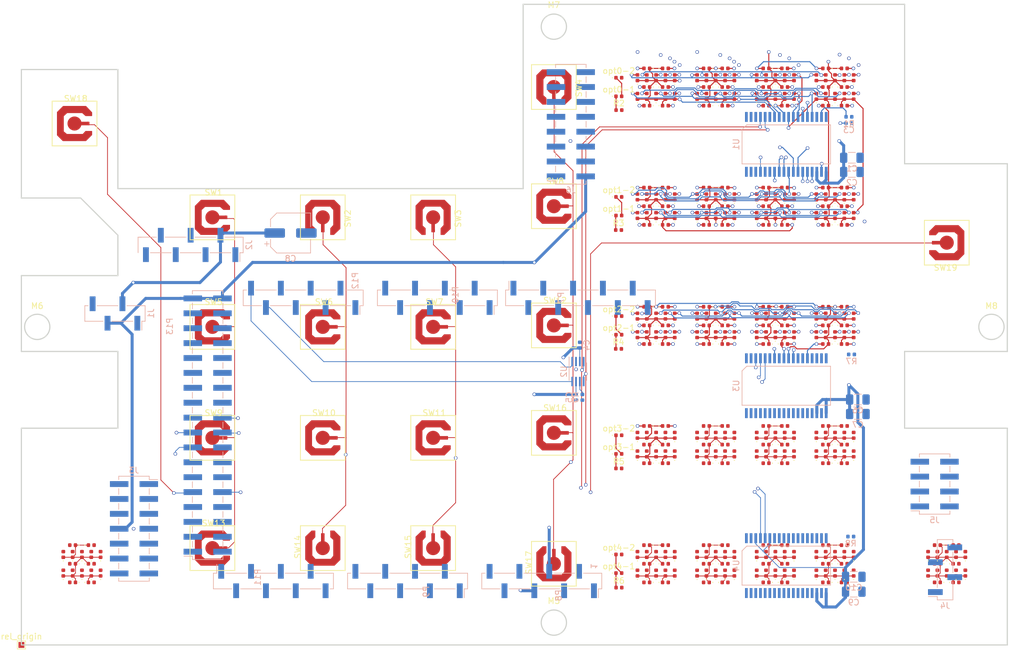
<source format=kicad_pcb>
(kicad_pcb (version 20171130) (host pcbnew "(5.1.4)-1")
  (title_block (date "mar. 31 mars 2015"))
  (layers (0 F.Cu signal) (1 In1.Cu mixed) (2 In2.Cu mixed) (31 B.Cu signal) (34 B.Paste user) (35 F.Paste user) (36 B.SilkS user) (37 F.SilkS user) (38 B.Mask user) (39 F.Mask user) (44 Edge.Cuts user))
  (net 0 "")
  (net 1 GND)
  (net 2 "/52(SCK)")
  (net 3 "/53(SS)")
  (net 4 "/50(MISO)")
  (net 5 "/51(MOSI)")
  (net 6 /48)
  (net 7 /49)
  (net 8 /46)
  (net 9 /47)
  (net 10 /44)
  (net 11 /45)
  (net 12 /42)
  (net 13 /43)
  (net 14 /40)
  (net 15 /41)
  (net 16 /38)
  (net 17 /39)
  (net 18 /36)
  (net 19 /37)
  (net 20 /34)
  (net 21 /35)
  (net 22 /32)
  (net 23 /33)
  (net 24 /30)
  (net 25 /31)
  (net 26 /28)
  (net 27 /29)
  (net 28 /26)
  (net 29 /27)
  (net 30 /24)
  (net 31 /25)
  (net 32 /22)
  (net 33 /23)
  (net 34 +5V)
  (net 35 /IOREF)
  (net 36 /Reset)
  (net 37 /A0)
  (net 38 /A1)
  (net 39 /A2)
  (net 40 /A3)
  (net 41 /A4)
  (net 42 /A5)
  (net 43 /A6)
  (net 44 /A7)
  (net 45 /A8)
  (net 46 /A9)
  (net 47 /A10)
  (net 48 /A11)
  (net 49 /A12)
  (net 50 /A13)
  (net 51 /A14)
  (net 52 /A15)
  (net 53 /SCL)
  (net 54 /SDA)
  (net 55 /AREF)
  (net 56 "/13(**)")
  (net 57 "/12(**)")
  (net 58 "/11(**)")
  (net 59 "/10(**)")
  (net 60 "/9(**)")
  (net 61 "/8(**)")
  (net 62 "/7(**)")
  (net 63 "/6(**)")
  (net 64 "/5(**)")
  (net 65 "/4(**)")
  (net 66 "/3(**)")
  (net 67 "/2(**)")
  (net 68 "/20(SDA)")
  (net 69 "/21(SCL)")
  (net 70 "Net-(P8-Pad1)")
  (net 71 +3V3)
  (net 72 "/1(Tx0)")
  (net 73 "/0(Rx0)")
  (net 74 "Net-(C3-Pad1)")
  (net 75 /O2-0)
  (net 76 /O0-0)
  (net 77 /O3-0)
  (net 78 /O4-0)
  (net 79 /O5-0)
  (net 80 /O6-0)
  (net 81 /O7-0)
  (net 82 /O8-0)
  (net 83 /O9-0)
  (net 84 /O10-0)
  (net 85 /O11-0)
  (net 86 /O12-0)
  (net 87 /O13-0)
  (net 88 /O14-0)
  (net 89 /O15-0)
  (net 90 /O16-0)
  (net 91 /O17-0)
  (net 92 /O1-0)
  (net 93 /O0-1)
  (net 94 /O2-1)
  (net 95 /O3-1)
  (net 96 /O4-1)
  (net 97 /O5-1)
  (net 98 /O6-1)
  (net 99 /O7-1)
  (net 100 /O8-1)
  (net 101 /O9-1)
  (net 102 /O10-1)
  (net 103 /O11-1)
  (net 104 /O12-1)
  (net 105 /O13-1)
  (net 106 /O14-1)
  (net 107 /O15-1)
  (net 108 /O16-1)
  (net 109 /O17-1)
  (net 110 /O1-1)
  (net 111 /O0-2)
  (net 112 /O2-2)
  (net 113 /O3-2)
  (net 114 /O4-2)
  (net 115 /O5-2)
  (net 116 /O6-2)
  (net 117 /O7-2)
  (net 118 /O8-2)
  (net 119 /O9-2)
  (net 120 /O10-2)
  (net 121 /O11-2)
  (net 122 /O12-2)
  (net 123 /O13-2)
  (net 124 /O14-2)
  (net 125 /O15-2)
  (net 126 /O16-2)
  (net 127 /O17-2)
  (net 128 /O1-2)
  (net 129 "Net-(R2-Pad1)")
  (net 130 "Net-(opt0-1-Pad2)")
  (net 131 "Net-(R3-Pad1)")
  (net 132 "Net-(opt1-1-Pad2)")
  (net 133 "Net-(R4-Pad1)")
  (net 134 "Net-(opt2-1-Pad2)")
  (net 135 "Net-(R5-Pad1)")
  (net 136 "Net-(opt3-1-Pad2)")
  (net 137 "Net-(R6-Pad1)")
  (net 138 "Net-(opt4-1-Pad2)")
  (net 139 "Net-(R1-Pad1)")
  (net 140 "Net-(R7-Pad1)")
  (net 141 "Net-(R8-Pad1)")
  (net 142 /MCLK)
  (net 143 /SDA3v)
  (net 144 /SCL3v)
  (net 145 "Net-(J1-Pad4)")
  (net 146 "Net-(J3-Pad9)")
  (net 147 "Net-(P8-Pad8)")
  (net 148 "/19(Rx1)")
  (net 149 "/17(Rx2)")
  (net 150 "/15(Rx3)")
  (net 151 "/18(Tx1)")
  (net 152 "/16(Tx2)")
  (net 153 "/14(Tx3)")
  (net 154 /O18-0)
  (net 155 "Net-(U1-Pad32)")
  (net 156 "Net-(U1-Pad34)")
  (net 157 "Net-(U1-Pad2)")
  (net 158 "Net-(U1-Pad35)")
  (net 159 "Net-(U1-Pad1)")
  (net 160 "Net-(U1-Pad36)")
  (net 161 /O18-1)
  (net 162 "Net-(U3-Pad32)")
  (net 163 "Net-(U3-Pad33)")
  (net 164 "Net-(U3-Pad34)")
  (net 165 "Net-(U3-Pad2)")
  (net 166 "Net-(U3-Pad35)")
  (net 167 "Net-(U3-Pad1)")
  (net 168 "Net-(U3-Pad36)")
  (net 169 /O18-2)
  (net 170 "Net-(U4-Pad32)")
  (net 171 "Net-(U4-Pad33)")
  (net 172 "Net-(U4-Pad34)")
  (net 173 "Net-(U4-Pad2)")
  (net 174 "Net-(U4-Pad35)")
  (net 175 "Net-(U4-Pad1)")
  (net 176 "Net-(U4-Pad36)")
  (module "KiCAD Libraries:SSOP-36" (layer B.Cu) (at 205.7146 46.8376)
    (fp_text reference U1 (at -8.535 0 -90) (layer B.SilkS) (effects (justify mirror)))
    (fp_text value MAX6955AAX+)
    (pad 18 smd rect (at 6.8 -4.675) (size 0.47 1.7) (layers B.Cu B.Paste B.Mask) (net 1 GND))
    (pad 19 smd rect (at 6.8 4.675) (size 0.47 1.7) (layers B.Cu B.Paste B.Mask) (net 71 +3V3))
    (pad 17 smd rect (at 6 -4.675) (size 0.47 1.7) (layers B.Cu B.Paste B.Mask) (net 139 "Net-(R1-Pad1)"))
    (pad 20 smd rect (at 6 4.675) (size 0.47 1.7) (layers B.Cu B.Paste B.Mask) (net 74 "Net-(C3-Pad1)"))
    (pad 16 smd rect (at 5.2 -4.675) (size 0.47 1.7) (layers B.Cu B.Paste B.Mask) (net 1 GND))
    (pad 21 smd rect (at 5.2 4.675) (size 0.47 1.7) (layers B.Cu B.Paste B.Mask) (net 71 +3V3))
    (pad 15 smd rect (at 4.4 -4.675) (size 0.47 1.7) (layers B.Cu B.Paste B.Mask) (net 82 /O8-0))
    (pad 22 smd rect (at 4.4 4.675) (size 0.47 1.7) (layers B.Cu B.Paste B.Mask) (net 83 /O9-0))
    (pad 14 smd rect (at 3.6 -4.675) (size 0.47 1.7) (layers B.Cu B.Paste B.Mask) (net 81 /O7-0))
    (pad 23 smd rect (at 3.6 4.675) (size 0.47 1.7) (layers B.Cu B.Paste B.Mask) (net 84 /O10-0))
    (pad 13 smd rect (at 2.8 -4.675) (size 0.47 1.7) (layers B.Cu B.Paste B.Mask) (net 80 /O6-0))
    (pad 24 smd rect (at 2.8 4.675) (size 0.47 1.7) (layers B.Cu B.Paste B.Mask) (net 85 /O11-0))
    (pad 12 smd rect (at 2 -4.675) (size 0.47 1.7) (layers B.Cu B.Paste B.Mask) (net 79 /O5-0))
    (pad 25 smd rect (at 2 4.675) (size 0.47 1.7) (layers B.Cu B.Paste B.Mask) (net 86 /O12-0))
    (pad 11 smd rect (at 1.2 -4.675) (size 0.47 1.7) (layers B.Cu B.Paste B.Mask) (net 78 /O4-0))
    (pad 26 smd rect (at 1.2 4.675) (size 0.47 1.7) (layers B.Cu B.Paste B.Mask) (net 87 /O13-0))
    (pad 10 smd rect (at 0.4 -4.675) (size 0.47 1.7) (layers B.Cu B.Paste B.Mask) (net 77 /O3-0))
    (pad 27 smd rect (at 0.4 4.675) (size 0.47 1.7) (layers B.Cu B.Paste B.Mask) (net 88 /O14-0))
    (pad 9 smd rect (at -0.4 -4.675) (size 0.47 1.7) (layers B.Cu B.Paste B.Mask) (net 75 /O2-0))
    (pad 28 smd rect (at -0.4 4.675) (size 0.47 1.7) (layers B.Cu B.Paste B.Mask) (net 89 /O15-0))
    (pad 8 smd rect (at -1.2 -4.675) (size 0.47 1.7) (layers B.Cu B.Paste B.Mask) (net 92 /O1-0))
    (pad 29 smd rect (at -1.2 4.675) (size 0.47 1.7) (layers B.Cu B.Paste B.Mask) (net 90 /O16-0))
    (pad 7 smd rect (at -2 -4.675) (size 0.47 1.7) (layers B.Cu B.Paste B.Mask) (net 76 /O0-0))
    (pad 30 smd rect (at -2 4.675) (size 0.47 1.7) (layers B.Cu B.Paste B.Mask) (net 91 /O17-0))
    (pad 6 smd rect (at -2.8 -4.675) (size 0.47 1.7) (layers B.Cu B.Paste B.Mask) (net 1 GND))
    (pad 31 smd rect (at -2.8 4.675) (size 0.47 1.7) (layers B.Cu B.Paste B.Mask) (net 154 /O18-0))
    (pad 5 smd rect (at -3.6 -4.675) (size 0.47 1.7) (layers B.Cu B.Paste B.Mask) (net 144 /SCL3v))
    (pad 32 smd rect (at -3.6 4.675) (size 0.47 1.7) (layers B.Cu B.Paste B.Mask) (net 155 "Net-(U1-Pad32)"))
    (pad 4 smd rect (at -4.4 -4.675) (size 0.47 1.7) (layers B.Cu B.Paste B.Mask) (net 143 /SDA3v))
    (pad 33 smd rect (at -4.4 4.675) (size 0.47 1.7) (layers B.Cu B.Paste B.Mask) (net 142 /MCLK))
    (pad 3 smd rect (at -5.2 -4.675) (size 0.47 1.7) (layers B.Cu B.Paste B.Mask) (net 1 GND))
    (pad 34 smd rect (at -5.2 4.675) (size 0.47 1.7) (layers B.Cu B.Paste B.Mask) (net 156 "Net-(U1-Pad34)"))
    (pad 2 smd rect (at -6 -4.675) (size 0.47 1.7) (layers B.Cu B.Paste B.Mask) (net 157 "Net-(U1-Pad2)"))
    (pad 35 smd rect (at -6 4.675) (size 0.47 1.7) (layers B.Cu B.Paste B.Mask) (net 158 "Net-(U1-Pad35)"))
    (pad 1 smd rect (at -6.8 -4.675) (size 0.47 1.7) (layers B.Cu B.Paste B.Mask) (net 159 "Net-(U1-Pad1)"))
    (pad 36 smd rect (at -6.8 4.675) (size 0.47 1.7) (layers B.Cu B.Paste B.Mask) (net 160 "Net-(U1-Pad36)"))
  )
  (module Connector_PinHeader_2.54mm:PinHeader_1x10_P2.54mm_Vertical_SMD_Pin1Left (layer B.Cu) (at 170.6626 72.9996 270)
    (fp_text reference P7 (at -0.0254 3.3274 90) (layer B.SilkS) (effects (justify mirror)))
    (fp_text value PWM)
    (pad 10 smd rect (at 1.655 -11.43 270) (size 2.51 1) (layers B.Cu B.Paste B.Mask) (net 61 "/8(**)"))
    (pad 8 smd rect (at 1.655 -6.35 270) (size 2.51 1) (layers B.Cu B.Paste B.Mask) (net 59 "/10(**)"))
    (pad 6 smd rect (at 1.655 -1.27 270) (size 2.51 1) (layers B.Cu B.Paste B.Mask) (net 57 "/12(**)"))
    (pad 4 smd rect (at 1.655 3.81 270) (size 2.51 1) (layers B.Cu B.Paste B.Mask) (net 1 GND))
    (pad 2 smd rect (at 1.655 8.89 270) (size 2.51 1) (layers B.Cu B.Paste B.Mask) (net 54 /SDA))
    (pad 9 smd rect (at -1.655 -8.89 270) (size 2.51 1) (layers B.Cu B.Paste B.Mask) (net 60 "/9(**)"))
    (pad 7 smd rect (at -1.655 -3.81 270) (size 2.51 1) (layers B.Cu B.Paste B.Mask) (net 58 "/11(**)"))
    (pad 5 smd rect (at -1.655 1.27 270) (size 2.51 1) (layers B.Cu B.Paste B.Mask) (net 56 "/13(**)"))
    (pad 3 smd rect (at -1.655 6.35 270) (size 2.51 1) (layers B.Cu B.Paste B.Mask) (net 55 /AREF))
    (pad 1 smd rect (at -1.655 11.43 270) (size 2.51 1) (layers B.Cu B.Paste B.Mask) (net 53 /SCL))
  )
  (module Connector_PinHeader_2.54mm:PinHeader_1x08_P2.54mm_Vertical_SMD_Pin1Left (layer B.Cu) (at 164.0586 121.285 90)
    (fp_text reference P8 (at -2.4384 2.8702 90) (layer B.SilkS) (effects (justify mirror)))
    (fp_text value Power)
    (pad 8 smd rect (at 1.655 -8.89 90) (size 2.51 1) (layers B.Cu B.Paste B.Mask) (net 147 "Net-(P8-Pad8)"))
    (pad 6 smd rect (at 1.655 -3.81 90) (size 2.51 1) (layers B.Cu B.Paste B.Mask) (net 1 GND))
    (pad 4 smd rect (at 1.655 1.27 90) (size 2.51 1) (layers B.Cu B.Paste B.Mask) (net 71 +3V3))
    (pad 2 smd rect (at 1.655 6.35 90) (size 2.51 1) (layers B.Cu B.Paste B.Mask) (net 35 /IOREF))
    (pad 7 smd rect (at -1.655 -6.35 90) (size 2.51 1) (layers B.Cu B.Paste B.Mask) (net 1 GND))
    (pad 5 smd rect (at -1.655 -1.27 90) (size 2.51 1) (layers B.Cu B.Paste B.Mask) (net 34 +5V))
    (pad 3 smd rect (at -1.655 3.81 90) (size 2.51 1) (layers B.Cu B.Paste B.Mask) (net 36 /Reset))
    (pad 1 smd rect (at -1.655 8.89 90) (size 2.51 1) (layers B.Cu B.Paste B.Mask) (net 70 "Net-(P8-Pad1)"))
  )
  (module Connector_PinHeader_2.54mm:PinHeader_1x08_P2.54mm_Vertical_SMD_Pin1Left (layer B.Cu) (at 141.1986 121.285 90)
    (fp_text reference P9 (at -1.8034 3.175 90) (layer B.SilkS) (effects (justify mirror)))
    (fp_text value Analog)
    (pad 8 smd rect (at 1.655 -8.89 90) (size 2.51 1) (layers B.Cu B.Paste B.Mask) (net 44 /A7))
    (pad 6 smd rect (at 1.655 -3.81 90) (size 2.51 1) (layers B.Cu B.Paste B.Mask) (net 42 /A5))
    (pad 4 smd rect (at 1.655 1.27 90) (size 2.51 1) (layers B.Cu B.Paste B.Mask) (net 40 /A3))
    (pad 2 smd rect (at 1.655 6.35 90) (size 2.51 1) (layers B.Cu B.Paste B.Mask) (net 38 /A1))
    (pad 7 smd rect (at -1.655 -6.35 90) (size 2.51 1) (layers B.Cu B.Paste B.Mask) (net 43 /A6))
    (pad 5 smd rect (at -1.655 -1.27 90) (size 2.51 1) (layers B.Cu B.Paste B.Mask) (net 41 /A4))
    (pad 3 smd rect (at -1.655 3.81 90) (size 2.51 1) (layers B.Cu B.Paste B.Mask) (net 39 /A2))
    (pad 1 smd rect (at -1.655 8.89 90) (size 2.51 1) (layers B.Cu B.Paste B.Mask) (net 37 /A0))
  )
  (module Connector_PinHeader_2.54mm:PinHeader_1x08_P2.54mm_Vertical_SMD_Pin1Left (layer B.Cu) (at 118.3386 121.285 270)
    (fp_text reference P11 (at -0.635 2.667 90) (layer B.SilkS) (effects (justify mirror)))
    (fp_text value Analog)
    (pad 8 smd rect (at 1.655 -8.89 270) (size 2.51 1) (layers B.Cu B.Paste B.Mask) (net 52 /A15))
    (pad 6 smd rect (at 1.655 -3.81 270) (size 2.51 1) (layers B.Cu B.Paste B.Mask) (net 50 /A13))
    (pad 4 smd rect (at 1.655 1.27 270) (size 2.51 1) (layers B.Cu B.Paste B.Mask) (net 48 /A11))
    (pad 2 smd rect (at 1.655 6.35 270) (size 2.51 1) (layers B.Cu B.Paste B.Mask) (net 46 /A9))
    (pad 7 smd rect (at -1.655 -6.35 270) (size 2.51 1) (layers B.Cu B.Paste B.Mask) (net 51 /A14))
    (pad 5 smd rect (at -1.655 -1.27 270) (size 2.51 1) (layers B.Cu B.Paste B.Mask) (net 49 /A12))
    (pad 3 smd rect (at -1.655 3.81 270) (size 2.51 1) (layers B.Cu B.Paste B.Mask) (net 47 /A10))
    (pad 1 smd rect (at -1.655 8.89 270) (size 2.51 1) (layers B.Cu B.Paste B.Mask) (net 45 /A8))
  )
  (module Connector_PinHeader_2.54mm:PinHeader_1x08_P2.54mm_Vertical_SMD_Pin1Left (layer B.Cu) (at 146.2786 72.9996 90)
    (fp_text reference P10 (at 0.508 3.0734 90) (layer B.SilkS) (effects (justify mirror)))
    (fp_text value PWM)
    (pad 8 smd rect (at 1.655 -8.89 90) (size 2.51 1) (layers B.Cu B.Paste B.Mask) (net 73 "/0(Rx0)"))
    (pad 6 smd rect (at 1.655 -3.81 90) (size 2.51 1) (layers B.Cu B.Paste B.Mask) (net 67 "/2(**)"))
    (pad 4 smd rect (at 1.655 1.27 90) (size 2.51 1) (layers B.Cu B.Paste B.Mask) (net 65 "/4(**)"))
    (pad 2 smd rect (at 1.655 6.35 90) (size 2.51 1) (layers B.Cu B.Paste B.Mask) (net 63 "/6(**)"))
    (pad 7 smd rect (at -1.655 -6.35 90) (size 2.51 1) (layers B.Cu B.Paste B.Mask) (net 72 "/1(Tx0)"))
    (pad 5 smd rect (at -1.655 -1.27 90) (size 2.51 1) (layers B.Cu B.Paste B.Mask) (net 66 "/3(**)"))
    (pad 3 smd rect (at -1.655 3.81 90) (size 2.51 1) (layers B.Cu B.Paste B.Mask) (net 64 "/5(**)"))
    (pad 1 smd rect (at -1.655 8.89 90) (size 2.51 1) (layers B.Cu B.Paste B.Mask) (net 62 "/7(**)"))
  )
  (module Connector_PinHeader_2.54mm:PinHeader_1x08_P2.54mm_Vertical_SMD_Pin1Left (layer B.Cu) (at 123.4186 72.9996 90)
    (fp_text reference P12 (at 2.921 8.8646 90) (layer B.SilkS) (effects (justify mirror)))
    (fp_text value Communication)
    (pad 8 smd rect (at 1.655 -8.89 90) (size 2.51 1) (layers B.Cu B.Paste B.Mask) (net 69 "/21(SCL)"))
    (pad 6 smd rect (at 1.655 -3.81 90) (size 2.51 1) (layers B.Cu B.Paste B.Mask) (net 148 "/19(Rx1)"))
    (pad 4 smd rect (at 1.655 1.27 90) (size 2.51 1) (layers B.Cu B.Paste B.Mask) (net 149 "/17(Rx2)"))
    (pad 2 smd rect (at 1.655 6.35 90) (size 2.51 1) (layers B.Cu B.Paste B.Mask) (net 150 "/15(Rx3)"))
    (pad 7 smd rect (at -1.655 -6.35 90) (size 2.51 1) (layers B.Cu B.Paste B.Mask) (net 68 "/20(SDA)"))
    (pad 5 smd rect (at -1.655 -1.27 90) (size 2.51 1) (layers B.Cu B.Paste B.Mask) (net 151 "/18(Tx1)"))
    (pad 3 smd rect (at -1.655 3.81 90) (size 2.51 1) (layers B.Cu B.Paste B.Mask) (net 152 "/16(Tx2)"))
    (pad 1 smd rect (at -1.655 8.89 90) (size 2.51 1) (layers B.Cu B.Paste B.Mask) (net 153 "/14(Tx3)"))
  )
  (module Connector_PinHeader_2.54mm:PinHeader_2x18_P2.54mm_Vertical_SMD (layer B.Cu) (at 107.1372 94.6912)
    (fp_text reference P13 (at -6.4516 -16.8402 270) (layer B.SilkS) (effects (justify mirror)))
    (fp_text value Digital)
    (pad 36 smd rect (at 2.525 -21.59) (size 3.15 1) (layers B.Cu B.Paste B.Mask) (net 34 +5V))
    (pad 35 smd rect (at -2.525 -21.59) (size 3.15 1) (layers B.Cu B.Paste B.Mask) (net 34 +5V))
    (pad 34 smd rect (at 2.525 -19.05) (size 3.15 1) (layers B.Cu B.Paste B.Mask) (net 33 /23))
    (pad 33 smd rect (at -2.525 -19.05) (size 3.15 1) (layers B.Cu B.Paste B.Mask) (net 32 /22))
    (pad 32 smd rect (at 2.525 -16.51) (size 3.15 1) (layers B.Cu B.Paste B.Mask) (net 31 /25))
    (pad 31 smd rect (at -2.525 -16.51) (size 3.15 1) (layers B.Cu B.Paste B.Mask) (net 30 /24))
    (pad 30 smd rect (at 2.525 -13.97) (size 3.15 1) (layers B.Cu B.Paste B.Mask) (net 29 /27))
    (pad 29 smd rect (at -2.525 -13.97) (size 3.15 1) (layers B.Cu B.Paste B.Mask) (net 28 /26))
    (pad 28 smd rect (at 2.525 -11.43) (size 3.15 1) (layers B.Cu B.Paste B.Mask) (net 27 /29))
    (pad 27 smd rect (at -2.525 -11.43) (size 3.15 1) (layers B.Cu B.Paste B.Mask) (net 26 /28))
    (pad 26 smd rect (at 2.525 -8.89) (size 3.15 1) (layers B.Cu B.Paste B.Mask) (net 25 /31))
    (pad 25 smd rect (at -2.525 -8.89) (size 3.15 1) (layers B.Cu B.Paste B.Mask) (net 24 /30))
    (pad 24 smd rect (at 2.525 -6.35) (size 3.15 1) (layers B.Cu B.Paste B.Mask) (net 23 /33))
    (pad 23 smd rect (at -2.525 -6.35) (size 3.15 1) (layers B.Cu B.Paste B.Mask) (net 22 /32))
    (pad 22 smd rect (at 2.525 -3.81) (size 3.15 1) (layers B.Cu B.Paste B.Mask) (net 21 /35))
    (pad 21 smd rect (at -2.525 -3.81) (size 3.15 1) (layers B.Cu B.Paste B.Mask) (net 20 /34))
    (pad 20 smd rect (at 2.525 -1.27) (size 3.15 1) (layers B.Cu B.Paste B.Mask) (net 19 /37))
    (pad 19 smd rect (at -2.525 -1.27) (size 3.15 1) (layers B.Cu B.Paste B.Mask) (net 18 /36))
    (pad 18 smd rect (at 2.525 1.27) (size 3.15 1) (layers B.Cu B.Paste B.Mask) (net 17 /39))
    (pad 17 smd rect (at -2.525 1.27) (size 3.15 1) (layers B.Cu B.Paste B.Mask) (net 16 /38))
    (pad 16 smd rect (at 2.525 3.81) (size 3.15 1) (layers B.Cu B.Paste B.Mask) (net 15 /41))
    (pad 15 smd rect (at -2.525 3.81) (size 3.15 1) (layers B.Cu B.Paste B.Mask) (net 14 /40))
    (pad 14 smd rect (at 2.525 6.35) (size 3.15 1) (layers B.Cu B.Paste B.Mask) (net 13 /43))
    (pad 13 smd rect (at -2.525 6.35) (size 3.15 1) (layers B.Cu B.Paste B.Mask) (net 12 /42))
    (pad 12 smd rect (at 2.525 8.89) (size 3.15 1) (layers B.Cu B.Paste B.Mask) (net 11 /45))
    (pad 11 smd rect (at -2.525 8.89) (size 3.15 1) (layers B.Cu B.Paste B.Mask) (net 10 /44))
    (pad 10 smd rect (at 2.525 11.43) (size 3.15 1) (layers B.Cu B.Paste B.Mask) (net 9 /47))
    (pad 9 smd rect (at -2.525 11.43) (size 3.15 1) (layers B.Cu B.Paste B.Mask) (net 8 /46))
    (pad 8 smd rect (at 2.525 13.97) (size 3.15 1) (layers B.Cu B.Paste B.Mask) (net 7 /49))
    (pad 7 smd rect (at -2.525 13.97) (size 3.15 1) (layers B.Cu B.Paste B.Mask) (net 6 /48))
    (pad 6 smd rect (at 2.525 16.51) (size 3.15 1) (layers B.Cu B.Paste B.Mask) (net 5 "/51(MOSI)"))
    (pad 5 smd rect (at -2.525 16.51) (size 3.15 1) (layers B.Cu B.Paste B.Mask) (net 4 "/50(MISO)"))
    (pad 4 smd rect (at 2.525 19.05) (size 3.15 1) (layers B.Cu B.Paste B.Mask) (net 3 "/53(SS)"))
    (pad 3 smd rect (at -2.525 19.05) (size 3.15 1) (layers B.Cu B.Paste B.Mask) (net 2 "/52(SCK)"))
    (pad 2 smd rect (at 2.525 21.59) (size 3.15 1) (layers B.Cu B.Paste B.Mask) (net 1 GND))
    (pad 1 smd rect (at -2.525 21.59) (size 3.15 1) (layers B.Cu B.Paste B.Mask) (net 1 GND))
  )
  (module "KiCAD Libraries:SWITCH_SNAP_DOME" (layer F.Cu) (at 166.1226 77.7016)
    (fp_text reference SW12 (at 0.2 -4.25) (layer F.SilkS))
    (fp_text value OPT3)
    (pad 2 smd circle (at -2.4384 0.0508) (size 0.5 0.5) (layers F.Cu F.Paste F.Mask) (net 13 /43))
    (pad 2 smd circle (at 0.1524 2.3876) (size 0.5 0.5) (layers F.Cu F.Paste F.Mask) (net 13 /43))
    (pad 1 smd circle (at 2.2352 -0.0508) (size 0.5 0.5) (layers F.Cu F.Paste F.Mask) (net 14 /40))
    (pad 2 smd circle (at 2.2352 -1.9304) (size 0.5 0.5) (layers F.Cu F.Paste F.Mask) (net 13 /43))
    (pad 2 smd circle (at 2.032 2.1336) (size 0.5 0.5) (layers F.Cu F.Paste F.Mask) (net 13 /43))
    (pad 2 smd circle (at -2.0828 2.032) (size 0.5 0.5) (layers F.Cu F.Paste F.Mask) (net 13 /43))
    (pad 2 smd circle (at -2.032 -2.0828) (size 0.5 0.5) (layers F.Cu F.Paste F.Mask) (net 13 /43))
    (pad 2 smd custom (at 0.0508 -2.3876) (size 1 1) (layers F.Cu F.Paste F.Mask) (net 13 /43) (options (clearance outline) (anchor circle)) (primitives (gr_poly (pts (xy 2.8956 0.508) (xy 2.8956 1.0668) (xy 1.8288 1.0668) (xy 1.27 0.5588) (xy -1.3208 0.5588) (xy -1.9304 1.1176) (xy -1.9304 3.7592) (xy -1.3716 4.2164) (xy 1.3716 4.2164) (xy 1.8288 3.7084) (xy 2.8956 3.7084) (xy 2.8956 4.318) (xy 1.8796 5.334) (xy -2.032 5.334) (xy -2.9972 4.3688) (xy -2.9972 0.4572) (xy -1.9812 -0.5588) (xy 1.8796 -0.5588)) (width 0.1))))
    (pad 1 smd custom (at 0 0) (size 2.4 2.4) (layers F.Cu F.Paste F.Mask) (net 14 /40) (options (clearance outline) (anchor circle)) (primitives (gr_poly (pts (xy 1.1684 -0.254) (xy 2.4892 -0.254) (xy 2.4892 0.254) (xy 1.1684 0.254)) (width 0.1))))
  )
  (module "KiCAD Libraries:SWITCH_SNAP_DOME" (layer F.Cu) (at 107.9526 59.2816)
    (fp_text reference SW1 (at 0.2 -4.25) (layer F.SilkS))
    (fp_text value 1)
    (pad 2 smd circle (at -2.4384 0.0508) (size 0.5 0.5) (layers F.Cu F.Paste F.Mask) (net 12 /42))
    (pad 2 smd circle (at 0.1524 2.3876) (size 0.5 0.5) (layers F.Cu F.Paste F.Mask) (net 12 /42))
    (pad 1 smd circle (at 2.2352 -0.0508) (size 0.5 0.5) (layers F.Cu F.Paste F.Mask) (net 19 /37))
    (pad 2 smd circle (at 2.2352 -1.9304) (size 0.5 0.5) (layers F.Cu F.Paste F.Mask) (net 12 /42))
    (pad 2 smd circle (at 2.032 2.1336) (size 0.5 0.5) (layers F.Cu F.Paste F.Mask) (net 12 /42))
    (pad 2 smd circle (at -2.0828 2.032) (size 0.5 0.5) (layers F.Cu F.Paste F.Mask) (net 12 /42))
    (pad 2 smd circle (at -2.032 -2.0828) (size 0.5 0.5) (layers F.Cu F.Paste F.Mask) (net 12 /42))
    (pad 2 smd custom (at 0.0508 -2.3876) (size 1 1) (layers F.Cu F.Paste F.Mask) (net 12 /42) (options (clearance outline) (anchor circle)) (primitives (gr_poly (pts (xy 2.8956 0.508) (xy 2.8956 1.0668) (xy 1.8288 1.0668) (xy 1.27 0.5588) (xy -1.3208 0.5588) (xy -1.9304 1.1176) (xy -1.9304 3.7592) (xy -1.3716 4.2164) (xy 1.3716 4.2164) (xy 1.8288 3.7084) (xy 2.8956 3.7084) (xy 2.8956 4.318) (xy 1.8796 5.334) (xy -2.032 5.334) (xy -2.9972 4.3688) (xy -2.9972 0.4572) (xy -1.9812 -0.5588) (xy 1.8796 -0.5588)) (width 0.1))))
    (pad 1 smd custom (at 0 0) (size 2.4 2.4) (layers F.Cu F.Paste F.Mask) (net 19 /37) (options (clearance outline) (anchor circle)) (primitives (gr_poly (pts (xy 1.1684 -0.254) (xy 2.4892 -0.254) (xy 2.4892 0.254) (xy 1.1684 0.254)) (width 0.1))))
  )
  (module "KiCAD Libraries:SWITCH_SNAP_DOME" (layer F.Cu) (at 126.7526 59.2816 270)
    (fp_text reference SW2 (at 0.2 -4.25 90) (layer F.SilkS))
    (fp_text value 2)
    (pad 2 smd circle (at -2.4384 0.0508 270) (size 0.5 0.5) (layers F.Cu F.Paste F.Mask) (net 12 /42))
    (pad 2 smd circle (at 0.1524 2.3876 270) (size 0.5 0.5) (layers F.Cu F.Paste F.Mask) (net 12 /42))
    (pad 1 smd circle (at 2.2352 -0.0508 270) (size 0.5 0.5) (layers F.Cu F.Paste F.Mask) (net 16 /38))
    (pad 2 smd circle (at 2.2352 -1.9304 270) (size 0.5 0.5) (layers F.Cu F.Paste F.Mask) (net 12 /42))
    (pad 2 smd circle (at 2.032 2.1336 270) (size 0.5 0.5) (layers F.Cu F.Paste F.Mask) (net 12 /42))
    (pad 2 smd circle (at -2.0828 2.032 270) (size 0.5 0.5) (layers F.Cu F.Paste F.Mask) (net 12 /42))
    (pad 2 smd circle (at -2.032 -2.0828 270) (size 0.5 0.5) (layers F.Cu F.Paste F.Mask) (net 12 /42))
    (pad 2 smd custom (at 0.0508 -2.3876 270) (size 1 1) (layers F.Cu F.Paste F.Mask) (net 12 /42) (options (clearance outline) (anchor circle)) (primitives (gr_poly (pts (xy 2.8956 0.508) (xy 2.8956 1.0668) (xy 1.8288 1.0668) (xy 1.27 0.5588) (xy -1.3208 0.5588) (xy -1.9304 1.1176) (xy -1.9304 3.7592) (xy -1.3716 4.2164) (xy 1.3716 4.2164) (xy 1.8288 3.7084) (xy 2.8956 3.7084) (xy 2.8956 4.318) (xy 1.8796 5.334) (xy -2.032 5.334) (xy -2.9972 4.3688) (xy -2.9972 0.4572) (xy -1.9812 -0.5588) (xy 1.8796 -0.5588)) (width 0.1))))
    (pad 1 smd custom (at 0 0 270) (size 2.4 2.4) (layers F.Cu F.Paste F.Mask) (net 16 /38) (options (clearance outline) (anchor circle)) (primitives (gr_poly (pts (xy 1.1684 -0.254) (xy 2.4892 -0.254) (xy 2.4892 0.254) (xy 1.1684 0.254)) (width 0.1))))
  )
  (module "KiCAD Libraries:SWITCH_SNAP_DOME" (layer F.Cu) (at 145.5526 59.2816 270)
    (fp_text reference SW3 (at 0.2 -4.25 90) (layer F.SilkS))
    (fp_text value 3)
    (pad 2 smd circle (at -2.4384 0.0508 270) (size 0.5 0.5) (layers F.Cu F.Paste F.Mask) (net 12 /42))
    (pad 2 smd circle (at 0.1524 2.3876 270) (size 0.5 0.5) (layers F.Cu F.Paste F.Mask) (net 12 /42))
    (pad 1 smd circle (at 2.2352 -0.0508 270) (size 0.5 0.5) (layers F.Cu F.Paste F.Mask) (net 17 /39))
    (pad 2 smd circle (at 2.2352 -1.9304 270) (size 0.5 0.5) (layers F.Cu F.Paste F.Mask) (net 12 /42))
    (pad 2 smd circle (at 2.032 2.1336 270) (size 0.5 0.5) (layers F.Cu F.Paste F.Mask) (net 12 /42))
    (pad 2 smd circle (at -2.0828 2.032 270) (size 0.5 0.5) (layers F.Cu F.Paste F.Mask) (net 12 /42))
    (pad 2 smd circle (at -2.032 -2.0828 270) (size 0.5 0.5) (layers F.Cu F.Paste F.Mask) (net 12 /42))
    (pad 2 smd custom (at 0.0508 -2.3876 270) (size 1 1) (layers F.Cu F.Paste F.Mask) (net 12 /42) (options (clearance outline) (anchor circle)) (primitives (gr_poly (pts (xy 2.8956 0.508) (xy 2.8956 1.0668) (xy 1.8288 1.0668) (xy 1.27 0.5588) (xy -1.3208 0.5588) (xy -1.9304 1.1176) (xy -1.9304 3.7592) (xy -1.3716 4.2164) (xy 1.3716 4.2164) (xy 1.8288 3.7084) (xy 2.8956 3.7084) (xy 2.8956 4.318) (xy 1.8796 5.334) (xy -2.032 5.334) (xy -2.9972 4.3688) (xy -2.9972 0.4572) (xy -1.9812 -0.5588) (xy 1.8796 -0.5588)) (width 0.1))))
    (pad 1 smd custom (at 0 0 270) (size 2.4 2.4) (layers F.Cu F.Paste F.Mask) (net 17 /39) (options (clearance outline) (anchor circle)) (primitives (gr_poly (pts (xy 1.1684 -0.254) (xy 2.4892 -0.254) (xy 2.4892 0.254) (xy 1.1684 0.254)) (width 0.1))))
  )
  (module "KiCAD Libraries:SWITCH_SNAP_DOME" (layer F.Cu) (at 166.1226 37.0616 270)
    (fp_text reference SW4 (at 0.2 -4.25 90) (layer F.SilkS))
    (fp_text value OPT1)
    (pad 2 smd circle (at -2.4384 0.0508 270) (size 0.5 0.5) (layers F.Cu F.Paste F.Mask) (net 15 /41))
    (pad 2 smd circle (at 0.1524 2.3876 270) (size 0.5 0.5) (layers F.Cu F.Paste F.Mask) (net 15 /41))
    (pad 1 smd circle (at 2.2352 -0.0508 270) (size 0.5 0.5) (layers F.Cu F.Paste F.Mask) (net 14 /40))
    (pad 2 smd circle (at 2.2352 -1.9304 270) (size 0.5 0.5) (layers F.Cu F.Paste F.Mask) (net 15 /41))
    (pad 2 smd circle (at 2.032 2.1336 270) (size 0.5 0.5) (layers F.Cu F.Paste F.Mask) (net 15 /41))
    (pad 2 smd circle (at -2.0828 2.032 270) (size 0.5 0.5) (layers F.Cu F.Paste F.Mask) (net 15 /41))
    (pad 2 smd circle (at -2.032 -2.0828 270) (size 0.5 0.5) (layers F.Cu F.Paste F.Mask) (net 15 /41))
    (pad 2 smd custom (at 0.0508 -2.3876 270) (size 1 1) (layers F.Cu F.Paste F.Mask) (net 15 /41) (options (clearance outline) (anchor circle)) (primitives (gr_poly (pts (xy 2.8956 0.508) (xy 2.8956 1.0668) (xy 1.8288 1.0668) (xy 1.27 0.5588) (xy -1.3208 0.5588) (xy -1.9304 1.1176) (xy -1.9304 3.7592) (xy -1.3716 4.2164) (xy 1.3716 4.2164) (xy 1.8288 3.7084) (xy 2.8956 3.7084) (xy 2.8956 4.318) (xy 1.8796 5.334) (xy -2.032 5.334) (xy -2.9972 4.3688) (xy -2.9972 0.4572) (xy -1.9812 -0.5588) (xy 1.8796 -0.5588)) (width 0.1))))
    (pad 1 smd custom (at 0 0 270) (size 2.4 2.4) (layers F.Cu F.Paste F.Mask) (net 14 /40) (options (clearance outline) (anchor circle)) (primitives (gr_poly (pts (xy 1.1684 -0.254) (xy 2.4892 -0.254) (xy 2.4892 0.254) (xy 1.1684 0.254)) (width 0.1))))
  )
  (module "KiCAD Libraries:SWITCH_SNAP_DOME" (layer F.Cu) (at 107.9526 77.9516)
    (fp_text reference SW5 (at 0.2 -4.25) (layer F.SilkS))
    (fp_text value 4)
    (pad 2 smd circle (at -2.4384 0.0508) (size 0.5 0.5) (layers F.Cu F.Paste F.Mask) (net 13 /43))
    (pad 2 smd circle (at 0.1524 2.3876) (size 0.5 0.5) (layers F.Cu F.Paste F.Mask) (net 13 /43))
    (pad 1 smd circle (at 2.2352 -0.0508) (size 0.5 0.5) (layers F.Cu F.Paste F.Mask) (net 19 /37))
    (pad 2 smd circle (at 2.2352 -1.9304) (size 0.5 0.5) (layers F.Cu F.Paste F.Mask) (net 13 /43))
    (pad 2 smd circle (at 2.032 2.1336) (size 0.5 0.5) (layers F.Cu F.Paste F.Mask) (net 13 /43))
    (pad 2 smd circle (at -2.0828 2.032) (size 0.5 0.5) (layers F.Cu F.Paste F.Mask) (net 13 /43))
    (pad 2 smd circle (at -2.032 -2.0828) (size 0.5 0.5) (layers F.Cu F.Paste F.Mask) (net 13 /43))
    (pad 2 smd custom (at 0.0508 -2.3876) (size 1 1) (layers F.Cu F.Paste F.Mask) (net 13 /43) (options (clearance outline) (anchor circle)) (primitives (gr_poly (pts (xy 2.8956 0.508) (xy 2.8956 1.0668) (xy 1.8288 1.0668) (xy 1.27 0.5588) (xy -1.3208 0.5588) (xy -1.9304 1.1176) (xy -1.9304 3.7592) (xy -1.3716 4.2164) (xy 1.3716 4.2164) (xy 1.8288 3.7084) (xy 2.8956 3.7084) (xy 2.8956 4.318) (xy 1.8796 5.334) (xy -2.032 5.334) (xy -2.9972 4.3688) (xy -2.9972 0.4572) (xy -1.9812 -0.5588) (xy 1.8796 -0.5588)) (width 0.1))))
    (pad 1 smd custom (at 0 0) (size 2.4 2.4) (layers F.Cu F.Paste F.Mask) (net 19 /37) (options (clearance outline) (anchor circle)) (primitives (gr_poly (pts (xy 1.1684 -0.254) (xy 2.4892 -0.254) (xy 2.4892 0.254) (xy 1.1684 0.254)) (width 0.1))))
  )
  (module "KiCAD Libraries:SWITCH_SNAP_DOME" (layer F.Cu) (at 126.7526 77.9516)
    (fp_text reference SW6 (at 0.2 -4.25) (layer F.SilkS))
    (fp_text value 5)
    (pad 2 smd circle (at -2.4384 0.0508) (size 0.5 0.5) (layers F.Cu F.Paste F.Mask) (net 13 /43))
    (pad 2 smd circle (at 0.1524 2.3876) (size 0.5 0.5) (layers F.Cu F.Paste F.Mask) (net 13 /43))
    (pad 1 smd circle (at 2.2352 -0.0508) (size 0.5 0.5) (layers F.Cu F.Paste F.Mask) (net 16 /38))
    (pad 2 smd circle (at 2.2352 -1.9304) (size 0.5 0.5) (layers F.Cu F.Paste F.Mask) (net 13 /43))
    (pad 2 smd circle (at 2.032 2.1336) (size 0.5 0.5) (layers F.Cu F.Paste F.Mask) (net 13 /43))
    (pad 2 smd circle (at -2.0828 2.032) (size 0.5 0.5) (layers F.Cu F.Paste F.Mask) (net 13 /43))
    (pad 2 smd circle (at -2.032 -2.0828) (size 0.5 0.5) (layers F.Cu F.Paste F.Mask) (net 13 /43))
    (pad 2 smd custom (at 0.0508 -2.3876) (size 1 1) (layers F.Cu F.Paste F.Mask) (net 13 /43) (options (clearance outline) (anchor circle)) (primitives (gr_poly (pts (xy 2.8956 0.508) (xy 2.8956 1.0668) (xy 1.8288 1.0668) (xy 1.27 0.5588) (xy -1.3208 0.5588) (xy -1.9304 1.1176) (xy -1.9304 3.7592) (xy -1.3716 4.2164) (xy 1.3716 4.2164) (xy 1.8288 3.7084) (xy 2.8956 3.7084) (xy 2.8956 4.318) (xy 1.8796 5.334) (xy -2.032 5.334) (xy -2.9972 4.3688) (xy -2.9972 0.4572) (xy -1.9812 -0.5588) (xy 1.8796 -0.5588)) (width 0.1))))
    (pad 1 smd custom (at 0 0) (size 2.4 2.4) (layers F.Cu F.Paste F.Mask) (net 16 /38) (options (clearance outline) (anchor circle)) (primitives (gr_poly (pts (xy 1.1684 -0.254) (xy 2.4892 -0.254) (xy 2.4892 0.254) (xy 1.1684 0.254)) (width 0.1))))
  )
  (module "KiCAD Libraries:SWITCH_SNAP_DOME" (layer F.Cu) (at 145.5526 77.9516)
    (fp_text reference SW7 (at 0.2 -4.25) (layer F.SilkS))
    (fp_text value 6)
    (pad 2 smd circle (at -2.4384 0.0508) (size 0.5 0.5) (layers F.Cu F.Paste F.Mask) (net 13 /43))
    (pad 2 smd circle (at 0.1524 2.3876) (size 0.5 0.5) (layers F.Cu F.Paste F.Mask) (net 13 /43))
    (pad 1 smd circle (at 2.2352 -0.0508) (size 0.5 0.5) (layers F.Cu F.Paste F.Mask) (net 17 /39))
    (pad 2 smd circle (at 2.2352 -1.9304) (size 0.5 0.5) (layers F.Cu F.Paste F.Mask) (net 13 /43))
    (pad 2 smd circle (at 2.032 2.1336) (size 0.5 0.5) (layers F.Cu F.Paste F.Mask) (net 13 /43))
    (pad 2 smd circle (at -2.0828 2.032) (size 0.5 0.5) (layers F.Cu F.Paste F.Mask) (net 13 /43))
    (pad 2 smd circle (at -2.032 -2.0828) (size 0.5 0.5) (layers F.Cu F.Paste F.Mask) (net 13 /43))
    (pad 2 smd custom (at 0.0508 -2.3876) (size 1 1) (layers F.Cu F.Paste F.Mask) (net 13 /43) (options (clearance outline) (anchor circle)) (primitives (gr_poly (pts (xy 2.8956 0.508) (xy 2.8956 1.0668) (xy 1.8288 1.0668) (xy 1.27 0.5588) (xy -1.3208 0.5588) (xy -1.9304 1.1176) (xy -1.9304 3.7592) (xy -1.3716 4.2164) (xy 1.3716 4.2164) (xy 1.8288 3.7084) (xy 2.8956 3.7084) (xy 2.8956 4.318) (xy 1.8796 5.334) (xy -2.032 5.334) (xy -2.9972 4.3688) (xy -2.9972 0.4572) (xy -1.9812 -0.5588) (xy 1.8796 -0.5588)) (width 0.1))))
    (pad 1 smd custom (at 0 0) (size 2.4 2.4) (layers F.Cu F.Paste F.Mask) (net 17 /39) (options (clearance outline) (anchor circle)) (primitives (gr_poly (pts (xy 1.1684 -0.254) (xy 2.4892 -0.254) (xy 2.4892 0.254) (xy 1.1684 0.254)) (width 0.1))))
  )
  (module "KiCAD Libraries:SWITCH_SNAP_DOME" (layer F.Cu) (at 166.1226 57.3816)
    (fp_text reference SW8 (at 0.2 -4.25) (layer F.SilkS))
    (fp_text value OPT2)
    (pad 2 smd circle (at -2.4384 0.0508) (size 0.5 0.5) (layers F.Cu F.Paste F.Mask) (net 12 /42))
    (pad 2 smd circle (at 0.1524 2.3876) (size 0.5 0.5) (layers F.Cu F.Paste F.Mask) (net 12 /42))
    (pad 1 smd circle (at 2.2352 -0.0508) (size 0.5 0.5) (layers F.Cu F.Paste F.Mask) (net 14 /40))
    (pad 2 smd circle (at 2.2352 -1.9304) (size 0.5 0.5) (layers F.Cu F.Paste F.Mask) (net 12 /42))
    (pad 2 smd circle (at 2.032 2.1336) (size 0.5 0.5) (layers F.Cu F.Paste F.Mask) (net 12 /42))
    (pad 2 smd circle (at -2.0828 2.032) (size 0.5 0.5) (layers F.Cu F.Paste F.Mask) (net 12 /42))
    (pad 2 smd circle (at -2.032 -2.0828) (size 0.5 0.5) (layers F.Cu F.Paste F.Mask) (net 12 /42))
    (pad 2 smd custom (at 0.0508 -2.3876) (size 1 1) (layers F.Cu F.Paste F.Mask) (net 12 /42) (options (clearance outline) (anchor circle)) (primitives (gr_poly (pts (xy 2.8956 0.508) (xy 2.8956 1.0668) (xy 1.8288 1.0668) (xy 1.27 0.5588) (xy -1.3208 0.5588) (xy -1.9304 1.1176) (xy -1.9304 3.7592) (xy -1.3716 4.2164) (xy 1.3716 4.2164) (xy 1.8288 3.7084) (xy 2.8956 3.7084) (xy 2.8956 4.318) (xy 1.8796 5.334) (xy -2.032 5.334) (xy -2.9972 4.3688) (xy -2.9972 0.4572) (xy -1.9812 -0.5588) (xy 1.8796 -0.5588)) (width 0.1))))
    (pad 1 smd custom (at 0 0) (size 2.4 2.4) (layers F.Cu F.Paste F.Mask) (net 14 /40) (options (clearance outline) (anchor circle)) (primitives (gr_poly (pts (xy 1.1684 -0.254) (xy 2.4892 -0.254) (xy 2.4892 0.254) (xy 1.1684 0.254)) (width 0.1))))
  )
  (module "KiCAD Libraries:SWITCH_SNAP_DOME" (layer F.Cu) (at 107.9526 96.8716)
    (fp_text reference SW9 (at 0.2 -4.25) (layer F.SilkS))
    (fp_text value 7)
    (pad 2 smd circle (at -2.4384 0.0508) (size 0.5 0.5) (layers F.Cu F.Paste F.Mask) (net 10 /44))
    (pad 2 smd circle (at 0.1524 2.3876) (size 0.5 0.5) (layers F.Cu F.Paste F.Mask) (net 10 /44))
    (pad 1 smd circle (at 2.2352 -0.0508) (size 0.5 0.5) (layers F.Cu F.Paste F.Mask) (net 19 /37))
    (pad 2 smd circle (at 2.2352 -1.9304) (size 0.5 0.5) (layers F.Cu F.Paste F.Mask) (net 10 /44))
    (pad 2 smd circle (at 2.032 2.1336) (size 0.5 0.5) (layers F.Cu F.Paste F.Mask) (net 10 /44))
    (pad 2 smd circle (at -2.0828 2.032) (size 0.5 0.5) (layers F.Cu F.Paste F.Mask) (net 10 /44))
    (pad 2 smd circle (at -2.032 -2.0828) (size 0.5 0.5) (layers F.Cu F.Paste F.Mask) (net 10 /44))
    (pad 2 smd custom (at 0.0508 -2.3876) (size 1 1) (layers F.Cu F.Paste F.Mask) (net 10 /44) (options (clearance outline) (anchor circle)) (primitives (gr_poly (pts (xy 2.8956 0.508) (xy 2.8956 1.0668) (xy 1.8288 1.0668) (xy 1.27 0.5588) (xy -1.3208 0.5588) (xy -1.9304 1.1176) (xy -1.9304 3.7592) (xy -1.3716 4.2164) (xy 1.3716 4.2164) (xy 1.8288 3.7084) (xy 2.8956 3.7084) (xy 2.8956 4.318) (xy 1.8796 5.334) (xy -2.032 5.334) (xy -2.9972 4.3688) (xy -2.9972 0.4572) (xy -1.9812 -0.5588) (xy 1.8796 -0.5588)) (width 0.1))))
    (pad 1 smd custom (at 0 0) (size 2.4 2.4) (layers F.Cu F.Paste F.Mask) (net 19 /37) (options (clearance outline) (anchor circle)) (primitives (gr_poly (pts (xy 1.1684 -0.254) (xy 2.4892 -0.254) (xy 2.4892 0.254) (xy 1.1684 0.254)) (width 0.1))))
  )
  (module "KiCAD Libraries:SWITCH_SNAP_DOME" (layer F.Cu) (at 126.7526 96.8716)
    (fp_text reference SW10 (at 0.2 -4.25) (layer F.SilkS))
    (fp_text value 8)
    (pad 2 smd circle (at -2.4384 0.0508) (size 0.5 0.5) (layers F.Cu F.Paste F.Mask) (net 10 /44))
    (pad 2 smd circle (at 0.1524 2.3876) (size 0.5 0.5) (layers F.Cu F.Paste F.Mask) (net 10 /44))
    (pad 1 smd circle (at 2.2352 -0.0508) (size 0.5 0.5) (layers F.Cu F.Paste F.Mask) (net 16 /38))
    (pad 2 smd circle (at 2.2352 -1.9304) (size 0.5 0.5) (layers F.Cu F.Paste F.Mask) (net 10 /44))
    (pad 2 smd circle (at 2.032 2.1336) (size 0.5 0.5) (layers F.Cu F.Paste F.Mask) (net 10 /44))
    (pad 2 smd circle (at -2.0828 2.032) (size 0.5 0.5) (layers F.Cu F.Paste F.Mask) (net 10 /44))
    (pad 2 smd circle (at -2.032 -2.0828) (size 0.5 0.5) (layers F.Cu F.Paste F.Mask) (net 10 /44))
    (pad 2 smd custom (at 0.0508 -2.3876) (size 1 1) (layers F.Cu F.Paste F.Mask) (net 10 /44) (options (clearance outline) (anchor circle)) (primitives (gr_poly (pts (xy 2.8956 0.508) (xy 2.8956 1.0668) (xy 1.8288 1.0668) (xy 1.27 0.5588) (xy -1.3208 0.5588) (xy -1.9304 1.1176) (xy -1.9304 3.7592) (xy -1.3716 4.2164) (xy 1.3716 4.2164) (xy 1.8288 3.7084) (xy 2.8956 3.7084) (xy 2.8956 4.318) (xy 1.8796 5.334) (xy -2.032 5.334) (xy -2.9972 4.3688) (xy -2.9972 0.4572) (xy -1.9812 -0.5588) (xy 1.8796 -0.5588)) (width 0.1))))
    (pad 1 smd custom (at 0 0) (size 2.4 2.4) (layers F.Cu F.Paste F.Mask) (net 16 /38) (options (clearance outline) (anchor circle)) (primitives (gr_poly (pts (xy 1.1684 -0.254) (xy 2.4892 -0.254) (xy 2.4892 0.254) (xy 1.1684 0.254)) (width 0.1))))
  )
  (module "KiCAD Libraries:SWITCH_SNAP_DOME" (layer F.Cu) (at 145.5526 96.8716)
    (fp_text reference SW11 (at 0.2 -4.25) (layer F.SilkS))
    (fp_text value 9)
    (pad 2 smd circle (at -2.4384 0.0508) (size 0.5 0.5) (layers F.Cu F.Paste F.Mask) (net 10 /44))
    (pad 2 smd circle (at 0.1524 2.3876) (size 0.5 0.5) (layers F.Cu F.Paste F.Mask) (net 10 /44))
    (pad 1 smd circle (at 2.2352 -0.0508) (size 0.5 0.5) (layers F.Cu F.Paste F.Mask) (net 17 /39))
    (pad 2 smd circle (at 2.2352 -1.9304) (size 0.5 0.5) (layers F.Cu F.Paste F.Mask) (net 10 /44))
    (pad 2 smd circle (at 2.032 2.1336) (size 0.5 0.5) (layers F.Cu F.Paste F.Mask) (net 10 /44))
    (pad 2 smd circle (at -2.0828 2.032) (size 0.5 0.5) (layers F.Cu F.Paste F.Mask) (net 10 /44))
    (pad 2 smd circle (at -2.032 -2.0828) (size 0.5 0.5) (layers F.Cu F.Paste F.Mask) (net 10 /44))
    (pad 2 smd custom (at 0.0508 -2.3876) (size 1 1) (layers F.Cu F.Paste F.Mask) (net 10 /44) (options (clearance outline) (anchor circle)) (primitives (gr_poly (pts (xy 2.8956 0.508) (xy 2.8956 1.0668) (xy 1.8288 1.0668) (xy 1.27 0.5588) (xy -1.3208 0.5588) (xy -1.9304 1.1176) (xy -1.9304 3.7592) (xy -1.3716 4.2164) (xy 1.3716 4.2164) (xy 1.8288 3.7084) (xy 2.8956 3.7084) (xy 2.8956 4.318) (xy 1.8796 5.334) (xy -2.032 5.334) (xy -2.9972 4.3688) (xy -2.9972 0.4572) (xy -1.9812 -0.5588) (xy 1.8796 -0.5588)) (width 0.1))))
    (pad 1 smd custom (at 0 0) (size 2.4 2.4) (layers F.Cu F.Paste F.Mask) (net 17 /39) (options (clearance outline) (anchor circle)) (primitives (gr_poly (pts (xy 1.1684 -0.254) (xy 2.4892 -0.254) (xy 2.4892 0.254) (xy 1.1684 0.254)) (width 0.1))))
  )
  (module "KiCAD Libraries:SWITCH_SNAP_DOME" (layer F.Cu) (at 107.9526 115.6716)
    (fp_text reference SW13 (at 0.2 -4.25) (layer F.SilkS))
    (fp_text value CLR)
    (pad 2 smd circle (at -2.4384 0.0508) (size 0.5 0.5) (layers F.Cu F.Paste F.Mask) (net 11 /45))
    (pad 2 smd circle (at 0.1524 2.3876) (size 0.5 0.5) (layers F.Cu F.Paste F.Mask) (net 11 /45))
    (pad 1 smd circle (at 2.2352 -0.0508) (size 0.5 0.5) (layers F.Cu F.Paste F.Mask) (net 19 /37))
    (pad 2 smd circle (at 2.2352 -1.9304) (size 0.5 0.5) (layers F.Cu F.Paste F.Mask) (net 11 /45))
    (pad 2 smd circle (at 2.032 2.1336) (size 0.5 0.5) (layers F.Cu F.Paste F.Mask) (net 11 /45))
    (pad 2 smd circle (at -2.0828 2.032) (size 0.5 0.5) (layers F.Cu F.Paste F.Mask) (net 11 /45))
    (pad 2 smd circle (at -2.032 -2.0828) (size 0.5 0.5) (layers F.Cu F.Paste F.Mask) (net 11 /45))
    (pad 2 smd custom (at 0.0508 -2.3876) (size 1 1) (layers F.Cu F.Paste F.Mask) (net 11 /45) (options (clearance outline) (anchor circle)) (primitives (gr_poly (pts (xy 2.8956 0.508) (xy 2.8956 1.0668) (xy 1.8288 1.0668) (xy 1.27 0.5588) (xy -1.3208 0.5588) (xy -1.9304 1.1176) (xy -1.9304 3.7592) (xy -1.3716 4.2164) (xy 1.3716 4.2164) (xy 1.8288 3.7084) (xy 2.8956 3.7084) (xy 2.8956 4.318) (xy 1.8796 5.334) (xy -2.032 5.334) (xy -2.9972 4.3688) (xy -2.9972 0.4572) (xy -1.9812 -0.5588) (xy 1.8796 -0.5588)) (width 0.1))))
    (pad 1 smd custom (at 0 0) (size 2.4 2.4) (layers F.Cu F.Paste F.Mask) (net 19 /37) (options (clearance outline) (anchor circle)) (primitives (gr_poly (pts (xy 1.1684 -0.254) (xy 2.4892 -0.254) (xy 2.4892 0.254) (xy 1.1684 0.254)) (width 0.1))))
  )
  (module "KiCAD Libraries:SWITCH_SNAP_DOME" (layer F.Cu) (at 126.7526 115.6716 90)
    (fp_text reference SW14 (at 0.2 -4.25 90) (layer F.SilkS))
    (fp_text value ~0)
    (pad 2 smd circle (at -2.4384 0.0508 90) (size 0.5 0.5) (layers F.Cu F.Paste F.Mask) (net 11 /45))
    (pad 2 smd circle (at 0.1524 2.3876 90) (size 0.5 0.5) (layers F.Cu F.Paste F.Mask) (net 11 /45))
    (pad 1 smd circle (at 2.2352 -0.0508 90) (size 0.5 0.5) (layers F.Cu F.Paste F.Mask) (net 16 /38))
    (pad 2 smd circle (at 2.2352 -1.9304 90) (size 0.5 0.5) (layers F.Cu F.Paste F.Mask) (net 11 /45))
    (pad 2 smd circle (at 2.032 2.1336 90) (size 0.5 0.5) (layers F.Cu F.Paste F.Mask) (net 11 /45))
    (pad 2 smd circle (at -2.0828 2.032 90) (size 0.5 0.5) (layers F.Cu F.Paste F.Mask) (net 11 /45))
    (pad 2 smd circle (at -2.032 -2.0828 90) (size 0.5 0.5) (layers F.Cu F.Paste F.Mask) (net 11 /45))
    (pad 2 smd custom (at 0.0508 -2.3876 90) (size 1 1) (layers F.Cu F.Paste F.Mask) (net 11 /45) (options (clearance outline) (anchor circle)) (primitives (gr_poly (pts (xy 2.8956 0.508) (xy 2.8956 1.0668) (xy 1.8288 1.0668) (xy 1.27 0.5588) (xy -1.3208 0.5588) (xy -1.9304 1.1176) (xy -1.9304 3.7592) (xy -1.3716 4.2164) (xy 1.3716 4.2164) (xy 1.8288 3.7084) (xy 2.8956 3.7084) (xy 2.8956 4.318) (xy 1.8796 5.334) (xy -2.032 5.334) (xy -2.9972 4.3688) (xy -2.9972 0.4572) (xy -1.9812 -0.5588) (xy 1.8796 -0.5588)) (width 0.1))))
    (pad 1 smd custom (at 0 0 90) (size 2.4 2.4) (layers F.Cu F.Paste F.Mask) (net 16 /38) (options (clearance outline) (anchor circle)) (primitives (gr_poly (pts (xy 1.1684 -0.254) (xy 2.4892 -0.254) (xy 2.4892 0.254) (xy 1.1684 0.254)) (width 0.1))))
  )
  (module "KiCAD Libraries:SWITCH_SNAP_DOME" (layer F.Cu) (at 145.5526 115.6716 90)
    (fp_text reference SW15 (at 0.2 -4.25 90) (layer F.SilkS))
    (fp_text value ENT)
    (pad 2 smd circle (at -2.4384 0.0508 90) (size 0.5 0.5) (layers F.Cu F.Paste F.Mask) (net 11 /45))
    (pad 2 smd circle (at 0.1524 2.3876 90) (size 0.5 0.5) (layers F.Cu F.Paste F.Mask) (net 11 /45))
    (pad 1 smd circle (at 2.2352 -0.0508 90) (size 0.5 0.5) (layers F.Cu F.Paste F.Mask) (net 17 /39))
    (pad 2 smd circle (at 2.2352 -1.9304 90) (size 0.5 0.5) (layers F.Cu F.Paste F.Mask) (net 11 /45))
    (pad 2 smd circle (at 2.032 2.1336 90) (size 0.5 0.5) (layers F.Cu F.Paste F.Mask) (net 11 /45))
    (pad 2 smd circle (at -2.0828 2.032 90) (size 0.5 0.5) (layers F.Cu F.Paste F.Mask) (net 11 /45))
    (pad 2 smd circle (at -2.032 -2.0828 90) (size 0.5 0.5) (layers F.Cu F.Paste F.Mask) (net 11 /45))
    (pad 2 smd custom (at 0.0508 -2.3876 90) (size 1 1) (layers F.Cu F.Paste F.Mask) (net 11 /45) (options (clearance outline) (anchor circle)) (primitives (gr_poly (pts (xy 2.8956 0.508) (xy 2.8956 1.0668) (xy 1.8288 1.0668) (xy 1.27 0.5588) (xy -1.3208 0.5588) (xy -1.9304 1.1176) (xy -1.9304 3.7592) (xy -1.3716 4.2164) (xy 1.3716 4.2164) (xy 1.8288 3.7084) (xy 2.8956 3.7084) (xy 2.8956 4.318) (xy 1.8796 5.334) (xy -2.032 5.334) (xy -2.9972 4.3688) (xy -2.9972 0.4572) (xy -1.9812 -0.5588) (xy 1.8796 -0.5588)) (width 0.1))))
    (pad 1 smd custom (at 0 0 90) (size 2.4 2.4) (layers F.Cu F.Paste F.Mask) (net 17 /39) (options (clearance outline) (anchor circle)) (primitives (gr_poly (pts (xy 1.1684 -0.254) (xy 2.4892 -0.254) (xy 2.4892 0.254) (xy 1.1684 0.254)) (width 0.1))))
  )
  (module "KiCAD Libraries:SWITCH_SNAP_DOME" (layer F.Cu) (at 166.1226 96.0216)
    (fp_text reference SW16 (at 0.2 -4.25) (layer F.SilkS))
    (fp_text value OPT4)
    (pad 2 smd circle (at -2.4384 0.0508) (size 0.5 0.5) (layers F.Cu F.Paste F.Mask) (net 10 /44))
    (pad 2 smd circle (at 0.1524 2.3876) (size 0.5 0.5) (layers F.Cu F.Paste F.Mask) (net 10 /44))
    (pad 1 smd circle (at 2.2352 -0.0508) (size 0.5 0.5) (layers F.Cu F.Paste F.Mask) (net 14 /40))
    (pad 2 smd circle (at 2.2352 -1.9304) (size 0.5 0.5) (layers F.Cu F.Paste F.Mask) (net 10 /44))
    (pad 2 smd circle (at 2.032 2.1336) (size 0.5 0.5) (layers F.Cu F.Paste F.Mask) (net 10 /44))
    (pad 2 smd circle (at -2.0828 2.032) (size 0.5 0.5) (layers F.Cu F.Paste F.Mask) (net 10 /44))
    (pad 2 smd circle (at -2.032 -2.0828) (size 0.5 0.5) (layers F.Cu F.Paste F.Mask) (net 10 /44))
    (pad 2 smd custom (at 0.0508 -2.3876) (size 1 1) (layers F.Cu F.Paste F.Mask) (net 10 /44) (options (clearance outline) (anchor circle)) (primitives (gr_poly (pts (xy 2.8956 0.508) (xy 2.8956 1.0668) (xy 1.8288 1.0668) (xy 1.27 0.5588) (xy -1.3208 0.5588) (xy -1.9304 1.1176) (xy -1.9304 3.7592) (xy -1.3716 4.2164) (xy 1.3716 4.2164) (xy 1.8288 3.7084) (xy 2.8956 3.7084) (xy 2.8956 4.318) (xy 1.8796 5.334) (xy -2.032 5.334) (xy -2.9972 4.3688) (xy -2.9972 0.4572) (xy -1.9812 -0.5588) (xy 1.8796 -0.5588)) (width 0.1))))
    (pad 1 smd custom (at 0 0) (size 2.4 2.4) (layers F.Cu F.Paste F.Mask) (net 14 /40) (options (clearance outline) (anchor circle)) (primitives (gr_poly (pts (xy 1.1684 -0.254) (xy 2.4892 -0.254) (xy 2.4892 0.254) (xy 1.1684 0.254)) (width 0.1))))
  )
  (module "KiCAD Libraries:SWITCH_SNAP_DOME" (layer F.Cu) (at 166.1226 118.3416 90)
    (fp_text reference SW17 (at 0.2 -4.25 90) (layer F.SilkS))
    (fp_text value OPT5)
    (pad 2 smd circle (at -2.4384 0.0508 90) (size 0.5 0.5) (layers F.Cu F.Paste F.Mask) (net 11 /45))
    (pad 2 smd circle (at 0.1524 2.3876 90) (size 0.5 0.5) (layers F.Cu F.Paste F.Mask) (net 11 /45))
    (pad 1 smd circle (at 2.2352 -0.0508 90) (size 0.5 0.5) (layers F.Cu F.Paste F.Mask) (net 14 /40))
    (pad 2 smd circle (at 2.2352 -1.9304 90) (size 0.5 0.5) (layers F.Cu F.Paste F.Mask) (net 11 /45))
    (pad 2 smd circle (at 2.032 2.1336 90) (size 0.5 0.5) (layers F.Cu F.Paste F.Mask) (net 11 /45))
    (pad 2 smd circle (at -2.0828 2.032 90) (size 0.5 0.5) (layers F.Cu F.Paste F.Mask) (net 11 /45))
    (pad 2 smd circle (at -2.032 -2.0828 90) (size 0.5 0.5) (layers F.Cu F.Paste F.Mask) (net 11 /45))
    (pad 2 smd custom (at 0.0508 -2.3876 90) (size 1 1) (layers F.Cu F.Paste F.Mask) (net 11 /45) (options (clearance outline) (anchor circle)) (primitives (gr_poly (pts (xy 2.8956 0.508) (xy 2.8956 1.0668) (xy 1.8288 1.0668) (xy 1.27 0.5588) (xy -1.3208 0.5588) (xy -1.9304 1.1176) (xy -1.9304 3.7592) (xy -1.3716 4.2164) (xy 1.3716 4.2164) (xy 1.8288 3.7084) (xy 2.8956 3.7084) (xy 2.8956 4.318) (xy 1.8796 5.334) (xy -2.032 5.334) (xy -2.9972 4.3688) (xy -2.9972 0.4572) (xy -1.9812 -0.5588) (xy 1.8796 -0.5588)) (width 0.1))))
    (pad 1 smd custom (at 0 0 90) (size 2.4 2.4) (layers F.Cu F.Paste F.Mask) (net 14 /40) (options (clearance outline) (anchor circle)) (primitives (gr_poly (pts (xy 1.1684 -0.254) (xy 2.4892 -0.254) (xy 2.4892 0.254) (xy 1.1684 0.254)) (width 0.1))))
  )
  (module "KiCAD Libraries:SWITCH_SNAP_DOME" (layer F.Cu) (at 84.4626 43.2816)
    (fp_text reference SW18 (at 0.2 -4.25 180) (layer F.SilkS))
    (fp_text value I/P)
    (pad 2 smd circle (at -2.4384 0.0508) (size 0.5 0.5) (layers F.Cu F.Paste F.Mask) (net 1 GND))
    (pad 2 smd circle (at 0.1524 2.3876) (size 0.5 0.5) (layers F.Cu F.Paste F.Mask) (net 1 GND))
    (pad 1 smd circle (at 2.2352 -0.0508) (size 0.5 0.5) (layers F.Cu F.Paste F.Mask) (net 8 /46))
    (pad 2 smd circle (at 2.2352 -1.9304) (size 0.5 0.5) (layers F.Cu F.Paste F.Mask) (net 1 GND))
    (pad 2 smd circle (at 2.032 2.1336) (size 0.5 0.5) (layers F.Cu F.Paste F.Mask) (net 1 GND))
    (pad 2 smd circle (at -2.0828 2.032) (size 0.5 0.5) (layers F.Cu F.Paste F.Mask) (net 1 GND))
    (pad 2 smd circle (at -2.032 -2.0828) (size 0.5 0.5) (layers F.Cu F.Paste F.Mask) (net 1 GND))
    (pad 2 smd custom (at 0.0508 -2.3876) (size 1 1) (layers F.Cu F.Paste F.Mask) (net 1 GND) (options (clearance outline) (anchor circle)) (primitives (gr_poly (pts (xy 2.8956 0.508) (xy 2.8956 1.0668) (xy 1.8288 1.0668) (xy 1.27 0.5588) (xy -1.3208 0.5588) (xy -1.9304 1.1176) (xy -1.9304 3.7592) (xy -1.3716 4.2164) (xy 1.3716 4.2164) (xy 1.8288 3.7084) (xy 2.8956 3.7084) (xy 2.8956 4.318) (xy 1.8796 5.334) (xy -2.032 5.334) (xy -2.9972 4.3688) (xy -2.9972 0.4572) (xy -1.9812 -0.5588) (xy 1.8796 -0.5588)) (width 0.1))))
    (pad 1 smd custom (at 0 0) (size 2.4 2.4) (layers F.Cu F.Paste F.Mask) (net 8 /46) (options (clearance outline) (anchor circle)) (primitives (gr_poly (pts (xy 1.1684 -0.254) (xy 2.4892 -0.254) (xy 2.4892 0.254) (xy 1.1684 0.254)) (width 0.1))))
  )
  (module "KiCAD Libraries:SWITCH_SNAP_DOME" (layer F.Cu) (at 233.0526 63.6016 180)
    (fp_text reference SW19 (at 0.2 -4.25 180) (layer F.SilkS))
    (fp_text value EMCON)
    (pad 2 smd circle (at -2.4384 0.0508 180) (size 0.5 0.5) (layers F.Cu F.Paste F.Mask) (net 1 GND))
    (pad 2 smd circle (at 0.1524 2.3876 180) (size 0.5 0.5) (layers F.Cu F.Paste F.Mask) (net 1 GND))
    (pad 1 smd circle (at 2.2352 -0.0508 180) (size 0.5 0.5) (layers F.Cu F.Paste F.Mask) (net 9 /47))
    (pad 2 smd circle (at 2.2352 -1.9304 180) (size 0.5 0.5) (layers F.Cu F.Paste F.Mask) (net 1 GND))
    (pad 2 smd circle (at 2.032 2.1336 180) (size 0.5 0.5) (layers F.Cu F.Paste F.Mask) (net 1 GND))
    (pad 2 smd circle (at -2.0828 2.032 180) (size 0.5 0.5) (layers F.Cu F.Paste F.Mask) (net 1 GND))
    (pad 2 smd circle (at -2.032 -2.0828 180) (size 0.5 0.5) (layers F.Cu F.Paste F.Mask) (net 1 GND))
    (pad 2 smd custom (at 0.0508 -2.3876 180) (size 1 1) (layers F.Cu F.Paste F.Mask) (net 1 GND) (options (clearance outline) (anchor circle)) (primitives (gr_poly (pts (xy 2.8956 0.508) (xy 2.8956 1.0668) (xy 1.8288 1.0668) (xy 1.27 0.5588) (xy -1.3208 0.5588) (xy -1.9304 1.1176) (xy -1.9304 3.7592) (xy -1.3716 4.2164) (xy 1.3716 4.2164) (xy 1.8288 3.7084) (xy 2.8956 3.7084) (xy 2.8956 4.318) (xy 1.8796 5.334) (xy -2.032 5.334) (xy -2.9972 4.3688) (xy -2.9972 0.4572) (xy -1.9812 -0.5588) (xy 1.8796 -0.5588)) (width 0.1))))
    (pad 1 smd custom (at 0 0 180) (size 2.4 2.4) (layers F.Cu F.Paste F.Mask) (net 9 /47) (options (clearance outline) (anchor circle)) (primitives (gr_poly (pts (xy 1.1684 -0.254) (xy 2.4892 -0.254) (xy 2.4892 0.254) (xy 1.1684 0.254)) (width 0.1))))
  )
  (module Connector_PinHeader_2.54mm:PinHeader_2x08_P2.54mm_Vertical_SMD (layer B.Cu) (at 169.0116 43.4086)
    (fp_text reference J6 (at 0 11.22) (layer B.SilkS) (effects (justify mirror)))
    (fp_text value "HUD PANL")
    (pad 16 smd rect (at 2.525 -8.89) (size 3.15 1) (layers B.Cu B.Paste B.Mask) (net 44 /A7))
    (pad 15 smd rect (at -2.525 -8.89) (size 3.15 1) (layers B.Cu B.Paste B.Mask) (net 45 /A8))
    (pad 14 smd rect (at 2.525 -6.35) (size 3.15 1) (layers B.Cu B.Paste B.Mask) (net 57 "/12(**)"))
    (pad 13 smd rect (at -2.525 -6.35) (size 3.15 1) (layers B.Cu B.Paste B.Mask) (net 56 "/13(**)"))
    (pad 12 smd rect (at 2.525 -3.81) (size 3.15 1) (layers B.Cu B.Paste B.Mask) (net 41 /A4))
    (pad 11 smd rect (at -2.525 -3.81) (size 3.15 1) (layers B.Cu B.Paste B.Mask) (net 7 /49))
    (pad 10 smd rect (at 2.525 -1.27) (size 3.15 1) (layers B.Cu B.Paste B.Mask) (net 4 "/50(MISO)"))
    (pad 9 smd rect (at -2.525 -1.27) (size 3.15 1) (layers B.Cu B.Paste B.Mask) (net 3 "/53(SS)"))
    (pad 8 smd rect (at 2.525 1.27) (size 3.15 1) (layers B.Cu B.Paste B.Mask) (net 72 "/1(Tx0)"))
    (pad 7 smd rect (at -2.525 1.27) (size 3.15 1) (layers B.Cu B.Paste B.Mask) (net 73 "/0(Rx0)"))
    (pad 6 smd rect (at 2.525 3.81) (size 3.15 1) (layers B.Cu B.Paste B.Mask) (net 43 /A6))
    (pad 5 smd rect (at -2.525 3.81) (size 3.15 1) (layers B.Cu B.Paste B.Mask) (net 42 /A5))
    (pad 4 smd rect (at 2.525 6.35) (size 3.15 1) (layers B.Cu B.Paste B.Mask) (net 6 /48))
    (pad 3 smd rect (at -2.525 6.35) (size 3.15 1) (layers B.Cu B.Paste B.Mask) (net 40 /A3))
    (pad 2 smd rect (at 2.525 8.89) (size 3.15 1) (layers B.Cu B.Paste B.Mask) (net 34 +5V))
    (pad 1 smd rect (at -2.525 8.89) (size 3.15 1) (layers B.Cu B.Paste B.Mask) (net 1 GND))
  )
  (module Capacitor_SMD:C_1206_3216Metric (layer B.Cu) (at 216.8906 49.1236)
    (fp_text reference C1 (at 0 1.82) (layer B.SilkS) (effects (justify mirror)))
    (fp_text value 47uF)
    (pad 2 smd roundrect (at 1.4 0) (size 1.25 1.75) (layers B.Cu B.Paste B.Mask) (roundrect_rratio 0.2) (net 1 GND))
    (pad 1 smd roundrect (at -1.4 0) (size 1.25 1.75) (layers B.Cu B.Paste B.Mask) (roundrect_rratio 0.2) (net 71 +3V3))
  )
  (module Capacitor_SMD:C_1206_3216Metric (layer B.Cu) (at 216.8906 51.5366)
    (fp_text reference C2 (at 0 1.82) (layer B.SilkS) (effects (justify mirror)))
    (fp_text value 100uF)
    (pad 2 smd roundrect (at 1.4 0) (size 1.25 1.75) (layers B.Cu B.Paste B.Mask) (roundrect_rratio 0.2) (net 1 GND))
    (pad 1 smd roundrect (at -1.4 0) (size 1.25 1.75) (layers B.Cu B.Paste B.Mask) (roundrect_rratio 0.2) (net 71 +3V3))
  )
  (module Capacitor_SMD:C_0402_1005Metric (layer B.Cu) (at 216.3826 43.2181)
    (fp_text reference C3 (at 0 1.17) (layer B.SilkS) (effects (justify mirror)))
    (fp_text value 22pF)
    (pad 2 smd roundrect (at 0.485 0) (size 0.59 0.64) (layers B.Cu B.Paste B.Mask) (net 1 GND))
    (pad 1 smd roundrect (at -0.485 0) (size 0.59 0.64) (layers B.Cu B.Paste B.Mask) (net 74 "Net-(C3-Pad1)"))
  )
  (module Capacitor_SMD:C_0402_1005Metric (layer B.Cu) (at 170.5356 81.0641 90)
    (fp_text reference C4 (at 0 1.17 90) (layer B.SilkS) (effects (justify mirror)))
    (fp_text value 1uF)
    (pad 2 smd roundrect (at 0.485 0 90) (size 0.59 0.64) (layers B.Cu B.Paste B.Mask) (net 1 GND))
    (pad 1 smd roundrect (at -0.485 0 90) (size 0.59 0.64) (layers B.Cu B.Paste B.Mask) (net 71 +3V3))
  )
  (module Capacitor_SMD:C_0402_1005Metric (layer B.Cu) (at 169.9006 89.9541 270)
    (fp_text reference C5 (at 0 1.17 90) (layer B.SilkS) (effects (justify mirror)))
    (fp_text value 1uF)
    (pad 2 smd roundrect (at 0.485 0 270) (size 0.59 0.64) (layers B.Cu B.Paste B.Mask) (net 1 GND))
    (pad 1 smd roundrect (at -0.485 0 270) (size 0.59 0.64) (layers B.Cu B.Paste B.Mask) (net 34 +5V))
  )
  (module Capacitor_SMD:C_1206_3216Metric (layer B.Cu) (at 217.9066 90.3351)
    (fp_text reference C6 (at 0 1.82) (layer B.SilkS) (effects (justify mirror)))
    (fp_text value 47uF)
    (pad 2 smd roundrect (at 1.4 0) (size 1.25 1.75) (layers B.Cu B.Paste B.Mask) (roundrect_rratio 0.2) (net 1 GND))
    (pad 1 smd roundrect (at -1.4 0) (size 1.25 1.75) (layers B.Cu B.Paste B.Mask) (roundrect_rratio 0.2) (net 71 +3V3))
  )
  (module Capacitor_SMD:C_1206_3216Metric (layer B.Cu) (at 217.9066 92.8116)
    (fp_text reference C7 (at 0 1.82) (layer B.SilkS) (effects (justify mirror)))
    (fp_text value 100uF)
    (pad 2 smd roundrect (at 1.4 0) (size 1.25 1.75) (layers B.Cu B.Paste B.Mask) (roundrect_rratio 0.2) (net 1 GND))
    (pad 1 smd roundrect (at -1.4 0) (size 1.25 1.75) (layers B.Cu B.Paste B.Mask) (roundrect_rratio 0.2) (net 71 +3V3))
  )
  (module Capacitor_SMD:CP_Elec_6.3x7.7 (layer B.Cu) (at 121.2596 61.9506)
    (fp_text reference C8 (at 0 4.35) (layer B.SilkS) (effects (justify mirror)))
    (fp_text value 220uF)
    (pad 2 smd roundrect (at 2.7 0) (size 3.5 1.6) (layers B.Cu B.Paste B.Mask) (roundrect_rratio 0.15625) (net 1 GND))
    (pad 1 smd roundrect (at -2.7 0) (size 3.5 1.6) (layers B.Cu B.Paste B.Mask) (roundrect_rratio 0.15625) (net 71 +3V3))
  )
  (module Capacitor_SMD:C_1206_3216Metric (layer B.Cu) (at 217.2081 123.1011)
    (fp_text reference C9 (at 0 1.82) (layer B.SilkS) (effects (justify mirror)))
    (fp_text value 47uF)
    (pad 2 smd roundrect (at 1.4 0) (size 1.25 1.75) (layers B.Cu B.Paste B.Mask) (roundrect_rratio 0.2) (net 1 GND))
    (pad 1 smd roundrect (at -1.4 0) (size 1.25 1.75) (layers B.Cu B.Paste B.Mask) (roundrect_rratio 0.2) (net 71 +3V3))
  )
  (module Capacitor_SMD:C_1206_3216Metric (layer B.Cu) (at 217.2081 120.5611)
    (fp_text reference C10 (at 0 1.82) (layer B.SilkS) (effects (justify mirror)))
    (fp_text value 100uF)
    (pad 2 smd roundrect (at 1.4 0) (size 1.25 1.75) (layers B.Cu B.Paste B.Mask) (roundrect_rratio 0.2) (net 1 GND))
    (pad 1 smd roundrect (at -1.4 0) (size 1.25 1.75) (layers B.Cu B.Paste B.Mask) (roundrect_rratio 0.2) (net 71 +3V3))
  )
  (module LED_SMD:LED_0402_1005Metric (layer F.Cu) (at 181.9476 33.8866 180)
    (fp_text reference D1 hide)
    (fp_text value a hide)
    (pad 2 smd roundrect (at 0.485 0 180) (size 0.59 0.64) (layers F.Cu F.Paste F.Mask) (net 75 /O2-0))
    (pad 1 smd roundrect (at -0.485 0 180) (size 0.59 0.64) (layers F.Cu F.Paste F.Mask) (net 76 /O0-0))
  )
  (module LED_SMD:LED_0402_1005Metric (layer F.Cu) (at 185.1226 33.8866)
    (fp_text reference D2 hide)
    (fp_text value a2 hide)
    (pad 2 smd roundrect (at 0.485 0) (size 0.59 0.64) (layers F.Cu F.Paste F.Mask) (net 77 /O3-0))
    (pad 1 smd roundrect (at -0.485 0) (size 0.59 0.64) (layers F.Cu F.Paste F.Mask) (net 76 /O0-0))
  )
  (module LED_SMD:LED_0402_1005Metric (layer F.Cu) (at 186.7101 35.4741 90)
    (fp_text reference D3 hide)
    (fp_text value b hide)
    (pad 2 smd roundrect (at 0.485 0 90) (size 0.59 0.64) (layers F.Cu F.Paste F.Mask) (net 78 /O4-0))
    (pad 1 smd roundrect (at -0.485 0 90) (size 0.59 0.64) (layers F.Cu F.Paste F.Mask) (net 76 /O0-0))
  )
  (module LED_SMD:LED_0402_1005Metric (layer F.Cu) (at 186.7101 38.6491 90)
    (fp_text reference D4 hide)
    (fp_text value c hide)
    (pad 2 smd roundrect (at 0.485 0 90) (size 0.59 0.64) (layers F.Cu F.Paste F.Mask) (net 79 /O5-0))
    (pad 1 smd roundrect (at -0.485 0 90) (size 0.59 0.64) (layers F.Cu F.Paste F.Mask) (net 76 /O0-0))
  )
  (module LED_SMD:LED_0402_1005Metric (layer F.Cu) (at 185.1226 40.2366)
    (fp_text reference D5 hide)
    (fp_text value d1 hide)
    (pad 2 smd roundrect (at 0.485 0) (size 0.59 0.64) (layers F.Cu F.Paste F.Mask) (net 80 /O6-0))
    (pad 1 smd roundrect (at -0.485 0) (size 0.59 0.64) (layers F.Cu F.Paste F.Mask) (net 76 /O0-0))
  )
  (module LED_SMD:LED_0402_1005Metric (layer F.Cu) (at 181.9476 40.2366 180)
    (fp_text reference D6 hide)
    (fp_text value d2 hide)
    (pad 2 smd roundrect (at 0.485 0 180) (size 0.59 0.64) (layers F.Cu F.Paste F.Mask) (net 81 /O7-0))
    (pad 1 smd roundrect (at -0.485 0 180) (size 0.59 0.64) (layers F.Cu F.Paste F.Mask) (net 76 /O0-0))
  )
  (module LED_SMD:LED_0402_1005Metric (layer F.Cu) (at 180.3601 38.6491 90)
    (fp_text reference D7 hide)
    (fp_text value e hide)
    (pad 2 smd roundrect (at 0.485 0 90) (size 0.59 0.64) (layers F.Cu F.Paste F.Mask) (net 82 /O8-0))
    (pad 1 smd roundrect (at -0.485 0 90) (size 0.59 0.64) (layers F.Cu F.Paste F.Mask) (net 76 /O0-0))
  )
  (module LED_SMD:LED_0402_1005Metric (layer F.Cu) (at 180.3601 35.4741 90)
    (fp_text reference D8 hide)
    (fp_text value f hide)
    (pad 2 smd roundrect (at 0.485 0 90) (size 0.59 0.64) (layers F.Cu F.Paste F.Mask) (net 83 /O9-0))
    (pad 1 smd roundrect (at -0.485 0 90) (size 0.59 0.64) (layers F.Cu F.Paste F.Mask) (net 76 /O0-0))
  )
  (module LED_SMD:LED_0402_1005Metric (layer F.Cu) (at 181.9476 37.0616 180)
    (fp_text reference D9 hide)
    (fp_text value g1 hide)
    (pad 2 smd roundrect (at 0.485 0 180) (size 0.59 0.64) (layers F.Cu F.Paste F.Mask) (net 84 /O10-0))
    (pad 1 smd roundrect (at -0.485 0 180) (size 0.59 0.64) (layers F.Cu F.Paste F.Mask) (net 76 /O0-0))
  )
  (module LED_SMD:LED_0402_1005Metric (layer F.Cu) (at 185.1226 37.0616)
    (fp_text reference D10 hide)
    (fp_text value g2 hide)
    (pad 2 smd roundrect (at 0.485 0) (size 0.59 0.64) (layers F.Cu F.Paste F.Mask) (net 85 /O11-0))
    (pad 1 smd roundrect (at -0.485 0) (size 0.59 0.64) (layers F.Cu F.Paste F.Mask) (net 76 /O0-0))
  )
  (module LED_SMD:LED_0402_1005Metric (layer F.Cu) (at 181.9476 35.4741 90)
    (fp_text reference D11 hide)
    (fp_text value h hide)
    (pad 2 smd roundrect (at 0.485 0 90) (size 0.59 0.64) (layers F.Cu F.Paste F.Mask) (net 86 /O12-0))
    (pad 1 smd roundrect (at -0.485 0 90) (size 0.59 0.64) (layers F.Cu F.Paste F.Mask) (net 76 /O0-0))
  )
  (module LED_SMD:LED_0402_1005Metric (layer F.Cu) (at 183.5351 35.4741 90)
    (fp_text reference D12 hide)
    (fp_text value i hide)
    (pad 2 smd roundrect (at 0.485 0 90) (size 0.59 0.64) (layers F.Cu F.Paste F.Mask) (net 87 /O13-0))
    (pad 1 smd roundrect (at -0.485 0 90) (size 0.59 0.64) (layers F.Cu F.Paste F.Mask) (net 76 /O0-0))
  )
  (module LED_SMD:LED_0402_1005Metric (layer F.Cu) (at 185.1226 35.4741 90)
    (fp_text reference D13 hide)
    (fp_text value j hide)
    (pad 2 smd roundrect (at 0.485 0 90) (size 0.59 0.64) (layers F.Cu F.Paste F.Mask) (net 88 /O14-0))
    (pad 1 smd roundrect (at -0.485 0 90) (size 0.59 0.64) (layers F.Cu F.Paste F.Mask) (net 76 /O0-0))
  )
  (module LED_SMD:LED_0402_1005Metric (layer F.Cu) (at 185.1226 38.6491 90)
    (fp_text reference D14 hide)
    (fp_text value k hide)
    (pad 2 smd roundrect (at 0.485 0 90) (size 0.59 0.64) (layers F.Cu F.Paste F.Mask) (net 89 /O15-0))
    (pad 1 smd roundrect (at -0.485 0 90) (size 0.59 0.64) (layers F.Cu F.Paste F.Mask) (net 76 /O0-0))
  )
  (module LED_SMD:LED_0402_1005Metric (layer F.Cu) (at 183.5351 38.6491 90)
    (fp_text reference D15 hide)
    (fp_text value L hide)
    (pad 2 smd roundrect (at 0.485 0 90) (size 0.59 0.64) (layers F.Cu F.Paste F.Mask) (net 90 /O16-0))
    (pad 1 smd roundrect (at -0.485 0 90) (size 0.59 0.64) (layers F.Cu F.Paste F.Mask) (net 76 /O0-0))
  )
  (module LED_SMD:LED_0402_1005Metric (layer F.Cu) (at 181.9476 38.6491 90)
    (fp_text reference D16 hide)
    (fp_text value m hide)
    (pad 2 smd roundrect (at 0.485 0 90) (size 0.59 0.64) (layers F.Cu F.Paste F.Mask) (net 91 /O17-0))
    (pad 1 smd roundrect (at -0.485 0 90) (size 0.59 0.64) (layers F.Cu F.Paste F.Mask) (net 76 /O0-0))
  )
  (module LED_SMD:LED_0402_1005Metric (layer F.Cu) (at 181.9476 54.2066 180)
    (fp_text reference D17 hide)
    (fp_text value a hide)
    (pad 2 smd roundrect (at 0.485 0 180) (size 0.59 0.64) (layers F.Cu F.Paste F.Mask) (net 76 /O0-0))
    (pad 1 smd roundrect (at -0.485 0 180) (size 0.59 0.64) (layers F.Cu F.Paste F.Mask) (net 78 /O4-0))
  )
  (module LED_SMD:LED_0402_1005Metric (layer F.Cu) (at 185.1226 54.2066)
    (fp_text reference D18 hide)
    (fp_text value a2 hide)
    (pad 2 smd roundrect (at 0.485 0) (size 0.59 0.64) (layers F.Cu F.Paste F.Mask) (net 92 /O1-0))
    (pad 1 smd roundrect (at -0.485 0) (size 0.59 0.64) (layers F.Cu F.Paste F.Mask) (net 78 /O4-0))
  )
  (module LED_SMD:LED_0402_1005Metric (layer F.Cu) (at 186.7101 55.7941 90)
    (fp_text reference D19 hide)
    (fp_text value b hide)
    (pad 2 smd roundrect (at 0.485 0 90) (size 0.59 0.64) (layers F.Cu F.Paste F.Mask) (net 75 /O2-0))
    (pad 1 smd roundrect (at -0.485 0 90) (size 0.59 0.64) (layers F.Cu F.Paste F.Mask) (net 78 /O4-0))
  )
  (module LED_SMD:LED_0402_1005Metric (layer F.Cu) (at 186.7101 58.9691 90)
    (fp_text reference D20 hide)
    (fp_text value c hide)
    (pad 2 smd roundrect (at 0.485 0 90) (size 0.59 0.64) (layers F.Cu F.Paste F.Mask) (net 77 /O3-0))
    (pad 1 smd roundrect (at -0.485 0 90) (size 0.59 0.64) (layers F.Cu F.Paste F.Mask) (net 78 /O4-0))
  )
  (module LED_SMD:LED_0402_1005Metric (layer F.Cu) (at 185.1226 60.5566)
    (fp_text reference D21 hide)
    (fp_text value d1 hide)
    (pad 2 smd roundrect (at 0.485 0) (size 0.59 0.64) (layers F.Cu F.Paste F.Mask) (net 80 /O6-0))
    (pad 1 smd roundrect (at -0.485 0) (size 0.59 0.64) (layers F.Cu F.Paste F.Mask) (net 78 /O4-0))
  )
  (module LED_SMD:LED_0402_1005Metric (layer F.Cu) (at 181.9476 60.5566 180)
    (fp_text reference D22 hide)
    (fp_text value d2 hide)
    (pad 2 smd roundrect (at 0.485 0 180) (size 0.59 0.64) (layers F.Cu F.Paste F.Mask) (net 80 /O6-0))
    (pad 1 smd roundrect (at -0.485 0 180) (size 0.59 0.64) (layers F.Cu F.Paste F.Mask) (net 78 /O4-0))
  )
  (module LED_SMD:LED_0402_1005Metric (layer F.Cu) (at 180.3601 58.9691 90)
    (fp_text reference D23 hide)
    (fp_text value e hide)
    (pad 2 smd roundrect (at 0.485 0 90) (size 0.59 0.64) (layers F.Cu F.Paste F.Mask) (net 82 /O8-0))
    (pad 1 smd roundrect (at -0.485 0 90) (size 0.59 0.64) (layers F.Cu F.Paste F.Mask) (net 78 /O4-0))
  )
  (module LED_SMD:LED_0402_1005Metric (layer F.Cu) (at 180.3601 55.7941 90)
    (fp_text reference D24 hide)
    (fp_text value f hide)
    (pad 2 smd roundrect (at 0.485 0 90) (size 0.59 0.64) (layers F.Cu F.Paste F.Mask) (net 83 /O9-0))
    (pad 1 smd roundrect (at -0.485 0 90) (size 0.59 0.64) (layers F.Cu F.Paste F.Mask) (net 78 /O4-0))
  )
  (module LED_SMD:LED_0402_1005Metric (layer F.Cu) (at 181.9476 57.3816 180)
    (fp_text reference D25 hide)
    (fp_text value g1 hide)
    (pad 2 smd roundrect (at 0.485 0 180) (size 0.59 0.64) (layers F.Cu F.Paste F.Mask) (net 84 /O10-0))
    (pad 1 smd roundrect (at -0.485 0 180) (size 0.59 0.64) (layers F.Cu F.Paste F.Mask) (net 78 /O4-0))
  )
  (module LED_SMD:LED_0402_1005Metric (layer F.Cu) (at 185.1226 57.3816)
    (fp_text reference D26 hide)
    (fp_text value g2 hide)
    (pad 2 smd roundrect (at 0.485 0) (size 0.59 0.64) (layers F.Cu F.Paste F.Mask) (net 85 /O11-0))
    (pad 1 smd roundrect (at -0.485 0) (size 0.59 0.64) (layers F.Cu F.Paste F.Mask) (net 78 /O4-0))
  )
  (module LED_SMD:LED_0402_1005Metric (layer F.Cu) (at 181.9476 55.7941 90)
    (fp_text reference D27 hide)
    (fp_text value h hide)
    (pad 2 smd roundrect (at 0.485 0 90) (size 0.59 0.64) (layers F.Cu F.Paste F.Mask) (net 86 /O12-0))
    (pad 1 smd roundrect (at -0.485 0 90) (size 0.59 0.64) (layers F.Cu F.Paste F.Mask) (net 78 /O4-0))
  )
  (module LED_SMD:LED_0402_1005Metric (layer F.Cu) (at 183.5351 55.7941 90)
    (fp_text reference D28 hide)
    (fp_text value i hide)
    (pad 2 smd roundrect (at 0.485 0 90) (size 0.59 0.64) (layers F.Cu F.Paste F.Mask) (net 87 /O13-0))
    (pad 1 smd roundrect (at -0.485 0 90) (size 0.59 0.64) (layers F.Cu F.Paste F.Mask) (net 78 /O4-0))
  )
  (module LED_SMD:LED_0402_1005Metric (layer F.Cu) (at 185.1226 55.7941 90)
    (fp_text reference D29 hide)
    (fp_text value j hide)
    (pad 2 smd roundrect (at 0.485 0 90) (size 0.59 0.64) (layers F.Cu F.Paste F.Mask) (net 88 /O14-0))
    (pad 1 smd roundrect (at -0.485 0 90) (size 0.59 0.64) (layers F.Cu F.Paste F.Mask) (net 78 /O4-0))
  )
  (module LED_SMD:LED_0402_1005Metric (layer F.Cu) (at 185.1226 58.9691 90)
    (fp_text reference D30 hide)
    (fp_text value k hide)
    (pad 2 smd roundrect (at 0.485 0 90) (size 0.59 0.64) (layers F.Cu F.Paste F.Mask) (net 89 /O15-0))
    (pad 1 smd roundrect (at -0.485 0 90) (size 0.59 0.64) (layers F.Cu F.Paste F.Mask) (net 78 /O4-0))
  )
  (module LED_SMD:LED_0402_1005Metric (layer F.Cu) (at 183.5351 58.9691 90)
    (fp_text reference D31 hide)
    (fp_text value L hide)
    (pad 2 smd roundrect (at 0.485 0 90) (size 0.59 0.64) (layers F.Cu F.Paste F.Mask) (net 90 /O16-0))
    (pad 1 smd roundrect (at -0.485 0 90) (size 0.59 0.64) (layers F.Cu F.Paste F.Mask) (net 78 /O4-0))
  )
  (module LED_SMD:LED_0402_1005Metric (layer F.Cu) (at 181.9476 58.9691 90)
    (fp_text reference D32 hide)
    (fp_text value m hide)
    (pad 2 smd roundrect (at 0.485 0 90) (size 0.59 0.64) (layers F.Cu F.Paste F.Mask) (net 91 /O17-0))
    (pad 1 smd roundrect (at -0.485 0 90) (size 0.59 0.64) (layers F.Cu F.Paste F.Mask) (net 78 /O4-0))
  )
  (module LED_SMD:LED_0402_1005Metric (layer F.Cu) (at 192.1076 33.8866 180)
    (fp_text reference D33 hide)
    (fp_text value a hide)
    (pad 2 smd roundrect (at 0.485 0 180) (size 0.59 0.64) (layers F.Cu F.Paste F.Mask) (net 75 /O2-0))
    (pad 1 smd roundrect (at -0.485 0 180) (size 0.59 0.64) (layers F.Cu F.Paste F.Mask) (net 92 /O1-0))
  )
  (module LED_SMD:LED_0402_1005Metric (layer F.Cu) (at 195.2826 33.8866)
    (fp_text reference D34 hide)
    (fp_text value a2 hide)
    (pad 2 smd roundrect (at 0.485 0) (size 0.59 0.64) (layers F.Cu F.Paste F.Mask) (net 77 /O3-0))
    (pad 1 smd roundrect (at -0.485 0) (size 0.59 0.64) (layers F.Cu F.Paste F.Mask) (net 92 /O1-0))
  )
  (module LED_SMD:LED_0402_1005Metric (layer F.Cu) (at 196.8701 35.4741 90)
    (fp_text reference D35 hide)
    (fp_text value b hide)
    (pad 2 smd roundrect (at 0.485 0 90) (size 0.59 0.64) (layers F.Cu F.Paste F.Mask) (net 78 /O4-0))
    (pad 1 smd roundrect (at -0.485 0 90) (size 0.59 0.64) (layers F.Cu F.Paste F.Mask) (net 92 /O1-0))
  )
  (module LED_SMD:LED_0402_1005Metric (layer F.Cu) (at 196.8701 38.6491 90)
    (fp_text reference D36 hide)
    (fp_text value c hide)
    (pad 2 smd roundrect (at 0.485 0 90) (size 0.59 0.64) (layers F.Cu F.Paste F.Mask) (net 79 /O5-0))
    (pad 1 smd roundrect (at -0.485 0 90) (size 0.59 0.64) (layers F.Cu F.Paste F.Mask) (net 92 /O1-0))
  )
  (module LED_SMD:LED_0402_1005Metric (layer F.Cu) (at 195.2826 40.2366)
    (fp_text reference D37 hide)
    (fp_text value d1 hide)
    (pad 2 smd roundrect (at 0.485 0) (size 0.59 0.64) (layers F.Cu F.Paste F.Mask) (net 80 /O6-0))
    (pad 1 smd roundrect (at -0.485 0) (size 0.59 0.64) (layers F.Cu F.Paste F.Mask) (net 92 /O1-0))
  )
  (module LED_SMD:LED_0402_1005Metric (layer F.Cu) (at 192.1076 40.2366 180)
    (fp_text reference D38 hide)
    (fp_text value d2 hide)
    (pad 2 smd roundrect (at 0.485 0 180) (size 0.59 0.64) (layers F.Cu F.Paste F.Mask) (net 81 /O7-0))
    (pad 1 smd roundrect (at -0.485 0 180) (size 0.59 0.64) (layers F.Cu F.Paste F.Mask) (net 92 /O1-0))
  )
  (module LED_SMD:LED_0402_1005Metric (layer F.Cu) (at 190.5201 38.6491 90)
    (fp_text reference D39 hide)
    (fp_text value e hide)
    (pad 2 smd roundrect (at 0.485 0 90) (size 0.59 0.64) (layers F.Cu F.Paste F.Mask) (net 82 /O8-0))
    (pad 1 smd roundrect (at -0.485 0 90) (size 0.59 0.64) (layers F.Cu F.Paste F.Mask) (net 92 /O1-0))
  )
  (module LED_SMD:LED_0402_1005Metric (layer F.Cu) (at 190.5201 35.4741 90)
    (fp_text reference D40 hide)
    (fp_text value f hide)
    (pad 2 smd roundrect (at 0.485 0 90) (size 0.59 0.64) (layers F.Cu F.Paste F.Mask) (net 83 /O9-0))
    (pad 1 smd roundrect (at -0.485 0 90) (size 0.59 0.64) (layers F.Cu F.Paste F.Mask) (net 92 /O1-0))
  )
  (module LED_SMD:LED_0402_1005Metric (layer F.Cu) (at 192.1076 37.0616 180)
    (fp_text reference D41 hide)
    (fp_text value g1 hide)
    (pad 2 smd roundrect (at 0.485 0 180) (size 0.59 0.64) (layers F.Cu F.Paste F.Mask) (net 84 /O10-0))
    (pad 1 smd roundrect (at -0.485 0 180) (size 0.59 0.64) (layers F.Cu F.Paste F.Mask) (net 92 /O1-0))
  )
  (module LED_SMD:LED_0402_1005Metric (layer F.Cu) (at 195.2826 37.0616)
    (fp_text reference D42 hide)
    (fp_text value g2 hide)
    (pad 2 smd roundrect (at 0.485 0) (size 0.59 0.64) (layers F.Cu F.Paste F.Mask) (net 85 /O11-0))
    (pad 1 smd roundrect (at -0.485 0) (size 0.59 0.64) (layers F.Cu F.Paste F.Mask) (net 92 /O1-0))
  )
  (module LED_SMD:LED_0402_1005Metric (layer F.Cu) (at 192.1076 35.4741 90)
    (fp_text reference D43 hide)
    (fp_text value h hide)
    (pad 2 smd roundrect (at 0.485 0 90) (size 0.59 0.64) (layers F.Cu F.Paste F.Mask) (net 86 /O12-0))
    (pad 1 smd roundrect (at -0.485 0 90) (size 0.59 0.64) (layers F.Cu F.Paste F.Mask) (net 92 /O1-0))
  )
  (module LED_SMD:LED_0402_1005Metric (layer F.Cu) (at 193.6951 35.4741 90)
    (fp_text reference D44 hide)
    (fp_text value i hide)
    (pad 2 smd roundrect (at 0.485 0 90) (size 0.59 0.64) (layers F.Cu F.Paste F.Mask) (net 87 /O13-0))
    (pad 1 smd roundrect (at -0.485 0 90) (size 0.59 0.64) (layers F.Cu F.Paste F.Mask) (net 92 /O1-0))
  )
  (module LED_SMD:LED_0402_1005Metric (layer F.Cu) (at 195.2826 35.4741 90)
    (fp_text reference D45 hide)
    (fp_text value j hide)
    (pad 2 smd roundrect (at 0.485 0 90) (size 0.59 0.64) (layers F.Cu F.Paste F.Mask) (net 88 /O14-0))
    (pad 1 smd roundrect (at -0.485 0 90) (size 0.59 0.64) (layers F.Cu F.Paste F.Mask) (net 92 /O1-0))
  )
  (module LED_SMD:LED_0402_1005Metric (layer F.Cu) (at 195.2826 38.6491 90)
    (fp_text reference D46 hide)
    (fp_text value k hide)
    (pad 2 smd roundrect (at 0.485 0 90) (size 0.59 0.64) (layers F.Cu F.Paste F.Mask) (net 89 /O15-0))
    (pad 1 smd roundrect (at -0.485 0 90) (size 0.59 0.64) (layers F.Cu F.Paste F.Mask) (net 92 /O1-0))
  )
  (module LED_SMD:LED_0402_1005Metric (layer F.Cu) (at 193.6951 38.6491 90)
    (fp_text reference D47 hide)
    (fp_text value L hide)
    (pad 2 smd roundrect (at 0.485 0 90) (size 0.59 0.64) (layers F.Cu F.Paste F.Mask) (net 90 /O16-0))
    (pad 1 smd roundrect (at -0.485 0 90) (size 0.59 0.64) (layers F.Cu F.Paste F.Mask) (net 92 /O1-0))
  )
  (module LED_SMD:LED_0402_1005Metric (layer F.Cu) (at 192.1076 38.6491 90)
    (fp_text reference D48 hide)
    (fp_text value m hide)
    (pad 2 smd roundrect (at 0.485 0 90) (size 0.59 0.64) (layers F.Cu F.Paste F.Mask) (net 91 /O17-0))
    (pad 1 smd roundrect (at -0.485 0 90) (size 0.59 0.64) (layers F.Cu F.Paste F.Mask) (net 92 /O1-0))
  )
  (module LED_SMD:LED_0402_1005Metric (layer F.Cu) (at 192.1076 54.2066 180)
    (fp_text reference D49 hide)
    (fp_text value a hide)
    (pad 2 smd roundrect (at 0.485 0 180) (size 0.59 0.64) (layers F.Cu F.Paste F.Mask) (net 76 /O0-0))
    (pad 1 smd roundrect (at -0.485 0 180) (size 0.59 0.64) (layers F.Cu F.Paste F.Mask) (net 79 /O5-0))
  )
  (module LED_SMD:LED_0402_1005Metric (layer F.Cu) (at 195.2826 54.2066)
    (fp_text reference D50 hide)
    (fp_text value a2 hide)
    (pad 2 smd roundrect (at 0.485 0) (size 0.59 0.64) (layers F.Cu F.Paste F.Mask) (net 92 /O1-0))
    (pad 1 smd roundrect (at -0.485 0) (size 0.59 0.64) (layers F.Cu F.Paste F.Mask) (net 79 /O5-0))
  )
  (module LED_SMD:LED_0402_1005Metric (layer F.Cu) (at 196.8701 55.7941 90)
    (fp_text reference D51 hide)
    (fp_text value b hide)
    (pad 2 smd roundrect (at 0.485 0 90) (size 0.59 0.64) (layers F.Cu F.Paste F.Mask) (net 75 /O2-0))
    (pad 1 smd roundrect (at -0.485 0 90) (size 0.59 0.64) (layers F.Cu F.Paste F.Mask) (net 79 /O5-0))
  )
  (module LED_SMD:LED_0402_1005Metric (layer F.Cu) (at 196.8701 58.9691 90)
    (fp_text reference D52 hide)
    (fp_text value c hide)
    (pad 2 smd roundrect (at 0.485 0 90) (size 0.59 0.64) (layers F.Cu F.Paste F.Mask) (net 77 /O3-0))
    (pad 1 smd roundrect (at -0.485 0 90) (size 0.59 0.64) (layers F.Cu F.Paste F.Mask) (net 79 /O5-0))
  )
  (module LED_SMD:LED_0402_1005Metric (layer F.Cu) (at 195.2826 60.5566)
    (fp_text reference D53 hide)
    (fp_text value d1 hide)
    (pad 2 smd roundrect (at 0.485 0) (size 0.59 0.64) (layers F.Cu F.Paste F.Mask) (net 80 /O6-0))
    (pad 1 smd roundrect (at -0.485 0) (size 0.59 0.64) (layers F.Cu F.Paste F.Mask) (net 79 /O5-0))
  )
  (module LED_SMD:LED_0402_1005Metric (layer F.Cu) (at 192.1076 60.5566 180)
    (fp_text reference D54 hide)
    (fp_text value d2 hide)
    (pad 2 smd roundrect (at 0.485 0 180) (size 0.59 0.64) (layers F.Cu F.Paste F.Mask) (net 81 /O7-0))
    (pad 1 smd roundrect (at -0.485 0 180) (size 0.59 0.64) (layers F.Cu F.Paste F.Mask) (net 79 /O5-0))
  )
  (module LED_SMD:LED_0402_1005Metric (layer F.Cu) (at 190.5201 58.9691 90)
    (fp_text reference D55 hide)
    (fp_text value e hide)
    (pad 2 smd roundrect (at 0.485 0 90) (size 0.59 0.64) (layers F.Cu F.Paste F.Mask) (net 82 /O8-0))
    (pad 1 smd roundrect (at -0.485 0 90) (size 0.59 0.64) (layers F.Cu F.Paste F.Mask) (net 79 /O5-0))
  )
  (module LED_SMD:LED_0402_1005Metric (layer F.Cu) (at 190.5201 55.7941 90)
    (fp_text reference D56 hide)
    (fp_text value f hide)
    (pad 2 smd roundrect (at 0.485 0 90) (size 0.59 0.64) (layers F.Cu F.Paste F.Mask) (net 83 /O9-0))
    (pad 1 smd roundrect (at -0.485 0 90) (size 0.59 0.64) (layers F.Cu F.Paste F.Mask) (net 79 /O5-0))
  )
  (module LED_SMD:LED_0402_1005Metric (layer F.Cu) (at 192.1076 57.3816 180)
    (fp_text reference D57 hide)
    (fp_text value g1 hide)
    (pad 2 smd roundrect (at 0.485 0 180) (size 0.59 0.64) (layers F.Cu F.Paste F.Mask) (net 84 /O10-0))
    (pad 1 smd roundrect (at -0.485 0 180) (size 0.59 0.64) (layers F.Cu F.Paste F.Mask) (net 79 /O5-0))
  )
  (module LED_SMD:LED_0402_1005Metric (layer F.Cu) (at 195.2826 57.3816)
    (fp_text reference D58 hide)
    (fp_text value g2 hide)
    (pad 2 smd roundrect (at 0.485 0) (size 0.59 0.64) (layers F.Cu F.Paste F.Mask) (net 85 /O11-0))
    (pad 1 smd roundrect (at -0.485 0) (size 0.59 0.64) (layers F.Cu F.Paste F.Mask) (net 79 /O5-0))
  )
  (module LED_SMD:LED_0402_1005Metric (layer F.Cu) (at 192.1076 55.7941 90)
    (fp_text reference D59 hide)
    (fp_text value h hide)
    (pad 2 smd roundrect (at 0.485 0 90) (size 0.59 0.64) (layers F.Cu F.Paste F.Mask) (net 86 /O12-0))
    (pad 1 smd roundrect (at -0.485 0 90) (size 0.59 0.64) (layers F.Cu F.Paste F.Mask) (net 79 /O5-0))
  )
  (module LED_SMD:LED_0402_1005Metric (layer F.Cu) (at 193.6951 55.7941 90)
    (fp_text reference D60 hide)
    (fp_text value i hide)
    (pad 2 smd roundrect (at 0.485 0 90) (size 0.59 0.64) (layers F.Cu F.Paste F.Mask) (net 87 /O13-0))
    (pad 1 smd roundrect (at -0.485 0 90) (size 0.59 0.64) (layers F.Cu F.Paste F.Mask) (net 79 /O5-0))
  )
  (module LED_SMD:LED_0402_1005Metric (layer F.Cu) (at 195.2826 55.7941 90)
    (fp_text reference D61 hide)
    (fp_text value j hide)
    (pad 2 smd roundrect (at 0.485 0 90) (size 0.59 0.64) (layers F.Cu F.Paste F.Mask) (net 88 /O14-0))
    (pad 1 smd roundrect (at -0.485 0 90) (size 0.59 0.64) (layers F.Cu F.Paste F.Mask) (net 79 /O5-0))
  )
  (module LED_SMD:LED_0402_1005Metric (layer F.Cu) (at 195.2826 58.9691 90)
    (fp_text reference D62 hide)
    (fp_text value k hide)
    (pad 2 smd roundrect (at 0.485 0 90) (size 0.59 0.64) (layers F.Cu F.Paste F.Mask) (net 89 /O15-0))
    (pad 1 smd roundrect (at -0.485 0 90) (size 0.59 0.64) (layers F.Cu F.Paste F.Mask) (net 79 /O5-0))
  )
  (module LED_SMD:LED_0402_1005Metric (layer F.Cu) (at 193.6951 58.9691 90)
    (fp_text reference D63 hide)
    (fp_text value L hide)
    (pad 2 smd roundrect (at 0.485 0 90) (size 0.59 0.64) (layers F.Cu F.Paste F.Mask) (net 90 /O16-0))
    (pad 1 smd roundrect (at -0.485 0 90) (size 0.59 0.64) (layers F.Cu F.Paste F.Mask) (net 79 /O5-0))
  )
  (module LED_SMD:LED_0402_1005Metric (layer F.Cu) (at 192.1076 58.9691 90)
    (fp_text reference D64 hide)
    (fp_text value m hide)
    (pad 2 smd roundrect (at 0.485 0 90) (size 0.59 0.64) (layers F.Cu F.Paste F.Mask) (net 91 /O17-0))
    (pad 1 smd roundrect (at -0.485 0 90) (size 0.59 0.64) (layers F.Cu F.Paste F.Mask) (net 79 /O5-0))
  )
  (module LED_SMD:LED_0402_1005Metric (layer F.Cu) (at 202.2676 33.8866 180)
    (fp_text reference D65 hide)
    (fp_text value a hide)
    (pad 2 smd roundrect (at 0.485 0 180) (size 0.59 0.64) (layers F.Cu F.Paste F.Mask) (net 76 /O0-0))
    (pad 1 smd roundrect (at -0.485 0 180) (size 0.59 0.64) (layers F.Cu F.Paste F.Mask) (net 75 /O2-0))
  )
  (module LED_SMD:LED_0402_1005Metric (layer F.Cu) (at 205.4426 33.8866)
    (fp_text reference D66 hide)
    (fp_text value a2 hide)
    (pad 2 smd roundrect (at 0.485 0) (size 0.59 0.64) (layers F.Cu F.Paste F.Mask) (net 92 /O1-0))
    (pad 1 smd roundrect (at -0.485 0) (size 0.59 0.64) (layers F.Cu F.Paste F.Mask) (net 75 /O2-0))
  )
  (module LED_SMD:LED_0402_1005Metric (layer F.Cu) (at 207.0301 35.4741 90)
    (fp_text reference D67 hide)
    (fp_text value b hide)
    (pad 2 smd roundrect (at 0.485 0 90) (size 0.59 0.64) (layers F.Cu F.Paste F.Mask) (net 78 /O4-0))
    (pad 1 smd roundrect (at -0.485 0 90) (size 0.59 0.64) (layers F.Cu F.Paste F.Mask) (net 75 /O2-0))
  )
  (module LED_SMD:LED_0402_1005Metric (layer F.Cu) (at 207.0301 38.6491 90)
    (fp_text reference D68 hide)
    (fp_text value c hide)
    (pad 2 smd roundrect (at 0.485 0 90) (size 0.59 0.64) (layers F.Cu F.Paste F.Mask) (net 79 /O5-0))
    (pad 1 smd roundrect (at -0.485 0 90) (size 0.59 0.64) (layers F.Cu F.Paste F.Mask) (net 75 /O2-0))
  )
  (module LED_SMD:LED_0402_1005Metric (layer F.Cu) (at 205.4426 40.2366)
    (fp_text reference D69 hide)
    (fp_text value d1 hide)
    (pad 2 smd roundrect (at 0.485 0) (size 0.59 0.64) (layers F.Cu F.Paste F.Mask) (net 80 /O6-0))
    (pad 1 smd roundrect (at -0.485 0) (size 0.59 0.64) (layers F.Cu F.Paste F.Mask) (net 75 /O2-0))
  )
  (module LED_SMD:LED_0402_1005Metric (layer F.Cu) (at 202.2676 40.2366 180)
    (fp_text reference D70 hide)
    (fp_text value d2 hide)
    (pad 2 smd roundrect (at 0.485 0 180) (size 0.59 0.64) (layers F.Cu F.Paste F.Mask) (net 81 /O7-0))
    (pad 1 smd roundrect (at -0.485 0 180) (size 0.59 0.64) (layers F.Cu F.Paste F.Mask) (net 75 /O2-0))
  )
  (module LED_SMD:LED_0402_1005Metric (layer F.Cu) (at 200.6801 38.6491 90)
    (fp_text reference D71 hide)
    (fp_text value e hide)
    (pad 2 smd roundrect (at 0.485 0 90) (size 0.59 0.64) (layers F.Cu F.Paste F.Mask) (net 82 /O8-0))
    (pad 1 smd roundrect (at -0.485 0 90) (size 0.59 0.64) (layers F.Cu F.Paste F.Mask) (net 75 /O2-0))
  )
  (module LED_SMD:LED_0402_1005Metric (layer F.Cu) (at 200.6801 35.4741 90)
    (fp_text reference D72 hide)
    (fp_text value f hide)
    (pad 2 smd roundrect (at 0.485 0 90) (size 0.59 0.64) (layers F.Cu F.Paste F.Mask) (net 83 /O9-0))
    (pad 1 smd roundrect (at -0.485 0 90) (size 0.59 0.64) (layers F.Cu F.Paste F.Mask) (net 75 /O2-0))
  )
  (module LED_SMD:LED_0402_1005Metric (layer F.Cu) (at 202.2676 37.0616 180)
    (fp_text reference D73 hide)
    (fp_text value g1 hide)
    (pad 2 smd roundrect (at 0.485 0 180) (size 0.59 0.64) (layers F.Cu F.Paste F.Mask) (net 84 /O10-0))
    (pad 1 smd roundrect (at -0.485 0 180) (size 0.59 0.64) (layers F.Cu F.Paste F.Mask) (net 75 /O2-0))
  )
  (module LED_SMD:LED_0402_1005Metric (layer F.Cu) (at 205.4426 37.0616)
    (fp_text reference D74 hide)
    (fp_text value g2 hide)
    (pad 2 smd roundrect (at 0.485 0) (size 0.59 0.64) (layers F.Cu F.Paste F.Mask) (net 85 /O11-0))
    (pad 1 smd roundrect (at -0.485 0) (size 0.59 0.64) (layers F.Cu F.Paste F.Mask) (net 75 /O2-0))
  )
  (module LED_SMD:LED_0402_1005Metric (layer F.Cu) (at 202.2676 35.4741 90)
    (fp_text reference D75 hide)
    (fp_text value h hide)
    (pad 2 smd roundrect (at 0.485 0 90) (size 0.59 0.64) (layers F.Cu F.Paste F.Mask) (net 86 /O12-0))
    (pad 1 smd roundrect (at -0.485 0 90) (size 0.59 0.64) (layers F.Cu F.Paste F.Mask) (net 75 /O2-0))
  )
  (module LED_SMD:LED_0402_1005Metric (layer F.Cu) (at 203.8551 35.4741 90)
    (fp_text reference D76 hide)
    (fp_text value i hide)
    (pad 2 smd roundrect (at 0.485 0 90) (size 0.59 0.64) (layers F.Cu F.Paste F.Mask) (net 87 /O13-0))
    (pad 1 smd roundrect (at -0.485 0 90) (size 0.59 0.64) (layers F.Cu F.Paste F.Mask) (net 75 /O2-0))
  )
  (module LED_SMD:LED_0402_1005Metric (layer F.Cu) (at 205.4426 35.4741 90)
    (fp_text reference D77 hide)
    (fp_text value j hide)
    (pad 2 smd roundrect (at 0.485 0 90) (size 0.59 0.64) (layers F.Cu F.Paste F.Mask) (net 88 /O14-0))
    (pad 1 smd roundrect (at -0.485 0 90) (size 0.59 0.64) (layers F.Cu F.Paste F.Mask) (net 75 /O2-0))
  )
  (module LED_SMD:LED_0402_1005Metric (layer F.Cu) (at 205.4426 38.6491 90)
    (fp_text reference D78 hide)
    (fp_text value k hide)
    (pad 2 smd roundrect (at 0.485 0 90) (size 0.59 0.64) (layers F.Cu F.Paste F.Mask) (net 89 /O15-0))
    (pad 1 smd roundrect (at -0.485 0 90) (size 0.59 0.64) (layers F.Cu F.Paste F.Mask) (net 75 /O2-0))
  )
  (module LED_SMD:LED_0402_1005Metric (layer F.Cu) (at 203.8551 38.6491 90)
    (fp_text reference D79 hide)
    (fp_text value L hide)
    (pad 2 smd roundrect (at 0.485 0 90) (size 0.59 0.64) (layers F.Cu F.Paste F.Mask) (net 90 /O16-0))
    (pad 1 smd roundrect (at -0.485 0 90) (size 0.59 0.64) (layers F.Cu F.Paste F.Mask) (net 75 /O2-0))
  )
  (module LED_SMD:LED_0402_1005Metric (layer F.Cu) (at 202.2676 38.6491 90)
    (fp_text reference D80 hide)
    (fp_text value m hide)
    (pad 2 smd roundrect (at 0.485 0 90) (size 0.59 0.64) (layers F.Cu F.Paste F.Mask) (net 91 /O17-0))
    (pad 1 smd roundrect (at -0.485 0 90) (size 0.59 0.64) (layers F.Cu F.Paste F.Mask) (net 75 /O2-0))
  )
  (module LED_SMD:LED_0402_1005Metric (layer F.Cu) (at 202.2676 54.2066 180)
    (fp_text reference D81 hide)
    (fp_text value a hide)
    (pad 2 smd roundrect (at 0.485 0 180) (size 0.59 0.64) (layers F.Cu F.Paste F.Mask) (net 76 /O0-0))
    (pad 1 smd roundrect (at -0.485 0 180) (size 0.59 0.64) (layers F.Cu F.Paste F.Mask) (net 80 /O6-0))
  )
  (module LED_SMD:LED_0402_1005Metric (layer F.Cu) (at 205.4426 54.2066)
    (fp_text reference D82 hide)
    (fp_text value a2 hide)
    (pad 2 smd roundrect (at 0.485 0) (size 0.59 0.64) (layers F.Cu F.Paste F.Mask) (net 92 /O1-0))
    (pad 1 smd roundrect (at -0.485 0) (size 0.59 0.64) (layers F.Cu F.Paste F.Mask) (net 80 /O6-0))
  )
  (module LED_SMD:LED_0402_1005Metric (layer F.Cu) (at 207.0301 55.7941 90)
    (fp_text reference D83 hide)
    (fp_text value b hide)
    (pad 2 smd roundrect (at 0.485 0 90) (size 0.59 0.64) (layers F.Cu F.Paste F.Mask) (net 75 /O2-0))
    (pad 1 smd roundrect (at -0.485 0 90) (size 0.59 0.64) (layers F.Cu F.Paste F.Mask) (net 80 /O6-0))
  )
  (module LED_SMD:LED_0402_1005Metric (layer F.Cu) (at 207.0301 58.9691 90)
    (fp_text reference D84 hide)
    (fp_text value c hide)
    (pad 2 smd roundrect (at 0.485 0 90) (size 0.59 0.64) (layers F.Cu F.Paste F.Mask) (net 77 /O3-0))
    (pad 1 smd roundrect (at -0.485 0 90) (size 0.59 0.64) (layers F.Cu F.Paste F.Mask) (net 80 /O6-0))
  )
  (module LED_SMD:LED_0402_1005Metric (layer F.Cu) (at 205.4426 60.5566)
    (fp_text reference D85 hide)
    (fp_text value d1 hide)
    (pad 2 smd roundrect (at 0.485 0) (size 0.59 0.64) (layers F.Cu F.Paste F.Mask) (net 78 /O4-0))
    (pad 1 smd roundrect (at -0.485 0) (size 0.59 0.64) (layers F.Cu F.Paste F.Mask) (net 80 /O6-0))
  )
  (module LED_SMD:LED_0402_1005Metric (layer F.Cu) (at 202.2676 60.5566 180)
    (fp_text reference D86 hide)
    (fp_text value d2 hide)
    (pad 2 smd roundrect (at 0.485 0 180) (size 0.59 0.64) (layers F.Cu F.Paste F.Mask) (net 79 /O5-0))
    (pad 1 smd roundrect (at -0.485 0 180) (size 0.59 0.64) (layers F.Cu F.Paste F.Mask) (net 80 /O6-0))
  )
  (module LED_SMD:LED_0402_1005Metric (layer F.Cu) (at 200.6801 58.9691 90)
    (fp_text reference D87 hide)
    (fp_text value e hide)
    (pad 2 smd roundrect (at 0.485 0 90) (size 0.59 0.64) (layers F.Cu F.Paste F.Mask) (net 82 /O8-0))
    (pad 1 smd roundrect (at -0.485 0 90) (size 0.59 0.64) (layers F.Cu F.Paste F.Mask) (net 80 /O6-0))
  )
  (module LED_SMD:LED_0402_1005Metric (layer F.Cu) (at 200.6801 55.7941 90)
    (fp_text reference D88 hide)
    (fp_text value f hide)
    (pad 2 smd roundrect (at 0.485 0 90) (size 0.59 0.64) (layers F.Cu F.Paste F.Mask) (net 83 /O9-0))
    (pad 1 smd roundrect (at -0.485 0 90) (size 0.59 0.64) (layers F.Cu F.Paste F.Mask) (net 80 /O6-0))
  )
  (module LED_SMD:LED_0402_1005Metric (layer F.Cu) (at 202.2676 57.3816 180)
    (fp_text reference D89 hide)
    (fp_text value g1 hide)
    (pad 2 smd roundrect (at 0.485 0 180) (size 0.59 0.64) (layers F.Cu F.Paste F.Mask) (net 84 /O10-0))
    (pad 1 smd roundrect (at -0.485 0 180) (size 0.59 0.64) (layers F.Cu F.Paste F.Mask) (net 80 /O6-0))
  )
  (module LED_SMD:LED_0402_1005Metric (layer F.Cu) (at 205.4426 57.3816)
    (fp_text reference D90 hide)
    (fp_text value g2 hide)
    (pad 2 smd roundrect (at 0.485 0) (size 0.59 0.64) (layers F.Cu F.Paste F.Mask) (net 85 /O11-0))
    (pad 1 smd roundrect (at -0.485 0) (size 0.59 0.64) (layers F.Cu F.Paste F.Mask) (net 80 /O6-0))
  )
  (module LED_SMD:LED_0402_1005Metric (layer F.Cu) (at 202.2676 55.7941 90)
    (fp_text reference D91 hide)
    (fp_text value h hide)
    (pad 2 smd roundrect (at 0.485 0 90) (size 0.59 0.64) (layers F.Cu F.Paste F.Mask) (net 86 /O12-0))
    (pad 1 smd roundrect (at -0.485 0 90) (size 0.59 0.64) (layers F.Cu F.Paste F.Mask) (net 80 /O6-0))
  )
  (module LED_SMD:LED_0402_1005Metric (layer F.Cu) (at 203.8551 55.7941 90)
    (fp_text reference D92 hide)
    (fp_text value i hide)
    (pad 2 smd roundrect (at 0.485 0 90) (size 0.59 0.64) (layers F.Cu F.Paste F.Mask) (net 87 /O13-0))
    (pad 1 smd roundrect (at -0.485 0 90) (size 0.59 0.64) (layers F.Cu F.Paste F.Mask) (net 80 /O6-0))
  )
  (module LED_SMD:LED_0402_1005Metric (layer F.Cu) (at 205.4426 55.7941 90)
    (fp_text reference D93 hide)
    (fp_text value j hide)
    (pad 2 smd roundrect (at 0.485 0 90) (size 0.59 0.64) (layers F.Cu F.Paste F.Mask) (net 88 /O14-0))
    (pad 1 smd roundrect (at -0.485 0 90) (size 0.59 0.64) (layers F.Cu F.Paste F.Mask) (net 80 /O6-0))
  )
  (module LED_SMD:LED_0402_1005Metric (layer F.Cu) (at 205.4426 58.9691 90)
    (fp_text reference D94 hide)
    (fp_text value k hide)
    (pad 2 smd roundrect (at 0.485 0 90) (size 0.59 0.64) (layers F.Cu F.Paste F.Mask) (net 89 /O15-0))
    (pad 1 smd roundrect (at -0.485 0 90) (size 0.59 0.64) (layers F.Cu F.Paste F.Mask) (net 80 /O6-0))
  )
  (module LED_SMD:LED_0402_1005Metric (layer F.Cu) (at 203.8551 58.9691 90)
    (fp_text reference D95 hide)
    (fp_text value L hide)
    (pad 2 smd roundrect (at 0.485 0 90) (size 0.59 0.64) (layers F.Cu F.Paste F.Mask) (net 90 /O16-0))
    (pad 1 smd roundrect (at -0.485 0 90) (size 0.59 0.64) (layers F.Cu F.Paste F.Mask) (net 80 /O6-0))
  )
  (module LED_SMD:LED_0402_1005Metric (layer F.Cu) (at 202.2676 58.9691 90)
    (fp_text reference D96 hide)
    (fp_text value m hide)
    (pad 2 smd roundrect (at 0.485 0 90) (size 0.59 0.64) (layers F.Cu F.Paste F.Mask) (net 91 /O17-0))
    (pad 1 smd roundrect (at -0.485 0 90) (size 0.59 0.64) (layers F.Cu F.Paste F.Mask) (net 80 /O6-0))
  )
  (module LED_SMD:LED_0402_1005Metric (layer F.Cu) (at 212.4276 33.8866 180)
    (fp_text reference D97 hide)
    (fp_text value a hide)
    (pad 2 smd roundrect (at 0.485 0 180) (size 0.59 0.64) (layers F.Cu F.Paste F.Mask) (net 76 /O0-0))
    (pad 1 smd roundrect (at -0.485 0 180) (size 0.59 0.64) (layers F.Cu F.Paste F.Mask) (net 77 /O3-0))
  )
  (module LED_SMD:LED_0402_1005Metric (layer F.Cu) (at 215.6026 33.8866)
    (fp_text reference D98 hide)
    (fp_text value a2 hide)
    (pad 2 smd roundrect (at 0.485 0) (size 0.59 0.64) (layers F.Cu F.Paste F.Mask) (net 92 /O1-0))
    (pad 1 smd roundrect (at -0.485 0) (size 0.59 0.64) (layers F.Cu F.Paste F.Mask) (net 77 /O3-0))
  )
  (module LED_SMD:LED_0402_1005Metric (layer F.Cu) (at 217.1901 35.4741 90)
    (fp_text reference D99 hide)
    (fp_text value b hide)
    (pad 2 smd roundrect (at 0.485 0 90) (size 0.59 0.64) (layers F.Cu F.Paste F.Mask) (net 78 /O4-0))
    (pad 1 smd roundrect (at -0.485 0 90) (size 0.59 0.64) (layers F.Cu F.Paste F.Mask) (net 77 /O3-0))
  )
  (module LED_SMD:LED_0402_1005Metric (layer F.Cu) (at 217.1901 38.6491 90)
    (fp_text reference D100 hide)
    (fp_text value c hide)
    (pad 2 smd roundrect (at 0.485 0 90) (size 0.59 0.64) (layers F.Cu F.Paste F.Mask) (net 79 /O5-0))
    (pad 1 smd roundrect (at -0.485 0 90) (size 0.59 0.64) (layers F.Cu F.Paste F.Mask) (net 77 /O3-0))
  )
  (module LED_SMD:LED_0402_1005Metric (layer F.Cu) (at 215.6026 40.2366)
    (fp_text reference D101 hide)
    (fp_text value d1 hide)
    (pad 2 smd roundrect (at 0.485 0) (size 0.59 0.64) (layers F.Cu F.Paste F.Mask) (net 80 /O6-0))
    (pad 1 smd roundrect (at -0.485 0) (size 0.59 0.64) (layers F.Cu F.Paste F.Mask) (net 77 /O3-0))
  )
  (module LED_SMD:LED_0402_1005Metric (layer F.Cu) (at 212.4276 40.2366 180)
    (fp_text reference D102 hide)
    (fp_text value d2 hide)
    (pad 2 smd roundrect (at 0.485 0 180) (size 0.59 0.64) (layers F.Cu F.Paste F.Mask) (net 81 /O7-0))
    (pad 1 smd roundrect (at -0.485 0 180) (size 0.59 0.64) (layers F.Cu F.Paste F.Mask) (net 77 /O3-0))
  )
  (module LED_SMD:LED_0402_1005Metric (layer F.Cu) (at 210.8401 38.6491 90)
    (fp_text reference D103 hide)
    (fp_text value e hide)
    (pad 2 smd roundrect (at 0.485 0 90) (size 0.59 0.64) (layers F.Cu F.Paste F.Mask) (net 82 /O8-0))
    (pad 1 smd roundrect (at -0.485 0 90) (size 0.59 0.64) (layers F.Cu F.Paste F.Mask) (net 77 /O3-0))
  )
  (module LED_SMD:LED_0402_1005Metric (layer F.Cu) (at 210.8401 35.4741 90)
    (fp_text reference D104 hide)
    (fp_text value f hide)
    (pad 2 smd roundrect (at 0.485 0 90) (size 0.59 0.64) (layers F.Cu F.Paste F.Mask) (net 83 /O9-0))
    (pad 1 smd roundrect (at -0.485 0 90) (size 0.59 0.64) (layers F.Cu F.Paste F.Mask) (net 77 /O3-0))
  )
  (module LED_SMD:LED_0402_1005Metric (layer F.Cu) (at 212.4276 37.0616 180)
    (fp_text reference D105 hide)
    (fp_text value g1 hide)
    (pad 2 smd roundrect (at 0.485 0 180) (size 0.59 0.64) (layers F.Cu F.Paste F.Mask) (net 84 /O10-0))
    (pad 1 smd roundrect (at -0.485 0 180) (size 0.59 0.64) (layers F.Cu F.Paste F.Mask) (net 77 /O3-0))
  )
  (module LED_SMD:LED_0402_1005Metric (layer F.Cu) (at 215.6026 37.0616)
    (fp_text reference D106 hide)
    (fp_text value g2 hide)
    (pad 2 smd roundrect (at 0.485 0) (size 0.59 0.64) (layers F.Cu F.Paste F.Mask) (net 85 /O11-0))
    (pad 1 smd roundrect (at -0.485 0) (size 0.59 0.64) (layers F.Cu F.Paste F.Mask) (net 77 /O3-0))
  )
  (module LED_SMD:LED_0402_1005Metric (layer F.Cu) (at 212.4276 35.4741 90)
    (fp_text reference D107 hide)
    (fp_text value h hide)
    (pad 2 smd roundrect (at 0.485 0 90) (size 0.59 0.64) (layers F.Cu F.Paste F.Mask) (net 86 /O12-0))
    (pad 1 smd roundrect (at -0.485 0 90) (size 0.59 0.64) (layers F.Cu F.Paste F.Mask) (net 77 /O3-0))
  )
  (module LED_SMD:LED_0402_1005Metric (layer F.Cu) (at 214.0151 35.4741 90)
    (fp_text reference D108 hide)
    (fp_text value i hide)
    (pad 2 smd roundrect (at 0.485 0 90) (size 0.59 0.64) (layers F.Cu F.Paste F.Mask) (net 87 /O13-0))
    (pad 1 smd roundrect (at -0.485 0 90) (size 0.59 0.64) (layers F.Cu F.Paste F.Mask) (net 77 /O3-0))
  )
  (module LED_SMD:LED_0402_1005Metric (layer F.Cu) (at 215.6026 35.4741 90)
    (fp_text reference D109 hide)
    (fp_text value j hide)
    (pad 2 smd roundrect (at 0.485 0 90) (size 0.59 0.64) (layers F.Cu F.Paste F.Mask) (net 88 /O14-0))
    (pad 1 smd roundrect (at -0.485 0 90) (size 0.59 0.64) (layers F.Cu F.Paste F.Mask) (net 77 /O3-0))
  )
  (module LED_SMD:LED_0402_1005Metric (layer F.Cu) (at 215.6026 38.6491 90)
    (fp_text reference D110 hide)
    (fp_text value k hide)
    (pad 2 smd roundrect (at 0.485 0 90) (size 0.59 0.64) (layers F.Cu F.Paste F.Mask) (net 89 /O15-0))
    (pad 1 smd roundrect (at -0.485 0 90) (size 0.59 0.64) (layers F.Cu F.Paste F.Mask) (net 77 /O3-0))
  )
  (module LED_SMD:LED_0402_1005Metric (layer F.Cu) (at 214.0151 38.6491 90)
    (fp_text reference D111 hide)
    (fp_text value L hide)
    (pad 2 smd roundrect (at 0.485 0 90) (size 0.59 0.64) (layers F.Cu F.Paste F.Mask) (net 90 /O16-0))
    (pad 1 smd roundrect (at -0.485 0 90) (size 0.59 0.64) (layers F.Cu F.Paste F.Mask) (net 77 /O3-0))
  )
  (module LED_SMD:LED_0402_1005Metric (layer F.Cu) (at 212.4276 38.6491 90)
    (fp_text reference D112 hide)
    (fp_text value m hide)
    (pad 2 smd roundrect (at 0.485 0 90) (size 0.59 0.64) (layers F.Cu F.Paste F.Mask) (net 91 /O17-0))
    (pad 1 smd roundrect (at -0.485 0 90) (size 0.59 0.64) (layers F.Cu F.Paste F.Mask) (net 77 /O3-0))
  )
  (module LED_SMD:LED_0402_1005Metric (layer F.Cu) (at 212.4276 54.2066 180)
    (fp_text reference D113 hide)
    (fp_text value a hide)
    (pad 2 smd roundrect (at 0.485 0 180) (size 0.59 0.64) (layers F.Cu F.Paste F.Mask) (net 76 /O0-0))
    (pad 1 smd roundrect (at -0.485 0 180) (size 0.59 0.64) (layers F.Cu F.Paste F.Mask) (net 81 /O7-0))
  )
  (module LED_SMD:LED_0402_1005Metric (layer F.Cu) (at 215.6026 54.2066)
    (fp_text reference D114 hide)
    (fp_text value a2 hide)
    (pad 2 smd roundrect (at 0.485 0) (size 0.59 0.64) (layers F.Cu F.Paste F.Mask) (net 92 /O1-0))
    (pad 1 smd roundrect (at -0.485 0) (size 0.59 0.64) (layers F.Cu F.Paste F.Mask) (net 81 /O7-0))
  )
  (module LED_SMD:LED_0402_1005Metric (layer F.Cu) (at 217.1901 55.7941 90)
    (fp_text reference D115 hide)
    (fp_text value b hide)
    (pad 2 smd roundrect (at 0.485 0 90) (size 0.59 0.64) (layers F.Cu F.Paste F.Mask) (net 75 /O2-0))
    (pad 1 smd roundrect (at -0.485 0 90) (size 0.59 0.64) (layers F.Cu F.Paste F.Mask) (net 81 /O7-0))
  )
  (module LED_SMD:LED_0402_1005Metric (layer F.Cu) (at 217.1901 58.9691 90)
    (fp_text reference D116 hide)
    (fp_text value c hide)
    (pad 2 smd roundrect (at 0.485 0 90) (size 0.59 0.64) (layers F.Cu F.Paste F.Mask) (net 77 /O3-0))
    (pad 1 smd roundrect (at -0.485 0 90) (size 0.59 0.64) (layers F.Cu F.Paste F.Mask) (net 81 /O7-0))
  )
  (module LED_SMD:LED_0402_1005Metric (layer F.Cu) (at 215.6026 60.5566)
    (fp_text reference D117 hide)
    (fp_text value d1 hide)
    (pad 2 smd roundrect (at 0.485 0) (size 0.59 0.64) (layers F.Cu F.Paste F.Mask) (net 78 /O4-0))
    (pad 1 smd roundrect (at -0.485 0) (size 0.59 0.64) (layers F.Cu F.Paste F.Mask) (net 81 /O7-0))
  )
  (module LED_SMD:LED_0402_1005Metric (layer F.Cu) (at 212.4276 60.5566 180)
    (fp_text reference D118 hide)
    (fp_text value d2 hide)
    (pad 2 smd roundrect (at 0.485 0 180) (size 0.59 0.64) (layers F.Cu F.Paste F.Mask) (net 79 /O5-0))
    (pad 1 smd roundrect (at -0.485 0 180) (size 0.59 0.64) (layers F.Cu F.Paste F.Mask) (net 81 /O7-0))
  )
  (module LED_SMD:LED_0402_1005Metric (layer F.Cu) (at 210.8401 58.9691 90)
    (fp_text reference D119 hide)
    (fp_text value e hide)
    (pad 2 smd roundrect (at 0.485 0 90) (size 0.59 0.64) (layers F.Cu F.Paste F.Mask) (net 82 /O8-0))
    (pad 1 smd roundrect (at -0.485 0 90) (size 0.59 0.64) (layers F.Cu F.Paste F.Mask) (net 81 /O7-0))
  )
  (module LED_SMD:LED_0402_1005Metric (layer F.Cu) (at 210.8401 55.7941 90)
    (fp_text reference D120 hide)
    (fp_text value f hide)
    (pad 2 smd roundrect (at 0.485 0 90) (size 0.59 0.64) (layers F.Cu F.Paste F.Mask) (net 83 /O9-0))
    (pad 1 smd roundrect (at -0.485 0 90) (size 0.59 0.64) (layers F.Cu F.Paste F.Mask) (net 81 /O7-0))
  )
  (module LED_SMD:LED_0402_1005Metric (layer F.Cu) (at 212.4276 57.3816 180)
    (fp_text reference D121 hide)
    (fp_text value g1 hide)
    (pad 2 smd roundrect (at 0.485 0 180) (size 0.59 0.64) (layers F.Cu F.Paste F.Mask) (net 84 /O10-0))
    (pad 1 smd roundrect (at -0.485 0 180) (size 0.59 0.64) (layers F.Cu F.Paste F.Mask) (net 81 /O7-0))
  )
  (module LED_SMD:LED_0402_1005Metric (layer F.Cu) (at 215.6026 57.3816)
    (fp_text reference D122 hide)
    (fp_text value g2 hide)
    (pad 2 smd roundrect (at 0.485 0) (size 0.59 0.64) (layers F.Cu F.Paste F.Mask) (net 85 /O11-0))
    (pad 1 smd roundrect (at -0.485 0) (size 0.59 0.64) (layers F.Cu F.Paste F.Mask) (net 81 /O7-0))
  )
  (module LED_SMD:LED_0402_1005Metric (layer F.Cu) (at 212.4276 55.7941 90)
    (fp_text reference D123 hide)
    (fp_text value h hide)
    (pad 2 smd roundrect (at 0.485 0 90) (size 0.59 0.64) (layers F.Cu F.Paste F.Mask) (net 86 /O12-0))
    (pad 1 smd roundrect (at -0.485 0 90) (size 0.59 0.64) (layers F.Cu F.Paste F.Mask) (net 81 /O7-0))
  )
  (module LED_SMD:LED_0402_1005Metric (layer F.Cu) (at 214.0151 55.7941 90)
    (fp_text reference D124 hide)
    (fp_text value i hide)
    (pad 2 smd roundrect (at 0.485 0 90) (size 0.59 0.64) (layers F.Cu F.Paste F.Mask) (net 87 /O13-0))
    (pad 1 smd roundrect (at -0.485 0 90) (size 0.59 0.64) (layers F.Cu F.Paste F.Mask) (net 81 /O7-0))
  )
  (module LED_SMD:LED_0402_1005Metric (layer F.Cu) (at 215.6026 55.7941 90)
    (fp_text reference D125 hide)
    (fp_text value j hide)
    (pad 2 smd roundrect (at 0.485 0 90) (size 0.59 0.64) (layers F.Cu F.Paste F.Mask) (net 88 /O14-0))
    (pad 1 smd roundrect (at -0.485 0 90) (size 0.59 0.64) (layers F.Cu F.Paste F.Mask) (net 81 /O7-0))
  )
  (module LED_SMD:LED_0402_1005Metric (layer F.Cu) (at 215.6026 58.9691 90)
    (fp_text reference D126 hide)
    (fp_text value k hide)
    (pad 2 smd roundrect (at 0.485 0 90) (size 0.59 0.64) (layers F.Cu F.Paste F.Mask) (net 89 /O15-0))
    (pad 1 smd roundrect (at -0.485 0 90) (size 0.59 0.64) (layers F.Cu F.Paste F.Mask) (net 81 /O7-0))
  )
  (module LED_SMD:LED_0402_1005Metric (layer F.Cu) (at 214.0151 58.9691 90)
    (fp_text reference D127 hide)
    (fp_text value L hide)
    (pad 2 smd roundrect (at 0.485 0 90) (size 0.59 0.64) (layers F.Cu F.Paste F.Mask) (net 90 /O16-0))
    (pad 1 smd roundrect (at -0.485 0 90) (size 0.59 0.64) (layers F.Cu F.Paste F.Mask) (net 81 /O7-0))
  )
  (module LED_SMD:LED_0402_1005Metric (layer F.Cu) (at 212.4276 58.9691 90)
    (fp_text reference D128 hide)
    (fp_text value m hide)
    (pad 2 smd roundrect (at 0.485 0 90) (size 0.59 0.64) (layers F.Cu F.Paste F.Mask) (net 91 /O17-0))
    (pad 1 smd roundrect (at -0.485 0 90) (size 0.59 0.64) (layers F.Cu F.Paste F.Mask) (net 81 /O7-0))
  )
  (module LED_SMD:LED_0402_1005Metric (layer F.Cu) (at 181.9476 74.5266 180)
    (fp_text reference D129 hide)
    (fp_text value a hide)
    (pad 2 smd roundrect (at 0.485 0 180) (size 0.59 0.64) (layers F.Cu F.Paste F.Mask) (net 94 /O2-1))
    (pad 1 smd roundrect (at -0.485 0 180) (size 0.59 0.64) (layers F.Cu F.Paste F.Mask) (net 93 /O0-1))
  )
  (module LED_SMD:LED_0402_1005Metric (layer F.Cu) (at 185.1226 74.5266)
    (fp_text reference D130 hide)
    (fp_text value a2 hide)
    (pad 2 smd roundrect (at 0.485 0) (size 0.59 0.64) (layers F.Cu F.Paste F.Mask) (net 95 /O3-1))
    (pad 1 smd roundrect (at -0.485 0) (size 0.59 0.64) (layers F.Cu F.Paste F.Mask) (net 93 /O0-1))
  )
  (module LED_SMD:LED_0402_1005Metric (layer F.Cu) (at 186.7101 76.1141 90)
    (fp_text reference D131 hide)
    (fp_text value b hide)
    (pad 2 smd roundrect (at 0.485 0 90) (size 0.59 0.64) (layers F.Cu F.Paste F.Mask) (net 96 /O4-1))
    (pad 1 smd roundrect (at -0.485 0 90) (size 0.59 0.64) (layers F.Cu F.Paste F.Mask) (net 93 /O0-1))
  )
  (module LED_SMD:LED_0402_1005Metric (layer F.Cu) (at 186.7101 79.2891 90)
    (fp_text reference D132 hide)
    (fp_text value c hide)
    (pad 2 smd roundrect (at 0.485 0 90) (size 0.59 0.64) (layers F.Cu F.Paste F.Mask) (net 97 /O5-1))
    (pad 1 smd roundrect (at -0.485 0 90) (size 0.59 0.64) (layers F.Cu F.Paste F.Mask) (net 93 /O0-1))
  )
  (module LED_SMD:LED_0402_1005Metric (layer F.Cu) (at 185.1226 80.8766)
    (fp_text reference D133 hide)
    (fp_text value d1 hide)
    (pad 2 smd roundrect (at 0.485 0) (size 0.59 0.64) (layers F.Cu F.Paste F.Mask) (net 98 /O6-1))
    (pad 1 smd roundrect (at -0.485 0) (size 0.59 0.64) (layers F.Cu F.Paste F.Mask) (net 93 /O0-1))
  )
  (module LED_SMD:LED_0402_1005Metric (layer F.Cu) (at 181.9476 80.8766 180)
    (fp_text reference D134 hide)
    (fp_text value d2 hide)
    (pad 2 smd roundrect (at 0.485 0 180) (size 0.59 0.64) (layers F.Cu F.Paste F.Mask) (net 99 /O7-1))
    (pad 1 smd roundrect (at -0.485 0 180) (size 0.59 0.64) (layers F.Cu F.Paste F.Mask) (net 93 /O0-1))
  )
  (module LED_SMD:LED_0402_1005Metric (layer F.Cu) (at 180.3601 79.2891 90)
    (fp_text reference D135 hide)
    (fp_text value e hide)
    (pad 2 smd roundrect (at 0.485 0 90) (size 0.59 0.64) (layers F.Cu F.Paste F.Mask) (net 100 /O8-1))
    (pad 1 smd roundrect (at -0.485 0 90) (size 0.59 0.64) (layers F.Cu F.Paste F.Mask) (net 93 /O0-1))
  )
  (module LED_SMD:LED_0402_1005Metric (layer F.Cu) (at 180.3601 76.1141 90)
    (fp_text reference D136 hide)
    (fp_text value f hide)
    (pad 2 smd roundrect (at 0.485 0 90) (size 0.59 0.64) (layers F.Cu F.Paste F.Mask) (net 101 /O9-1))
    (pad 1 smd roundrect (at -0.485 0 90) (size 0.59 0.64) (layers F.Cu F.Paste F.Mask) (net 93 /O0-1))
  )
  (module LED_SMD:LED_0402_1005Metric (layer F.Cu) (at 181.9476 77.7016 180)
    (fp_text reference D137 hide)
    (fp_text value g1 hide)
    (pad 2 smd roundrect (at 0.485 0 180) (size 0.59 0.64) (layers F.Cu F.Paste F.Mask) (net 102 /O10-1))
    (pad 1 smd roundrect (at -0.485 0 180) (size 0.59 0.64) (layers F.Cu F.Paste F.Mask) (net 93 /O0-1))
  )
  (module LED_SMD:LED_0402_1005Metric (layer F.Cu) (at 185.1226 77.7016)
    (fp_text reference D138 hide)
    (fp_text value g2 hide)
    (pad 2 smd roundrect (at 0.485 0) (size 0.59 0.64) (layers F.Cu F.Paste F.Mask) (net 103 /O11-1))
    (pad 1 smd roundrect (at -0.485 0) (size 0.59 0.64) (layers F.Cu F.Paste F.Mask) (net 93 /O0-1))
  )
  (module LED_SMD:LED_0402_1005Metric (layer F.Cu) (at 181.9476 76.1141 90)
    (fp_text reference D139 hide)
    (fp_text value h hide)
    (pad 2 smd roundrect (at 0.485 0 90) (size 0.59 0.64) (layers F.Cu F.Paste F.Mask) (net 104 /O12-1))
    (pad 1 smd roundrect (at -0.485 0 90) (size 0.59 0.64) (layers F.Cu F.Paste F.Mask) (net 93 /O0-1))
  )
  (module LED_SMD:LED_0402_1005Metric (layer F.Cu) (at 183.5351 76.1141 90)
    (fp_text reference D140 hide)
    (fp_text value i hide)
    (pad 2 smd roundrect (at 0.485 0 90) (size 0.59 0.64) (layers F.Cu F.Paste F.Mask) (net 105 /O13-1))
    (pad 1 smd roundrect (at -0.485 0 90) (size 0.59 0.64) (layers F.Cu F.Paste F.Mask) (net 93 /O0-1))
  )
  (module LED_SMD:LED_0402_1005Metric (layer F.Cu) (at 185.1226 76.1141 90)
    (fp_text reference D141 hide)
    (fp_text value j hide)
    (pad 2 smd roundrect (at 0.485 0 90) (size 0.59 0.64) (layers F.Cu F.Paste F.Mask) (net 106 /O14-1))
    (pad 1 smd roundrect (at -0.485 0 90) (size 0.59 0.64) (layers F.Cu F.Paste F.Mask) (net 93 /O0-1))
  )
  (module LED_SMD:LED_0402_1005Metric (layer F.Cu) (at 185.1226 79.2891 90)
    (fp_text reference D142 hide)
    (fp_text value k hide)
    (pad 2 smd roundrect (at 0.485 0 90) (size 0.59 0.64) (layers F.Cu F.Paste F.Mask) (net 107 /O15-1))
    (pad 1 smd roundrect (at -0.485 0 90) (size 0.59 0.64) (layers F.Cu F.Paste F.Mask) (net 93 /O0-1))
  )
  (module LED_SMD:LED_0402_1005Metric (layer F.Cu) (at 183.5351 79.2891 90)
    (fp_text reference D143 hide)
    (fp_text value L hide)
    (pad 2 smd roundrect (at 0.485 0 90) (size 0.59 0.64) (layers F.Cu F.Paste F.Mask) (net 108 /O16-1))
    (pad 1 smd roundrect (at -0.485 0 90) (size 0.59 0.64) (layers F.Cu F.Paste F.Mask) (net 93 /O0-1))
  )
  (module LED_SMD:LED_0402_1005Metric (layer F.Cu) (at 181.9476 79.2891 90)
    (fp_text reference D144 hide)
    (fp_text value m hide)
    (pad 2 smd roundrect (at 0.485 0 90) (size 0.59 0.64) (layers F.Cu F.Paste F.Mask) (net 109 /O17-1))
    (pad 1 smd roundrect (at -0.485 0 90) (size 0.59 0.64) (layers F.Cu F.Paste F.Mask) (net 93 /O0-1))
  )
  (module LED_SMD:LED_0402_1005Metric (layer F.Cu) (at 181.9476 94.8466 180)
    (fp_text reference D145 hide)
    (fp_text value a hide)
    (pad 2 smd roundrect (at 0.485 0 180) (size 0.59 0.64) (layers F.Cu F.Paste F.Mask) (net 93 /O0-1))
    (pad 1 smd roundrect (at -0.485 0 180) (size 0.59 0.64) (layers F.Cu F.Paste F.Mask) (net 96 /O4-1))
  )
  (module LED_SMD:LED_0402_1005Metric (layer F.Cu) (at 185.1226 94.8466)
    (fp_text reference D146 hide)
    (fp_text value a2 hide)
    (pad 2 smd roundrect (at 0.485 0) (size 0.59 0.64) (layers F.Cu F.Paste F.Mask) (net 110 /O1-1))
    (pad 1 smd roundrect (at -0.485 0) (size 0.59 0.64) (layers F.Cu F.Paste F.Mask) (net 96 /O4-1))
  )
  (module LED_SMD:LED_0402_1005Metric (layer F.Cu) (at 186.7101 96.4341 90)
    (fp_text reference D147 hide)
    (fp_text value b hide)
    (pad 2 smd roundrect (at 0.485 0 90) (size 0.59 0.64) (layers F.Cu F.Paste F.Mask) (net 94 /O2-1))
    (pad 1 smd roundrect (at -0.485 0 90) (size 0.59 0.64) (layers F.Cu F.Paste F.Mask) (net 96 /O4-1))
  )
  (module LED_SMD:LED_0402_1005Metric (layer F.Cu) (at 186.7101 99.609101 90)
    (fp_text reference D148 hide)
    (fp_text value c hide)
    (pad 2 smd roundrect (at 0.485 0 90) (size 0.59 0.64) (layers F.Cu F.Paste F.Mask) (net 95 /O3-1))
    (pad 1 smd roundrect (at -0.485 0 90) (size 0.59 0.64) (layers F.Cu F.Paste F.Mask) (net 96 /O4-1))
  )
  (module LED_SMD:LED_0402_1005Metric (layer F.Cu) (at 185.1226 101.1966)
    (fp_text reference D149 hide)
    (fp_text value d1 hide)
    (pad 2 smd roundrect (at 0.485 0) (size 0.59 0.64) (layers F.Cu F.Paste F.Mask) (net 98 /O6-1))
    (pad 1 smd roundrect (at -0.485 0) (size 0.59 0.64) (layers F.Cu F.Paste F.Mask) (net 96 /O4-1))
  )
  (module LED_SMD:LED_0402_1005Metric (layer F.Cu) (at 181.9476 101.1966 180)
    (fp_text reference D150 hide)
    (fp_text value d2 hide)
    (pad 2 smd roundrect (at 0.485 0 180) (size 0.59 0.64) (layers F.Cu F.Paste F.Mask) (net 98 /O6-1))
    (pad 1 smd roundrect (at -0.485 0 180) (size 0.59 0.64) (layers F.Cu F.Paste F.Mask) (net 96 /O4-1))
  )
  (module LED_SMD:LED_0402_1005Metric (layer F.Cu) (at 180.3601 99.609101 90)
    (fp_text reference D151 hide)
    (fp_text value e hide)
    (pad 2 smd roundrect (at 0.485 0 90) (size 0.59 0.64) (layers F.Cu F.Paste F.Mask) (net 100 /O8-1))
    (pad 1 smd roundrect (at -0.485 0 90) (size 0.59 0.64) (layers F.Cu F.Paste F.Mask) (net 96 /O4-1))
  )
  (module LED_SMD:LED_0402_1005Metric (layer F.Cu) (at 180.3601 96.4341 90)
    (fp_text reference D152 hide)
    (fp_text value f hide)
    (pad 2 smd roundrect (at 0.485 0 90) (size 0.59 0.64) (layers F.Cu F.Paste F.Mask) (net 101 /O9-1))
    (pad 1 smd roundrect (at -0.485 0 90) (size 0.59 0.64) (layers F.Cu F.Paste F.Mask) (net 96 /O4-1))
  )
  (module LED_SMD:LED_0402_1005Metric (layer F.Cu) (at 181.9476 98.0216 180)
    (fp_text reference D153 hide)
    (fp_text value g1 hide)
    (pad 2 smd roundrect (at 0.485 0 180) (size 0.59 0.64) (layers F.Cu F.Paste F.Mask) (net 102 /O10-1))
    (pad 1 smd roundrect (at -0.485 0 180) (size 0.59 0.64) (layers F.Cu F.Paste F.Mask) (net 96 /O4-1))
  )
  (module LED_SMD:LED_0402_1005Metric (layer F.Cu) (at 185.1226 98.0216)
    (fp_text reference D154 hide)
    (fp_text value g2 hide)
    (pad 2 smd roundrect (at 0.485 0) (size 0.59 0.64) (layers F.Cu F.Paste F.Mask) (net 103 /O11-1))
    (pad 1 smd roundrect (at -0.485 0) (size 0.59 0.64) (layers F.Cu F.Paste F.Mask) (net 96 /O4-1))
  )
  (module LED_SMD:LED_0402_1005Metric (layer F.Cu) (at 181.9476 96.4341 90)
    (fp_text reference D155 hide)
    (fp_text value h hide)
    (pad 2 smd roundrect (at 0.485 0 90) (size 0.59 0.64) (layers F.Cu F.Paste F.Mask) (net 104 /O12-1))
    (pad 1 smd roundrect (at -0.485 0 90) (size 0.59 0.64) (layers F.Cu F.Paste F.Mask) (net 96 /O4-1))
  )
  (module LED_SMD:LED_0402_1005Metric (layer F.Cu) (at 183.5351 96.4341 90)
    (fp_text reference D156 hide)
    (fp_text value i hide)
    (pad 2 smd roundrect (at 0.485 0 90) (size 0.59 0.64) (layers F.Cu F.Paste F.Mask) (net 105 /O13-1))
    (pad 1 smd roundrect (at -0.485 0 90) (size 0.59 0.64) (layers F.Cu F.Paste F.Mask) (net 96 /O4-1))
  )
  (module LED_SMD:LED_0402_1005Metric (layer F.Cu) (at 185.1226 96.4341 90)
    (fp_text reference D157 hide)
    (fp_text value j hide)
    (pad 2 smd roundrect (at 0.485 0 90) (size 0.59 0.64) (layers F.Cu F.Paste F.Mask) (net 106 /O14-1))
    (pad 1 smd roundrect (at -0.485 0 90) (size 0.59 0.64) (layers F.Cu F.Paste F.Mask) (net 96 /O4-1))
  )
  (module LED_SMD:LED_0402_1005Metric (layer F.Cu) (at 185.1226 99.609101 90)
    (fp_text reference D158 hide)
    (fp_text value k hide)
    (pad 2 smd roundrect (at 0.485 0 90) (size 0.59 0.64) (layers F.Cu F.Paste F.Mask) (net 107 /O15-1))
    (pad 1 smd roundrect (at -0.485 0 90) (size 0.59 0.64) (layers F.Cu F.Paste F.Mask) (net 96 /O4-1))
  )
  (module LED_SMD:LED_0402_1005Metric (layer F.Cu) (at 183.5351 99.609101 90)
    (fp_text reference D159 hide)
    (fp_text value L hide)
    (pad 2 smd roundrect (at 0.485 0 90) (size 0.59 0.64) (layers F.Cu F.Paste F.Mask) (net 108 /O16-1))
    (pad 1 smd roundrect (at -0.485 0 90) (size 0.59 0.64) (layers F.Cu F.Paste F.Mask) (net 96 /O4-1))
  )
  (module LED_SMD:LED_0402_1005Metric (layer F.Cu) (at 181.9476 99.609101 90)
    (fp_text reference D160 hide)
    (fp_text value m hide)
    (pad 2 smd roundrect (at 0.485 0 90) (size 0.59 0.64) (layers F.Cu F.Paste F.Mask) (net 109 /O17-1))
    (pad 1 smd roundrect (at -0.485 0 90) (size 0.59 0.64) (layers F.Cu F.Paste F.Mask) (net 96 /O4-1))
  )
  (module LED_SMD:LED_0402_1005Metric (layer F.Cu) (at 192.1076 74.5266 180)
    (fp_text reference D161 hide)
    (fp_text value a hide)
    (pad 2 smd roundrect (at 0.485 0 180) (size 0.59 0.64) (layers F.Cu F.Paste F.Mask) (net 94 /O2-1))
    (pad 1 smd roundrect (at -0.485 0 180) (size 0.59 0.64) (layers F.Cu F.Paste F.Mask) (net 110 /O1-1))
  )
  (module LED_SMD:LED_0402_1005Metric (layer F.Cu) (at 195.2826 74.5266)
    (fp_text reference D162 hide)
    (fp_text value a2 hide)
    (pad 2 smd roundrect (at 0.485 0) (size 0.59 0.64) (layers F.Cu F.Paste F.Mask) (net 95 /O3-1))
    (pad 1 smd roundrect (at -0.485 0) (size 0.59 0.64) (layers F.Cu F.Paste F.Mask) (net 110 /O1-1))
  )
  (module LED_SMD:LED_0402_1005Metric (layer F.Cu) (at 196.8701 76.1141 90)
    (fp_text reference D163 hide)
    (fp_text value b hide)
    (pad 2 smd roundrect (at 0.485 0 90) (size 0.59 0.64) (layers F.Cu F.Paste F.Mask) (net 96 /O4-1))
    (pad 1 smd roundrect (at -0.485 0 90) (size 0.59 0.64) (layers F.Cu F.Paste F.Mask) (net 110 /O1-1))
  )
  (module LED_SMD:LED_0402_1005Metric (layer F.Cu) (at 196.8701 79.2891 90)
    (fp_text reference D164 hide)
    (fp_text value c hide)
    (pad 2 smd roundrect (at 0.485 0 90) (size 0.59 0.64) (layers F.Cu F.Paste F.Mask) (net 97 /O5-1))
    (pad 1 smd roundrect (at -0.485 0 90) (size 0.59 0.64) (layers F.Cu F.Paste F.Mask) (net 110 /O1-1))
  )
  (module LED_SMD:LED_0402_1005Metric (layer F.Cu) (at 195.2826 80.8766)
    (fp_text reference D165 hide)
    (fp_text value d1 hide)
    (pad 2 smd roundrect (at 0.485 0) (size 0.59 0.64) (layers F.Cu F.Paste F.Mask) (net 98 /O6-1))
    (pad 1 smd roundrect (at -0.485 0) (size 0.59 0.64) (layers F.Cu F.Paste F.Mask) (net 110 /O1-1))
  )
  (module LED_SMD:LED_0402_1005Metric (layer F.Cu) (at 192.1076 80.8766 180)
    (fp_text reference D166 hide)
    (fp_text value d2 hide)
    (pad 2 smd roundrect (at 0.485 0 180) (size 0.59 0.64) (layers F.Cu F.Paste F.Mask) (net 99 /O7-1))
    (pad 1 smd roundrect (at -0.485 0 180) (size 0.59 0.64) (layers F.Cu F.Paste F.Mask) (net 110 /O1-1))
  )
  (module LED_SMD:LED_0402_1005Metric (layer F.Cu) (at 190.5201 79.2891 90)
    (fp_text reference D167 hide)
    (fp_text value e hide)
    (pad 2 smd roundrect (at 0.485 0 90) (size 0.59 0.64) (layers F.Cu F.Paste F.Mask) (net 100 /O8-1))
    (pad 1 smd roundrect (at -0.485 0 90) (size 0.59 0.64) (layers F.Cu F.Paste F.Mask) (net 110 /O1-1))
  )
  (module LED_SMD:LED_0402_1005Metric (layer F.Cu) (at 190.5201 76.1141 90)
    (fp_text reference D168 hide)
    (fp_text value f hide)
    (pad 2 smd roundrect (at 0.485 0 90) (size 0.59 0.64) (layers F.Cu F.Paste F.Mask) (net 101 /O9-1))
    (pad 1 smd roundrect (at -0.485 0 90) (size 0.59 0.64) (layers F.Cu F.Paste F.Mask) (net 110 /O1-1))
  )
  (module LED_SMD:LED_0402_1005Metric (layer F.Cu) (at 192.1076 77.7016 180)
    (fp_text reference D169 hide)
    (fp_text value g1 hide)
    (pad 2 smd roundrect (at 0.485 0 180) (size 0.59 0.64) (layers F.Cu F.Paste F.Mask) (net 102 /O10-1))
    (pad 1 smd roundrect (at -0.485 0 180) (size 0.59 0.64) (layers F.Cu F.Paste F.Mask) (net 110 /O1-1))
  )
  (module LED_SMD:LED_0402_1005Metric (layer F.Cu) (at 195.2826 77.7016)
    (fp_text reference D170 hide)
    (fp_text value g2 hide)
    (pad 2 smd roundrect (at 0.485 0) (size 0.59 0.64) (layers F.Cu F.Paste F.Mask) (net 103 /O11-1))
    (pad 1 smd roundrect (at -0.485 0) (size 0.59 0.64) (layers F.Cu F.Paste F.Mask) (net 110 /O1-1))
  )
  (module LED_SMD:LED_0402_1005Metric (layer F.Cu) (at 192.1076 76.1141 90)
    (fp_text reference D171 hide)
    (fp_text value h hide)
    (pad 2 smd roundrect (at 0.485 0 90) (size 0.59 0.64) (layers F.Cu F.Paste F.Mask) (net 104 /O12-1))
    (pad 1 smd roundrect (at -0.485 0 90) (size 0.59 0.64) (layers F.Cu F.Paste F.Mask) (net 110 /O1-1))
  )
  (module LED_SMD:LED_0402_1005Metric (layer F.Cu) (at 193.6951 76.1141 90)
    (fp_text reference D172 hide)
    (fp_text value i hide)
    (pad 2 smd roundrect (at 0.485 0 90) (size 0.59 0.64) (layers F.Cu F.Paste F.Mask) (net 105 /O13-1))
    (pad 1 smd roundrect (at -0.485 0 90) (size 0.59 0.64) (layers F.Cu F.Paste F.Mask) (net 110 /O1-1))
  )
  (module LED_SMD:LED_0402_1005Metric (layer F.Cu) (at 195.2826 76.1141 90)
    (fp_text reference D173 hide)
    (fp_text value j hide)
    (pad 2 smd roundrect (at 0.485 0 90) (size 0.59 0.64) (layers F.Cu F.Paste F.Mask) (net 106 /O14-1))
    (pad 1 smd roundrect (at -0.485 0 90) (size 0.59 0.64) (layers F.Cu F.Paste F.Mask) (net 110 /O1-1))
  )
  (module LED_SMD:LED_0402_1005Metric (layer F.Cu) (at 195.2826 79.2891 90)
    (fp_text reference D174 hide)
    (fp_text value k hide)
    (pad 2 smd roundrect (at 0.485 0 90) (size 0.59 0.64) (layers F.Cu F.Paste F.Mask) (net 107 /O15-1))
    (pad 1 smd roundrect (at -0.485 0 90) (size 0.59 0.64) (layers F.Cu F.Paste F.Mask) (net 110 /O1-1))
  )
  (module LED_SMD:LED_0402_1005Metric (layer F.Cu) (at 193.6951 79.2891 90)
    (fp_text reference D175 hide)
    (fp_text value L hide)
    (pad 2 smd roundrect (at 0.485 0 90) (size 0.59 0.64) (layers F.Cu F.Paste F.Mask) (net 108 /O16-1))
    (pad 1 smd roundrect (at -0.485 0 90) (size 0.59 0.64) (layers F.Cu F.Paste F.Mask) (net 110 /O1-1))
  )
  (module LED_SMD:LED_0402_1005Metric (layer F.Cu) (at 192.1076 79.2891 90)
    (fp_text reference D176 hide)
    (fp_text value m hide)
    (pad 2 smd roundrect (at 0.485 0 90) (size 0.59 0.64) (layers F.Cu F.Paste F.Mask) (net 109 /O17-1))
    (pad 1 smd roundrect (at -0.485 0 90) (size 0.59 0.64) (layers F.Cu F.Paste F.Mask) (net 110 /O1-1))
  )
  (module LED_SMD:LED_0402_1005Metric (layer F.Cu) (at 192.1076 94.8466 180)
    (fp_text reference D177 hide)
    (fp_text value a hide)
    (pad 2 smd roundrect (at 0.485 0 180) (size 0.59 0.64) (layers F.Cu F.Paste F.Mask) (net 93 /O0-1))
    (pad 1 smd roundrect (at -0.485 0 180) (size 0.59 0.64) (layers F.Cu F.Paste F.Mask) (net 97 /O5-1))
  )
  (module LED_SMD:LED_0402_1005Metric (layer F.Cu) (at 195.2826 94.8466)
    (fp_text reference D178 hide)
    (fp_text value a2 hide)
    (pad 2 smd roundrect (at 0.485 0) (size 0.59 0.64) (layers F.Cu F.Paste F.Mask) (net 110 /O1-1))
    (pad 1 smd roundrect (at -0.485 0) (size 0.59 0.64) (layers F.Cu F.Paste F.Mask) (net 97 /O5-1))
  )
  (module LED_SMD:LED_0402_1005Metric (layer F.Cu) (at 196.8701 96.4341 90)
    (fp_text reference D179 hide)
    (fp_text value b hide)
    (pad 2 smd roundrect (at 0.485 0 90) (size 0.59 0.64) (layers F.Cu F.Paste F.Mask) (net 94 /O2-1))
    (pad 1 smd roundrect (at -0.485 0 90) (size 0.59 0.64) (layers F.Cu F.Paste F.Mask) (net 97 /O5-1))
  )
  (module LED_SMD:LED_0402_1005Metric (layer F.Cu) (at 196.8701 99.609101 90)
    (fp_text reference D180 hide)
    (fp_text value c hide)
    (pad 2 smd roundrect (at 0.485 0 90) (size 0.59 0.64) (layers F.Cu F.Paste F.Mask) (net 95 /O3-1))
    (pad 1 smd roundrect (at -0.485 0 90) (size 0.59 0.64) (layers F.Cu F.Paste F.Mask) (net 97 /O5-1))
  )
  (module LED_SMD:LED_0402_1005Metric (layer F.Cu) (at 195.2826 101.1966)
    (fp_text reference D181 hide)
    (fp_text value d1 hide)
    (pad 2 smd roundrect (at 0.485 0) (size 0.59 0.64) (layers F.Cu F.Paste F.Mask) (net 98 /O6-1))
    (pad 1 smd roundrect (at -0.485 0) (size 0.59 0.64) (layers F.Cu F.Paste F.Mask) (net 97 /O5-1))
  )
  (module LED_SMD:LED_0402_1005Metric (layer F.Cu) (at 192.1076 101.1966 180)
    (fp_text reference D182 hide)
    (fp_text value d2 hide)
    (pad 2 smd roundrect (at 0.485 0 180) (size 0.59 0.64) (layers F.Cu F.Paste F.Mask) (net 99 /O7-1))
    (pad 1 smd roundrect (at -0.485 0 180) (size 0.59 0.64) (layers F.Cu F.Paste F.Mask) (net 97 /O5-1))
  )
  (module LED_SMD:LED_0402_1005Metric (layer F.Cu) (at 190.5201 99.609101 90)
    (fp_text reference D183 hide)
    (fp_text value e hide)
    (pad 2 smd roundrect (at 0.485 0 90) (size 0.59 0.64) (layers F.Cu F.Paste F.Mask) (net 100 /O8-1))
    (pad 1 smd roundrect (at -0.485 0 90) (size 0.59 0.64) (layers F.Cu F.Paste F.Mask) (net 97 /O5-1))
  )
  (module LED_SMD:LED_0402_1005Metric (layer F.Cu) (at 190.5201 96.4341 90)
    (fp_text reference D184 hide)
    (fp_text value f hide)
    (pad 2 smd roundrect (at 0.485 0 90) (size 0.59 0.64) (layers F.Cu F.Paste F.Mask) (net 101 /O9-1))
    (pad 1 smd roundrect (at -0.485 0 90) (size 0.59 0.64) (layers F.Cu F.Paste F.Mask) (net 97 /O5-1))
  )
  (module LED_SMD:LED_0402_1005Metric (layer F.Cu) (at 192.1076 98.0216 180)
    (fp_text reference D185 hide)
    (fp_text value g1 hide)
    (pad 2 smd roundrect (at 0.485 0 180) (size 0.59 0.64) (layers F.Cu F.Paste F.Mask) (net 102 /O10-1))
    (pad 1 smd roundrect (at -0.485 0 180) (size 0.59 0.64) (layers F.Cu F.Paste F.Mask) (net 97 /O5-1))
  )
  (module LED_SMD:LED_0402_1005Metric (layer F.Cu) (at 195.2826 98.0216)
    (fp_text reference D186 hide)
    (fp_text value g2 hide)
    (pad 2 smd roundrect (at 0.485 0) (size 0.59 0.64) (layers F.Cu F.Paste F.Mask) (net 103 /O11-1))
    (pad 1 smd roundrect (at -0.485 0) (size 0.59 0.64) (layers F.Cu F.Paste F.Mask) (net 97 /O5-1))
  )
  (module LED_SMD:LED_0402_1005Metric (layer F.Cu) (at 192.1076 96.4341 90)
    (fp_text reference D187 hide)
    (fp_text value h hide)
    (pad 2 smd roundrect (at 0.485 0 90) (size 0.59 0.64) (layers F.Cu F.Paste F.Mask) (net 104 /O12-1))
    (pad 1 smd roundrect (at -0.485 0 90) (size 0.59 0.64) (layers F.Cu F.Paste F.Mask) (net 97 /O5-1))
  )
  (module LED_SMD:LED_0402_1005Metric (layer F.Cu) (at 193.6951 96.4341 90)
    (fp_text reference D188 hide)
    (fp_text value i hide)
    (pad 2 smd roundrect (at 0.485 0 90) (size 0.59 0.64) (layers F.Cu F.Paste F.Mask) (net 105 /O13-1))
    (pad 1 smd roundrect (at -0.485 0 90) (size 0.59 0.64) (layers F.Cu F.Paste F.Mask) (net 97 /O5-1))
  )
  (module LED_SMD:LED_0402_1005Metric (layer F.Cu) (at 195.2826 96.4341 90)
    (fp_text reference D189 hide)
    (fp_text value j hide)
    (pad 2 smd roundrect (at 0.485 0 90) (size 0.59 0.64) (layers F.Cu F.Paste F.Mask) (net 106 /O14-1))
    (pad 1 smd roundrect (at -0.485 0 90) (size 0.59 0.64) (layers F.Cu F.Paste F.Mask) (net 97 /O5-1))
  )
  (module LED_SMD:LED_0402_1005Metric (layer F.Cu) (at 195.2826 99.609101 90)
    (fp_text reference D190 hide)
    (fp_text value k hide)
    (pad 2 smd roundrect (at 0.485 0 90) (size 0.59 0.64) (layers F.Cu F.Paste F.Mask) (net 107 /O15-1))
    (pad 1 smd roundrect (at -0.485 0 90) (size 0.59 0.64) (layers F.Cu F.Paste F.Mask) (net 97 /O5-1))
  )
  (module LED_SMD:LED_0402_1005Metric (layer F.Cu) (at 193.6951 99.609101 90)
    (fp_text reference D191 hide)
    (fp_text value L hide)
    (pad 2 smd roundrect (at 0.485 0 90) (size 0.59 0.64) (layers F.Cu F.Paste F.Mask) (net 108 /O16-1))
    (pad 1 smd roundrect (at -0.485 0 90) (size 0.59 0.64) (layers F.Cu F.Paste F.Mask) (net 97 /O5-1))
  )
  (module LED_SMD:LED_0402_1005Metric (layer F.Cu) (at 192.1076 99.609101 90)
    (fp_text reference D192 hide)
    (fp_text value m hide)
    (pad 2 smd roundrect (at 0.485 0 90) (size 0.59 0.64) (layers F.Cu F.Paste F.Mask) (net 109 /O17-1))
    (pad 1 smd roundrect (at -0.485 0 90) (size 0.59 0.64) (layers F.Cu F.Paste F.Mask) (net 97 /O5-1))
  )
  (module LED_SMD:LED_0402_1005Metric (layer F.Cu) (at 202.2676 74.5266 180)
    (fp_text reference D193 hide)
    (fp_text value a hide)
    (pad 2 smd roundrect (at 0.485 0 180) (size 0.59 0.64) (layers F.Cu F.Paste F.Mask) (net 93 /O0-1))
    (pad 1 smd roundrect (at -0.485 0 180) (size 0.59 0.64) (layers F.Cu F.Paste F.Mask) (net 94 /O2-1))
  )
  (module LED_SMD:LED_0402_1005Metric (layer F.Cu) (at 205.4426 74.5266)
    (fp_text reference D194 hide)
    (fp_text value a2 hide)
    (pad 2 smd roundrect (at 0.485 0) (size 0.59 0.64) (layers F.Cu F.Paste F.Mask) (net 110 /O1-1))
    (pad 1 smd roundrect (at -0.485 0) (size 0.59 0.64) (layers F.Cu F.Paste F.Mask) (net 94 /O2-1))
  )
  (module LED_SMD:LED_0402_1005Metric (layer F.Cu) (at 207.0301 76.1141 90)
    (fp_text reference D195 hide)
    (fp_text value b hide)
    (pad 2 smd roundrect (at 0.485 0 90) (size 0.59 0.64) (layers F.Cu F.Paste F.Mask) (net 96 /O4-1))
    (pad 1 smd roundrect (at -0.485 0 90) (size 0.59 0.64) (layers F.Cu F.Paste F.Mask) (net 94 /O2-1))
  )
  (module LED_SMD:LED_0402_1005Metric (layer F.Cu) (at 207.0301 79.2891 90)
    (fp_text reference D196 hide)
    (fp_text value c hide)
    (pad 2 smd roundrect (at 0.485 0 90) (size 0.59 0.64) (layers F.Cu F.Paste F.Mask) (net 97 /O5-1))
    (pad 1 smd roundrect (at -0.485 0 90) (size 0.59 0.64) (layers F.Cu F.Paste F.Mask) (net 94 /O2-1))
  )
  (module LED_SMD:LED_0402_1005Metric (layer F.Cu) (at 205.4426 80.8766)
    (fp_text reference D197 hide)
    (fp_text value d1 hide)
    (pad 2 smd roundrect (at 0.485 0) (size 0.59 0.64) (layers F.Cu F.Paste F.Mask) (net 98 /O6-1))
    (pad 1 smd roundrect (at -0.485 0) (size 0.59 0.64) (layers F.Cu F.Paste F.Mask) (net 94 /O2-1))
  )
  (module LED_SMD:LED_0402_1005Metric (layer F.Cu) (at 202.2676 80.8766 180)
    (fp_text reference D198 hide)
    (fp_text value d2 hide)
    (pad 2 smd roundrect (at 0.485 0 180) (size 0.59 0.64) (layers F.Cu F.Paste F.Mask) (net 99 /O7-1))
    (pad 1 smd roundrect (at -0.485 0 180) (size 0.59 0.64) (layers F.Cu F.Paste F.Mask) (net 94 /O2-1))
  )
  (module LED_SMD:LED_0402_1005Metric (layer F.Cu) (at 200.6801 79.2891 90)
    (fp_text reference D199 hide)
    (fp_text value e hide)
    (pad 2 smd roundrect (at 0.485 0 90) (size 0.59 0.64) (layers F.Cu F.Paste F.Mask) (net 100 /O8-1))
    (pad 1 smd roundrect (at -0.485 0 90) (size 0.59 0.64) (layers F.Cu F.Paste F.Mask) (net 94 /O2-1))
  )
  (module LED_SMD:LED_0402_1005Metric (layer F.Cu) (at 200.6801 76.1141 90)
    (fp_text reference D200 hide)
    (fp_text value f hide)
    (pad 2 smd roundrect (at 0.485 0 90) (size 0.59 0.64) (layers F.Cu F.Paste F.Mask) (net 101 /O9-1))
    (pad 1 smd roundrect (at -0.485 0 90) (size 0.59 0.64) (layers F.Cu F.Paste F.Mask) (net 94 /O2-1))
  )
  (module LED_SMD:LED_0402_1005Metric (layer F.Cu) (at 202.2676 77.7016 180)
    (fp_text reference D201 hide)
    (fp_text value g1 hide)
    (pad 2 smd roundrect (at 0.485 0 180) (size 0.59 0.64) (layers F.Cu F.Paste F.Mask) (net 102 /O10-1))
    (pad 1 smd roundrect (at -0.485 0 180) (size 0.59 0.64) (layers F.Cu F.Paste F.Mask) (net 94 /O2-1))
  )
  (module LED_SMD:LED_0402_1005Metric (layer F.Cu) (at 205.4426 77.7016)
    (fp_text reference D202 hide)
    (fp_text value g2 hide)
    (pad 2 smd roundrect (at 0.485 0) (size 0.59 0.64) (layers F.Cu F.Paste F.Mask) (net 103 /O11-1))
    (pad 1 smd roundrect (at -0.485 0) (size 0.59 0.64) (layers F.Cu F.Paste F.Mask) (net 94 /O2-1))
  )
  (module LED_SMD:LED_0402_1005Metric (layer F.Cu) (at 202.2676 76.1141 90)
    (fp_text reference D203 hide)
    (fp_text value h hide)
    (pad 2 smd roundrect (at 0.485 0 90) (size 0.59 0.64) (layers F.Cu F.Paste F.Mask) (net 104 /O12-1))
    (pad 1 smd roundrect (at -0.485 0 90) (size 0.59 0.64) (layers F.Cu F.Paste F.Mask) (net 94 /O2-1))
  )
  (module LED_SMD:LED_0402_1005Metric (layer F.Cu) (at 203.8551 76.1141 90)
    (fp_text reference D204 hide)
    (fp_text value i hide)
    (pad 2 smd roundrect (at 0.485 0 90) (size 0.59 0.64) (layers F.Cu F.Paste F.Mask) (net 105 /O13-1))
    (pad 1 smd roundrect (at -0.485 0 90) (size 0.59 0.64) (layers F.Cu F.Paste F.Mask) (net 94 /O2-1))
  )
  (module LED_SMD:LED_0402_1005Metric (layer F.Cu) (at 205.4426 76.1141 90)
    (fp_text reference D205 hide)
    (fp_text value j hide)
    (pad 2 smd roundrect (at 0.485 0 90) (size 0.59 0.64) (layers F.Cu F.Paste F.Mask) (net 106 /O14-1))
    (pad 1 smd roundrect (at -0.485 0 90) (size 0.59 0.64) (layers F.Cu F.Paste F.Mask) (net 94 /O2-1))
  )
  (module LED_SMD:LED_0402_1005Metric (layer F.Cu) (at 205.4426 79.2891 90)
    (fp_text reference D206 hide)
    (fp_text value k hide)
    (pad 2 smd roundrect (at 0.485 0 90) (size 0.59 0.64) (layers F.Cu F.Paste F.Mask) (net 107 /O15-1))
    (pad 1 smd roundrect (at -0.485 0 90) (size 0.59 0.64) (layers F.Cu F.Paste F.Mask) (net 94 /O2-1))
  )
  (module LED_SMD:LED_0402_1005Metric (layer F.Cu) (at 203.8551 79.2891 90)
    (fp_text reference D207 hide)
    (fp_text value L hide)
    (pad 2 smd roundrect (at 0.485 0 90) (size 0.59 0.64) (layers F.Cu F.Paste F.Mask) (net 108 /O16-1))
    (pad 1 smd roundrect (at -0.485 0 90) (size 0.59 0.64) (layers F.Cu F.Paste F.Mask) (net 94 /O2-1))
  )
  (module LED_SMD:LED_0402_1005Metric (layer F.Cu) (at 202.2676 79.2891 90)
    (fp_text reference D208 hide)
    (fp_text value m hide)
    (pad 2 smd roundrect (at 0.485 0 90) (size 0.59 0.64) (layers F.Cu F.Paste F.Mask) (net 109 /O17-1))
    (pad 1 smd roundrect (at -0.485 0 90) (size 0.59 0.64) (layers F.Cu F.Paste F.Mask) (net 94 /O2-1))
  )
  (module LED_SMD:LED_0402_1005Metric (layer F.Cu) (at 202.2676 94.8466 180)
    (fp_text reference D209 hide)
    (fp_text value a hide)
    (pad 2 smd roundrect (at 0.485 0 180) (size 0.59 0.64) (layers F.Cu F.Paste F.Mask) (net 93 /O0-1))
    (pad 1 smd roundrect (at -0.485 0 180) (size 0.59 0.64) (layers F.Cu F.Paste F.Mask) (net 98 /O6-1))
  )
  (module LED_SMD:LED_0402_1005Metric (layer F.Cu) (at 205.4426 94.8466)
    (fp_text reference D210 hide)
    (fp_text value a2 hide)
    (pad 2 smd roundrect (at 0.485 0) (size 0.59 0.64) (layers F.Cu F.Paste F.Mask) (net 110 /O1-1))
    (pad 1 smd roundrect (at -0.485 0) (size 0.59 0.64) (layers F.Cu F.Paste F.Mask) (net 98 /O6-1))
  )
  (module LED_SMD:LED_0402_1005Metric (layer F.Cu) (at 207.0301 96.4341 90)
    (fp_text reference D211 hide)
    (fp_text value b hide)
    (pad 2 smd roundrect (at 0.485 0 90) (size 0.59 0.64) (layers F.Cu F.Paste F.Mask) (net 94 /O2-1))
    (pad 1 smd roundrect (at -0.485 0 90) (size 0.59 0.64) (layers F.Cu F.Paste F.Mask) (net 98 /O6-1))
  )
  (module LED_SMD:LED_0402_1005Metric (layer F.Cu) (at 207.0301 99.609101 90)
    (fp_text reference D212 hide)
    (fp_text value c hide)
    (pad 2 smd roundrect (at 0.485 0 90) (size 0.59 0.64) (layers F.Cu F.Paste F.Mask) (net 95 /O3-1))
    (pad 1 smd roundrect (at -0.485 0 90) (size 0.59 0.64) (layers F.Cu F.Paste F.Mask) (net 98 /O6-1))
  )
  (module LED_SMD:LED_0402_1005Metric (layer F.Cu) (at 205.4426 101.1966)
    (fp_text reference D213 hide)
    (fp_text value d1 hide)
    (pad 2 smd roundrect (at 0.485 0) (size 0.59 0.64) (layers F.Cu F.Paste F.Mask) (net 96 /O4-1))
    (pad 1 smd roundrect (at -0.485 0) (size 0.59 0.64) (layers F.Cu F.Paste F.Mask) (net 98 /O6-1))
  )
  (module LED_SMD:LED_0402_1005Metric (layer F.Cu) (at 202.2676 101.1966 180)
    (fp_text reference D214 hide)
    (fp_text value d2 hide)
    (pad 2 smd roundrect (at 0.485 0 180) (size 0.59 0.64) (layers F.Cu F.Paste F.Mask) (net 97 /O5-1))
    (pad 1 smd roundrect (at -0.485 0 180) (size 0.59 0.64) (layers F.Cu F.Paste F.Mask) (net 98 /O6-1))
  )
  (module LED_SMD:LED_0402_1005Metric (layer F.Cu) (at 200.6801 99.609101 90)
    (fp_text reference D215 hide)
    (fp_text value e hide)
    (pad 2 smd roundrect (at 0.485 0 90) (size 0.59 0.64) (layers F.Cu F.Paste F.Mask) (net 100 /O8-1))
    (pad 1 smd roundrect (at -0.485 0 90) (size 0.59 0.64) (layers F.Cu F.Paste F.Mask) (net 98 /O6-1))
  )
  (module LED_SMD:LED_0402_1005Metric (layer F.Cu) (at 200.6801 96.4341 90)
    (fp_text reference D216 hide)
    (fp_text value f hide)
    (pad 2 smd roundrect (at 0.485 0 90) (size 0.59 0.64) (layers F.Cu F.Paste F.Mask) (net 101 /O9-1))
    (pad 1 smd roundrect (at -0.485 0 90) (size 0.59 0.64) (layers F.Cu F.Paste F.Mask) (net 98 /O6-1))
  )
  (module LED_SMD:LED_0402_1005Metric (layer F.Cu) (at 202.2676 98.0216 180)
    (fp_text reference D217 hide)
    (fp_text value g1 hide)
    (pad 2 smd roundrect (at 0.485 0 180) (size 0.59 0.64) (layers F.Cu F.Paste F.Mask) (net 102 /O10-1))
    (pad 1 smd roundrect (at -0.485 0 180) (size 0.59 0.64) (layers F.Cu F.Paste F.Mask) (net 98 /O6-1))
  )
  (module LED_SMD:LED_0402_1005Metric (layer F.Cu) (at 205.4426 98.0216)
    (fp_text reference D218 hide)
    (fp_text value g2 hide)
    (pad 2 smd roundrect (at 0.485 0) (size 0.59 0.64) (layers F.Cu F.Paste F.Mask) (net 103 /O11-1))
    (pad 1 smd roundrect (at -0.485 0) (size 0.59 0.64) (layers F.Cu F.Paste F.Mask) (net 98 /O6-1))
  )
  (module LED_SMD:LED_0402_1005Metric (layer F.Cu) (at 202.2676 96.4341 90)
    (fp_text reference D219 hide)
    (fp_text value h hide)
    (pad 2 smd roundrect (at 0.485 0 90) (size 0.59 0.64) (layers F.Cu F.Paste F.Mask) (net 104 /O12-1))
    (pad 1 smd roundrect (at -0.485 0 90) (size 0.59 0.64) (layers F.Cu F.Paste F.Mask) (net 98 /O6-1))
  )
  (module LED_SMD:LED_0402_1005Metric (layer F.Cu) (at 203.8551 96.4341 90)
    (fp_text reference D220 hide)
    (fp_text value i hide)
    (pad 2 smd roundrect (at 0.485 0 90) (size 0.59 0.64) (layers F.Cu F.Paste F.Mask) (net 105 /O13-1))
    (pad 1 smd roundrect (at -0.485 0 90) (size 0.59 0.64) (layers F.Cu F.Paste F.Mask) (net 98 /O6-1))
  )
  (module LED_SMD:LED_0402_1005Metric (layer F.Cu) (at 205.4426 96.4341 90)
    (fp_text reference D221 hide)
    (fp_text value j hide)
    (pad 2 smd roundrect (at 0.485 0 90) (size 0.59 0.64) (layers F.Cu F.Paste F.Mask) (net 106 /O14-1))
    (pad 1 smd roundrect (at -0.485 0 90) (size 0.59 0.64) (layers F.Cu F.Paste F.Mask) (net 98 /O6-1))
  )
  (module LED_SMD:LED_0402_1005Metric (layer F.Cu) (at 205.4426 99.609101 90)
    (fp_text reference D222 hide)
    (fp_text value k hide)
    (pad 2 smd roundrect (at 0.485 0 90) (size 0.59 0.64) (layers F.Cu F.Paste F.Mask) (net 107 /O15-1))
    (pad 1 smd roundrect (at -0.485 0 90) (size 0.59 0.64) (layers F.Cu F.Paste F.Mask) (net 98 /O6-1))
  )
  (module LED_SMD:LED_0402_1005Metric (layer F.Cu) (at 203.8551 99.609101 90)
    (fp_text reference D223 hide)
    (fp_text value L hide)
    (pad 2 smd roundrect (at 0.485 0 90) (size 0.59 0.64) (layers F.Cu F.Paste F.Mask) (net 108 /O16-1))
    (pad 1 smd roundrect (at -0.485 0 90) (size 0.59 0.64) (layers F.Cu F.Paste F.Mask) (net 98 /O6-1))
  )
  (module LED_SMD:LED_0402_1005Metric (layer F.Cu) (at 202.2676 99.609101 90)
    (fp_text reference D224 hide)
    (fp_text value m hide)
    (pad 2 smd roundrect (at 0.485 0 90) (size 0.59 0.64) (layers F.Cu F.Paste F.Mask) (net 109 /O17-1))
    (pad 1 smd roundrect (at -0.485 0 90) (size 0.59 0.64) (layers F.Cu F.Paste F.Mask) (net 98 /O6-1))
  )
  (module LED_SMD:LED_0402_1005Metric (layer F.Cu) (at 212.4276 74.5266 180)
    (fp_text reference D225 hide)
    (fp_text value a hide)
    (pad 2 smd roundrect (at 0.485 0 180) (size 0.59 0.64) (layers F.Cu F.Paste F.Mask) (net 93 /O0-1))
    (pad 1 smd roundrect (at -0.485 0 180) (size 0.59 0.64) (layers F.Cu F.Paste F.Mask) (net 95 /O3-1))
  )
  (module LED_SMD:LED_0402_1005Metric (layer F.Cu) (at 215.6026 74.5266)
    (fp_text reference D226 hide)
    (fp_text value a2 hide)
    (pad 2 smd roundrect (at 0.485 0) (size 0.59 0.64) (layers F.Cu F.Paste F.Mask) (net 110 /O1-1))
    (pad 1 smd roundrect (at -0.485 0) (size 0.59 0.64) (layers F.Cu F.Paste F.Mask) (net 95 /O3-1))
  )
  (module LED_SMD:LED_0402_1005Metric (layer F.Cu) (at 217.1901 76.1141 90)
    (fp_text reference D227 hide)
    (fp_text value b hide)
    (pad 2 smd roundrect (at 0.485 0 90) (size 0.59 0.64) (layers F.Cu F.Paste F.Mask) (net 96 /O4-1))
    (pad 1 smd roundrect (at -0.485 0 90) (size 0.59 0.64) (layers F.Cu F.Paste F.Mask) (net 95 /O3-1))
  )
  (module LED_SMD:LED_0402_1005Metric (layer F.Cu) (at 217.1901 79.2891 90)
    (fp_text reference D228 hide)
    (fp_text value c hide)
    (pad 2 smd roundrect (at 0.485 0 90) (size 0.59 0.64) (layers F.Cu F.Paste F.Mask) (net 97 /O5-1))
    (pad 1 smd roundrect (at -0.485 0 90) (size 0.59 0.64) (layers F.Cu F.Paste F.Mask) (net 95 /O3-1))
  )
  (module LED_SMD:LED_0402_1005Metric (layer F.Cu) (at 215.6026 80.8766)
    (fp_text reference D229 hide)
    (fp_text value d1 hide)
    (pad 2 smd roundrect (at 0.485 0) (size 0.59 0.64) (layers F.Cu F.Paste F.Mask) (net 98 /O6-1))
    (pad 1 smd roundrect (at -0.485 0) (size 0.59 0.64) (layers F.Cu F.Paste F.Mask) (net 95 /O3-1))
  )
  (module LED_SMD:LED_0402_1005Metric (layer F.Cu) (at 212.4276 80.8766 180)
    (fp_text reference D230 hide)
    (fp_text value d2 hide)
    (pad 2 smd roundrect (at 0.485 0 180) (size 0.59 0.64) (layers F.Cu F.Paste F.Mask) (net 99 /O7-1))
    (pad 1 smd roundrect (at -0.485 0 180) (size 0.59 0.64) (layers F.Cu F.Paste F.Mask) (net 95 /O3-1))
  )
  (module LED_SMD:LED_0402_1005Metric (layer F.Cu) (at 210.8401 79.2891 90)
    (fp_text reference D231 hide)
    (fp_text value e hide)
    (pad 2 smd roundrect (at 0.485 0 90) (size 0.59 0.64) (layers F.Cu F.Paste F.Mask) (net 100 /O8-1))
    (pad 1 smd roundrect (at -0.485 0 90) (size 0.59 0.64) (layers F.Cu F.Paste F.Mask) (net 95 /O3-1))
  )
  (module LED_SMD:LED_0402_1005Metric (layer F.Cu) (at 210.8401 76.1141 90)
    (fp_text reference D232 hide)
    (fp_text value f hide)
    (pad 2 smd roundrect (at 0.485 0 90) (size 0.59 0.64) (layers F.Cu F.Paste F.Mask) (net 101 /O9-1))
    (pad 1 smd roundrect (at -0.485 0 90) (size 0.59 0.64) (layers F.Cu F.Paste F.Mask) (net 95 /O3-1))
  )
  (module LED_SMD:LED_0402_1005Metric (layer F.Cu) (at 212.4276 77.7016 180)
    (fp_text reference D233 hide)
    (fp_text value g1 hide)
    (pad 2 smd roundrect (at 0.485 0 180) (size 0.59 0.64) (layers F.Cu F.Paste F.Mask) (net 102 /O10-1))
    (pad 1 smd roundrect (at -0.485 0 180) (size 0.59 0.64) (layers F.Cu F.Paste F.Mask) (net 95 /O3-1))
  )
  (module LED_SMD:LED_0402_1005Metric (layer F.Cu) (at 215.6026 77.7016)
    (fp_text reference D234 hide)
    (fp_text value g2 hide)
    (pad 2 smd roundrect (at 0.485 0) (size 0.59 0.64) (layers F.Cu F.Paste F.Mask) (net 103 /O11-1))
    (pad 1 smd roundrect (at -0.485 0) (size 0.59 0.64) (layers F.Cu F.Paste F.Mask) (net 95 /O3-1))
  )
  (module LED_SMD:LED_0402_1005Metric (layer F.Cu) (at 212.4276 76.1141 90)
    (fp_text reference D235 hide)
    (fp_text value h hide)
    (pad 2 smd roundrect (at 0.485 0 90) (size 0.59 0.64) (layers F.Cu F.Paste F.Mask) (net 104 /O12-1))
    (pad 1 smd roundrect (at -0.485 0 90) (size 0.59 0.64) (layers F.Cu F.Paste F.Mask) (net 95 /O3-1))
  )
  (module LED_SMD:LED_0402_1005Metric (layer F.Cu) (at 214.0151 76.1141 90)
    (fp_text reference D236 hide)
    (fp_text value i hide)
    (pad 2 smd roundrect (at 0.485 0 90) (size 0.59 0.64) (layers F.Cu F.Paste F.Mask) (net 105 /O13-1))
    (pad 1 smd roundrect (at -0.485 0 90) (size 0.59 0.64) (layers F.Cu F.Paste F.Mask) (net 95 /O3-1))
  )
  (module LED_SMD:LED_0402_1005Metric (layer F.Cu) (at 215.6026 76.1141 90)
    (fp_text reference D237 hide)
    (fp_text value j hide)
    (pad 2 smd roundrect (at 0.485 0 90) (size 0.59 0.64) (layers F.Cu F.Paste F.Mask) (net 106 /O14-1))
    (pad 1 smd roundrect (at -0.485 0 90) (size 0.59 0.64) (layers F.Cu F.Paste F.Mask) (net 95 /O3-1))
  )
  (module LED_SMD:LED_0402_1005Metric (layer F.Cu) (at 215.6026 79.2891 90)
    (fp_text reference D238 hide)
    (fp_text value k hide)
    (pad 2 smd roundrect (at 0.485 0 90) (size 0.59 0.64) (layers F.Cu F.Paste F.Mask) (net 107 /O15-1))
    (pad 1 smd roundrect (at -0.485 0 90) (size 0.59 0.64) (layers F.Cu F.Paste F.Mask) (net 95 /O3-1))
  )
  (module LED_SMD:LED_0402_1005Metric (layer F.Cu) (at 214.0151 79.2891 90)
    (fp_text reference D239 hide)
    (fp_text value L hide)
    (pad 2 smd roundrect (at 0.485 0 90) (size 0.59 0.64) (layers F.Cu F.Paste F.Mask) (net 108 /O16-1))
    (pad 1 smd roundrect (at -0.485 0 90) (size 0.59 0.64) (layers F.Cu F.Paste F.Mask) (net 95 /O3-1))
  )
  (module LED_SMD:LED_0402_1005Metric (layer F.Cu) (at 212.4276 79.2891 90)
    (fp_text reference D240 hide)
    (fp_text value m hide)
    (pad 2 smd roundrect (at 0.485 0 90) (size 0.59 0.64) (layers F.Cu F.Paste F.Mask) (net 109 /O17-1))
    (pad 1 smd roundrect (at -0.485 0 90) (size 0.59 0.64) (layers F.Cu F.Paste F.Mask) (net 95 /O3-1))
  )
  (module LED_SMD:LED_0402_1005Metric (layer F.Cu) (at 212.4276 94.8466 180)
    (fp_text reference D241 hide)
    (fp_text value a hide)
    (pad 2 smd roundrect (at 0.485 0 180) (size 0.59 0.64) (layers F.Cu F.Paste F.Mask) (net 93 /O0-1))
    (pad 1 smd roundrect (at -0.485 0 180) (size 0.59 0.64) (layers F.Cu F.Paste F.Mask) (net 99 /O7-1))
  )
  (module LED_SMD:LED_0402_1005Metric (layer F.Cu) (at 215.6026 94.8466)
    (fp_text reference D242 hide)
    (fp_text value a2 hide)
    (pad 2 smd roundrect (at 0.485 0) (size 0.59 0.64) (layers F.Cu F.Paste F.Mask) (net 110 /O1-1))
    (pad 1 smd roundrect (at -0.485 0) (size 0.59 0.64) (layers F.Cu F.Paste F.Mask) (net 99 /O7-1))
  )
  (module LED_SMD:LED_0402_1005Metric (layer F.Cu) (at 217.1901 96.4341 90)
    (fp_text reference D243 hide)
    (fp_text value b hide)
    (pad 2 smd roundrect (at 0.485 0 90) (size 0.59 0.64) (layers F.Cu F.Paste F.Mask) (net 94 /O2-1))
    (pad 1 smd roundrect (at -0.485 0 90) (size 0.59 0.64) (layers F.Cu F.Paste F.Mask) (net 99 /O7-1))
  )
  (module LED_SMD:LED_0402_1005Metric (layer F.Cu) (at 217.1901 99.609101 90)
    (fp_text reference D244 hide)
    (fp_text value c hide)
    (pad 2 smd roundrect (at 0.485 0 90) (size 0.59 0.64) (layers F.Cu F.Paste F.Mask) (net 95 /O3-1))
    (pad 1 smd roundrect (at -0.485 0 90) (size 0.59 0.64) (layers F.Cu F.Paste F.Mask) (net 99 /O7-1))
  )
  (module LED_SMD:LED_0402_1005Metric (layer F.Cu) (at 215.6026 101.1966)
    (fp_text reference D245 hide)
    (fp_text value d1 hide)
    (pad 2 smd roundrect (at 0.485 0) (size 0.59 0.64) (layers F.Cu F.Paste F.Mask) (net 96 /O4-1))
    (pad 1 smd roundrect (at -0.485 0) (size 0.59 0.64) (layers F.Cu F.Paste F.Mask) (net 99 /O7-1))
  )
  (module LED_SMD:LED_0402_1005Metric (layer F.Cu) (at 212.4276 101.1966 180)
    (fp_text reference D246 hide)
    (fp_text value d2 hide)
    (pad 2 smd roundrect (at 0.485 0 180) (size 0.59 0.64) (layers F.Cu F.Paste F.Mask) (net 97 /O5-1))
    (pad 1 smd roundrect (at -0.485 0 180) (size 0.59 0.64) (layers F.Cu F.Paste F.Mask) (net 99 /O7-1))
  )
  (module LED_SMD:LED_0402_1005Metric (layer F.Cu) (at 210.8401 99.609101 90)
    (fp_text reference D247 hide)
    (fp_text value e hide)
    (pad 2 smd roundrect (at 0.485 0 90) (size 0.59 0.64) (layers F.Cu F.Paste F.Mask) (net 100 /O8-1))
    (pad 1 smd roundrect (at -0.485 0 90) (size 0.59 0.64) (layers F.Cu F.Paste F.Mask) (net 99 /O7-1))
  )
  (module LED_SMD:LED_0402_1005Metric (layer F.Cu) (at 210.8401 96.4341 90)
    (fp_text reference D248 hide)
    (fp_text value f hide)
    (pad 2 smd roundrect (at 0.485 0 90) (size 0.59 0.64) (layers F.Cu F.Paste F.Mask) (net 101 /O9-1))
    (pad 1 smd roundrect (at -0.485 0 90) (size 0.59 0.64) (layers F.Cu F.Paste F.Mask) (net 99 /O7-1))
  )
  (module LED_SMD:LED_0402_1005Metric (layer F.Cu) (at 212.4276 98.0216 180)
    (fp_text reference D249 hide)
    (fp_text value g1 hide)
    (pad 2 smd roundrect (at 0.485 0 180) (size 0.59 0.64) (layers F.Cu F.Paste F.Mask) (net 102 /O10-1))
    (pad 1 smd roundrect (at -0.485 0 180) (size 0.59 0.64) (layers F.Cu F.Paste F.Mask) (net 99 /O7-1))
  )
  (module LED_SMD:LED_0402_1005Metric (layer F.Cu) (at 215.6026 98.0216)
    (fp_text reference D250 hide)
    (fp_text value g2 hide)
    (pad 2 smd roundrect (at 0.485 0) (size 0.59 0.64) (layers F.Cu F.Paste F.Mask) (net 103 /O11-1))
    (pad 1 smd roundrect (at -0.485 0) (size 0.59 0.64) (layers F.Cu F.Paste F.Mask) (net 99 /O7-1))
  )
  (module LED_SMD:LED_0402_1005Metric (layer F.Cu) (at 212.4276 96.4341 90)
    (fp_text reference D251 hide)
    (fp_text value h hide)
    (pad 2 smd roundrect (at 0.485 0 90) (size 0.59 0.64) (layers F.Cu F.Paste F.Mask) (net 104 /O12-1))
    (pad 1 smd roundrect (at -0.485 0 90) (size 0.59 0.64) (layers F.Cu F.Paste F.Mask) (net 99 /O7-1))
  )
  (module LED_SMD:LED_0402_1005Metric (layer F.Cu) (at 214.0151 96.4341 90)
    (fp_text reference D252 hide)
    (fp_text value i hide)
    (pad 2 smd roundrect (at 0.485 0 90) (size 0.59 0.64) (layers F.Cu F.Paste F.Mask) (net 105 /O13-1))
    (pad 1 smd roundrect (at -0.485 0 90) (size 0.59 0.64) (layers F.Cu F.Paste F.Mask) (net 99 /O7-1))
  )
  (module LED_SMD:LED_0402_1005Metric (layer F.Cu) (at 215.6026 96.4341 90)
    (fp_text reference D253 hide)
    (fp_text value j hide)
    (pad 2 smd roundrect (at 0.485 0 90) (size 0.59 0.64) (layers F.Cu F.Paste F.Mask) (net 106 /O14-1))
    (pad 1 smd roundrect (at -0.485 0 90) (size 0.59 0.64) (layers F.Cu F.Paste F.Mask) (net 99 /O7-1))
  )
  (module LED_SMD:LED_0402_1005Metric (layer F.Cu) (at 215.6026 99.609101 90)
    (fp_text reference D254 hide)
    (fp_text value k hide)
    (pad 2 smd roundrect (at 0.485 0 90) (size 0.59 0.64) (layers F.Cu F.Paste F.Mask) (net 107 /O15-1))
    (pad 1 smd roundrect (at -0.485 0 90) (size 0.59 0.64) (layers F.Cu F.Paste F.Mask) (net 99 /O7-1))
  )
  (module LED_SMD:LED_0402_1005Metric (layer F.Cu) (at 214.0151 99.609101 90)
    (fp_text reference D255 hide)
    (fp_text value L hide)
    (pad 2 smd roundrect (at 0.485 0 90) (size 0.59 0.64) (layers F.Cu F.Paste F.Mask) (net 108 /O16-1))
    (pad 1 smd roundrect (at -0.485 0 90) (size 0.59 0.64) (layers F.Cu F.Paste F.Mask) (net 99 /O7-1))
  )
  (module LED_SMD:LED_0402_1005Metric (layer F.Cu) (at 212.4276 99.609101 90)
    (fp_text reference D256 hide)
    (fp_text value m hide)
    (pad 2 smd roundrect (at 0.485 0 90) (size 0.59 0.64) (layers F.Cu F.Paste F.Mask) (net 109 /O17-1))
    (pad 1 smd roundrect (at -0.485 0 90) (size 0.59 0.64) (layers F.Cu F.Paste F.Mask) (net 99 /O7-1))
  )
  (module LED_SMD:LED_0402_1005Metric (layer F.Cu) (at 181.9476 115.1666 180)
    (fp_text reference D257 hide)
    (fp_text value a hide)
    (pad 2 smd roundrect (at 0.485 0 180) (size 0.59 0.64) (layers F.Cu F.Paste F.Mask) (net 112 /O2-2))
    (pad 1 smd roundrect (at -0.485 0 180) (size 0.59 0.64) (layers F.Cu F.Paste F.Mask) (net 111 /O0-2))
  )
  (module LED_SMD:LED_0402_1005Metric (layer F.Cu) (at 185.1226 115.1666)
    (fp_text reference D258 hide)
    (fp_text value a2 hide)
    (pad 2 smd roundrect (at 0.485 0) (size 0.59 0.64) (layers F.Cu F.Paste F.Mask) (net 113 /O3-2))
    (pad 1 smd roundrect (at -0.485 0) (size 0.59 0.64) (layers F.Cu F.Paste F.Mask) (net 111 /O0-2))
  )
  (module LED_SMD:LED_0402_1005Metric (layer F.Cu) (at 186.7101 116.7541 90)
    (fp_text reference D259 hide)
    (fp_text value b hide)
    (pad 2 smd roundrect (at 0.485 0 90) (size 0.59 0.64) (layers F.Cu F.Paste F.Mask) (net 114 /O4-2))
    (pad 1 smd roundrect (at -0.485 0 90) (size 0.59 0.64) (layers F.Cu F.Paste F.Mask) (net 111 /O0-2))
  )
  (module LED_SMD:LED_0402_1005Metric (layer F.Cu) (at 186.7101 119.9291 90)
    (fp_text reference D260 hide)
    (fp_text value c hide)
    (pad 2 smd roundrect (at 0.485 0 90) (size 0.59 0.64) (layers F.Cu F.Paste F.Mask) (net 115 /O5-2))
    (pad 1 smd roundrect (at -0.485 0 90) (size 0.59 0.64) (layers F.Cu F.Paste F.Mask) (net 111 /O0-2))
  )
  (module LED_SMD:LED_0402_1005Metric (layer F.Cu) (at 185.1226 121.5166)
    (fp_text reference D261 hide)
    (fp_text value d1 hide)
    (pad 2 smd roundrect (at 0.485 0) (size 0.59 0.64) (layers F.Cu F.Paste F.Mask) (net 116 /O6-2))
    (pad 1 smd roundrect (at -0.485 0) (size 0.59 0.64) (layers F.Cu F.Paste F.Mask) (net 111 /O0-2))
  )
  (module LED_SMD:LED_0402_1005Metric (layer F.Cu) (at 181.9476 121.5166 180)
    (fp_text reference D262 hide)
    (fp_text value d2 hide)
    (pad 2 smd roundrect (at 0.485 0 180) (size 0.59 0.64) (layers F.Cu F.Paste F.Mask) (net 117 /O7-2))
    (pad 1 smd roundrect (at -0.485 0 180) (size 0.59 0.64) (layers F.Cu F.Paste F.Mask) (net 111 /O0-2))
  )
  (module LED_SMD:LED_0402_1005Metric (layer F.Cu) (at 180.3601 119.9291 90)
    (fp_text reference D263 hide)
    (fp_text value e hide)
    (pad 2 smd roundrect (at 0.485 0 90) (size 0.59 0.64) (layers F.Cu F.Paste F.Mask) (net 118 /O8-2))
    (pad 1 smd roundrect (at -0.485 0 90) (size 0.59 0.64) (layers F.Cu F.Paste F.Mask) (net 111 /O0-2))
  )
  (module LED_SMD:LED_0402_1005Metric (layer F.Cu) (at 180.3601 116.7541 90)
    (fp_text reference D264 hide)
    (fp_text value f hide)
    (pad 2 smd roundrect (at 0.485 0 90) (size 0.59 0.64) (layers F.Cu F.Paste F.Mask) (net 119 /O9-2))
    (pad 1 smd roundrect (at -0.485 0 90) (size 0.59 0.64) (layers F.Cu F.Paste F.Mask) (net 111 /O0-2))
  )
  (module LED_SMD:LED_0402_1005Metric (layer F.Cu) (at 181.9476 118.3416 180)
    (fp_text reference D265 hide)
    (fp_text value g1 hide)
    (pad 2 smd roundrect (at 0.485 0 180) (size 0.59 0.64) (layers F.Cu F.Paste F.Mask) (net 120 /O10-2))
    (pad 1 smd roundrect (at -0.485 0 180) (size 0.59 0.64) (layers F.Cu F.Paste F.Mask) (net 111 /O0-2))
  )
  (module LED_SMD:LED_0402_1005Metric (layer F.Cu) (at 185.1226 118.3416)
    (fp_text reference D266 hide)
    (fp_text value g2 hide)
    (pad 2 smd roundrect (at 0.485 0) (size 0.59 0.64) (layers F.Cu F.Paste F.Mask) (net 121 /O11-2))
    (pad 1 smd roundrect (at -0.485 0) (size 0.59 0.64) (layers F.Cu F.Paste F.Mask) (net 111 /O0-2))
  )
  (module LED_SMD:LED_0402_1005Metric (layer F.Cu) (at 181.9476 116.7541 90)
    (fp_text reference D267 hide)
    (fp_text value h hide)
    (pad 2 smd roundrect (at 0.485 0 90) (size 0.59 0.64) (layers F.Cu F.Paste F.Mask) (net 122 /O12-2))
    (pad 1 smd roundrect (at -0.485 0 90) (size 0.59 0.64) (layers F.Cu F.Paste F.Mask) (net 111 /O0-2))
  )
  (module LED_SMD:LED_0402_1005Metric (layer F.Cu) (at 183.5351 116.7541 90)
    (fp_text reference D268 hide)
    (fp_text value i hide)
    (pad 2 smd roundrect (at 0.485 0 90) (size 0.59 0.64) (layers F.Cu F.Paste F.Mask) (net 123 /O13-2))
    (pad 1 smd roundrect (at -0.485 0 90) (size 0.59 0.64) (layers F.Cu F.Paste F.Mask) (net 111 /O0-2))
  )
  (module LED_SMD:LED_0402_1005Metric (layer F.Cu) (at 185.1226 116.7541 90)
    (fp_text reference D269 hide)
    (fp_text value j hide)
    (pad 2 smd roundrect (at 0.485 0 90) (size 0.59 0.64) (layers F.Cu F.Paste F.Mask) (net 124 /O14-2))
    (pad 1 smd roundrect (at -0.485 0 90) (size 0.59 0.64) (layers F.Cu F.Paste F.Mask) (net 111 /O0-2))
  )
  (module LED_SMD:LED_0402_1005Metric (layer F.Cu) (at 185.1226 119.9291 90)
    (fp_text reference D270 hide)
    (fp_text value k hide)
    (pad 2 smd roundrect (at 0.485 0 90) (size 0.59 0.64) (layers F.Cu F.Paste F.Mask) (net 125 /O15-2))
    (pad 1 smd roundrect (at -0.485 0 90) (size 0.59 0.64) (layers F.Cu F.Paste F.Mask) (net 111 /O0-2))
  )
  (module LED_SMD:LED_0402_1005Metric (layer F.Cu) (at 183.5351 119.9291 90)
    (fp_text reference D271 hide)
    (fp_text value L hide)
    (pad 2 smd roundrect (at 0.485 0 90) (size 0.59 0.64) (layers F.Cu F.Paste F.Mask) (net 126 /O16-2))
    (pad 1 smd roundrect (at -0.485 0 90) (size 0.59 0.64) (layers F.Cu F.Paste F.Mask) (net 111 /O0-2))
  )
  (module LED_SMD:LED_0402_1005Metric (layer F.Cu) (at 181.9476 119.9291 90)
    (fp_text reference D272 hide)
    (fp_text value m hide)
    (pad 2 smd roundrect (at 0.485 0 90) (size 0.59 0.64) (layers F.Cu F.Paste F.Mask) (net 127 /O17-2))
    (pad 1 smd roundrect (at -0.485 0 90) (size 0.59 0.64) (layers F.Cu F.Paste F.Mask) (net 111 /O0-2))
  )
  (module LED_SMD:LED_0402_1005Metric (layer F.Cu) (at 84.1375 115.1636 180)
    (fp_text reference D273 hide)
    (fp_text value a hide)
    (pad 2 smd roundrect (at 0.485 0 180) (size 0.59 0.64) (layers F.Cu F.Paste F.Mask) (net 111 /O0-2))
    (pad 1 smd roundrect (at -0.485 0 180) (size 0.59 0.64) (layers F.Cu F.Paste F.Mask) (net 114 /O4-2))
  )
  (module LED_SMD:LED_0402_1005Metric (layer F.Cu) (at 87.3125 115.1636)
    (fp_text reference D274 hide)
    (fp_text value a2 hide)
    (pad 2 smd roundrect (at 0.485 0) (size 0.59 0.64) (layers F.Cu F.Paste F.Mask) (net 128 /O1-2))
    (pad 1 smd roundrect (at -0.485 0) (size 0.59 0.64) (layers F.Cu F.Paste F.Mask) (net 114 /O4-2))
  )
  (module LED_SMD:LED_0402_1005Metric (layer F.Cu) (at 88.9 116.7511 90)
    (fp_text reference D275 hide)
    (fp_text value b hide)
    (pad 2 smd roundrect (at 0.485 0 90) (size 0.59 0.64) (layers F.Cu F.Paste F.Mask) (net 112 /O2-2))
    (pad 1 smd roundrect (at -0.485 0 90) (size 0.59 0.64) (layers F.Cu F.Paste F.Mask) (net 114 /O4-2))
  )
  (module LED_SMD:LED_0402_1005Metric (layer F.Cu) (at 88.9 119.9261 90)
    (fp_text reference D276 hide)
    (fp_text value c hide)
    (pad 2 smd roundrect (at 0.485 0 90) (size 0.59 0.64) (layers F.Cu F.Paste F.Mask) (net 113 /O3-2))
    (pad 1 smd roundrect (at -0.485 0 90) (size 0.59 0.64) (layers F.Cu F.Paste F.Mask) (net 114 /O4-2))
  )
  (module LED_SMD:LED_0402_1005Metric (layer F.Cu) (at 87.3125 121.5136)
    (fp_text reference D277 hide)
    (fp_text value d1 hide)
    (pad 2 smd roundrect (at 0.485 0) (size 0.59 0.64) (layers F.Cu F.Paste F.Mask) (net 116 /O6-2))
    (pad 1 smd roundrect (at -0.485 0) (size 0.59 0.64) (layers F.Cu F.Paste F.Mask) (net 114 /O4-2))
  )
  (module LED_SMD:LED_0402_1005Metric (layer F.Cu) (at 84.1375 121.5136 180)
    (fp_text reference D278 hide)
    (fp_text value d2 hide)
    (pad 2 smd roundrect (at 0.485 0 180) (size 0.59 0.64) (layers F.Cu F.Paste F.Mask) (net 116 /O6-2))
    (pad 1 smd roundrect (at -0.485 0 180) (size 0.59 0.64) (layers F.Cu F.Paste F.Mask) (net 114 /O4-2))
  )
  (module LED_SMD:LED_0402_1005Metric (layer F.Cu) (at 82.55 119.9261 90)
    (fp_text reference D279 hide)
    (fp_text value e hide)
    (pad 2 smd roundrect (at 0.485 0 90) (size 0.59 0.64) (layers F.Cu F.Paste F.Mask) (net 118 /O8-2))
    (pad 1 smd roundrect (at -0.485 0 90) (size 0.59 0.64) (layers F.Cu F.Paste F.Mask) (net 114 /O4-2))
  )
  (module LED_SMD:LED_0402_1005Metric (layer F.Cu) (at 82.55 116.7511 90)
    (fp_text reference D280 hide)
    (fp_text value f hide)
    (pad 2 smd roundrect (at 0.485 0 90) (size 0.59 0.64) (layers F.Cu F.Paste F.Mask) (net 119 /O9-2))
    (pad 1 smd roundrect (at -0.485 0 90) (size 0.59 0.64) (layers F.Cu F.Paste F.Mask) (net 114 /O4-2))
  )
  (module LED_SMD:LED_0402_1005Metric (layer F.Cu) (at 84.1375 118.3386 180)
    (fp_text reference D281 hide)
    (fp_text value g1 hide)
    (pad 2 smd roundrect (at 0.485 0 180) (size 0.59 0.64) (layers F.Cu F.Paste F.Mask) (net 120 /O10-2))
    (pad 1 smd roundrect (at -0.485 0 180) (size 0.59 0.64) (layers F.Cu F.Paste F.Mask) (net 114 /O4-2))
  )
  (module LED_SMD:LED_0402_1005Metric (layer F.Cu) (at 87.3125 118.3386)
    (fp_text reference D282 hide)
    (fp_text value g2 hide)
    (pad 2 smd roundrect (at 0.485 0) (size 0.59 0.64) (layers F.Cu F.Paste F.Mask) (net 121 /O11-2))
    (pad 1 smd roundrect (at -0.485 0) (size 0.59 0.64) (layers F.Cu F.Paste F.Mask) (net 114 /O4-2))
  )
  (module LED_SMD:LED_0402_1005Metric (layer F.Cu) (at 84.1375 116.7511 90)
    (fp_text reference D283 hide)
    (fp_text value h hide)
    (pad 2 smd roundrect (at 0.485 0 90) (size 0.59 0.64) (layers F.Cu F.Paste F.Mask) (net 122 /O12-2))
    (pad 1 smd roundrect (at -0.485 0 90) (size 0.59 0.64) (layers F.Cu F.Paste F.Mask) (net 114 /O4-2))
  )
  (module LED_SMD:LED_0402_1005Metric (layer F.Cu) (at 85.725 116.7511 90)
    (fp_text reference D284 hide)
    (fp_text value i hide)
    (pad 2 smd roundrect (at 0.485 0 90) (size 0.59 0.64) (layers F.Cu F.Paste F.Mask) (net 123 /O13-2))
    (pad 1 smd roundrect (at -0.485 0 90) (size 0.59 0.64) (layers F.Cu F.Paste F.Mask) (net 114 /O4-2))
  )
  (module LED_SMD:LED_0402_1005Metric (layer F.Cu) (at 87.3125 116.7511 90)
    (fp_text reference D285 hide)
    (fp_text value j hide)
    (pad 2 smd roundrect (at 0.485 0 90) (size 0.59 0.64) (layers F.Cu F.Paste F.Mask) (net 124 /O14-2))
    (pad 1 smd roundrect (at -0.485 0 90) (size 0.59 0.64) (layers F.Cu F.Paste F.Mask) (net 114 /O4-2))
  )
  (module LED_SMD:LED_0402_1005Metric (layer F.Cu) (at 87.3125 119.9261 90)
    (fp_text reference D286 hide)
    (fp_text value k hide)
    (pad 2 smd roundrect (at 0.485 0 90) (size 0.59 0.64) (layers F.Cu F.Paste F.Mask) (net 125 /O15-2))
    (pad 1 smd roundrect (at -0.485 0 90) (size 0.59 0.64) (layers F.Cu F.Paste F.Mask) (net 114 /O4-2))
  )
  (module LED_SMD:LED_0402_1005Metric (layer F.Cu) (at 85.725 119.9261 90)
    (fp_text reference D287 hide)
    (fp_text value L hide)
    (pad 2 smd roundrect (at 0.485 0 90) (size 0.59 0.64) (layers F.Cu F.Paste F.Mask) (net 126 /O16-2))
    (pad 1 smd roundrect (at -0.485 0 90) (size 0.59 0.64) (layers F.Cu F.Paste F.Mask) (net 114 /O4-2))
  )
  (module LED_SMD:LED_0402_1005Metric (layer F.Cu) (at 84.1375 119.9261 90)
    (fp_text reference D288 hide)
    (fp_text value m hide)
    (pad 2 smd roundrect (at 0.485 0 90) (size 0.59 0.64) (layers F.Cu F.Paste F.Mask) (net 127 /O17-2))
    (pad 1 smd roundrect (at -0.485 0 90) (size 0.59 0.64) (layers F.Cu F.Paste F.Mask) (net 114 /O4-2))
  )
  (module LED_SMD:LED_0402_1005Metric (layer F.Cu) (at 192.1076 115.1666 180)
    (fp_text reference D289 hide)
    (fp_text value a hide)
    (pad 2 smd roundrect (at 0.485 0 180) (size 0.59 0.64) (layers F.Cu F.Paste F.Mask) (net 112 /O2-2))
    (pad 1 smd roundrect (at -0.485 0 180) (size 0.59 0.64) (layers F.Cu F.Paste F.Mask) (net 128 /O1-2))
  )
  (module LED_SMD:LED_0402_1005Metric (layer F.Cu) (at 195.2826 115.1666)
    (fp_text reference D290 hide)
    (fp_text value a2 hide)
    (pad 2 smd roundrect (at 0.485 0) (size 0.59 0.64) (layers F.Cu F.Paste F.Mask) (net 113 /O3-2))
    (pad 1 smd roundrect (at -0.485 0) (size 0.59 0.64) (layers F.Cu F.Paste F.Mask) (net 128 /O1-2))
  )
  (module LED_SMD:LED_0402_1005Metric (layer F.Cu) (at 196.8701 116.7541 90)
    (fp_text reference D291 hide)
    (fp_text value b hide)
    (pad 2 smd roundrect (at 0.485 0 90) (size 0.59 0.64) (layers F.Cu F.Paste F.Mask) (net 114 /O4-2))
    (pad 1 smd roundrect (at -0.485 0 90) (size 0.59 0.64) (layers F.Cu F.Paste F.Mask) (net 128 /O1-2))
  )
  (module LED_SMD:LED_0402_1005Metric (layer F.Cu) (at 196.8701 119.9291 90)
    (fp_text reference D292 hide)
    (fp_text value c hide)
    (pad 2 smd roundrect (at 0.485 0 90) (size 0.59 0.64) (layers F.Cu F.Paste F.Mask) (net 115 /O5-2))
    (pad 1 smd roundrect (at -0.485 0 90) (size 0.59 0.64) (layers F.Cu F.Paste F.Mask) (net 128 /O1-2))
  )
  (module LED_SMD:LED_0402_1005Metric (layer F.Cu) (at 195.2826 121.5166)
    (fp_text reference D293 hide)
    (fp_text value d1 hide)
    (pad 2 smd roundrect (at 0.485 0) (size 0.59 0.64) (layers F.Cu F.Paste F.Mask) (net 116 /O6-2))
    (pad 1 smd roundrect (at -0.485 0) (size 0.59 0.64) (layers F.Cu F.Paste F.Mask) (net 128 /O1-2))
  )
  (module LED_SMD:LED_0402_1005Metric (layer F.Cu) (at 192.1076 121.5166 180)
    (fp_text reference D294 hide)
    (fp_text value d2 hide)
    (pad 2 smd roundrect (at 0.485 0 180) (size 0.59 0.64) (layers F.Cu F.Paste F.Mask) (net 117 /O7-2))
    (pad 1 smd roundrect (at -0.485 0 180) (size 0.59 0.64) (layers F.Cu F.Paste F.Mask) (net 128 /O1-2))
  )
  (module LED_SMD:LED_0402_1005Metric (layer F.Cu) (at 190.5201 119.9291 90)
    (fp_text reference D295 hide)
    (fp_text value e hide)
    (pad 2 smd roundrect (at 0.485 0 90) (size 0.59 0.64) (layers F.Cu F.Paste F.Mask) (net 118 /O8-2))
    (pad 1 smd roundrect (at -0.485 0 90) (size 0.59 0.64) (layers F.Cu F.Paste F.Mask) (net 128 /O1-2))
  )
  (module LED_SMD:LED_0402_1005Metric (layer F.Cu) (at 190.5201 116.7541 90)
    (fp_text reference D296 hide)
    (fp_text value f hide)
    (pad 2 smd roundrect (at 0.485 0 90) (size 0.59 0.64) (layers F.Cu F.Paste F.Mask) (net 119 /O9-2))
    (pad 1 smd roundrect (at -0.485 0 90) (size 0.59 0.64) (layers F.Cu F.Paste F.Mask) (net 128 /O1-2))
  )
  (module LED_SMD:LED_0402_1005Metric (layer F.Cu) (at 192.1076 118.3416 180)
    (fp_text reference D297 hide)
    (fp_text value g1 hide)
    (pad 2 smd roundrect (at 0.485 0 180) (size 0.59 0.64) (layers F.Cu F.Paste F.Mask) (net 120 /O10-2))
    (pad 1 smd roundrect (at -0.485 0 180) (size 0.59 0.64) (layers F.Cu F.Paste F.Mask) (net 128 /O1-2))
  )
  (module LED_SMD:LED_0402_1005Metric (layer F.Cu) (at 195.2826 118.3416)
    (fp_text reference D298 hide)
    (fp_text value g2 hide)
    (pad 2 smd roundrect (at 0.485 0) (size 0.59 0.64) (layers F.Cu F.Paste F.Mask) (net 121 /O11-2))
    (pad 1 smd roundrect (at -0.485 0) (size 0.59 0.64) (layers F.Cu F.Paste F.Mask) (net 128 /O1-2))
  )
  (module LED_SMD:LED_0402_1005Metric (layer F.Cu) (at 192.1076 116.7541 90)
    (fp_text reference D299 hide)
    (fp_text value h hide)
    (pad 2 smd roundrect (at 0.485 0 90) (size 0.59 0.64) (layers F.Cu F.Paste F.Mask) (net 122 /O12-2))
    (pad 1 smd roundrect (at -0.485 0 90) (size 0.59 0.64) (layers F.Cu F.Paste F.Mask) (net 128 /O1-2))
  )
  (module LED_SMD:LED_0402_1005Metric (layer F.Cu) (at 193.6951 116.7541 90)
    (fp_text reference D300 hide)
    (fp_text value i hide)
    (pad 2 smd roundrect (at 0.485 0 90) (size 0.59 0.64) (layers F.Cu F.Paste F.Mask) (net 123 /O13-2))
    (pad 1 smd roundrect (at -0.485 0 90) (size 0.59 0.64) (layers F.Cu F.Paste F.Mask) (net 128 /O1-2))
  )
  (module LED_SMD:LED_0402_1005Metric (layer F.Cu) (at 195.2826 116.7541 90)
    (fp_text reference D301 hide)
    (fp_text value j hide)
    (pad 2 smd roundrect (at 0.485 0 90) (size 0.59 0.64) (layers F.Cu F.Paste F.Mask) (net 124 /O14-2))
    (pad 1 smd roundrect (at -0.485 0 90) (size 0.59 0.64) (layers F.Cu F.Paste F.Mask) (net 128 /O1-2))
  )
  (module LED_SMD:LED_0402_1005Metric (layer F.Cu) (at 195.2826 119.9291 90)
    (fp_text reference D302 hide)
    (fp_text value k hide)
    (pad 2 smd roundrect (at 0.485 0 90) (size 0.59 0.64) (layers F.Cu F.Paste F.Mask) (net 125 /O15-2))
    (pad 1 smd roundrect (at -0.485 0 90) (size 0.59 0.64) (layers F.Cu F.Paste F.Mask) (net 128 /O1-2))
  )
  (module LED_SMD:LED_0402_1005Metric (layer F.Cu) (at 193.6951 119.9291 90)
    (fp_text reference D303 hide)
    (fp_text value L hide)
    (pad 2 smd roundrect (at 0.485 0 90) (size 0.59 0.64) (layers F.Cu F.Paste F.Mask) (net 126 /O16-2))
    (pad 1 smd roundrect (at -0.485 0 90) (size 0.59 0.64) (layers F.Cu F.Paste F.Mask) (net 128 /O1-2))
  )
  (module LED_SMD:LED_0402_1005Metric (layer F.Cu) (at 192.1076 119.9291 90)
    (fp_text reference D304 hide)
    (fp_text value m hide)
    (pad 2 smd roundrect (at 0.485 0 90) (size 0.59 0.64) (layers F.Cu F.Paste F.Mask) (net 127 /O17-2))
    (pad 1 smd roundrect (at -0.485 0 90) (size 0.59 0.64) (layers F.Cu F.Paste F.Mask) (net 128 /O1-2))
  )
  (module LED_SMD:LED_0402_1005Metric (layer F.Cu) (at 231.4575 115.1636 180)
    (fp_text reference D305 hide)
    (fp_text value a hide)
    (pad 2 smd roundrect (at 0.485 0 180) (size 0.59 0.64) (layers F.Cu F.Paste F.Mask) (net 111 /O0-2))
    (pad 1 smd roundrect (at -0.485 0 180) (size 0.59 0.64) (layers F.Cu F.Paste F.Mask) (net 115 /O5-2))
  )
  (module LED_SMD:LED_0402_1005Metric (layer F.Cu) (at 234.6325 115.1636)
    (fp_text reference D306 hide)
    (fp_text value a2 hide)
    (pad 2 smd roundrect (at 0.485 0) (size 0.59 0.64) (layers F.Cu F.Paste F.Mask) (net 128 /O1-2))
    (pad 1 smd roundrect (at -0.485 0) (size 0.59 0.64) (layers F.Cu F.Paste F.Mask) (net 115 /O5-2))
  )
  (module LED_SMD:LED_0402_1005Metric (layer F.Cu) (at 236.22 116.7511 90)
    (fp_text reference D307 hide)
    (fp_text value b hide)
    (pad 2 smd roundrect (at 0.485 0 90) (size 0.59 0.64) (layers F.Cu F.Paste F.Mask) (net 112 /O2-2))
    (pad 1 smd roundrect (at -0.485 0 90) (size 0.59 0.64) (layers F.Cu F.Paste F.Mask) (net 115 /O5-2))
  )
  (module LED_SMD:LED_0402_1005Metric (layer F.Cu) (at 236.22 119.9261 90)
    (fp_text reference D308 hide)
    (fp_text value c hide)
    (pad 2 smd roundrect (at 0.485 0 90) (size 0.59 0.64) (layers F.Cu F.Paste F.Mask) (net 113 /O3-2))
    (pad 1 smd roundrect (at -0.485 0 90) (size 0.59 0.64) (layers F.Cu F.Paste F.Mask) (net 115 /O5-2))
  )
  (module LED_SMD:LED_0402_1005Metric (layer F.Cu) (at 234.6325 121.5136)
    (fp_text reference D309 hide)
    (fp_text value d1 hide)
    (pad 2 smd roundrect (at 0.485 0) (size 0.59 0.64) (layers F.Cu F.Paste F.Mask) (net 116 /O6-2))
    (pad 1 smd roundrect (at -0.485 0) (size 0.59 0.64) (layers F.Cu F.Paste F.Mask) (net 115 /O5-2))
  )
  (module LED_SMD:LED_0402_1005Metric (layer F.Cu) (at 231.4575 121.5136 180)
    (fp_text reference D310 hide)
    (fp_text value d2 hide)
    (pad 2 smd roundrect (at 0.485 0 180) (size 0.59 0.64) (layers F.Cu F.Paste F.Mask) (net 117 /O7-2))
    (pad 1 smd roundrect (at -0.485 0 180) (size 0.59 0.64) (layers F.Cu F.Paste F.Mask) (net 115 /O5-2))
  )
  (module LED_SMD:LED_0402_1005Metric (layer F.Cu) (at 229.87 119.9261 90)
    (fp_text reference D311 hide)
    (fp_text value e hide)
    (pad 2 smd roundrect (at 0.485 0 90) (size 0.59 0.64) (layers F.Cu F.Paste F.Mask) (net 118 /O8-2))
    (pad 1 smd roundrect (at -0.485 0 90) (size 0.59 0.64) (layers F.Cu F.Paste F.Mask) (net 115 /O5-2))
  )
  (module LED_SMD:LED_0402_1005Metric (layer F.Cu) (at 229.87 116.7511 90)
    (fp_text reference D312 hide)
    (fp_text value f hide)
    (pad 2 smd roundrect (at 0.485 0 90) (size 0.59 0.64) (layers F.Cu F.Paste F.Mask) (net 119 /O9-2))
    (pad 1 smd roundrect (at -0.485 0 90) (size 0.59 0.64) (layers F.Cu F.Paste F.Mask) (net 115 /O5-2))
  )
  (module LED_SMD:LED_0402_1005Metric (layer F.Cu) (at 231.4575 118.3386 180)
    (fp_text reference D313 hide)
    (fp_text value g1 hide)
    (pad 2 smd roundrect (at 0.485 0 180) (size 0.59 0.64) (layers F.Cu F.Paste F.Mask) (net 120 /O10-2))
    (pad 1 smd roundrect (at -0.485 0 180) (size 0.59 0.64) (layers F.Cu F.Paste F.Mask) (net 115 /O5-2))
  )
  (module LED_SMD:LED_0402_1005Metric (layer F.Cu) (at 234.6325 118.3386)
    (fp_text reference D314 hide)
    (fp_text value g2 hide)
    (pad 2 smd roundrect (at 0.485 0) (size 0.59 0.64) (layers F.Cu F.Paste F.Mask) (net 121 /O11-2))
    (pad 1 smd roundrect (at -0.485 0) (size 0.59 0.64) (layers F.Cu F.Paste F.Mask) (net 115 /O5-2))
  )
  (module LED_SMD:LED_0402_1005Metric (layer F.Cu) (at 231.4575 116.7511 90)
    (fp_text reference D315 hide)
    (fp_text value h hide)
    (pad 2 smd roundrect (at 0.485 0 90) (size 0.59 0.64) (layers F.Cu F.Paste F.Mask) (net 122 /O12-2))
    (pad 1 smd roundrect (at -0.485 0 90) (size 0.59 0.64) (layers F.Cu F.Paste F.Mask) (net 115 /O5-2))
  )
  (module LED_SMD:LED_0402_1005Metric (layer F.Cu) (at 233.045 116.7511 90)
    (fp_text reference D316 hide)
    (fp_text value i hide)
    (pad 2 smd roundrect (at 0.485 0 90) (size 0.59 0.64) (layers F.Cu F.Paste F.Mask) (net 123 /O13-2))
    (pad 1 smd roundrect (at -0.485 0 90) (size 0.59 0.64) (layers F.Cu F.Paste F.Mask) (net 115 /O5-2))
  )
  (module LED_SMD:LED_0402_1005Metric (layer F.Cu) (at 234.6325 116.7511 90)
    (fp_text reference D317 hide)
    (fp_text value j hide)
    (pad 2 smd roundrect (at 0.485 0 90) (size 0.59 0.64) (layers F.Cu F.Paste F.Mask) (net 124 /O14-2))
    (pad 1 smd roundrect (at -0.485 0 90) (size 0.59 0.64) (layers F.Cu F.Paste F.Mask) (net 115 /O5-2))
  )
  (module LED_SMD:LED_0402_1005Metric (layer F.Cu) (at 234.6325 119.9261 90)
    (fp_text reference D318 hide)
    (fp_text value k hide)
    (pad 2 smd roundrect (at 0.485 0 90) (size 0.59 0.64) (layers F.Cu F.Paste F.Mask) (net 125 /O15-2))
    (pad 1 smd roundrect (at -0.485 0 90) (size 0.59 0.64) (layers F.Cu F.Paste F.Mask) (net 115 /O5-2))
  )
  (module LED_SMD:LED_0402_1005Metric (layer F.Cu) (at 233.045 119.9261 90)
    (fp_text reference D319 hide)
    (fp_text value L hide)
    (pad 2 smd roundrect (at 0.485 0 90) (size 0.59 0.64) (layers F.Cu F.Paste F.Mask) (net 126 /O16-2))
    (pad 1 smd roundrect (at -0.485 0 90) (size 0.59 0.64) (layers F.Cu F.Paste F.Mask) (net 115 /O5-2))
  )
  (module LED_SMD:LED_0402_1005Metric (layer F.Cu) (at 231.4575 119.9261 90)
    (fp_text reference D320 hide)
    (fp_text value m hide)
    (pad 2 smd roundrect (at 0.485 0 90) (size 0.59 0.64) (layers F.Cu F.Paste F.Mask) (net 127 /O17-2))
    (pad 1 smd roundrect (at -0.485 0 90) (size 0.59 0.64) (layers F.Cu F.Paste F.Mask) (net 115 /O5-2))
  )
  (module LED_SMD:LED_0402_1005Metric (layer F.Cu) (at 202.2676 115.1666 180)
    (fp_text reference D321 hide)
    (fp_text value a hide)
    (pad 2 smd roundrect (at 0.485 0 180) (size 0.59 0.64) (layers F.Cu F.Paste F.Mask) (net 111 /O0-2))
    (pad 1 smd roundrect (at -0.485 0 180) (size 0.59 0.64) (layers F.Cu F.Paste F.Mask) (net 112 /O2-2))
  )
  (module LED_SMD:LED_0402_1005Metric (layer F.Cu) (at 205.4426 115.1666)
    (fp_text reference D322 hide)
    (fp_text value a2 hide)
    (pad 2 smd roundrect (at 0.485 0) (size 0.59 0.64) (layers F.Cu F.Paste F.Mask) (net 128 /O1-2))
    (pad 1 smd roundrect (at -0.485 0) (size 0.59 0.64) (layers F.Cu F.Paste F.Mask) (net 112 /O2-2))
  )
  (module LED_SMD:LED_0402_1005Metric (layer F.Cu) (at 207.0301 116.7541 90)
    (fp_text reference D323 hide)
    (fp_text value b hide)
    (pad 2 smd roundrect (at 0.485 0 90) (size 0.59 0.64) (layers F.Cu F.Paste F.Mask) (net 114 /O4-2))
    (pad 1 smd roundrect (at -0.485 0 90) (size 0.59 0.64) (layers F.Cu F.Paste F.Mask) (net 112 /O2-2))
  )
  (module LED_SMD:LED_0402_1005Metric (layer F.Cu) (at 207.0301 119.9291 90)
    (fp_text reference D324 hide)
    (fp_text value c hide)
    (pad 2 smd roundrect (at 0.485 0 90) (size 0.59 0.64) (layers F.Cu F.Paste F.Mask) (net 115 /O5-2))
    (pad 1 smd roundrect (at -0.485 0 90) (size 0.59 0.64) (layers F.Cu F.Paste F.Mask) (net 112 /O2-2))
  )
  (module LED_SMD:LED_0402_1005Metric (layer F.Cu) (at 205.4426 121.5166)
    (fp_text reference D325 hide)
    (fp_text value d1 hide)
    (pad 2 smd roundrect (at 0.485 0) (size 0.59 0.64) (layers F.Cu F.Paste F.Mask) (net 116 /O6-2))
    (pad 1 smd roundrect (at -0.485 0) (size 0.59 0.64) (layers F.Cu F.Paste F.Mask) (net 112 /O2-2))
  )
  (module LED_SMD:LED_0402_1005Metric (layer F.Cu) (at 202.2676 121.5166 180)
    (fp_text reference D326 hide)
    (fp_text value d2 hide)
    (pad 2 smd roundrect (at 0.485 0 180) (size 0.59 0.64) (layers F.Cu F.Paste F.Mask) (net 117 /O7-2))
    (pad 1 smd roundrect (at -0.485 0 180) (size 0.59 0.64) (layers F.Cu F.Paste F.Mask) (net 112 /O2-2))
  )
  (module LED_SMD:LED_0402_1005Metric (layer F.Cu) (at 200.6801 119.9291 90)
    (fp_text reference D327 hide)
    (fp_text value e hide)
    (pad 2 smd roundrect (at 0.485 0 90) (size 0.59 0.64) (layers F.Cu F.Paste F.Mask) (net 118 /O8-2))
    (pad 1 smd roundrect (at -0.485 0 90) (size 0.59 0.64) (layers F.Cu F.Paste F.Mask) (net 112 /O2-2))
  )
  (module LED_SMD:LED_0402_1005Metric (layer F.Cu) (at 200.6801 116.7541 90)
    (fp_text reference D328 hide)
    (fp_text value f hide)
    (pad 2 smd roundrect (at 0.485 0 90) (size 0.59 0.64) (layers F.Cu F.Paste F.Mask) (net 119 /O9-2))
    (pad 1 smd roundrect (at -0.485 0 90) (size 0.59 0.64) (layers F.Cu F.Paste F.Mask) (net 112 /O2-2))
  )
  (module LED_SMD:LED_0402_1005Metric (layer F.Cu) (at 202.2676 118.3416 180)
    (fp_text reference D329 hide)
    (fp_text value g1 hide)
    (pad 2 smd roundrect (at 0.485 0 180) (size 0.59 0.64) (layers F.Cu F.Paste F.Mask) (net 120 /O10-2))
    (pad 1 smd roundrect (at -0.485 0 180) (size 0.59 0.64) (layers F.Cu F.Paste F.Mask) (net 112 /O2-2))
  )
  (module LED_SMD:LED_0402_1005Metric (layer F.Cu) (at 205.4426 118.3416)
    (fp_text reference D330 hide)
    (fp_text value g2 hide)
    (pad 2 smd roundrect (at 0.485 0) (size 0.59 0.64) (layers F.Cu F.Paste F.Mask) (net 121 /O11-2))
    (pad 1 smd roundrect (at -0.485 0) (size 0.59 0.64) (layers F.Cu F.Paste F.Mask) (net 112 /O2-2))
  )
  (module LED_SMD:LED_0402_1005Metric (layer F.Cu) (at 202.2676 116.7541 90)
    (fp_text reference D331 hide)
    (fp_text value h hide)
    (pad 2 smd roundrect (at 0.485 0 90) (size 0.59 0.64) (layers F.Cu F.Paste F.Mask) (net 122 /O12-2))
    (pad 1 smd roundrect (at -0.485 0 90) (size 0.59 0.64) (layers F.Cu F.Paste F.Mask) (net 112 /O2-2))
  )
  (module LED_SMD:LED_0402_1005Metric (layer F.Cu) (at 203.8551 116.7541 90)
    (fp_text reference D332 hide)
    (fp_text value i hide)
    (pad 2 smd roundrect (at 0.485 0 90) (size 0.59 0.64) (layers F.Cu F.Paste F.Mask) (net 123 /O13-2))
    (pad 1 smd roundrect (at -0.485 0 90) (size 0.59 0.64) (layers F.Cu F.Paste F.Mask) (net 112 /O2-2))
  )
  (module LED_SMD:LED_0402_1005Metric (layer F.Cu) (at 205.4426 116.7541 90)
    (fp_text reference D333 hide)
    (fp_text value j hide)
    (pad 2 smd roundrect (at 0.485 0 90) (size 0.59 0.64) (layers F.Cu F.Paste F.Mask) (net 124 /O14-2))
    (pad 1 smd roundrect (at -0.485 0 90) (size 0.59 0.64) (layers F.Cu F.Paste F.Mask) (net 112 /O2-2))
  )
  (module LED_SMD:LED_0402_1005Metric (layer F.Cu) (at 205.4426 119.9291 90)
    (fp_text reference D334 hide)
    (fp_text value k hide)
    (pad 2 smd roundrect (at 0.485 0 90) (size 0.59 0.64) (layers F.Cu F.Paste F.Mask) (net 125 /O15-2))
    (pad 1 smd roundrect (at -0.485 0 90) (size 0.59 0.64) (layers F.Cu F.Paste F.Mask) (net 112 /O2-2))
  )
  (module LED_SMD:LED_0402_1005Metric (layer F.Cu) (at 203.8551 119.9291 90)
    (fp_text reference D335 hide)
    (fp_text value L hide)
    (pad 2 smd roundrect (at 0.485 0 90) (size 0.59 0.64) (layers F.Cu F.Paste F.Mask) (net 126 /O16-2))
    (pad 1 smd roundrect (at -0.485 0 90) (size 0.59 0.64) (layers F.Cu F.Paste F.Mask) (net 112 /O2-2))
  )
  (module LED_SMD:LED_0402_1005Metric (layer F.Cu) (at 202.2676 119.9291 90)
    (fp_text reference D336 hide)
    (fp_text value m hide)
    (pad 2 smd roundrect (at 0.485 0 90) (size 0.59 0.64) (layers F.Cu F.Paste F.Mask) (net 127 /O17-2))
    (pad 1 smd roundrect (at -0.485 0 90) (size 0.59 0.64) (layers F.Cu F.Paste F.Mask) (net 112 /O2-2))
  )
  (module LED_SMD:LED_0402_1005Metric (layer F.Cu) (at 212.4276 115.1666 180)
    (fp_text reference D337 hide)
    (fp_text value a hide)
    (pad 2 smd roundrect (at 0.485 0 180) (size 0.59 0.64) (layers F.Cu F.Paste F.Mask) (net 111 /O0-2))
    (pad 1 smd roundrect (at -0.485 0 180) (size 0.59 0.64) (layers F.Cu F.Paste F.Mask) (net 113 /O3-2))
  )
  (module LED_SMD:LED_0402_1005Metric (layer F.Cu) (at 215.6026 115.1666)
    (fp_text reference D338 hide)
    (fp_text value a2 hide)
    (pad 2 smd roundrect (at 0.485 0) (size 0.59 0.64) (layers F.Cu F.Paste F.Mask) (net 128 /O1-2))
    (pad 1 smd roundrect (at -0.485 0) (size 0.59 0.64) (layers F.Cu F.Paste F.Mask) (net 113 /O3-2))
  )
  (module LED_SMD:LED_0402_1005Metric (layer F.Cu) (at 217.1901 116.7541 90)
    (fp_text reference D339 hide)
    (fp_text value b hide)
    (pad 2 smd roundrect (at 0.485 0 90) (size 0.59 0.64) (layers F.Cu F.Paste F.Mask) (net 114 /O4-2))
    (pad 1 smd roundrect (at -0.485 0 90) (size 0.59 0.64) (layers F.Cu F.Paste F.Mask) (net 113 /O3-2))
  )
  (module LED_SMD:LED_0402_1005Metric (layer F.Cu) (at 217.1901 119.9291 90)
    (fp_text reference D340 hide)
    (fp_text value c hide)
    (pad 2 smd roundrect (at 0.485 0 90) (size 0.59 0.64) (layers F.Cu F.Paste F.Mask) (net 115 /O5-2))
    (pad 1 smd roundrect (at -0.485 0 90) (size 0.59 0.64) (layers F.Cu F.Paste F.Mask) (net 113 /O3-2))
  )
  (module LED_SMD:LED_0402_1005Metric (layer F.Cu) (at 215.6026 121.5166)
    (fp_text reference D341 hide)
    (fp_text value d1 hide)
    (pad 2 smd roundrect (at 0.485 0) (size 0.59 0.64) (layers F.Cu F.Paste F.Mask) (net 116 /O6-2))
    (pad 1 smd roundrect (at -0.485 0) (size 0.59 0.64) (layers F.Cu F.Paste F.Mask) (net 113 /O3-2))
  )
  (module LED_SMD:LED_0402_1005Metric (layer F.Cu) (at 212.4276 121.5166 180)
    (fp_text reference D342 hide)
    (fp_text value d2 hide)
    (pad 2 smd roundrect (at 0.485 0 180) (size 0.59 0.64) (layers F.Cu F.Paste F.Mask) (net 117 /O7-2))
    (pad 1 smd roundrect (at -0.485 0 180) (size 0.59 0.64) (layers F.Cu F.Paste F.Mask) (net 113 /O3-2))
  )
  (module LED_SMD:LED_0402_1005Metric (layer F.Cu) (at 210.8401 119.9291 90)
    (fp_text reference D343 hide)
    (fp_text value e hide)
    (pad 2 smd roundrect (at 0.485 0 90) (size 0.59 0.64) (layers F.Cu F.Paste F.Mask) (net 118 /O8-2))
    (pad 1 smd roundrect (at -0.485 0 90) (size 0.59 0.64) (layers F.Cu F.Paste F.Mask) (net 113 /O3-2))
  )
  (module LED_SMD:LED_0402_1005Metric (layer F.Cu) (at 210.8401 116.7541 90)
    (fp_text reference D344 hide)
    (fp_text value f hide)
    (pad 2 smd roundrect (at 0.485 0 90) (size 0.59 0.64) (layers F.Cu F.Paste F.Mask) (net 119 /O9-2))
    (pad 1 smd roundrect (at -0.485 0 90) (size 0.59 0.64) (layers F.Cu F.Paste F.Mask) (net 113 /O3-2))
  )
  (module LED_SMD:LED_0402_1005Metric (layer F.Cu) (at 212.4276 118.3416 180)
    (fp_text reference D345 hide)
    (fp_text value g1 hide)
    (pad 2 smd roundrect (at 0.485 0 180) (size 0.59 0.64) (layers F.Cu F.Paste F.Mask) (net 120 /O10-2))
    (pad 1 smd roundrect (at -0.485 0 180) (size 0.59 0.64) (layers F.Cu F.Paste F.Mask) (net 113 /O3-2))
  )
  (module LED_SMD:LED_0402_1005Metric (layer F.Cu) (at 215.6026 118.3416)
    (fp_text reference D346 hide)
    (fp_text value g2 hide)
    (pad 2 smd roundrect (at 0.485 0) (size 0.59 0.64) (layers F.Cu F.Paste F.Mask) (net 121 /O11-2))
    (pad 1 smd roundrect (at -0.485 0) (size 0.59 0.64) (layers F.Cu F.Paste F.Mask) (net 113 /O3-2))
  )
  (module LED_SMD:LED_0402_1005Metric (layer F.Cu) (at 212.4276 116.7541 90)
    (fp_text reference D347 hide)
    (fp_text value h hide)
    (pad 2 smd roundrect (at 0.485 0 90) (size 0.59 0.64) (layers F.Cu F.Paste F.Mask) (net 122 /O12-2))
    (pad 1 smd roundrect (at -0.485 0 90) (size 0.59 0.64) (layers F.Cu F.Paste F.Mask) (net 113 /O3-2))
  )
  (module LED_SMD:LED_0402_1005Metric (layer F.Cu) (at 214.0151 116.7541 90)
    (fp_text reference D348 hide)
    (fp_text value i hide)
    (pad 2 smd roundrect (at 0.485 0 90) (size 0.59 0.64) (layers F.Cu F.Paste F.Mask) (net 123 /O13-2))
    (pad 1 smd roundrect (at -0.485 0 90) (size 0.59 0.64) (layers F.Cu F.Paste F.Mask) (net 113 /O3-2))
  )
  (module LED_SMD:LED_0402_1005Metric (layer F.Cu) (at 215.6026 116.7541 90)
    (fp_text reference D349 hide)
    (fp_text value j hide)
    (pad 2 smd roundrect (at 0.485 0 90) (size 0.59 0.64) (layers F.Cu F.Paste F.Mask) (net 124 /O14-2))
    (pad 1 smd roundrect (at -0.485 0 90) (size 0.59 0.64) (layers F.Cu F.Paste F.Mask) (net 113 /O3-2))
  )
  (module LED_SMD:LED_0402_1005Metric (layer F.Cu) (at 215.6026 119.9291 90)
    (fp_text reference D350 hide)
    (fp_text value k hide)
    (pad 2 smd roundrect (at 0.485 0 90) (size 0.59 0.64) (layers F.Cu F.Paste F.Mask) (net 125 /O15-2))
    (pad 1 smd roundrect (at -0.485 0 90) (size 0.59 0.64) (layers F.Cu F.Paste F.Mask) (net 113 /O3-2))
  )
  (module LED_SMD:LED_0402_1005Metric (layer F.Cu) (at 214.0151 119.9291 90)
    (fp_text reference D351 hide)
    (fp_text value L hide)
    (pad 2 smd roundrect (at 0.485 0 90) (size 0.59 0.64) (layers F.Cu F.Paste F.Mask) (net 126 /O16-2))
    (pad 1 smd roundrect (at -0.485 0 90) (size 0.59 0.64) (layers F.Cu F.Paste F.Mask) (net 113 /O3-2))
  )
  (module LED_SMD:LED_0402_1005Metric (layer F.Cu) (at 212.4276 119.9291 90)
    (fp_text reference D352 hide)
    (fp_text value m hide)
    (pad 2 smd roundrect (at 0.485 0 90) (size 0.59 0.64) (layers F.Cu F.Paste F.Mask) (net 127 /O17-2))
    (pad 1 smd roundrect (at -0.485 0 90) (size 0.59 0.64) (layers F.Cu F.Paste F.Mask) (net 113 /O3-2))
  )
  (module Connector_PinHeader_2.54mm:PinHeader_1x04_P2.54mm_Vertical_SMD_Pin1Left (layer B.Cu) (at 91.3511 75.6666 90)
    (fp_text reference J1 (at 0 6.14 90) (layer B.SilkS) (effects (justify mirror)))
    (fp_text value "PWR IN ")
    (pad 4 smd rect (at 1.655 -3.81 90) (size 2.51 1) (layers B.Cu B.Paste B.Mask) (net 145 "Net-(J1-Pad4)"))
    (pad 2 smd rect (at 1.655 1.27 90) (size 2.51 1) (layers B.Cu B.Paste B.Mask) (net 71 +3V3))
    (pad 3 smd rect (at -1.655 -1.27 90) (size 2.51 1) (layers B.Cu B.Paste B.Mask) (net 34 +5V))
    (pad 1 smd rect (at -1.655 3.81 90) (size 2.51 1) (layers B.Cu B.Paste B.Mask) (net 1 GND))
  )
  (module Connector_PinHeader_2.54mm:PinHeader_1x07_P2.54mm_Vertical_SMD_Pin1Left (layer B.Cu) (at 104.2416 63.9826 90)
    (fp_text reference J2 (at 0 9.95 90) (layer B.SilkS) (effects (justify mirror)))
    (fp_text value "OLED DISP")
    (pad 6 smd rect (at 1.655 -5.08 90) (size 2.51 1) (layers B.Cu B.Paste B.Mask) (net 59 "/10(**)"))
    (pad 4 smd rect (at 1.655 0 90) (size 2.51 1) (layers B.Cu B.Paste B.Mask) (net 2 "/52(SCK)"))
    (pad 2 smd rect (at 1.655 5.08 90) (size 2.51 1) (layers B.Cu B.Paste B.Mask) (net 71 +3V3))
    (pad 7 smd rect (at -1.655 -7.62 90) (size 2.51 1) (layers B.Cu B.Paste B.Mask) (net 60 "/9(**)"))
    (pad 5 smd rect (at -1.655 -2.54 90) (size 2.51 1) (layers B.Cu B.Paste B.Mask) (net 5 "/51(MOSI)"))
    (pad 3 smd rect (at -1.655 2.54 90) (size 2.51 1) (layers B.Cu B.Paste B.Mask) (net 61 "/8(**)"))
    (pad 1 smd rect (at -1.655 7.62 90) (size 2.51 1) (layers B.Cu B.Paste B.Mask) (net 1 GND))
  )
  (module Connector_PinHeader_2.54mm:PinHeader_2x07_P2.54mm_Vertical_SMD (layer B.Cu) (at 94.5896 112.3696 180)
    (fp_text reference J3 (at 0 9.95) (layer B.SilkS) (effects (justify mirror)))
    (fp_text value "PANEL SW")
    (pad 14 smd rect (at 2.525 -7.62 180) (size 3.15 1) (layers B.Cu B.Paste B.Mask) (net 37 /A0))
    (pad 13 smd rect (at -2.525 -7.62 180) (size 3.15 1) (layers B.Cu B.Paste B.Mask) (net 38 /A1))
    (pad 12 smd rect (at 2.525 -5.08 180) (size 3.15 1) (layers B.Cu B.Paste B.Mask) (net 32 /22))
    (pad 11 smd rect (at -2.525 -5.08 180) (size 3.15 1) (layers B.Cu B.Paste B.Mask) (net 33 /23))
    (pad 10 smd rect (at 2.525 -2.54 180) (size 3.15 1) (layers B.Cu B.Paste B.Mask) (net 39 /A2))
    (pad 9 smd rect (at -2.525 -2.54 180) (size 3.15 1) (layers B.Cu B.Paste B.Mask) (net 146 "Net-(J3-Pad9)"))
    (pad 8 smd rect (at 2.525 0 180) (size 3.15 1) (layers B.Cu B.Paste B.Mask) (net 34 +5V))
    (pad 7 smd rect (at -2.525 0 180) (size 3.15 1) (layers B.Cu B.Paste B.Mask) (net 1 GND))
    (pad 6 smd rect (at 2.525 2.54 180) (size 3.15 1) (layers B.Cu B.Paste B.Mask) (net 27 /29))
    (pad 5 smd rect (at -2.525 2.54 180) (size 3.15 1) (layers B.Cu B.Paste B.Mask) (net 26 /28))
    (pad 4 smd rect (at 2.525 5.08 180) (size 3.15 1) (layers B.Cu B.Paste B.Mask) (net 29 /27))
    (pad 3 smd rect (at -2.525 5.08 180) (size 3.15 1) (layers B.Cu B.Paste B.Mask) (net 30 /24))
    (pad 2 smd rect (at 2.525 7.62 180) (size 3.15 1) (layers B.Cu B.Paste B.Mask) (net 28 /26))
    (pad 1 smd rect (at -2.525 7.62 180) (size 3.15 1) (layers B.Cu B.Paste B.Mask) (net 31 /25))
  )
  (module Connector_PinHeader_2.54mm:PinHeader_1x04_P2.54mm_Vertical_SMD_Pin1Left (layer B.Cu) (at 232.7656 119.3546)
    (fp_text reference J4 (at 0 6.14) (layer B.SilkS) (effects (justify mirror)))
    (fp_text value "HUD BIT")
    (pad 4 smd rect (at 1.655 -3.81) (size 2.51 1) (layers B.Cu B.Paste B.Mask) (net 46 /A9))
    (pad 2 smd rect (at 1.655 1.27) (size 2.51 1) (layers B.Cu B.Paste B.Mask) (net 62 "/7(**)"))
    (pad 3 smd rect (at -1.655 -1.27) (size 2.51 1) (layers B.Cu B.Paste B.Mask) (net 58 "/11(**)"))
    (pad 1 smd rect (at -1.655 3.81) (size 2.51 1) (layers B.Cu B.Paste B.Mask) (net 1 GND))
  )
  (module Connector_PinHeader_2.54mm:PinHeader_2x04_P2.54mm_Vertical_SMD (layer B.Cu) (at 230.9876 104.7496)
    (fp_text reference J5 (at 0 6.14) (layer B.SilkS) (effects (justify mirror)))
    (fp_text value "AP BTNS ")
    (pad 8 smd rect (at 2.525 -3.81) (size 3.15 1) (layers B.Cu B.Paste B.Mask) (net 25 /31))
    (pad 7 smd rect (at -2.525 -3.81) (size 3.15 1) (layers B.Cu B.Paste B.Mask) (net 24 /30))
    (pad 6 smd rect (at 2.525 -1.27) (size 3.15 1) (layers B.Cu B.Paste B.Mask) (net 21 /35))
    (pad 5 smd rect (at -2.525 -1.27) (size 3.15 1) (layers B.Cu B.Paste B.Mask) (net 23 /33))
    (pad 4 smd rect (at 2.525 1.27) (size 3.15 1) (layers B.Cu B.Paste B.Mask) (net 1 GND))
    (pad 3 smd rect (at -2.525 1.27) (size 3.15 1) (layers B.Cu B.Paste B.Mask) (net 22 /32))
    (pad 2 smd rect (at 2.525 3.81) (size 3.15 1) (layers B.Cu B.Paste B.Mask) (net 18 /36))
    (pad 1 smd rect (at -2.525 3.81) (size 3.15 1) (layers B.Cu B.Paste B.Mask) (net 20 /34))
  )
  (module MountingHole:MountingHole_2.7mm_M2.5 (layer F.Cu) (at 166.1226 128.3696)
    (fp_text reference M5 (at 0 -3.7) (layer F.SilkS))
    (fp_text value "mounting hole")
    (pad 1 np_thru_hole circle (at 0 0) (size 2.7 2.7) (drill 2.7) (layers *.Cu *.Mask))
  )
  (module MountingHole:MountingHole_2.7mm_M2.5 (layer F.Cu) (at 78.1126 78.0816)
    (fp_text reference M6 (at 0 -3.7) (layer F.SilkS))
    (fp_text value "mounting hole")
    (pad 1 np_thru_hole circle (at 0 0) (size 2.7 2.7) (drill 2.7) (layers *.Cu *.Mask))
  )
  (module MountingHole:MountingHole_2.7mm_M2.5 (layer F.Cu) (at 166.1226 26.7716)
    (fp_text reference M7 (at 0 -3.7) (layer F.SilkS))
    (fp_text value "mounting hole")
    (pad 1 np_thru_hole circle (at 0 0) (size 2.7 2.7) (drill 2.7) (layers *.Cu *.Mask))
  )
  (module MountingHole:MountingHole_2.7mm_M2.5 (layer F.Cu) (at 240.6726 78.0816)
    (fp_text reference M8 (at 0 -3.7) (layer F.SilkS))
    (fp_text value "mounting hole")
    (pad 1 np_thru_hole circle (at 0 0) (size 2.7 2.7) (drill 2.7) (layers *.Cu *.Mask))
  )
  (module LED_SMD:LED_0402_1005Metric (layer F.Cu) (at 177.1851 38.6491)
    (fp_text reference opt0-1 (at 0 -1.17) (layer F.SilkS))
    (fp_text value "OPT 0,0")
    (pad 2 smd roundrect (at 0.485 0) (size 0.59 0.64) (layers F.Cu F.Paste F.Mask) (net 130 "Net-(opt0-1-Pad2)"))
    (pad 1 smd roundrect (at -0.485 0) (size 0.59 0.64) (layers F.Cu F.Paste F.Mask) (net 129 "Net-(R2-Pad1)"))
  )
  (module LED_SMD:LED_0402_1005Metric (layer F.Cu) (at 177.1851 35.4741)
    (fp_text reference opt0-2 (at 0 -1.17) (layer F.SilkS))
    (fp_text value "OPT 0,1")
    (pad 2 smd roundrect (at 0.485 0) (size 0.59 0.64) (layers F.Cu F.Paste F.Mask) (net 67 "/2(**)"))
    (pad 1 smd roundrect (at -0.485 0) (size 0.59 0.64) (layers F.Cu F.Paste F.Mask) (net 130 "Net-(opt0-1-Pad2)"))
  )
  (module LED_SMD:LED_0402_1005Metric (layer F.Cu) (at 177.1851 58.9691)
    (fp_text reference opt1-1 (at 0 -1.17) (layer F.SilkS))
    (fp_text value "OPT 1,0")
    (pad 2 smd roundrect (at 0.485 0) (size 0.59 0.64) (layers F.Cu F.Paste F.Mask) (net 132 "Net-(opt1-1-Pad2)"))
    (pad 1 smd roundrect (at -0.485 0) (size 0.59 0.64) (layers F.Cu F.Paste F.Mask) (net 131 "Net-(R3-Pad1)"))
  )
  (module LED_SMD:LED_0402_1005Metric (layer F.Cu) (at 177.1851 55.7941)
    (fp_text reference opt1-2 (at 0 -1.17) (layer F.SilkS))
    (fp_text value "OPT 1,1")
    (pad 2 smd roundrect (at 0.485 0) (size 0.59 0.64) (layers F.Cu F.Paste F.Mask) (net 66 "/3(**)"))
    (pad 1 smd roundrect (at -0.485 0) (size 0.59 0.64) (layers F.Cu F.Paste F.Mask) (net 132 "Net-(opt1-1-Pad2)"))
  )
  (module LED_SMD:LED_0402_1005Metric (layer F.Cu) (at 177.1851 79.2891)
    (fp_text reference opt2-1 (at 0 -1.17) (layer F.SilkS))
    (fp_text value "OPT 2,0")
    (pad 2 smd roundrect (at 0.485 0) (size 0.59 0.64) (layers F.Cu F.Paste F.Mask) (net 134 "Net-(opt2-1-Pad2)"))
    (pad 1 smd roundrect (at -0.485 0) (size 0.59 0.64) (layers F.Cu F.Paste F.Mask) (net 133 "Net-(R4-Pad1)"))
  )
  (module LED_SMD:LED_0402_1005Metric (layer F.Cu) (at 177.1851 76.1141)
    (fp_text reference opt2-2 (at 0 -1.17) (layer F.SilkS))
    (fp_text value "OPT 2,1")
    (pad 2 smd roundrect (at 0.485 0) (size 0.59 0.64) (layers F.Cu F.Paste F.Mask) (net 65 "/4(**)"))
    (pad 1 smd roundrect (at -0.485 0) (size 0.59 0.64) (layers F.Cu F.Paste F.Mask) (net 134 "Net-(opt2-1-Pad2)"))
  )
  (module LED_SMD:LED_0402_1005Metric (layer F.Cu) (at 177.1851 99.609101)
    (fp_text reference opt3-1 (at 0 -1.17) (layer F.SilkS))
    (fp_text value "OPT 3,0")
    (pad 2 smd roundrect (at 0.485 0) (size 0.59 0.64) (layers F.Cu F.Paste F.Mask) (net 136 "Net-(opt3-1-Pad2)"))
    (pad 1 smd roundrect (at -0.485 0) (size 0.59 0.64) (layers F.Cu F.Paste F.Mask) (net 135 "Net-(R5-Pad1)"))
  )
  (module LED_SMD:LED_0402_1005Metric (layer F.Cu) (at 177.1851 96.4341)
    (fp_text reference opt3-2 (at 0 -1.17) (layer F.SilkS))
    (fp_text value "OPT 3,1")
    (pad 2 smd roundrect (at 0.485 0) (size 0.59 0.64) (layers F.Cu F.Paste F.Mask) (net 64 "/5(**)"))
    (pad 1 smd roundrect (at -0.485 0) (size 0.59 0.64) (layers F.Cu F.Paste F.Mask) (net 136 "Net-(opt3-1-Pad2)"))
  )
  (module LED_SMD:LED_0402_1005Metric (layer F.Cu) (at 177.1851 119.9291)
    (fp_text reference opt4-1 (at 0 -1.17) (layer F.SilkS))
    (fp_text value "OPT 4,0")
    (pad 2 smd roundrect (at 0.485 0) (size 0.59 0.64) (layers F.Cu F.Paste F.Mask) (net 138 "Net-(opt4-1-Pad2)"))
    (pad 1 smd roundrect (at -0.485 0) (size 0.59 0.64) (layers F.Cu F.Paste F.Mask) (net 137 "Net-(R6-Pad1)"))
  )
  (module LED_SMD:LED_0402_1005Metric (layer F.Cu) (at 177.1851 116.7541)
    (fp_text reference opt4-2 (at 0 -1.17) (layer F.SilkS))
    (fp_text value "OPT 4,1")
    (pad 2 smd roundrect (at 0.485 0) (size 0.59 0.64) (layers F.Cu F.Paste F.Mask) (net 63 "/6(**)"))
    (pad 1 smd roundrect (at -0.485 0) (size 0.59 0.64) (layers F.Cu F.Paste F.Mask) (net 138 "Net-(opt4-1-Pad2)"))
  )
  (module Resistor_SMD:R_0402_1005Metric (layer B.Cu) (at 216.3826 42.1386)
    (fp_text reference R1 (at 0 1.17) (layer B.SilkS) (effects (justify mirror)))
    (fp_text value 56k)
    (pad 2 smd roundrect (at 0.485 0) (size 0.59 0.64) (layers B.Cu B.Paste B.Mask) (net 1 GND))
    (pad 1 smd roundrect (at -0.485 0) (size 0.59 0.64) (layers B.Cu B.Paste B.Mask) (net 139 "Net-(R1-Pad1)"))
  )
  (module Resistor_SMD:R_0402_1005Metric (layer F.Cu) (at 177.2031 40.9956)
    (fp_text reference R2 (at 0 -1.17) (layer F.SilkS))
    (fp_text value 330)
    (pad 2 smd roundrect (at 0.485 0) (size 0.59 0.64) (layers F.Cu F.Paste F.Mask) (net 1 GND))
    (pad 1 smd roundrect (at -0.485 0) (size 0.59 0.64) (layers F.Cu F.Paste F.Mask) (net 129 "Net-(R2-Pad1)"))
  )
  (module Resistor_SMD:R_0402_1005Metric (layer F.Cu) (at 177.1396 61.4426)
    (fp_text reference R3 (at 0 -1.17) (layer F.SilkS))
    (fp_text value 330)
    (pad 2 smd roundrect (at 0.485 0) (size 0.59 0.64) (layers F.Cu F.Paste F.Mask) (net 1 GND))
    (pad 1 smd roundrect (at -0.485 0) (size 0.59 0.64) (layers F.Cu F.Paste F.Mask) (net 131 "Net-(R3-Pad1)"))
  )
  (module Resistor_SMD:R_0402_1005Metric (layer F.Cu) (at 177.1396 81.6991)
    (fp_text reference R4 (at 0 -1.17) (layer F.SilkS))
    (fp_text value 330)
    (pad 2 smd roundrect (at 0.485 0) (size 0.59 0.64) (layers F.Cu F.Paste F.Mask) (net 1 GND))
    (pad 1 smd roundrect (at -0.485 0) (size 0.59 0.64) (layers F.Cu F.Paste F.Mask) (net 133 "Net-(R4-Pad1)"))
  )
  (module Resistor_SMD:R_0402_1005Metric (layer F.Cu) (at 177.1801 102.0826)
    (fp_text reference R5 (at 0 -1.17) (layer F.SilkS))
    (fp_text value 330)
    (pad 2 smd roundrect (at 0.485 0) (size 0.59 0.64) (layers F.Cu F.Paste F.Mask) (net 1 GND))
    (pad 1 smd roundrect (at -0.485 0) (size 0.59 0.64) (layers F.Cu F.Paste F.Mask) (net 135 "Net-(R5-Pad1)"))
  )
  (module Resistor_SMD:R_0402_1005Metric (layer F.Cu) (at 177.2031 122.4026)
    (fp_text reference R6 (at 0 -1.17) (layer F.SilkS))
    (fp_text value 330)
    (pad 2 smd roundrect (at 0.485 0) (size 0.59 0.64) (layers F.Cu F.Paste F.Mask) (net 1 GND))
    (pad 1 smd roundrect (at -0.485 0) (size 0.59 0.64) (layers F.Cu F.Paste F.Mask) (net 137 "Net-(R6-Pad1)"))
  )
  (module Resistor_SMD:R_0402_1005Metric (layer B.Cu) (at 216.8271 82.6516)
    (fp_text reference R7 (at 0 1.17) (layer B.SilkS) (effects (justify mirror)))
    (fp_text value 56k)
    (pad 2 smd roundrect (at 0.485 0) (size 0.59 0.64) (layers B.Cu B.Paste B.Mask) (net 1 GND))
    (pad 1 smd roundrect (at -0.485 0) (size 0.59 0.64) (layers B.Cu B.Paste B.Mask) (net 140 "Net-(R7-Pad1)"))
  )
  (module Resistor_SMD:R_0402_1005Metric (layer B.Cu) (at 216.7001 113.7031)
    (fp_text reference R8 (at 0 1.17) (layer B.SilkS) (effects (justify mirror)))
    (fp_text value 56k)
    (pad 2 smd roundrect (at 0.485 0) (size 0.59 0.64) (layers B.Cu B.Paste B.Mask) (net 1 GND))
    (pad 1 smd roundrect (at -0.485 0) (size 0.59 0.64) (layers B.Cu B.Paste B.Mask) (net 141 "Net-(R8-Pad1)"))
  )
  (module Package_SO:SSOP-8_2.95x2.8mm_P0.65mm (layer B.Cu) (at 170.2181 85.5726 270)
    (fp_text reference U2 (at 0 2.4 90) (layer B.SilkS) (effects (justify mirror)))
    (fp_text value TXS0102DCT)
    (pad 8 smd rect (at 1.7 0.975) (size 0.3 1.6) (layers B.Cu B.Paste B.Mask) (net 69 "/21(SCL)"))
    (pad 7 smd rect (at 1.7 0.325) (size 0.3 1.6) (layers B.Cu B.Paste B.Mask) (net 34 +5V))
    (pad 6 smd rect (at 1.7 -0.325) (size 0.3 1.6) (layers B.Cu B.Paste B.Mask) (net 47 /A10))
    (pad 5 smd rect (at 1.7 -0.975) (size 0.3 1.6) (layers B.Cu B.Paste B.Mask) (net 144 /SCL3v))
    (pad 4 smd rect (at -1.7 -0.975) (size 0.3 1.6) (layers B.Cu B.Paste B.Mask) (net 143 /SDA3v))
    (pad 3 smd rect (at -1.7 -0.325) (size 0.3 1.6) (layers B.Cu B.Paste B.Mask) (net 71 +3V3))
    (pad 2 smd rect (at -1.7 0.325) (size 0.3 1.6) (layers B.Cu B.Paste B.Mask) (net 1 GND))
    (pad 1 smd rect (at -1.7 0.975) (size 0.3 1.6) (layers B.Cu B.Paste B.Mask) (net 68 "/20(SDA)"))
  )
  (module "KiCAD Libraries:SSOP-36" (layer B.Cu) (at 205.7146 87.9856)
    (fp_text reference U3 (at -8.535 0 270) (layer B.SilkS) (effects (justify mirror)))
    (fp_text value MAX6955AAX+)
    (pad 18 smd rect (at 6.8 -4.675) (size 0.47 1.7) (layers B.Cu B.Paste B.Mask) (net 1 GND))
    (pad 19 smd rect (at 6.8 4.675) (size 0.47 1.7) (layers B.Cu B.Paste B.Mask) (net 71 +3V3))
    (pad 17 smd rect (at 6 -4.675) (size 0.47 1.7) (layers B.Cu B.Paste B.Mask) (net 140 "Net-(R7-Pad1)"))
    (pad 20 smd rect (at 6 4.675) (size 0.47 1.7) (layers B.Cu B.Paste B.Mask) (net 142 /MCLK))
    (pad 16 smd rect (at 5.2 -4.675) (size 0.47 1.7) (layers B.Cu B.Paste B.Mask) (net 1 GND))
    (pad 21 smd rect (at 5.2 4.675) (size 0.47 1.7) (layers B.Cu B.Paste B.Mask) (net 71 +3V3))
    (pad 15 smd rect (at 4.4 -4.675) (size 0.47 1.7) (layers B.Cu B.Paste B.Mask) (net 100 /O8-1))
    (pad 22 smd rect (at 4.4 4.675) (size 0.47 1.7) (layers B.Cu B.Paste B.Mask) (net 101 /O9-1))
    (pad 14 smd rect (at 3.6 -4.675) (size 0.47 1.7) (layers B.Cu B.Paste B.Mask) (net 99 /O7-1))
    (pad 23 smd rect (at 3.6 4.675) (size 0.47 1.7) (layers B.Cu B.Paste B.Mask) (net 102 /O10-1))
    (pad 13 smd rect (at 2.8 -4.675) (size 0.47 1.7) (layers B.Cu B.Paste B.Mask) (net 98 /O6-1))
    (pad 24 smd rect (at 2.8 4.675) (size 0.47 1.7) (layers B.Cu B.Paste B.Mask) (net 103 /O11-1))
    (pad 12 smd rect (at 2 -4.675) (size 0.47 1.7) (layers B.Cu B.Paste B.Mask) (net 97 /O5-1))
    (pad 25 smd rect (at 2 4.675) (size 0.47 1.7) (layers B.Cu B.Paste B.Mask) (net 104 /O12-1))
    (pad 11 smd rect (at 1.2 -4.675) (size 0.47 1.7) (layers B.Cu B.Paste B.Mask) (net 96 /O4-1))
    (pad 26 smd rect (at 1.2 4.675) (size 0.47 1.7) (layers B.Cu B.Paste B.Mask) (net 105 /O13-1))
    (pad 10 smd rect (at 0.4 -4.675) (size 0.47 1.7) (layers B.Cu B.Paste B.Mask) (net 95 /O3-1))
    (pad 27 smd rect (at 0.4 4.675) (size 0.47 1.7) (layers B.Cu B.Paste B.Mask) (net 106 /O14-1))
    (pad 9 smd rect (at -0.4 -4.675) (size 0.47 1.7) (layers B.Cu B.Paste B.Mask) (net 94 /O2-1))
    (pad 28 smd rect (at -0.4 4.675) (size 0.47 1.7) (layers B.Cu B.Paste B.Mask) (net 107 /O15-1))
    (pad 8 smd rect (at -1.2 -4.675) (size 0.47 1.7) (layers B.Cu B.Paste B.Mask) (net 110 /O1-1))
    (pad 29 smd rect (at -1.2 4.675) (size 0.47 1.7) (layers B.Cu B.Paste B.Mask) (net 108 /O16-1))
    (pad 7 smd rect (at -2 -4.675) (size 0.47 1.7) (layers B.Cu B.Paste B.Mask) (net 93 /O0-1))
    (pad 30 smd rect (at -2 4.675) (size 0.47 1.7) (layers B.Cu B.Paste B.Mask) (net 109 /O17-1))
    (pad 6 smd rect (at -2.8 -4.675) (size 0.47 1.7) (layers B.Cu B.Paste B.Mask) (net 1 GND))
    (pad 31 smd rect (at -2.8 4.675) (size 0.47 1.7) (layers B.Cu B.Paste B.Mask) (net 161 /O18-1))
    (pad 5 smd rect (at -3.6 -4.675) (size 0.47 1.7) (layers B.Cu B.Paste B.Mask) (net 144 /SCL3v))
    (pad 32 smd rect (at -3.6 4.675) (size 0.47 1.7) (layers B.Cu B.Paste B.Mask) (net 162 "Net-(U3-Pad32)"))
    (pad 4 smd rect (at -4.4 -4.675) (size 0.47 1.7) (layers B.Cu B.Paste B.Mask) (net 143 /SDA3v))
    (pad 33 smd rect (at -4.4 4.675) (size 0.47 1.7) (layers B.Cu B.Paste B.Mask) (net 163 "Net-(U3-Pad33)"))
    (pad 3 smd rect (at -5.2 -4.675) (size 0.47 1.7) (layers B.Cu B.Paste B.Mask) (net 71 +3V3))
    (pad 34 smd rect (at -5.2 4.675) (size 0.47 1.7) (layers B.Cu B.Paste B.Mask) (net 164 "Net-(U3-Pad34)"))
    (pad 2 smd rect (at -6 -4.675) (size 0.47 1.7) (layers B.Cu B.Paste B.Mask) (net 165 "Net-(U3-Pad2)"))
    (pad 35 smd rect (at -6 4.675) (size 0.47 1.7) (layers B.Cu B.Paste B.Mask) (net 166 "Net-(U3-Pad35)"))
    (pad 1 smd rect (at -6.8 -4.675) (size 0.47 1.7) (layers B.Cu B.Paste B.Mask) (net 167 "Net-(U3-Pad1)"))
    (pad 36 smd rect (at -6.8 4.675) (size 0.47 1.7) (layers B.Cu B.Paste B.Mask) (net 168 "Net-(U3-Pad36)"))
  )
  (module "KiCAD Libraries:SSOP-36" (layer B.Cu) (at 205.7146 118.6561)
    (fp_text reference U4 (at -8.535 0 270) (layer B.SilkS) (effects (justify mirror)))
    (fp_text value MAX6955AAX+)
    (pad 18 smd rect (at 6.8 -4.675) (size 0.47 1.7) (layers B.Cu B.Paste B.Mask) (net 1 GND))
    (pad 19 smd rect (at 6.8 4.675) (size 0.47 1.7) (layers B.Cu B.Paste B.Mask) (net 71 +3V3))
    (pad 17 smd rect (at 6 -4.675) (size 0.47 1.7) (layers B.Cu B.Paste B.Mask) (net 141 "Net-(R8-Pad1)"))
    (pad 20 smd rect (at 6 4.675) (size 0.47 1.7) (layers B.Cu B.Paste B.Mask) (net 142 /MCLK))
    (pad 16 smd rect (at 5.2 -4.675) (size 0.47 1.7) (layers B.Cu B.Paste B.Mask) (net 1 GND))
    (pad 21 smd rect (at 5.2 4.675) (size 0.47 1.7) (layers B.Cu B.Paste B.Mask) (net 71 +3V3))
    (pad 15 smd rect (at 4.4 -4.675) (size 0.47 1.7) (layers B.Cu B.Paste B.Mask) (net 118 /O8-2))
    (pad 22 smd rect (at 4.4 4.675) (size 0.47 1.7) (layers B.Cu B.Paste B.Mask) (net 119 /O9-2))
    (pad 14 smd rect (at 3.6 -4.675) (size 0.47 1.7) (layers B.Cu B.Paste B.Mask) (net 117 /O7-2))
    (pad 23 smd rect (at 3.6 4.675) (size 0.47 1.7) (layers B.Cu B.Paste B.Mask) (net 120 /O10-2))
    (pad 13 smd rect (at 2.8 -4.675) (size 0.47 1.7) (layers B.Cu B.Paste B.Mask) (net 116 /O6-2))
    (pad 24 smd rect (at 2.8 4.675) (size 0.47 1.7) (layers B.Cu B.Paste B.Mask) (net 121 /O11-2))
    (pad 12 smd rect (at 2 -4.675) (size 0.47 1.7) (layers B.Cu B.Paste B.Mask) (net 115 /O5-2))
    (pad 25 smd rect (at 2 4.675) (size 0.47 1.7) (layers B.Cu B.Paste B.Mask) (net 122 /O12-2))
    (pad 11 smd rect (at 1.2 -4.675) (size 0.47 1.7) (layers B.Cu B.Paste B.Mask) (net 114 /O4-2))
    (pad 26 smd rect (at 1.2 4.675) (size 0.47 1.7) (layers B.Cu B.Paste B.Mask) (net 123 /O13-2))
    (pad 10 smd rect (at 0.4 -4.675) (size 0.47 1.7) (layers B.Cu B.Paste B.Mask) (net 113 /O3-2))
    (pad 27 smd rect (at 0.4 4.675) (size 0.47 1.7) (layers B.Cu B.Paste B.Mask) (net 124 /O14-2))
    (pad 9 smd rect (at -0.4 -4.675) (size 0.47 1.7) (layers B.Cu B.Paste B.Mask) (net 112 /O2-2))
    (pad 28 smd rect (at -0.4 4.675) (size 0.47 1.7) (layers B.Cu B.Paste B.Mask) (net 125 /O15-2))
    (pad 8 smd rect (at -1.2 -4.675) (size 0.47 1.7) (layers B.Cu B.Paste B.Mask) (net 128 /O1-2))
    (pad 29 smd rect (at -1.2 4.675) (size 0.47 1.7) (layers B.Cu B.Paste B.Mask) (net 126 /O16-2))
    (pad 7 smd rect (at -2 -4.675) (size 0.47 1.7) (layers B.Cu B.Paste B.Mask) (net 111 /O0-2))
    (pad 30 smd rect (at -2 4.675) (size 0.47 1.7) (layers B.Cu B.Paste B.Mask) (net 127 /O17-2))
    (pad 6 smd rect (at -2.8 -4.675) (size 0.47 1.7) (layers B.Cu B.Paste B.Mask) (net 71 +3V3))
    (pad 31 smd rect (at -2.8 4.675) (size 0.47 1.7) (layers B.Cu B.Paste B.Mask) (net 169 /O18-2))
    (pad 5 smd rect (at -3.6 -4.675) (size 0.47 1.7) (layers B.Cu B.Paste B.Mask) (net 144 /SCL3v))
    (pad 32 smd rect (at -3.6 4.675) (size 0.47 1.7) (layers B.Cu B.Paste B.Mask) (net 170 "Net-(U4-Pad32)"))
    (pad 4 smd rect (at -4.4 -4.675) (size 0.47 1.7) (layers B.Cu B.Paste B.Mask) (net 143 /SDA3v))
    (pad 33 smd rect (at -4.4 4.675) (size 0.47 1.7) (layers B.Cu B.Paste B.Mask) (net 171 "Net-(U4-Pad33)"))
    (pad 3 smd rect (at -5.2 -4.675) (size 0.47 1.7) (layers B.Cu B.Paste B.Mask) (net 71 +3V3))
    (pad 34 smd rect (at -5.2 4.675) (size 0.47 1.7) (layers B.Cu B.Paste B.Mask) (net 172 "Net-(U4-Pad34)"))
    (pad 2 smd rect (at -6 -4.675) (size 0.47 1.7) (layers B.Cu B.Paste B.Mask) (net 173 "Net-(U4-Pad2)"))
    (pad 35 smd rect (at -6 4.675) (size 0.47 1.7) (layers B.Cu B.Paste B.Mask) (net 174 "Net-(U4-Pad35)"))
    (pad 1 smd rect (at -6.8 -4.675) (size 0.47 1.7) (layers B.Cu B.Paste B.Mask) (net 175 "Net-(U4-Pad1)"))
    (pad 36 smd rect (at -6.8 4.675) (size 0.47 1.7) (layers B.Cu B.Paste B.Mask) (net 176 "Net-(U4-Pad36)"))
  )
  (module TestPoint:TestPoint_Pad_1.0x1.0mm (layer F.Cu) (at 75.4126 132.1816)
    (fp_text reference rel_origin (at 0 -1.448) (layer F.SilkS))
    (fp_text value TestPoint_Pad_1.0x1.0mm hide)
    (pad 1 smd rect (at 0 0) (size 1 1) (layers F.Cu F.Mask))
  )
  (module Resistor_SMD:R_0402_1005Metric (layer B.Cu) (at 170.9801 89.9541 270)
    (fp_text reference R9 (at 0 1.17 90) (layer B.SilkS) (effects (justify mirror)))
    (fp_text value 56k)
    (pad 1 smd roundrect (at -0.485 0 270) (size 0.59 0.64) (layers B.Cu B.Paste B.Mask) (net 47 /A10))
    (pad 2 smd roundrect (at 0.485 0 270) (size 0.59 0.64) (layers B.Cu B.Paste B.Mask) (net 1 GND))
  )
  (gr_line (start 91.847601 95.2241) (end 75.40885 95.2241) (layer Edge.Cuts) (width 0.2))
  (gr_line (start 225.872599 22.9616) (end 225.872599 50.1391) (layer Edge.Cuts) (width 0.2))
  (gr_line (start 225.872599 22.9616) (end 160.8876 22.9616) (layer Edge.Cuts) (width 0.2))
  (gr_line (start 160.8876 22.9616) (end 160.8876 54.3786) (layer Edge.Cuts) (width 0.2))
  (gr_line (start 160.8876 54.3786) (end 91.847601 54.3786) (layer Edge.Cuts) (width 0.2))
  (gr_line (start 91.847601 54.3786) (end 91.847601 34.074101) (layer Edge.Cuts) (width 0.2))
  (gr_line (start 91.847601 34.074101) (end 75.40885 34.074101) (layer Edge.Cuts) (width 0.2))
  (gr_line (start 75.40885 55.9816) (end 75.40885 34.074101) (layer Edge.Cuts) (width 0.2))
  (gr_line (start 85.497601 55.9816) (end 75.40885 55.9816) (layer Edge.Cuts) (width 0.2))
  (gr_line (start 85.497601 55.9816) (end 91.847601 62.3316) (layer Edge.Cuts) (width 0.2))
  (gr_line (start 91.847601 69.209498) (end 75.40885 69.209498) (layer Edge.Cuts) (width 0.2))
  (gr_line (start 75.40885 69.209498) (end 75.40885 82.144099) (layer Edge.Cuts) (width 0.2))
  (gr_line (start 91.847601 82.144099) (end 75.40885 82.144099) (layer Edge.Cuts) (width 0.2))
  (gr_line (start 75.40885 132.181599) (end 75.40885 95.2241) (layer Edge.Cuts) (width 0.2))
  (gr_line (start 243.366349 132.181599) (end 75.40885 132.181599) (layer Edge.Cuts) (width 0.2))
  (gr_line (start 243.366349 132.181599) (end 243.366349 95.2241) (layer Edge.Cuts) (width 0.2))
  (gr_line (start 225.872599 95.2241) (end 243.366349 95.2241) (layer Edge.Cuts) (width 0.2))
  (gr_line (start 225.872599 82.144099) (end 225.872599 95.2241) (layer Edge.Cuts) (width 0.2))
  (gr_line (start 243.366349 82.144099) (end 225.872599 82.144099) (layer Edge.Cuts) (width 0.2))
  (gr_line (start 243.366349 50.1391) (end 243.366349 82.144099) (layer Edge.Cuts) (width 0.2))
  (gr_line (start 243.366349 50.1391) (end 225.872599 50.1391) (layer Edge.Cuts) (width 0.2))
  (gr_circle (center 78.1076 77.9526) (end 80.26025 77.9526) (layer Edge.Cuts) (width 0.2))
  (gr_circle (center 166.1186 26.7716) (end 168.27125 26.7716) (layer Edge.Cuts) (width 0.2))
  (gr_circle (center 240.667599 77.9526) (end 242.820249 77.9526) (layer Edge.Cuts) (width 0.2))
  (gr_circle (center 166.1186 128.3716) (end 168.27125 128.3716) (layer Edge.Cuts) (width 0.2))
  (gr_line (start 91.847601 62.3316) (end 91.847601 69.209498) (layer Edge.Cuts) (width 0.2))
  (gr_line (start 91.847601 82.144099) (end 91.847601 95.2241) (layer Edge.Cuts) (width 0.2))
  (gr_text 1 (at 172.9232 118.745 270) (layer B.SilkS) (effects (font (size 1 1)) (justify mirror)))
  (via (at 169.9006 85.1916) (size 0.6) (drill 0.4) (layers F.Cu B.Cu) (net 1))
  (segment (start 86.947799 43.480799) (end 87.867299 43.480799) (width 0.127) (layer F.Cu) (net 8))
  (segment (start 86.6978 43.2308) (end 86.947799 43.480799) (width 0.127) (layer F.Cu) (net 8))
  (segment (start 87.867299 43.480799) (end 90.0811 45.6946) (width 0.127) (layer F.Cu) (net 8))
  (segment (start 90.0811 45.6946) (end 90.0811 55.3466) (width 0.127) (layer F.Cu) (net 8))
  (segment (start 90.0811 55.3466) (end 99.1616 64.4271) (width 0.127) (layer F.Cu) (net 8))
  (via (at 101.3841 106.2736) (size 0.6) (drill 0.4) (layers F.Cu B.Cu) (net 8))
  (segment (start 99.1616 64.4271) (end 99.1616 104.0511) (width 0.127) (layer F.Cu) (net 8))
  (segment (start 99.1616 104.0511) (end 101.3841 106.2736) (width 0.127) (layer F.Cu) (net 8))
  (segment (start 104.4598 106.2736) (end 104.6122 106.1212) (width 0.127) (layer B.Cu) (net 8))
  (segment (start 101.3841 106.2736) (end 104.4598 106.2736) (width 0.127) (layer B.Cu) (net 8))
  (via (at 112.7506 106.1466) (size 0.6) (drill 0.4) (layers F.Cu B.Cu) (net 9))
  (segment (start 109.6876 106.1466) (end 109.6622 106.1212) (width 0.127) (layer B.Cu) (net 9))
  (segment (start 112.7506 106.1466) (end 109.6876 106.1466) (width 0.127) (layer B.Cu) (net 9))
  (via (at 172.377104 106.1466) (size 0.6) (drill 0.4) (layers F.Cu B.Cu) (net 9))
  (segment (start 230.8174 63.6524) (end 174.2313 63.6524) (width 0.127) (layer F.Cu) (net 9))
  (segment (start 174.2313 63.6524) (end 172.377104 65.506596) (width 0.127) (layer F.Cu) (net 9))
  (segment (start 172.377104 65.506596) (end 172.377104 105.722336) (width 0.127) (layer F.Cu) (net 9))
  (segment (start 172.377104 105.722336) (end 172.377104 106.1466) (width 0.127) (layer F.Cu) (net 9))
  (segment (start 166.1734 39.2968) (end 166.1734 48.1269) (width 0.127) (layer F.Cu) (net 14))
  (via (at 169.0116 101.0031) (size 0.6) (drill 0.4) (layers F.Cu B.Cu) (net 14))
  (segment (start 169.38251 100.63219) (end 169.0116 101.0031) (width 0.127) (layer F.Cu) (net 14))
  (segment (start 166.1734 48.1269) (end 169.38251 51.33601) (width 0.127) (layer F.Cu) (net 14))
  (via (at 101.6381 99.6061) (size 0.6) (drill 0.4) (layers F.Cu B.Cu) (net 14))
  (segment (start 102.9102 98.5012) (end 104.6122 98.5012) (width 0.127) (layer B.Cu) (net 14))
  (segment (start 102.318736 98.5012) (end 102.9102 98.5012) (width 0.127) (layer B.Cu) (net 14))
  (segment (start 101.6381 99.181836) (end 102.318736 98.5012) (width 0.127) (layer B.Cu) (net 14))
  (segment (start 101.6381 99.6061) (end 101.6381 99.181836) (width 0.127) (layer B.Cu) (net 14))
  (segment (start 169.3769 57.3308) (end 169.38251 57.32519) (width 0.127) (layer F.Cu) (net 14))
  (segment (start 168.3578 57.3308) (end 169.3769 57.3308) (width 0.127) (layer F.Cu) (net 14))
  (segment (start 169.38251 51.33601) (end 169.38251 57.32519) (width 0.127) (layer F.Cu) (net 14))
  (segment (start 169.32462 77.6508) (end 168.3578 77.6508) (width 0.127) (layer F.Cu) (net 14))
  (segment (start 169.38251 77.70869) (end 169.32462 77.6508) (width 0.127) (layer F.Cu) (net 14))
  (segment (start 169.38251 57.32519) (end 169.38251 77.70869) (width 0.127) (layer F.Cu) (net 14))
  (segment (start 169.3133 95.9708) (end 168.3578 95.9708) (width 0.127) (layer F.Cu) (net 14))
  (segment (start 169.38251 96.04001) (end 169.3133 95.9708) (width 0.127) (layer F.Cu) (net 14))
  (segment (start 169.38251 77.70869) (end 169.38251 96.04001) (width 0.127) (layer F.Cu) (net 14))
  (segment (start 169.38251 96.04001) (end 169.38251 100.63219) (width 0.127) (layer F.Cu) (net 14))
  (segment (start 166.0718 103.9429) (end 169.0116 101.0031) (width 0.127) (layer F.Cu) (net 14))
  (segment (start 166.0718 116.1064) (end 166.0718 103.9429) (width 0.127) (layer F.Cu) (net 14))
  (segment (start 126.8034 61.5168) (end 126.8034 63.9384) (width 0.127) (layer F.Cu) (net 16))
  (segment (start 126.8034 63.9384) (end 130.7211 67.8561) (width 0.127) (layer F.Cu) (net 16))
  (via (at 130.6576 99.7331) (size 0.6) (drill 0.4) (layers F.Cu B.Cu) (net 16))
  (segment (start 130.7211 99.6696) (end 130.6576 99.7331) (width 0.127) (layer F.Cu) (net 16))
  (via (at 101.8286 95.9866) (size 0.6) (drill 0.4) (layers F.Cu B.Cu) (net 16))
  (segment (start 104.5868 95.9866) (end 104.6122 95.9612) (width 0.127) (layer B.Cu) (net 16))
  (segment (start 101.8286 95.9866) (end 104.5868 95.9866) (width 0.127) (layer B.Cu) (net 16))
  (segment (start 130.6576 108.3691) (end 130.6576 99.7331) (width 0.127) (layer F.Cu) (net 16))
  (segment (start 126.7018 113.4364) (end 126.7018 112.3249) (width 0.127) (layer F.Cu) (net 16))
  (segment (start 126.7018 112.3249) (end 130.6576 108.3691) (width 0.127) (layer F.Cu) (net 16))
  (segment (start 130.6663 96.8208) (end 128.9878 96.8208) (width 0.127) (layer F.Cu) (net 16))
  (segment (start 130.7211 96.8756) (end 130.6663 96.8208) (width 0.127) (layer F.Cu) (net 16))
  (segment (start 130.7211 96.8756) (end 130.7211 99.6696) (width 0.127) (layer F.Cu) (net 16))
  (segment (start 129.341353 77.9008) (end 128.9878 77.9008) (width 0.127) (layer F.Cu) (net 16))
  (segment (start 130.6058 77.9008) (end 129.341353 77.9008) (width 0.127) (layer F.Cu) (net 16))
  (segment (start 130.7211 78.0161) (end 130.6058 77.9008) (width 0.127) (layer F.Cu) (net 16))
  (segment (start 130.7211 67.8561) (end 130.7211 78.0161) (width 0.127) (layer F.Cu) (net 16))
  (segment (start 130.7211 78.0161) (end 130.7211 96.8756) (width 0.127) (layer F.Cu) (net 16))
  (segment (start 145.6034 63.9424) (end 145.6034 61.5168) (width 0.127) (layer F.Cu) (net 17))
  (segment (start 149.3901 67.7291) (end 145.6034 63.9424) (width 0.127) (layer F.Cu) (net 17))
  (segment (start 149.3383 77.9008) (end 147.7878 77.9008) (width 0.127) (layer F.Cu) (net 17))
  (segment (start 149.3901 77.9526) (end 149.3383 77.9008) (width 0.127) (layer F.Cu) (net 17))
  (segment (start 149.3901 77.9526) (end 149.3901 67.7291) (width 0.127) (layer F.Cu) (net 17))
  (segment (start 149.3814 96.8208) (end 147.7878 96.8208) (width 0.127) (layer F.Cu) (net 17))
  (segment (start 149.3901 96.8121) (end 149.3814 96.8208) (width 0.127) (layer F.Cu) (net 17))
  (segment (start 149.3901 96.8121) (end 149.3901 77.9526) (width 0.127) (layer F.Cu) (net 17))
  (via (at 149.3901 100.3046) (size 0.6) (drill 0.4) (layers F.Cu B.Cu) (net 17))
  (segment (start 149.3901 100.3046) (end 149.3901 96.8121) (width 0.127) (layer F.Cu) (net 17))
  (via (at 112.4331 96.0501) (size 0.6) (drill 0.4) (layers F.Cu B.Cu) (net 17))
  (segment (start 109.7511 96.0501) (end 109.6622 95.9612) (width 0.127) (layer B.Cu) (net 17))
  (segment (start 112.4331 96.0501) (end 109.7511 96.0501) (width 0.127) (layer B.Cu) (net 17))
  (segment (start 149.3901 107.9246) (end 149.3901 100.3046) (width 0.127) (layer F.Cu) (net 17))
  (segment (start 145.5018 113.4364) (end 145.5018 111.8129) (width 0.127) (layer F.Cu) (net 17))
  (segment (start 145.5018 111.8129) (end 149.3901 107.9246) (width 0.127) (layer F.Cu) (net 17))
  (segment (start 110.7059 115.6208) (end 110.1878 115.6208) (width 0.127) (layer F.Cu) (net 19))
  (segment (start 111.7346 114.5921) (end 110.7059 115.6208) (width 0.127) (layer F.Cu) (net 19))
  (segment (start 111.550799 59.480799) (end 111.7346 59.6646) (width 0.127) (layer F.Cu) (net 19))
  (segment (start 110.1878 59.2308) (end 110.437799 59.480799) (width 0.127) (layer F.Cu) (net 19))
  (segment (start 110.437799 59.480799) (end 111.550799 59.480799) (width 0.127) (layer F.Cu) (net 19))
  (segment (start 111.6798 96.8208) (end 110.1878 96.8208) (width 0.127) (layer F.Cu) (net 19))
  (segment (start 111.7346 96.8756) (end 111.6798 96.8208) (width 0.127) (layer F.Cu) (net 19))
  (segment (start 111.7346 96.8756) (end 111.7346 114.5921) (width 0.127) (layer F.Cu) (net 19))
  (via (at 112.3061 93.5101) (size 0.6) (drill 0.4) (layers F.Cu B.Cu) (net 19))
  (segment (start 111.7346 93.5101) (end 112.3061 93.5101) (width 0.127) (layer F.Cu) (net 19))
  (segment (start 111.7346 93.5101) (end 111.7346 96.8756) (width 0.127) (layer F.Cu) (net 19))
  (segment (start 109.7511 93.5101) (end 109.6622 93.4212) (width 0.127) (layer B.Cu) (net 19))
  (segment (start 112.3061 93.5101) (end 109.7511 93.5101) (width 0.127) (layer B.Cu) (net 19))
  (segment (start 110.541353 77.9008) (end 110.1878 77.9008) (width 0.127) (layer F.Cu) (net 19))
  (segment (start 111.6828 77.9008) (end 110.541353 77.9008) (width 0.127) (layer F.Cu) (net 19))
  (segment (start 111.7346 77.9526) (end 111.6828 77.9008) (width 0.127) (layer F.Cu) (net 19))
  (segment (start 111.7346 59.6646) (end 111.7346 77.9526) (width 0.127) (layer F.Cu) (net 19))
  (segment (start 111.7346 77.9526) (end 111.7346 93.5101) (width 0.127) (layer F.Cu) (net 19))
  (segment (start 109.6622 73.1012) (end 104.6122 73.1012) (width 0.508) (layer B.Cu) (net 34))
  (segment (start 102.5292 73.1012) (end 104.6122 73.1012) (width 0.508) (layer B.Cu) (net 34))
  (segment (start 96.5835 73.1012) (end 102.5292 73.1012) (width 0.508) (layer B.Cu) (net 34))
  (segment (start 90.0811 77.3216) (end 92.3631 77.3216) (width 0.508) (layer B.Cu) (net 34))
  (segment (start 92.3631 77.3216) (end 96.5835 73.1012) (width 0.508) (layer B.Cu) (net 34))
  (segment (start 109.6622 72.0932) (end 109.6622 73.1012) (width 0.508) (layer B.Cu) (net 34))
  (segment (start 114.7883 66.9671) (end 109.6622 72.0932) (width 0.508) (layer B.Cu) (net 34))
  (segment (start 157.5181 66.9671) (end 114.7883 66.9671) (width 0.508) (layer B.Cu) (net 34))
  (segment (start 162.8521 66.9671) (end 157.5181 66.9671) (width 0.508) (layer B.Cu) (net 34))
  (segment (start 171.5366 52.2986) (end 171.5366 58.2826) (width 0.508) (layer B.Cu) (net 34))
  (segment (start 171.5366 58.2826) (end 162.8521 66.9671) (width 0.508) (layer B.Cu) (net 34))
  (segment (start 93.1396 112.3696) (end 92.0646 112.3696) (width 0.508) (layer B.Cu) (net 34))
  (segment (start 94.2721 111.2371) (end 93.1396 112.3696) (width 0.508) (layer B.Cu) (net 34))
  (segment (start 94.2721 79.2306) (end 94.2721 111.2371) (width 0.508) (layer B.Cu) (net 34))
  (segment (start 92.3631 77.3216) (end 94.2721 79.2306) (width 0.508) (layer B.Cu) (net 34))
  (via (at 162.7886 89.4461) (size 0.6) (drill 0.4) (layers F.Cu B.Cu) (net 34))
  (segment (start 169.9006 89.4691) (end 162.8116 89.4691) (width 0.508) (layer B.Cu) (net 34))
  (segment (start 162.8116 89.4691) (end 162.7886 89.4461) (width 0.508) (layer B.Cu) (net 34))
  (via (at 162.7886 66.9671) (size 0.6) (drill 0.4) (layers F.Cu B.Cu) (net 34))
  (via (at 160.4391 122.8471) (size 0.6) (drill 0.4) (layers F.Cu B.Cu) (net 34))
  (segment (start 160.532 122.94) (end 160.4391 122.8471) (width 0.508) (layer B.Cu) (net 34))
  (segment (start 162.7886 122.94) (end 160.532 122.94) (width 0.508) (layer B.Cu) (net 34))
  (segment (start 169.8931 89.4616) (end 169.9006 89.4691) (width 0.127) (layer B.Cu) (net 34))
  (segment (start 169.8931 87.2726) (end 169.8931 89.4616) (width 0.127) (layer B.Cu) (net 34))
  (segment (start 170.5431 88.1996) (end 170.5431 87.2726) (width 0.127) (layer B.Cu) (net 47))
  (segment (start 170.5431 88.6371) (end 170.5431 88.1996) (width 0.127) (layer B.Cu) (net 47))
  (segment (start 170.9801 89.0741) (end 170.5431 88.6371) (width 0.127) (layer B.Cu) (net 47))
  (segment (start 170.9801 89.4691) (end 170.9801 89.0741) (width 0.127) (layer B.Cu) (net 47))
  (segment (start 169.2431 83.8726) (end 169.2431 84.5226) (width 0.127) (layer B.Cu) (net 68))
  (segment (start 168.9661 84.7996) (end 168.135972 84.7996) (width 0.127) (layer B.Cu) (net 68))
  (segment (start 167.208972 83.8726) (end 126.9136 83.8726) (width 0.127) (layer B.Cu) (net 68))
  (segment (start 126.9136 83.8726) (end 117.6956 74.6546) (width 0.127) (layer B.Cu) (net 68))
  (segment (start 117.6956 74.6546) (end 117.0686 74.6546) (width 0.127) (layer B.Cu) (net 68))
  (segment (start 169.2431 84.5226) (end 168.9661 84.7996) (width 0.127) (layer B.Cu) (net 68))
  (segment (start 168.135972 84.7996) (end 167.208972 83.8726) (width 0.127) (layer B.Cu) (net 68))
  (segment (start 114.5286 76.9366) (end 114.5286 71.3446) (width 0.127) (layer B.Cu) (net 69))
  (segment (start 169.2431 87.2726) (end 124.8646 87.2726) (width 0.127) (layer B.Cu) (net 69))
  (segment (start 124.8646 87.2726) (end 114.5286 76.9366) (width 0.127) (layer B.Cu) (net 69))
  (segment (start 215.4906 49.1236) (end 215.4906 51.5366) (width 0.508) (layer B.Cu) (net 71))
  (segment (start 109.6986 61.9506) (end 109.3216 62.3276) (width 0.508) (layer B.Cu) (net 71))
  (segment (start 118.5596 61.9506) (end 109.6986 61.9506) (width 0.508) (layer B.Cu) (net 71))
  (segment (start 109.3216 66.9036) (end 109.3216 62.3276) (width 0.508) (layer B.Cu) (net 71))
  (segment (start 105.8291 70.3961) (end 109.3216 66.9036) (width 0.508) (layer B.Cu) (net 71))
  (segment (start 94.4736 70.3961) (end 105.8291 70.3961) (width 0.508) (layer B.Cu) (net 71))
  (segment (start 92.6211 74.0116) (end 92.6211 72.2486) (width 0.508) (layer B.Cu) (net 71))
  (segment (start 92.6211 72.2486) (end 94.4736 70.3961) (width 0.508) (layer B.Cu) (net 71))
  (via (at 94.4736 70.3961) (size 0.6) (drill 0.4) (layers F.Cu B.Cu) (net 71))
  (via (at 168.9481 46.2661) (size 0.6) (drill 0.4) (layers F.Cu B.Cu) (net 71))
  (via (at 214.7316 46.2661) (size 0.6) (drill 0.4) (layers F.Cu B.Cu) (net 71))
  (segment (start 215.4906 47.0251) (end 215.4906 49.1236) (width 0.508) (layer B.Cu) (net 71))
  (segment (start 214.7316 46.2661) (end 215.4906 47.0251) (width 0.508) (layer B.Cu) (net 71))
  (via (at 216.3826 87.8586) (size 0.6) (drill 0.4) (layers F.Cu B.Cu) (net 71))
  (segment (start 216.3826 90.2111) (end 216.5066 90.3351) (width 0.508) (layer B.Cu) (net 71))
  (segment (start 216.3826 87.8586) (end 216.3826 90.2111) (width 0.508) (layer B.Cu) (net 71))
  (segment (start 216.5066 90.3351) (end 216.5066 92.8116) (width 0.508) (layer B.Cu) (net 71))
  (segment (start 210.9146 91.3026) (end 210.9146 92.6606) (width 0.508) (layer B.Cu) (net 71))
  (segment (start 211.8821 90.3351) (end 210.9146 91.3026) (width 0.508) (layer B.Cu) (net 71))
  (segment (start 212.5146 90.3931) (end 212.5726 90.3351) (width 0.508) (layer B.Cu) (net 71))
  (segment (start 212.5146 92.6606) (end 212.5146 90.3931) (width 0.508) (layer B.Cu) (net 71))
  (segment (start 216.5066 90.3351) (end 212.5726 90.3351) (width 0.508) (layer B.Cu) (net 71))
  (segment (start 212.5726 90.3351) (end 211.8821 90.3351) (width 0.508) (layer B.Cu) (net 71))
  (segment (start 215.8081 120.5611) (end 215.8081 123.1011) (width 0.508) (layer B.Cu) (net 71))
  (segment (start 215.8081 124.0761) (end 214.1796 125.7046) (width 0.508) (layer B.Cu) (net 71))
  (segment (start 215.8081 123.1011) (end 215.8081 124.0761) (width 0.508) (layer B.Cu) (net 71))
  (segment (start 210.9146 124.6891) (end 210.9146 123.3311) (width 0.508) (layer B.Cu) (net 71))
  (segment (start 211.9301 125.7046) (end 210.9146 124.6891) (width 0.508) (layer B.Cu) (net 71))
  (segment (start 212.5146 125.5831) (end 212.6361 125.7046) (width 0.508) (layer B.Cu) (net 71))
  (segment (start 212.5146 123.3311) (end 212.5146 125.5831) (width 0.508) (layer B.Cu) (net 71))
  (segment (start 214.1796 125.7046) (end 212.6361 125.7046) (width 0.508) (layer B.Cu) (net 71))
  (segment (start 212.6361 125.7046) (end 211.9301 125.7046) (width 0.508) (layer B.Cu) (net 71))
  (segment (start 218.8591 115.9256) (end 218.8591 95.1641) (width 0.508) (layer B.Cu) (net 71))
  (segment (start 215.8081 120.5611) (end 215.8081 118.9766) (width 0.508) (layer B.Cu) (net 71))
  (segment (start 215.8081 118.9766) (end 218.8591 115.9256) (width 0.508) (layer B.Cu) (net 71))
  (segment (start 216.3826 87.8586) (end 217.9066 89.3826) (width 0.508) (layer B.Cu) (net 71))
  (segment (start 217.9066 94.2116) (end 218.8591 95.1641) (width 0.508) (layer B.Cu) (net 71))
  (segment (start 217.9066 89.3826) (end 217.9066 94.2116) (width 0.508) (layer B.Cu) (net 71))
  (segment (start 204.5331 118.9766) (end 215.8081 118.9766) (width 0.127) (layer B.Cu) (net 71))
  (segment (start 200.5146 113.9811) (end 200.5146 114.9581) (width 0.127) (layer B.Cu) (net 71))
  (segment (start 201.7251 116.1476) (end 201.7251 116.1686) (width 0.127) (layer B.Cu) (net 71))
  (segment (start 202.9146 114.9581) (end 201.7251 116.1476) (width 0.127) (layer B.Cu) (net 71))
  (segment (start 202.9146 113.9811) (end 202.9146 114.9581) (width 0.127) (layer B.Cu) (net 71))
  (segment (start 200.5146 114.9581) (end 201.7251 116.1686) (width 0.127) (layer B.Cu) (net 71))
  (segment (start 201.7251 116.1686) (end 204.5331 118.9766) (width 0.127) (layer B.Cu) (net 71))
  (segment (start 215.4906 52.5116) (end 214.5606 53.4416) (width 0.508) (layer B.Cu) (net 71))
  (segment (start 215.4906 51.5366) (end 215.4906 52.5116) (width 0.508) (layer B.Cu) (net 71))
  (segment (start 210.9146 52.8706) (end 210.9146 51.5126) (width 0.508) (layer B.Cu) (net 71))
  (segment (start 211.4856 53.4416) (end 210.9146 52.8706) (width 0.508) (layer B.Cu) (net 71))
  (segment (start 212.0646 53.3206) (end 212.0646 53.4416) (width 0.508) (layer B.Cu) (net 71))
  (segment (start 212.5146 52.8706) (end 212.0646 53.3206) (width 0.508) (layer B.Cu) (net 71))
  (segment (start 212.5146 51.5126) (end 212.5146 52.8706) (width 0.508) (layer B.Cu) (net 71))
  (segment (start 214.5606 53.4416) (end 212.0646 53.4416) (width 0.508) (layer B.Cu) (net 71))
  (segment (start 212.0646 53.4416) (end 211.4856 53.4416) (width 0.508) (layer B.Cu) (net 71))
  (via (at 165.3286 112.1791) (size 0.6) (drill 0.4) (layers F.Cu B.Cu) (net 71))
  (segment (start 165.3286 119.63) (end 165.3286 112.1791) (width 0.508) (layer B.Cu) (net 71))
  (via (at 94.5261 112.3696) (size 0.6) (drill 0.4) (layers F.Cu B.Cu) (net 71))
  (via (at 200.5076 84.8741) (size 0.6) (drill 0.4) (layers F.Cu B.Cu) (net 71))
  (segment (start 200.5146 84.8671) (end 200.5076 84.8741) (width 0.127) (layer B.Cu) (net 71))
  (segment (start 200.5146 83.3106) (end 200.5146 84.8671) (width 0.127) (layer B.Cu) (net 71))
  (segment (start 170.5356 83.8651) (end 170.5431 83.8726) (width 0.127) (layer B.Cu) (net 71))
  (segment (start 170.5356 81.5491) (end 170.5356 83.8651) (width 0.127) (layer B.Cu) (net 71))
  (segment (start 170.5356 81.5491) (end 169.352106 81.5491) (width 0.508) (layer B.Cu) (net 71))
  (segment (start 168.041599 82.859607) (end 167.7416 83.159606) (width 0.508) (layer B.Cu) (net 71))
  (via (at 167.7416 83.159606) (size 0.6) (drill 0.4) (layers F.Cu B.Cu) (net 71))
  (segment (start 169.352106 81.5491) (end 168.041599 82.859607) (width 0.508) (layer B.Cu) (net 71))
  (via (at 211.7471 50.1396) (size 0.6) (drill 0.4) (layers F.Cu B.Cu) (net 74))
  (segment (start 211.7146 51.5126) (end 211.7146 50.1721) (width 0.1778) (layer B.Cu) (net 74))
  (segment (start 211.7146 50.1721) (end 211.7471 50.1396) (width 0.1778) (layer B.Cu) (net 74))
  (via (at 214.9221 43.2181) (size 0.6) (drill 0.4) (layers F.Cu B.Cu) (net 74))
  (segment (start 214.9221 43.2181) (end 215.8976 43.2181) (width 0.1778) (layer B.Cu) (net 74))
  (segment (start 200.6801 35.9591) (end 207.0301 35.9591) (width 0.1778) (layer F.Cu) (net 75))
  (segment (start 203.086768 34.220768) (end 202.7526 33.8866) (width 0.1778) (layer F.Cu) (net 75))
  (segment (start 203.26839 34.40239) (end 203.086768 34.220768) (width 0.1778) (layer F.Cu) (net 75))
  (segment (start 203.26839 35.37239) (end 203.26839 34.40239) (width 0.1778) (layer F.Cu) (net 75))
  (segment (start 203.8551 35.9591) (end 203.26839 35.37239) (width 0.1778) (layer F.Cu) (net 75))
  (segment (start 203.1476 33.8866) (end 204.9576 33.8866) (width 0.1778) (layer F.Cu) (net 75))
  (segment (start 202.7526 33.8866) (end 203.1476 33.8866) (width 0.1778) (layer F.Cu) (net 75))
  (segment (start 202.7526 37.0616) (end 203.8551 35.9591) (width 0.1778) (layer F.Cu) (net 75))
  (segment (start 204.9576 37.0616) (end 203.8551 35.9591) (width 0.1778) (layer F.Cu) (net 75))
  (segment (start 200.6801 39.1341) (end 207.0301 39.1341) (width 0.1778) (layer F.Cu) (net 75))
  (segment (start 202.7526 39.6191) (end 202.2676 39.1341) (width 0.1778) (layer F.Cu) (net 75))
  (segment (start 202.7526 40.2366) (end 202.7526 39.6191) (width 0.1778) (layer F.Cu) (net 75))
  (segment (start 204.9576 39.6191) (end 205.4426 39.1341) (width 0.1778) (layer F.Cu) (net 75))
  (segment (start 204.9576 40.2366) (end 204.9576 39.6191) (width 0.1778) (layer F.Cu) (net 75))
  (segment (start 203.086768 37.395768) (end 202.7526 37.0616) (width 0.1778) (layer F.Cu) (net 75))
  (segment (start 203.086768 38.314932) (end 203.086768 37.395768) (width 0.1778) (layer F.Cu) (net 75))
  (segment (start 202.2676 39.1341) (end 203.086768 38.314932) (width 0.1778) (layer F.Cu) (net 75))
  (via (at 180.3781 33.8836) (size 0.6) (drill 0.4) (layers F.Cu B.Cu) (net 75))
  (segment (start 181.4626 33.8866) (end 180.3811 33.8866) (width 0.1778) (layer F.Cu) (net 75))
  (segment (start 180.3811 33.8866) (end 180.3781 33.8836) (width 0.1778) (layer F.Cu) (net 75))
  (via (at 190.5381 33.8836) (size 0.6) (drill 0.4) (layers F.Cu B.Cu) (net 75))
  (segment (start 191.6226 33.8866) (end 190.5411 33.8866) (width 0.1778) (layer F.Cu) (net 75))
  (segment (start 190.5411 33.8866) (end 190.5381 33.8836) (width 0.1778) (layer F.Cu) (net 75))
  (via (at 217.9701 55.2831) (size 0.6) (drill 0.4) (layers F.Cu B.Cu) (net 75))
  (segment (start 217.1901 55.3091) (end 217.9441 55.3091) (width 0.1778) (layer F.Cu) (net 75))
  (segment (start 217.9441 55.3091) (end 217.9701 55.2831) (width 0.1778) (layer F.Cu) (net 75))
  (via (at 197.6501 55.2831) (size 0.6) (drill 0.4) (layers F.Cu B.Cu) (net 75))
  (segment (start 196.8701 55.3091) (end 197.6241 55.3091) (width 0.1778) (layer F.Cu) (net 75))
  (segment (start 197.6241 55.3091) (end 197.6501 55.2831) (width 0.1778) (layer F.Cu) (net 75))
  (via (at 187.4901 55.2831) (size 0.6) (drill 0.4) (layers F.Cu B.Cu) (net 75))
  (segment (start 186.7101 55.3091) (end 187.4641 55.3091) (width 0.1778) (layer F.Cu) (net 75))
  (segment (start 187.4641 55.3091) (end 187.4901 55.2831) (width 0.1778) (layer F.Cu) (net 75))
  (via (at 180.378096 31.0896) (size 0.6) (drill 0.4) (layers F.Cu B.Cu) (net 75))
  (via (at 190.5381 31.089598) (size 0.6) (drill 0.4) (layers F.Cu B.Cu) (net 75))
  (via (at 202.7301 31.0896) (size 0.6) (drill 0.4) (layers F.Cu B.Cu) (net 75))
  (segment (start 202.7301 33.8641) (end 202.7526 33.8866) (width 0.1778) (layer F.Cu) (net 75))
  (segment (start 202.7301 31.0896) (end 202.7301 33.8641) (width 0.1778) (layer F.Cu) (net 75))
  (segment (start 204.9576 40.2366) (end 203.897286 40.2366) (width 0.1778) (layer F.Cu) (net 75))
  (segment (start 203.897286 40.2366) (end 203.883693 40.223007) (width 0.1778) (layer F.Cu) (net 75))
  (segment (start 203.990007 40.223007) (end 203.883693 40.223007) (width 0.1778) (layer B.Cu) (net 75))
  (segment (start 205.3146 41.5476) (end 203.990007 40.223007) (width 0.1778) (layer B.Cu) (net 75))
  (segment (start 205.3146 42.1626) (end 205.3146 41.5476) (width 0.1778) (layer B.Cu) (net 75))
  (via (at 203.883693 40.223007) (size 0.6) (drill 0.4) (layers F.Cu B.Cu) (net 75))
  (segment (start 207.0301 55.3091) (end 207.792021 55.3091) (width 0.1778) (layer F.Cu) (net 75))
  (via (at 207.8101 55.291021) (size 0.6) (drill 0.4) (layers F.Cu B.Cu) (net 75))
  (segment (start 207.792021 55.3091) (end 207.8101 55.291021) (width 0.1778) (layer F.Cu) (net 75))
  (segment (start 180.3601 35.9591) (end 186.7101 35.9591) (width 0.1778) (layer F.Cu) (net 76))
  (segment (start 180.3601 39.1341) (end 186.7101 39.1341) (width 0.1778) (layer F.Cu) (net 76))
  (segment (start 182.4326 39.6191) (end 181.9476 39.1341) (width 0.1778) (layer F.Cu) (net 76))
  (segment (start 182.4326 40.2366) (end 182.4326 39.6191) (width 0.1778) (layer F.Cu) (net 76))
  (segment (start 184.6376 39.6191) (end 185.1226 39.1341) (width 0.1778) (layer F.Cu) (net 76))
  (segment (start 184.6376 40.2366) (end 184.6376 39.6191) (width 0.1778) (layer F.Cu) (net 76))
  (segment (start 182.4326 37.0616) (end 183.5351 35.9591) (width 0.1778) (layer F.Cu) (net 76))
  (segment (start 184.6376 37.0616) (end 183.5351 35.9591) (width 0.1778) (layer F.Cu) (net 76))
  (segment (start 182.8276 33.8866) (end 184.6376 33.8866) (width 0.1778) (layer F.Cu) (net 76))
  (segment (start 182.4326 33.8866) (end 182.8276 33.8866) (width 0.1778) (layer F.Cu) (net 76))
  (segment (start 183.200932 35.624932) (end 183.5351 35.9591) (width 0.1778) (layer F.Cu) (net 76))
  (segment (start 182.94839 35.37239) (end 183.200932 35.624932) (width 0.1778) (layer F.Cu) (net 76))
  (segment (start 182.94839 34.82239) (end 182.94839 35.37239) (width 0.1778) (layer F.Cu) (net 76))
  (segment (start 182.4326 34.3066) (end 182.94839 34.82239) (width 0.1778) (layer F.Cu) (net 76))
  (segment (start 182.4326 33.8866) (end 182.4326 34.3066) (width 0.1778) (layer F.Cu) (net 76))
  (segment (start 182.281768 38.799932) (end 181.9476 39.1341) (width 0.1778) (layer F.Cu) (net 76))
  (segment (start 182.53431 38.54739) (end 182.281768 38.799932) (width 0.1778) (layer F.Cu) (net 76))
  (segment (start 182.53431 37.58331) (end 182.53431 38.54739) (width 0.1778) (layer F.Cu) (net 76))
  (segment (start 182.4326 37.4816) (end 182.53431 37.58331) (width 0.1778) (layer F.Cu) (net 76))
  (segment (start 182.4326 37.0616) (end 182.4326 37.4816) (width 0.1778) (layer F.Cu) (net 76))
  (via (at 210.8581 33.8836) (size 0.6) (drill 0.4) (layers F.Cu B.Cu) (net 76))
  (segment (start 211.9426 33.8866) (end 210.8611 33.8866) (width 0.1778) (layer F.Cu) (net 76))
  (segment (start 210.8611 33.8866) (end 210.8581 33.8836) (width 0.1778) (layer F.Cu) (net 76))
  (via (at 200.6981 33.8836) (size 0.6) (drill 0.4) (layers F.Cu B.Cu) (net 76))
  (segment (start 201.7826 33.8866) (end 200.7011 33.8866) (width 0.1778) (layer F.Cu) (net 76))
  (segment (start 200.7011 33.8866) (end 200.6981 33.8836) (width 0.1778) (layer F.Cu) (net 76))
  (via (at 210.8581 54.2036) (size 0.6) (drill 0.4) (layers F.Cu B.Cu) (net 76))
  (segment (start 211.9426 54.2066) (end 210.8611 54.2066) (width 0.1778) (layer F.Cu) (net 76))
  (segment (start 210.8611 54.2066) (end 210.8581 54.2036) (width 0.1778) (layer F.Cu) (net 76))
  (via (at 200.6981 54.2036) (size 0.6) (drill 0.4) (layers F.Cu B.Cu) (net 76))
  (segment (start 201.7826 54.2066) (end 200.7011 54.2066) (width 0.1778) (layer F.Cu) (net 76))
  (segment (start 200.7011 54.2066) (end 200.6981 54.2036) (width 0.1778) (layer F.Cu) (net 76))
  (via (at 190.5381 54.2036) (size 0.6) (drill 0.4) (layers F.Cu B.Cu) (net 76))
  (segment (start 191.6226 54.2066) (end 190.5411 54.2066) (width 0.1778) (layer F.Cu) (net 76))
  (segment (start 190.5411 54.2066) (end 190.5381 54.2036) (width 0.1778) (layer F.Cu) (net 76))
  (via (at 180.3781 54.2036) (size 0.6) (drill 0.4) (layers F.Cu B.Cu) (net 76))
  (segment (start 181.4626 54.2066) (end 180.3811 54.2066) (width 0.1778) (layer F.Cu) (net 76))
  (segment (start 180.3811 54.2066) (end 180.3781 54.2036) (width 0.1778) (layer F.Cu) (net 76))
  (segment (start 203.7146 42.1626) (end 203.7146 42.7776) (width 0.1778) (layer B.Cu) (net 76))
  (segment (start 210.8581 33.8836) (end 209.7151 32.7406) (width 0.1778) (layer B.Cu) (net 76))
  (segment (start 201.8411 32.7406) (end 200.6981 33.8836) (width 0.1778) (layer B.Cu) (net 76))
  (segment (start 209.7151 32.7406) (end 201.8411 32.7406) (width 0.1778) (layer B.Cu) (net 76))
  (via (at 187.5536 35.9791) (size 0.6) (drill 0.4) (layers F.Cu B.Cu) (net 76))
  (segment (start 186.7101 35.9591) (end 187.5336 35.9591) (width 0.1778) (layer F.Cu) (net 76))
  (segment (start 187.5336 35.9591) (end 187.5536 35.9791) (width 0.1778) (layer F.Cu) (net 76))
  (via (at 187.5536 39.1541) (size 0.6) (drill 0.4) (layers F.Cu B.Cu) (net 76))
  (segment (start 187.5336 39.1341) (end 187.5536 39.1541) (width 0.1778) (layer F.Cu) (net 76))
  (segment (start 186.7101 39.1341) (end 187.5336 39.1341) (width 0.1778) (layer F.Cu) (net 76))
  (segment (start 188.044101 39.644601) (end 187.5536 39.1541) (width 0.1778) (layer B.Cu) (net 76))
  (segment (start 202.077601 39.644601) (end 188.044101 39.644601) (width 0.1778) (layer B.Cu) (net 76))
  (segment (start 203.7146 42.1626) (end 203.7146 41.2816) (width 0.1778) (layer B.Cu) (net 76))
  (segment (start 203.7146 41.2816) (end 202.077601 39.644601) (width 0.1778) (layer B.Cu) (net 76))
  (segment (start 215.1176 33.8866) (end 212.9126 33.8866) (width 0.1778) (layer F.Cu) (net 77))
  (segment (start 213.680932 35.624932) (end 214.0151 35.9591) (width 0.1778) (layer F.Cu) (net 77))
  (segment (start 213.42839 35.37239) (end 213.680932 35.624932) (width 0.1778) (layer F.Cu) (net 77))
  (segment (start 213.42839 34.82239) (end 213.42839 35.37239) (width 0.1778) (layer F.Cu) (net 77))
  (segment (start 212.9126 34.3066) (end 213.42839 34.82239) (width 0.1778) (layer F.Cu) (net 77))
  (segment (start 212.9126 33.8866) (end 212.9126 34.3066) (width 0.1778) (layer F.Cu) (net 77))
  (segment (start 214.0151 35.9591) (end 213.6721 35.9591) (width 0.1778) (layer F.Cu) (net 77))
  (segment (start 215.1176 37.0616) (end 214.0151 35.9591) (width 0.1778) (layer F.Cu) (net 77))
  (segment (start 210.8401 35.9591) (end 213.6721 35.9591) (width 0.1778) (layer F.Cu) (net 77))
  (segment (start 213.6721 35.9591) (end 217.1901 35.9591) (width 0.1778) (layer F.Cu) (net 77))
  (segment (start 212.9126 37.0616) (end 214.0151 35.9591) (width 0.1778) (layer F.Cu) (net 77))
  (segment (start 212.761768 38.799932) (end 212.4276 39.1341) (width 0.1778) (layer F.Cu) (net 77))
  (segment (start 213.01431 38.54739) (end 212.761768 38.799932) (width 0.1778) (layer F.Cu) (net 77))
  (segment (start 213.01431 37.58331) (end 213.01431 38.54739) (width 0.1778) (layer F.Cu) (net 77))
  (segment (start 212.9126 37.4816) (end 213.01431 37.58331) (width 0.1778) (layer F.Cu) (net 77))
  (segment (start 212.9126 37.0616) (end 212.9126 37.4816) (width 0.1778) (layer F.Cu) (net 77))
  (segment (start 210.8401 39.1341) (end 217.1901 39.1341) (width 0.1778) (layer F.Cu) (net 77))
  (segment (start 212.9126 39.6191) (end 212.4276 39.1341) (width 0.1778) (layer F.Cu) (net 77))
  (segment (start 212.9126 40.2366) (end 212.9126 39.6191) (width 0.1778) (layer F.Cu) (net 77))
  (segment (start 215.1176 39.6191) (end 215.6026 39.1341) (width 0.1778) (layer F.Cu) (net 77))
  (segment (start 215.1176 40.2366) (end 215.1176 39.6191) (width 0.1778) (layer F.Cu) (net 77))
  (via (at 186.6646 33.8836) (size 0.6) (drill 0.4) (layers F.Cu B.Cu) (net 77))
  (segment (start 185.6076 33.8866) (end 186.6616 33.8866) (width 0.1778) (layer F.Cu) (net 77))
  (segment (start 186.6616 33.8866) (end 186.6646 33.8836) (width 0.1778) (layer F.Cu) (net 77))
  (via (at 196.8246 33.8836) (size 0.6) (drill 0.4) (layers F.Cu B.Cu) (net 77))
  (segment (start 195.7676 33.8866) (end 196.8216 33.8866) (width 0.1778) (layer F.Cu) (net 77))
  (segment (start 196.8216 33.8866) (end 196.8246 33.8836) (width 0.1778) (layer F.Cu) (net 77))
  (via (at 207.8101 58.4581) (size 0.6) (drill 0.4) (layers F.Cu B.Cu) (net 77))
  (segment (start 207.0301 58.4841) (end 207.7841 58.4841) (width 0.1778) (layer F.Cu) (net 77))
  (segment (start 207.7841 58.4841) (end 207.8101 58.4581) (width 0.1778) (layer F.Cu) (net 77))
  (via (at 197.6501 58.4581) (size 0.6) (drill 0.4) (layers F.Cu B.Cu) (net 77))
  (segment (start 196.8701 58.4841) (end 197.6241 58.4841) (width 0.1778) (layer F.Cu) (net 77))
  (segment (start 197.6241 58.4841) (end 197.6501 58.4581) (width 0.1778) (layer F.Cu) (net 77))
  (via (at 187.4901 58.4581) (size 0.6) (drill 0.4) (layers F.Cu B.Cu) (net 77))
  (segment (start 186.7101 58.4841) (end 187.4641 58.4841) (width 0.1778) (layer F.Cu) (net 77))
  (segment (start 187.4641 58.4841) (end 187.4901 58.4581) (width 0.1778) (layer F.Cu) (net 77))
  (via (at 186.6646 32.7406) (size 0.6) (drill 0.4) (layers F.Cu B.Cu) (net 77))
  (via (at 212.8901 32.7406) (size 0.6) (drill 0.4) (layers F.Cu B.Cu) (net 77))
  (segment (start 212.8901 33.8641) (end 212.9126 33.8866) (width 0.1778) (layer F.Cu) (net 77))
  (segment (start 212.8901 32.7406) (end 212.8901 33.8641) (width 0.1778) (layer F.Cu) (net 77))
  (via (at 196.8246 32.7406) (size 0.6) (drill 0.4) (layers F.Cu B.Cu) (net 77))
  (via (at 206.0956 44.0436) (size 0.6) (drill 0.4) (layers F.Cu B.Cu) (net 77))
  (segment (start 210.8401 39.1341) (end 206.0956 43.8786) (width 0.1778) (layer F.Cu) (net 77))
  (segment (start 206.0956 43.8786) (end 206.0956 44.0436) (width 0.1778) (layer F.Cu) (net 77))
  (segment (start 206.0956 42.1816) (end 206.1146 42.1626) (width 0.1778) (layer B.Cu) (net 77))
  (segment (start 206.0956 44.0436) (end 206.0956 42.1816) (width 0.1778) (layer B.Cu) (net 77))
  (segment (start 217.836698 58.4841) (end 217.876919 58.443879) (width 0.1778) (layer F.Cu) (net 77))
  (segment (start 217.1901 58.4841) (end 217.836698 58.4841) (width 0.1778) (layer F.Cu) (net 77))
  (via (at 217.876919 58.443879) (size 0.6) (drill 0.4) (layers F.Cu B.Cu) (net 77))
  (segment (start 217.876919 58.019615) (end 218.7956 57.100934) (width 0.1778) (layer F.Cu) (net 77))
  (segment (start 217.876919 58.443879) (end 217.876919 58.019615) (width 0.1778) (layer F.Cu) (net 77))
  (segment (start 218.7956 40.7396) (end 217.1901 39.1341) (width 0.1778) (layer F.Cu) (net 77))
  (segment (start 218.7956 57.100934) (end 218.7956 40.7396) (width 0.1778) (layer F.Cu) (net 77))
  (segment (start 180.3601 56.2791) (end 186.7101 56.2791) (width 0.1778) (layer F.Cu) (net 78))
  (segment (start 180.3601 59.4541) (end 186.7101 59.4541) (width 0.1778) (layer F.Cu) (net 78))
  (segment (start 184.6376 54.2066) (end 182.4326 54.2066) (width 0.1778) (layer F.Cu) (net 78))
  (segment (start 182.281768 55.944932) (end 181.9476 56.2791) (width 0.1778) (layer F.Cu) (net 78))
  (segment (start 182.53431 55.69239) (end 182.281768 55.944932) (width 0.1778) (layer F.Cu) (net 78))
  (segment (start 182.53431 54.72831) (end 182.53431 55.69239) (width 0.1778) (layer F.Cu) (net 78))
  (segment (start 182.4326 54.6266) (end 182.53431 54.72831) (width 0.1778) (layer F.Cu) (net 78))
  (segment (start 182.4326 54.2066) (end 182.4326 54.6266) (width 0.1778) (layer F.Cu) (net 78))
  (segment (start 184.6376 57.3816) (end 183.5351 56.2791) (width 0.1778) (layer F.Cu) (net 78))
  (segment (start 182.4326 57.3816) (end 183.5351 56.2791) (width 0.1778) (layer F.Cu) (net 78))
  (segment (start 182.281768 59.119932) (end 181.9476 59.4541) (width 0.1778) (layer F.Cu) (net 78))
  (segment (start 182.766768 58.634932) (end 182.281768 59.119932) (width 0.1778) (layer F.Cu) (net 78))
  (segment (start 182.766768 57.715768) (end 182.766768 58.634932) (width 0.1778) (layer F.Cu) (net 78))
  (segment (start 182.4326 57.3816) (end 182.766768 57.715768) (width 0.1778) (layer F.Cu) (net 78))
  (segment (start 182.4326 59.9391) (end 181.9476 59.4541) (width 0.1778) (layer F.Cu) (net 78))
  (segment (start 182.4326 60.5566) (end 182.4326 59.9391) (width 0.1778) (layer F.Cu) (net 78))
  (segment (start 184.6376 59.9391) (end 185.1226 59.4541) (width 0.1778) (layer F.Cu) (net 78))
  (segment (start 184.6376 60.5566) (end 184.6376 59.9391) (width 0.1778) (layer F.Cu) (net 78))
  (via (at 197.6501 34.9631) (size 0.6) (drill 0.4) (layers F.Cu B.Cu) (net 78))
  (segment (start 196.8701 34.9891) (end 197.6241 34.9891) (width 0.1778) (layer F.Cu) (net 78))
  (segment (start 197.6241 34.9891) (end 197.6501 34.9631) (width 0.1778) (layer F.Cu) (net 78))
  (via (at 207.8101 34.9631) (size 0.6) (drill 0.4) (layers F.Cu B.Cu) (net 78))
  (segment (start 207.0301 34.9891) (end 207.7841 34.9891) (width 0.1778) (layer F.Cu) (net 78))
  (segment (start 207.7841 34.9891) (end 207.8101 34.9631) (width 0.1778) (layer F.Cu) (net 78))
  (via (at 218.0336 34.9631) (size 0.6) (drill 0.4) (layers F.Cu B.Cu) (net 78))
  (segment (start 217.1901 34.9891) (end 218.0076 34.9891) (width 0.1778) (layer F.Cu) (net 78))
  (segment (start 218.0076 34.9891) (end 218.0336 34.9631) (width 0.1778) (layer F.Cu) (net 78))
  (via (at 187.4901 34.9631) (size 0.6) (drill 0.4) (layers F.Cu B.Cu) (net 78))
  (segment (start 186.7101 34.9891) (end 187.4641 34.9891) (width 0.1778) (layer F.Cu) (net 78))
  (segment (start 187.4641 34.9891) (end 187.4901 34.9631) (width 0.1778) (layer F.Cu) (net 78))
  (via (at 216.8906 60.5536) (size 0.6) (drill 0.4) (layers F.Cu B.Cu) (net 78))
  (segment (start 216.0876 60.5566) (end 216.8876 60.5566) (width 0.1778) (layer F.Cu) (net 78))
  (segment (start 216.8876 60.5566) (end 216.8906 60.5536) (width 0.1778) (layer F.Cu) (net 78))
  (via (at 206.7306 60.5536) (size 0.6) (drill 0.4) (layers F.Cu B.Cu) (net 78))
  (segment (start 205.9276 60.5566) (end 206.7276 60.5566) (width 0.1778) (layer F.Cu) (net 78))
  (segment (start 206.7276 60.5566) (end 206.7306 60.5536) (width 0.1778) (layer F.Cu) (net 78))
  (via (at 187.5536 33.3121) (size 0.6) (drill 0.4) (layers F.Cu B.Cu) (net 78))
  (via (at 218.0336 33.3121) (size 0.6) (drill 0.4) (layers F.Cu B.Cu) (net 78))
  (via (at 197.6501 33.3121) (size 0.6) (drill 0.4) (layers F.Cu B.Cu) (net 78))
  (via (at 207.8101 33.3121) (size 0.6) (drill 0.4) (layers F.Cu B.Cu) (net 78))
  (via (at 207.4291 40.2336) (size 0.6) (drill 0.4) (layers F.Cu B.Cu) (net 78))
  (segment (start 206.9146 42.1626) (end 206.9146 41.1348) (width 0.1778) (layer B.Cu) (net 78))
  (segment (start 206.9146 41.1348) (end 207.4291 40.6203) (width 0.1778) (layer B.Cu) (net 78))
  (segment (start 207.4291 40.6203) (end 207.4291 40.2336) (width 0.1778) (layer B.Cu) (net 78))
  (segment (start 207.729099 39.933601) (end 207.856099 39.933601) (width 0.1778) (layer F.Cu) (net 78))
  (segment (start 207.4291 40.2336) (end 207.729099 39.933601) (width 0.1778) (layer F.Cu) (net 78))
  (segment (start 207.856099 39.933601) (end 208.3816 39.4081) (width 0.1778) (layer F.Cu) (net 78))
  (segment (start 208.3816 35.5346) (end 207.8101 34.9631) (width 0.1778) (layer F.Cu) (net 78))
  (segment (start 208.3816 39.4081) (end 208.3816 35.5346) (width 0.1778) (layer F.Cu) (net 78))
  (segment (start 206.7306 61.1251) (end 206.7306 60.5536) (width 0.1778) (layer F.Cu) (net 78))
  (segment (start 206.2861 61.5696) (end 206.7306 61.1251) (width 0.1778) (layer F.Cu) (net 78))
  (segment (start 185.2306 61.5696) (end 206.2861 61.5696) (width 0.1778) (layer F.Cu) (net 78))
  (segment (start 184.6376 60.5566) (end 184.6376 60.9766) (width 0.1778) (layer F.Cu) (net 78))
  (segment (start 184.6376 60.9766) (end 185.2306 61.5696) (width 0.1778) (layer F.Cu) (net 78))
  (segment (start 190.5201 56.2791) (end 196.8701 56.2791) (width 0.1778) (layer F.Cu) (net 79))
  (segment (start 190.5201 59.4541) (end 196.8701 59.4541) (width 0.1778) (layer F.Cu) (net 79))
  (segment (start 194.4026 54.2066) (end 192.5926 54.2066) (width 0.1778) (layer F.Cu) (net 79))
  (segment (start 194.7976 54.2066) (end 194.4026 54.2066) (width 0.1778) (layer F.Cu) (net 79))
  (segment (start 192.5926 54.6266) (end 192.5926 54.2066) (width 0.1778) (layer F.Cu) (net 79))
  (segment (start 192.69431 54.72831) (end 192.5926 54.6266) (width 0.1778) (layer F.Cu) (net 79))
  (segment (start 192.69431 55.69239) (end 192.69431 54.72831) (width 0.1778) (layer F.Cu) (net 79))
  (segment (start 192.1076 56.2791) (end 192.69431 55.69239) (width 0.1778) (layer F.Cu) (net 79))
  (segment (start 194.7976 57.3816) (end 193.6951 56.2791) (width 0.1778) (layer F.Cu) (net 79))
  (segment (start 192.5926 57.3816) (end 193.6951 56.2791) (width 0.1778) (layer F.Cu) (net 79))
  (segment (start 192.441768 59.119932) (end 192.1076 59.4541) (width 0.1778) (layer F.Cu) (net 79))
  (segment (start 192.69431 58.86739) (end 192.441768 59.119932) (width 0.1778) (layer F.Cu) (net 79))
  (segment (start 192.69431 57.90331) (end 192.69431 58.86739) (width 0.1778) (layer F.Cu) (net 79))
  (segment (start 192.5926 57.8016) (end 192.69431 57.90331) (width 0.1778) (layer F.Cu) (net 79))
  (segment (start 192.5926 57.3816) (end 192.5926 57.8016) (width 0.1778) (layer F.Cu) (net 79))
  (segment (start 194.7976 59.9391) (end 195.2826 59.4541) (width 0.1778) (layer F.Cu) (net 79))
  (segment (start 194.7976 60.5566) (end 194.7976 59.9391) (width 0.1778) (layer F.Cu) (net 79))
  (segment (start 192.5926 59.9391) (end 192.1076 59.4541) (width 0.1778) (layer F.Cu) (net 79))
  (segment (start 192.5926 60.5566) (end 192.5926 59.9391) (width 0.1778) (layer F.Cu) (net 79))
  (via (at 187.4901 38.1381) (size 0.6) (drill 0.4) (layers F.Cu B.Cu) (net 79))
  (segment (start 186.7101 38.1641) (end 187.4641 38.1641) (width 0.1778) (layer F.Cu) (net 79))
  (segment (start 187.4641 38.1641) (end 187.4901 38.1381) (width 0.1778) (layer F.Cu) (net 79))
  (via (at 197.6501 38.1381) (size 0.6) (drill 0.4) (layers F.Cu B.Cu) (net 79))
  (segment (start 196.8701 38.1641) (end 197.6241 38.1641) (width 0.1778) (layer F.Cu) (net 79))
  (segment (start 197.6241 38.1641) (end 197.6501 38.1381) (width 0.1778) (layer F.Cu) (net 79))
  (via (at 207.8736 38.1381) (size 0.6) (drill 0.4) (layers F.Cu B.Cu) (net 79))
  (segment (start 207.0301 38.1641) (end 207.8476 38.1641) (width 0.1778) (layer F.Cu) (net 79))
  (segment (start 207.8476 38.1641) (end 207.8736 38.1381) (width 0.1778) (layer F.Cu) (net 79))
  (via (at 211.1756 60.5536) (size 0.6) (drill 0.4) (layers F.Cu B.Cu) (net 79))
  (segment (start 211.9426 60.5566) (end 211.1786 60.5566) (width 0.1778) (layer F.Cu) (net 79))
  (segment (start 211.1786 60.5566) (end 211.1756 60.5536) (width 0.1778) (layer F.Cu) (net 79))
  (via (at 201.0156 60.5536) (size 0.6) (drill 0.4) (layers F.Cu B.Cu) (net 79))
  (segment (start 201.7826 60.5566) (end 201.0186 60.5566) (width 0.1778) (layer F.Cu) (net 79))
  (segment (start 201.0186 60.5566) (end 201.0156 60.5536) (width 0.1778) (layer F.Cu) (net 79))
  (via (at 207.8736 39.2176) (size 0.6) (drill 0.4) (layers F.Cu B.Cu) (net 79))
  (segment (start 207.8736 39.2176) (end 207.8736 38.1381) (width 0.1778) (layer F.Cu) (net 79))
  (segment (start 207.8736 39.641864) (end 207.8736 39.2176) (width 0.1778) (layer B.Cu) (net 79))
  (segment (start 207.919601 39.687865) (end 207.8736 39.641864) (width 0.1778) (layer B.Cu) (net 79))
  (segment (start 207.919601 40.929799) (end 207.919601 39.687865) (width 0.1778) (layer B.Cu) (net 79))
  (segment (start 207.7146 42.1626) (end 207.7146 41.1348) (width 0.1778) (layer B.Cu) (net 79))
  (segment (start 207.7146 41.1348) (end 207.919601 40.929799) (width 0.1778) (layer B.Cu) (net 79))
  (via (at 219.0496 59.9821) (size 0.6) (drill 0.4) (layers F.Cu B.Cu) (net 79))
  (segment (start 196.8901 59.4741) (end 196.8701 59.4541) (width 0.1778) (layer F.Cu) (net 79))
  (segment (start 217.952486 38.1641) (end 217.978021 38.138565) (width 0.1778) (layer F.Cu) (net 79))
  (via (at 217.978021 38.138565) (size 0.6) (drill 0.4) (layers F.Cu B.Cu) (net 79))
  (segment (start 217.1901 38.1641) (end 217.952486 38.1641) (width 0.1778) (layer F.Cu) (net 79))
  (via (at 193.7131 60.5536) (size 0.6) (drill 0.4) (layers F.Cu B.Cu) (net 79))
  (segment (start 193.7131 59.4721) (end 193.6951 59.4541) (width 0.1778) (layer F.Cu) (net 79))
  (segment (start 193.7131 60.5536) (end 193.7131 59.4721) (width 0.1778) (layer F.Cu) (net 79))
  (segment (start 200.6801 56.2791) (end 207.0301 56.2791) (width 0.1778) (layer F.Cu) (net 80))
  (segment (start 200.6801 59.4541) (end 207.0301 59.4541) (width 0.1778) (layer F.Cu) (net 80))
  (segment (start 204.9576 54.2066) (end 202.7526 54.2066) (width 0.1778) (layer F.Cu) (net 80))
  (segment (start 202.601768 55.944932) (end 202.2676 56.2791) (width 0.1778) (layer F.Cu) (net 80))
  (segment (start 202.85431 55.69239) (end 202.601768 55.944932) (width 0.1778) (layer F.Cu) (net 80))
  (segment (start 202.85431 54.72831) (end 202.85431 55.69239) (width 0.1778) (layer F.Cu) (net 80))
  (segment (start 202.7526 54.6266) (end 202.85431 54.72831) (width 0.1778) (layer F.Cu) (net 80))
  (segment (start 202.7526 54.2066) (end 202.7526 54.6266) (width 0.1778) (layer F.Cu) (net 80))
  (segment (start 204.9576 57.3816) (end 203.8551 56.2791) (width 0.1778) (layer F.Cu) (net 80))
  (segment (start 202.7526 57.3816) (end 203.8551 56.2791) (width 0.1778) (layer F.Cu) (net 80))
  (segment (start 202.601768 59.119932) (end 202.2676 59.4541) (width 0.1778) (layer F.Cu) (net 80))
  (segment (start 203.086768 58.634932) (end 202.601768 59.119932) (width 0.1778) (layer F.Cu) (net 80))
  (segment (start 203.086768 57.715768) (end 203.086768 58.634932) (width 0.1778) (layer F.Cu) (net 80))
  (segment (start 202.7526 57.3816) (end 203.086768 57.715768) (width 0.1778) (layer F.Cu) (net 80))
  (segment (start 202.7526 59.9391) (end 202.2676 59.4541) (width 0.1778) (layer F.Cu) (net 80))
  (segment (start 202.7526 60.5566) (end 202.7526 59.9391) (width 0.1778) (layer F.Cu) (net 80))
  (segment (start 204.9576 59.9391) (end 205.4426 59.4541) (width 0.1778) (layer F.Cu) (net 80))
  (segment (start 204.9576 60.5566) (end 204.9576 59.9391) (width 0.1778) (layer F.Cu) (net 80))
  (via (at 186.4106 40.2336) (size 0.6) (drill 0.4) (layers F.Cu B.Cu) (net 80))
  (segment (start 185.6076 40.2366) (end 186.4076 40.2366) (width 0.1778) (layer F.Cu) (net 80))
  (segment (start 186.4076 40.2366) (end 186.4106 40.2336) (width 0.1778) (layer F.Cu) (net 80))
  (via (at 196.5706 60.5536) (size 0.6) (drill 0.4) (layers F.Cu B.Cu) (net 80))
  (segment (start 195.7676 60.5566) (end 196.5676 60.5566) (width 0.1778) (layer F.Cu) (net 80))
  (segment (start 196.5676 60.5566) (end 196.5706 60.5536) (width 0.1778) (layer F.Cu) (net 80))
  (via (at 186.4106 60.5536) (size 0.6) (drill 0.4) (layers F.Cu B.Cu) (net 80))
  (segment (start 185.6076 60.5566) (end 186.4076 60.5566) (width 0.1778) (layer F.Cu) (net 80))
  (segment (start 186.4076 60.5566) (end 186.4106 60.5536) (width 0.1778) (layer F.Cu) (net 80))
  (via (at 180.6956 60.5536) (size 0.6) (drill 0.4) (layers F.Cu B.Cu) (net 80))
  (segment (start 181.4626 60.5566) (end 180.6986 60.5566) (width 0.1778) (layer F.Cu) (net 80))
  (segment (start 180.6986 60.5566) (end 180.6956 60.5536) (width 0.1778) (layer F.Cu) (net 80))
  (via (at 196.5706 40.21611) (size 0.6) (drill 0.4) (layers F.Cu B.Cu) (net 80))
  (segment (start 195.7676 40.2366) (end 196.55011 40.2366) (width 0.1778) (layer F.Cu) (net 80))
  (segment (start 196.55011 40.2366) (end 196.5706 40.21611) (width 0.1778) (layer F.Cu) (net 80))
  (via (at 208.5086 40.7416) (size 0.6) (drill 0.4) (layers F.Cu B.Cu) (net 80))
  (segment (start 208.5146 42.1626) (end 208.5146 40.7476) (width 0.1778) (layer B.Cu) (net 80))
  (segment (start 208.5146 40.7476) (end 208.5086 40.7416) (width 0.1778) (layer B.Cu) (net 80))
  (via (at 206.727487 40.2336) (size 0.6) (drill 0.4) (layers F.Cu B.Cu) (net 80))
  (segment (start 205.9276 40.2366) (end 206.724487 40.2366) (width 0.1778) (layer F.Cu) (net 80))
  (segment (start 206.724487 40.2366) (end 206.727487 40.2336) (width 0.1778) (layer F.Cu) (net 80))
  (segment (start 216.93361 40.2366) (end 216.93661 40.2336) (width 0.1778) (layer F.Cu) (net 80))
  (segment (start 216.0876 40.2366) (end 216.93361 40.2366) (width 0.1778) (layer F.Cu) (net 80))
  (via (at 216.93661 40.2336) (size 0.6) (drill 0.4) (layers F.Cu B.Cu) (net 80))
  (via (at 203.8731 60.5536) (size 0.6) (drill 0.4) (layers F.Cu B.Cu) (net 80))
  (segment (start 203.8731 59.4721) (end 203.8551 59.4541) (width 0.1778) (layer F.Cu) (net 80))
  (segment (start 203.8731 60.5536) (end 203.8731 59.4721) (width 0.1778) (layer F.Cu) (net 80))
  (segment (start 210.8401 56.2791) (end 217.1901 56.2791) (width 0.1778) (layer F.Cu) (net 81))
  (segment (start 210.8401 59.4541) (end 217.1901 59.4541) (width 0.1778) (layer F.Cu) (net 81))
  (segment (start 214.7226 54.2066) (end 212.9126 54.2066) (width 0.1778) (layer F.Cu) (net 81))
  (segment (start 215.1176 54.2066) (end 214.7226 54.2066) (width 0.1778) (layer F.Cu) (net 81))
  (segment (start 212.761768 55.944932) (end 212.4276 56.2791) (width 0.1778) (layer F.Cu) (net 81))
  (segment (start 213.01431 55.69239) (end 212.761768 55.944932) (width 0.1778) (layer F.Cu) (net 81))
  (segment (start 213.01431 54.72831) (end 213.01431 55.69239) (width 0.1778) (layer F.Cu) (net 81))
  (segment (start 212.9126 54.6266) (end 213.01431 54.72831) (width 0.1778) (layer F.Cu) (net 81))
  (segment (start 212.9126 54.2066) (end 212.9126 54.6266) (width 0.1778) (layer F.Cu) (net 81))
  (segment (start 215.1176 57.3816) (end 214.0151 56.2791) (width 0.1778) (layer F.Cu) (net 81))
  (segment (start 214.0151 56.2791) (end 212.9126 57.3816) (width 0.1778) (layer F.Cu) (net 81))
  (segment (start 212.761768 59.119932) (end 212.4276 59.4541) (width 0.1778) (layer F.Cu) (net 81))
  (segment (start 213.01431 58.86739) (end 212.761768 59.119932) (width 0.1778) (layer F.Cu) (net 81))
  (segment (start 213.01431 57.90331) (end 213.01431 58.86739) (width 0.1778) (layer F.Cu) (net 81))
  (segment (start 212.9126 57.8016) (end 213.01431 57.90331) (width 0.1778) (layer F.Cu) (net 81))
  (segment (start 212.9126 57.3816) (end 212.9126 57.8016) (width 0.1778) (layer F.Cu) (net 81))
  (segment (start 212.9126 59.9391) (end 212.4276 59.4541) (width 0.1778) (layer F.Cu) (net 81))
  (segment (start 212.9126 60.5566) (end 212.9126 59.9391) (width 0.1778) (layer F.Cu) (net 81))
  (segment (start 215.1176 59.9391) (end 215.6026 59.4541) (width 0.1778) (layer F.Cu) (net 81))
  (segment (start 215.1176 60.5566) (end 215.1176 59.9391) (width 0.1778) (layer F.Cu) (net 81))
  (via (at 211.2391 40.2336) (size 0.6) (drill 0.4) (layers F.Cu B.Cu) (net 81))
  (segment (start 211.9426 40.2366) (end 211.2421 40.2366) (width 0.1778) (layer F.Cu) (net 81))
  (segment (start 211.2421 40.2366) (end 211.2391 40.2336) (width 0.1778) (layer F.Cu) (net 81))
  (via (at 201.0156 40.2336) (size 0.6) (drill 0.4) (layers F.Cu B.Cu) (net 81))
  (segment (start 201.7826 40.2366) (end 201.0186 40.2366) (width 0.1778) (layer F.Cu) (net 81))
  (segment (start 201.0186 40.2366) (end 201.0156 40.2336) (width 0.1778) (layer F.Cu) (net 81))
  (via (at 190.9191 40.2336) (size 0.6) (drill 0.4) (layers F.Cu B.Cu) (net 81))
  (segment (start 191.6226 40.2366) (end 190.9221 40.2366) (width 0.1778) (layer F.Cu) (net 81))
  (segment (start 190.9221 40.2366) (end 190.9191 40.2336) (width 0.1778) (layer F.Cu) (net 81))
  (via (at 180.6956 40.2336) (size 0.6) (drill 0.4) (layers F.Cu B.Cu) (net 81))
  (segment (start 181.4626 40.2366) (end 180.6986 40.2366) (width 0.1778) (layer F.Cu) (net 81))
  (segment (start 180.6986 40.2366) (end 180.6956 40.2336) (width 0.1778) (layer F.Cu) (net 81))
  (via (at 190.7921 60.5536) (size 0.6) (drill 0.4) (layers F.Cu B.Cu) (net 81))
  (segment (start 191.6226 60.5566) (end 190.7951 60.5566) (width 0.1778) (layer F.Cu) (net 81))
  (segment (start 190.7951 60.5566) (end 190.7921 60.5536) (width 0.1778) (layer F.Cu) (net 81))
  (via (at 209.3341 39.7256) (size 0.6) (drill 0.4) (layers F.Cu B.Cu) (net 81))
  (segment (start 209.3146 42.1626) (end 209.3146 39.7451) (width 0.1778) (layer B.Cu) (net 81))
  (segment (start 209.3146 39.7451) (end 209.3341 39.7256) (width 0.1778) (layer B.Cu) (net 81))
  (segment (start 212.9126 41.2066) (end 212.9126 54.2066) (width 0.1778) (layer F.Cu) (net 81))
  (segment (start 211.9426 40.2366) (end 212.9126 41.2066) (width 0.1778) (layer F.Cu) (net 81))
  (via (at 179.5526 38.1381) (size 0.6) (drill 0.4) (layers F.Cu B.Cu) (net 82))
  (segment (start 180.3601 38.1641) (end 179.5786 38.1641) (width 0.1778) (layer F.Cu) (net 82))
  (segment (start 179.5786 38.1641) (end 179.5526 38.1381) (width 0.1778) (layer F.Cu) (net 82))
  (via (at 189.7126 38.1381) (size 0.6) (drill 0.4) (layers F.Cu B.Cu) (net 82))
  (segment (start 190.5201 38.1641) (end 189.7386 38.1641) (width 0.1778) (layer F.Cu) (net 82))
  (segment (start 189.7386 38.1641) (end 189.7126 38.1381) (width 0.1778) (layer F.Cu) (net 82))
  (via (at 199.9361 38.1381) (size 0.6) (drill 0.4) (layers F.Cu B.Cu) (net 82))
  (segment (start 200.6801 38.1641) (end 199.9621 38.1641) (width 0.1778) (layer F.Cu) (net 82))
  (segment (start 199.9621 38.1641) (end 199.9361 38.1381) (width 0.1778) (layer F.Cu) (net 82))
  (via (at 210.0326 38.1381) (size 0.6) (drill 0.4) (layers F.Cu B.Cu) (net 82))
  (segment (start 210.8401 38.1641) (end 210.0586 38.1641) (width 0.1778) (layer F.Cu) (net 82))
  (segment (start 210.0586 38.1641) (end 210.0326 38.1381) (width 0.1778) (layer F.Cu) (net 82))
  (via (at 210.0326 58.4581) (size 0.6) (drill 0.4) (layers F.Cu B.Cu) (net 82))
  (segment (start 210.8401 58.4841) (end 210.0586 58.4841) (width 0.1778) (layer F.Cu) (net 82))
  (segment (start 210.0586 58.4841) (end 210.0326 58.4581) (width 0.1778) (layer F.Cu) (net 82))
  (via (at 199.8726 58.4581) (size 0.6) (drill 0.4) (layers F.Cu B.Cu) (net 82))
  (segment (start 200.6801 58.4841) (end 199.8986 58.4841) (width 0.1778) (layer F.Cu) (net 82))
  (segment (start 199.8986 58.4841) (end 199.8726 58.4581) (width 0.1778) (layer F.Cu) (net 82))
  (via (at 189.7126 58.4581) (size 0.6) (drill 0.4) (layers F.Cu B.Cu) (net 82))
  (segment (start 190.5201 58.4841) (end 189.7386 58.4841) (width 0.1778) (layer F.Cu) (net 82))
  (segment (start 189.7386 58.4841) (end 189.7126 58.4581) (width 0.1778) (layer F.Cu) (net 82))
  (via (at 179.5526 58.4581) (size 0.6) (drill 0.4) (layers F.Cu B.Cu) (net 82))
  (segment (start 180.3601 58.4841) (end 179.5786 58.4841) (width 0.1778) (layer F.Cu) (net 82))
  (segment (start 179.5786 58.4841) (end 179.5526 58.4581) (width 0.1778) (layer F.Cu) (net 82))
  (segment (start 199.9361 38.5826) (end 199.8726 38.6461) (width 0.1778) (layer B.Cu) (net 82))
  (segment (start 199.9361 38.1381) (end 199.9361 38.5826) (width 0.1778) (layer B.Cu) (net 82))
  (segment (start 189.7126 38.562364) (end 189.7126 38.6461) (width 0.1778) (layer B.Cu) (net 82))
  (segment (start 189.7126 38.1381) (end 189.7126 38.562364) (width 0.1778) (layer B.Cu) (net 82))
  (segment (start 210.1146 38.2201) (end 210.0326 38.1381) (width 0.1778) (layer B.Cu) (net 82))
  (segment (start 210.1146 42.1626) (end 210.1146 38.2201) (width 0.1778) (layer B.Cu) (net 82))
  (segment (start 199.8726 38.6461) (end 200.620454 38.6461) (width 0.1778) (layer B.Cu) (net 82))
  (segment (start 209.732601 38.438099) (end 210.0326 38.1381) (width 0.1778) (layer B.Cu) (net 82))
  (segment (start 205.154365 39.052511) (end 206.719335 39.052511) (width 0.1778) (layer B.Cu) (net 82))
  (segment (start 207.100335 38.671511) (end 209.499189 38.671511) (width 0.1778) (layer B.Cu) (net 82))
  (segment (start 204.747954 38.6461) (end 205.154365 39.052511) (width 0.1778) (layer B.Cu) (net 82))
  (segment (start 201.026865 39.052511) (end 202.020335 39.052511) (width 0.1778) (layer B.Cu) (net 82))
  (segment (start 206.719335 39.052511) (end 207.100335 38.671511) (width 0.1778) (layer B.Cu) (net 82))
  (segment (start 202.426746 38.6461) (end 204.747954 38.6461) (width 0.1778) (layer B.Cu) (net 82))
  (segment (start 202.020335 39.052511) (end 202.426746 38.6461) (width 0.1778) (layer B.Cu) (net 82))
  (segment (start 209.499189 38.671511) (end 209.732601 38.438099) (width 0.1778) (layer B.Cu) (net 82))
  (segment (start 200.620454 38.6461) (end 201.026865 39.052511) (width 0.1778) (layer B.Cu) (net 82))
  (segment (start 189.7126 38.6461) (end 190.055511 38.989011) (width 0.1778) (layer B.Cu) (net 82))
  (segment (start 190.055511 38.989011) (end 196.559335 38.989011) (width 0.1778) (layer B.Cu) (net 82))
  (segment (start 196.902246 38.6461) (end 199.8726 38.6461) (width 0.1778) (layer B.Cu) (net 82))
  (segment (start 196.559335 38.989011) (end 196.902246 38.6461) (width 0.1778) (layer B.Cu) (net 82))
  (segment (start 179.5526 38.1381) (end 180.34001 38.92551) (width 0.1778) (layer B.Cu) (net 82))
  (segment (start 180.34001 38.92551) (end 186.526336 38.92551) (width 0.1778) (layer B.Cu) (net 82))
  (segment (start 186.805746 38.6461) (end 189.7126 38.6461) (width 0.1778) (layer B.Cu) (net 82))
  (segment (start 186.526336 38.92551) (end 186.805746 38.6461) (width 0.1778) (layer B.Cu) (net 82))
  (via (at 179.3621 34.9631) (size 0.6) (drill 0.4) (layers F.Cu B.Cu) (net 83))
  (segment (start 180.3601 34.9891) (end 179.3881 34.9891) (width 0.1778) (layer F.Cu) (net 83))
  (segment (start 179.3881 34.9891) (end 179.3621 34.9631) (width 0.1778) (layer F.Cu) (net 83))
  (via (at 189.6491 35.0266) (size 0.6) (drill 0.4) (layers F.Cu B.Cu) (net 83))
  (segment (start 190.5201 34.9891) (end 189.6866 34.9891) (width 0.1778) (layer F.Cu) (net 83))
  (segment (start 189.6866 34.9891) (end 189.6491 35.0266) (width 0.1778) (layer F.Cu) (net 83))
  (via (at 199.8091 34.9631) (size 0.6) (drill 0.4) (layers F.Cu B.Cu) (net 83))
  (segment (start 200.6801 34.9891) (end 199.8351 34.9891) (width 0.1778) (layer F.Cu) (net 83))
  (segment (start 199.8351 34.9891) (end 199.8091 34.9631) (width 0.1778) (layer F.Cu) (net 83))
  (via (at 209.9691 34.9631) (size 0.6) (drill 0.4) (layers F.Cu B.Cu) (net 83))
  (segment (start 210.8401 34.9891) (end 209.9951 34.9891) (width 0.1778) (layer F.Cu) (net 83))
  (segment (start 209.9951 34.9891) (end 209.9691 34.9631) (width 0.1778) (layer F.Cu) (net 83))
  (via (at 210.0326 55.2831) (size 0.6) (drill 0.4) (layers F.Cu B.Cu) (net 83))
  (segment (start 210.8401 55.3091) (end 210.0586 55.3091) (width 0.1778) (layer F.Cu) (net 83))
  (segment (start 210.0586 55.3091) (end 210.0326 55.2831) (width 0.1778) (layer F.Cu) (net 83))
  (via (at 199.8726 55.2831) (size 0.6) (drill 0.4) (layers F.Cu B.Cu) (net 83))
  (segment (start 200.6801 55.3091) (end 199.8986 55.3091) (width 0.1778) (layer F.Cu) (net 83))
  (segment (start 199.8986 55.3091) (end 199.8726 55.2831) (width 0.1778) (layer F.Cu) (net 83))
  (via (at 189.7761 55.2831) (size 0.6) (drill 0.4) (layers F.Cu B.Cu) (net 83))
  (segment (start 190.5201 55.3091) (end 189.8021 55.3091) (width 0.1778) (layer F.Cu) (net 83))
  (segment (start 189.8021 55.3091) (end 189.7761 55.2831) (width 0.1778) (layer F.Cu) (net 83))
  (via (at 179.5526 55.2831) (size 0.6) (drill 0.4) (layers F.Cu B.Cu) (net 83))
  (segment (start 180.3601 55.3091) (end 179.5786 55.3091) (width 0.1778) (layer F.Cu) (net 83))
  (segment (start 179.5786 55.3091) (end 179.5526 55.2831) (width 0.1778) (layer F.Cu) (net 83))
  (segment (start 179.3621 35.387364) (end 179.445836 35.4711) (width 0.1778) (layer B.Cu) (net 83))
  (segment (start 179.3621 34.9631) (end 179.3621 35.387364) (width 0.1778) (layer B.Cu) (net 83))
  (segment (start 209.4611 35.4711) (end 209.9691 34.9631) (width 0.1778) (layer B.Cu) (net 83))
  (segment (start 199.7456 35.450864) (end 199.7456 35.4711) (width 0.1778) (layer B.Cu) (net 83))
  (segment (start 199.8091 35.387364) (end 199.7456 35.450864) (width 0.1778) (layer B.Cu) (net 83))
  (segment (start 199.8091 34.9631) (end 199.8091 35.387364) (width 0.1778) (layer B.Cu) (net 83))
  (segment (start 199.7456 35.4711) (end 209.4611 35.4711) (width 0.1778) (layer B.Cu) (net 83))
  (segment (start 189.6491 35.450864) (end 189.6491 35.4711) (width 0.1778) (layer B.Cu) (net 83))
  (segment (start 189.6491 35.0266) (end 189.6491 35.450864) (width 0.1778) (layer B.Cu) (net 83))
  (segment (start 179.445836 35.4711) (end 189.6491 35.4711) (width 0.1778) (layer B.Cu) (net 83))
  (segment (start 189.6491 35.4711) (end 199.7456 35.4711) (width 0.1778) (layer B.Cu) (net 83))
  (segment (start 189.2046 55.8546) (end 189.7761 55.2831) (width 0.1778) (layer B.Cu) (net 83))
  (segment (start 185.3311 55.5371) (end 185.6486 55.8546) (width 0.1778) (layer B.Cu) (net 83))
  (segment (start 185.3311 54.7116) (end 185.3311 55.5371) (width 0.1778) (layer B.Cu) (net 83))
  (segment (start 179.976864 55.2831) (end 180.611864 54.6481) (width 0.1778) (layer B.Cu) (net 83))
  (segment (start 179.5526 55.2831) (end 179.976864 55.2831) (width 0.1778) (layer B.Cu) (net 83))
  (segment (start 180.611864 54.6481) (end 183.3626 54.6481) (width 0.1778) (layer B.Cu) (net 83))
  (segment (start 183.3626 54.6481) (end 183.7436 54.2671) (width 0.1778) (layer B.Cu) (net 83))
  (segment (start 183.7436 54.2671) (end 184.8866 54.2671) (width 0.1778) (layer B.Cu) (net 83))
  (segment (start 185.6486 55.8546) (end 189.2046 55.8546) (width 0.1778) (layer B.Cu) (net 83))
  (segment (start 184.8866 54.2671) (end 185.3311 54.7116) (width 0.1778) (layer B.Cu) (net 83))
  (segment (start 199.3011 55.8546) (end 199.8726 55.2831) (width 0.1778) (layer B.Cu) (net 83))
  (segment (start 195.4276 55.5371) (end 195.7451 55.8546) (width 0.1778) (layer B.Cu) (net 83))
  (segment (start 195.4276 54.9656) (end 195.4276 55.5371) (width 0.1778) (layer B.Cu) (net 83))
  (segment (start 189.7761 55.2831) (end 190.6651 55.2831) (width 0.1778) (layer B.Cu) (net 83))
  (segment (start 191.4906 54.4576) (end 194.9196 54.4576) (width 0.1778) (layer B.Cu) (net 83))
  (segment (start 190.6651 55.2831) (end 191.4906 54.4576) (width 0.1778) (layer B.Cu) (net 83))
  (segment (start 194.9196 54.4576) (end 195.4276 54.9656) (width 0.1778) (layer B.Cu) (net 83))
  (segment (start 195.7451 55.8546) (end 199.3011 55.8546) (width 0.1778) (layer B.Cu) (net 83))
  (segment (start 205.8416 55.8546) (end 209.4611 55.8546) (width 0.1778) (layer B.Cu) (net 83))
  (segment (start 205.5241 54.9021) (end 205.5241 55.5371) (width 0.1778) (layer B.Cu) (net 83))
  (segment (start 205.1431 54.5211) (end 205.5241 54.9021) (width 0.1778) (layer B.Cu) (net 83))
  (segment (start 204.0636 54.5211) (end 205.1431 54.5211) (width 0.1778) (layer B.Cu) (net 83))
  (segment (start 200.7616 55.2831) (end 201.2696 54.7751) (width 0.1778) (layer B.Cu) (net 83))
  (segment (start 205.5241 55.5371) (end 205.8416 55.8546) (width 0.1778) (layer B.Cu) (net 83))
  (segment (start 199.8726 55.2831) (end 200.7616 55.2831) (width 0.1778) (layer B.Cu) (net 83))
  (segment (start 201.2696 54.7751) (end 201.8411 54.7751) (width 0.1778) (layer B.Cu) (net 83))
  (segment (start 201.8411 54.7751) (end 202.0316 54.9656) (width 0.1778) (layer B.Cu) (net 83))
  (segment (start 209.4611 55.8546) (end 210.0326 55.2831) (width 0.1778) (layer B.Cu) (net 83))
  (segment (start 202.0316 54.9656) (end 203.6191 54.9656) (width 0.1778) (layer B.Cu) (net 83))
  (segment (start 203.6191 54.9656) (end 204.0636 54.5211) (width 0.1778) (layer B.Cu) (net 83))
  (via (at 210.0961 53.1241) (size 0.6) (drill 0.4) (layers F.Cu B.Cu) (net 83))
  (segment (start 210.1146 53.1056) (end 210.0961 53.1241) (width 0.1778) (layer B.Cu) (net 83))
  (segment (start 210.1146 51.5126) (end 210.1146 53.1056) (width 0.1778) (layer B.Cu) (net 83))
  (via (at 180.7591 37.0586) (size 0.6) (drill 0.4) (layers F.Cu B.Cu) (net 84))
  (segment (start 181.4626 37.0616) (end 180.7621 37.0616) (width 0.1778) (layer F.Cu) (net 84))
  (segment (start 180.7621 37.0616) (end 180.7591 37.0586) (width 0.1778) (layer F.Cu) (net 84))
  (via (at 190.7286 37.0586) (size 0.6) (drill 0.4) (layers F.Cu B.Cu) (net 84))
  (segment (start 191.6226 37.0616) (end 190.7316 37.0616) (width 0.1778) (layer F.Cu) (net 84))
  (segment (start 190.7316 37.0616) (end 190.7286 37.0586) (width 0.1778) (layer F.Cu) (net 84))
  (via (at 201.0156 37.0586) (size 0.6) (drill 0.4) (layers F.Cu B.Cu) (net 84))
  (segment (start 201.7826 37.0616) (end 201.0186 37.0616) (width 0.1778) (layer F.Cu) (net 84))
  (segment (start 201.0186 37.0616) (end 201.0156 37.0586) (width 0.1778) (layer F.Cu) (net 84))
  (via (at 211.2391 37.0586) (size 0.6) (drill 0.4) (layers F.Cu B.Cu) (net 84))
  (segment (start 211.9426 37.0616) (end 211.2421 37.0616) (width 0.1778) (layer F.Cu) (net 84))
  (segment (start 211.2421 37.0616) (end 211.2391 37.0586) (width 0.1778) (layer F.Cu) (net 84))
  (via (at 211.1121 57.3786) (size 0.6) (drill 0.4) (layers F.Cu B.Cu) (net 84))
  (segment (start 211.9426 57.3816) (end 211.1151 57.3816) (width 0.1778) (layer F.Cu) (net 84))
  (segment (start 211.1151 57.3816) (end 211.1121 57.3786) (width 0.1778) (layer F.Cu) (net 84))
  (via (at 201.0156 57.3786) (size 0.6) (drill 0.4) (layers F.Cu B.Cu) (net 84))
  (segment (start 201.7826 57.3816) (end 201.0186 57.3816) (width 0.1778) (layer F.Cu) (net 84))
  (segment (start 201.0186 57.3816) (end 201.0156 57.3786) (width 0.1778) (layer F.Cu) (net 84))
  (via (at 190.8556 57.3786) (size 0.6) (drill 0.4) (layers F.Cu B.Cu) (net 84))
  (segment (start 191.6226 57.3816) (end 190.8586 57.3816) (width 0.1778) (layer F.Cu) (net 84))
  (segment (start 190.8586 57.3816) (end 190.8556 57.3786) (width 0.1778) (layer F.Cu) (net 84))
  (via (at 180.6321 57.3786) (size 0.6) (drill 0.4) (layers F.Cu B.Cu) (net 84))
  (segment (start 181.4626 57.3816) (end 180.6351 57.3816) (width 0.1778) (layer F.Cu) (net 84))
  (segment (start 180.6351 57.3816) (end 180.6321 57.3786) (width 0.1778) (layer F.Cu) (net 84))
  (via (at 209.3341 53.1241) (size 0.6) (drill 0.4) (layers F.Cu B.Cu) (net 84))
  (segment (start 209.3146 53.1046) (end 209.3341 53.1241) (width 0.1778) (layer B.Cu) (net 84))
  (segment (start 209.3146 51.5126) (end 209.3146 53.1046) (width 0.1778) (layer B.Cu) (net 84))
  (via (at 186.4106 37.0586) (size 0.6) (drill 0.4) (layers F.Cu B.Cu) (net 85))
  (segment (start 185.6076 37.0616) (end 186.4076 37.0616) (width 0.1778) (layer F.Cu) (net 85))
  (segment (start 186.4076 37.0616) (end 186.4106 37.0586) (width 0.1778) (layer F.Cu) (net 85))
  (via (at 196.5706 37.0586) (size 0.6) (drill 0.4) (layers F.Cu B.Cu) (net 85))
  (segment (start 195.7676 37.0616) (end 196.5676 37.0616) (width 0.1778) (layer F.Cu) (net 85))
  (segment (start 196.5676 37.0616) (end 196.5706 37.0586) (width 0.1778) (layer F.Cu) (net 85))
  (via (at 206.7306 37.0586) (size 0.6) (drill 0.4) (layers F.Cu B.Cu) (net 85))
  (segment (start 205.9276 37.0616) (end 206.7276 37.0616) (width 0.1778) (layer F.Cu) (net 85))
  (segment (start 206.7276 37.0616) (end 206.7306 37.0586) (width 0.1778) (layer F.Cu) (net 85))
  (via (at 216.8906 37.0586) (size 0.6) (drill 0.4) (layers F.Cu B.Cu) (net 85))
  (segment (start 216.0876 37.0616) (end 216.8876 37.0616) (width 0.1778) (layer F.Cu) (net 85))
  (segment (start 216.8876 37.0616) (end 216.8906 37.0586) (width 0.1778) (layer F.Cu) (net 85))
  (via (at 216.8906 57.3786) (size 0.6) (drill 0.4) (layers F.Cu B.Cu) (net 85))
  (segment (start 216.0876 57.3816) (end 216.8876 57.3816) (width 0.1778) (layer F.Cu) (net 85))
  (segment (start 216.8876 57.3816) (end 216.8906 57.3786) (width 0.1778) (layer F.Cu) (net 85))
  (via (at 196.5706 57.3786) (size 0.6) (drill 0.4) (layers F.Cu B.Cu) (net 85))
  (segment (start 195.7676 57.3816) (end 196.5676 57.3816) (width 0.1778) (layer F.Cu) (net 85))
  (segment (start 196.5676 57.3816) (end 196.5706 57.3786) (width 0.1778) (layer F.Cu) (net 85))
  (via (at 186.4106 57.3786) (size 0.6) (drill 0.4) (layers F.Cu B.Cu) (net 85))
  (segment (start 185.6076 57.3816) (end 186.4076 57.3816) (width 0.1778) (layer F.Cu) (net 85))
  (segment (start 186.4076 57.3816) (end 186.4106 57.3786) (width 0.1778) (layer F.Cu) (net 85))
  (segment (start 205.9276 57.3816) (end 206.547914 57.3816) (width 0.1778) (layer F.Cu) (net 85))
  (via (at 206.7306 57.3786) (size 0.6) (drill 0.4) (layers F.Cu B.Cu) (net 85))
  (segment (start 206.547914 57.3816) (end 206.7276 57.3816) (width 0.1778) (layer F.Cu) (net 85))
  (segment (start 206.7276 57.3816) (end 206.7306 57.3786) (width 0.1778) (layer F.Cu) (net 85))
  (via (at 208.5086 53.1241) (size 0.6) (drill 0.4) (layers F.Cu B.Cu) (net 85))
  (segment (start 208.5146 53.1181) (end 208.5086 53.1241) (width 0.1778) (layer B.Cu) (net 85))
  (segment (start 208.5146 51.5126) (end 208.5146 53.1181) (width 0.1778) (layer B.Cu) (net 85))
  (via (at 181.2036 34.9631) (size 0.6) (drill 0.4) (layers F.Cu B.Cu) (net 86))
  (segment (start 181.9476 34.9891) (end 181.2296 34.9891) (width 0.1778) (layer F.Cu) (net 86))
  (segment (start 181.2296 34.9891) (end 181.2036 34.9631) (width 0.1778) (layer F.Cu) (net 86))
  (via (at 211.6836 35.0266) (size 0.6) (drill 0.4) (layers F.Cu B.Cu) (net 86))
  (segment (start 212.4276 34.9891) (end 211.7211 34.9891) (width 0.1778) (layer F.Cu) (net 86))
  (segment (start 211.7211 34.9891) (end 211.6836 35.0266) (width 0.1778) (layer F.Cu) (net 86))
  (via (at 211.6836 55.2831) (size 0.6) (drill 0.4) (layers F.Cu B.Cu) (net 86))
  (segment (start 212.4276 55.3091) (end 211.7096 55.3091) (width 0.1778) (layer F.Cu) (net 86))
  (segment (start 211.7096 55.3091) (end 211.6836 55.2831) (width 0.1778) (layer F.Cu) (net 86))
  (via (at 201.5236 55.2831) (size 0.6) (drill 0.4) (layers F.Cu B.Cu) (net 86))
  (segment (start 202.2676 55.3091) (end 201.5496 55.3091) (width 0.1778) (layer F.Cu) (net 86))
  (segment (start 201.5496 55.3091) (end 201.5236 55.2831) (width 0.1778) (layer F.Cu) (net 86))
  (via (at 191.3636 55.2831) (size 0.6) (drill 0.4) (layers F.Cu B.Cu) (net 86))
  (segment (start 192.1076 55.3091) (end 191.3896 55.3091) (width 0.1778) (layer F.Cu) (net 86))
  (segment (start 191.3896 55.3091) (end 191.3636 55.2831) (width 0.1778) (layer F.Cu) (net 86))
  (via (at 181.1401 55.2831) (size 0.6) (drill 0.4) (layers F.Cu B.Cu) (net 86))
  (segment (start 181.9476 55.3091) (end 181.1661 55.3091) (width 0.1778) (layer F.Cu) (net 86))
  (segment (start 181.1661 55.3091) (end 181.1401 55.2831) (width 0.1778) (layer F.Cu) (net 86))
  (via (at 201.529468 34.98059) (size 0.6) (drill 0.4) (layers F.Cu B.Cu) (net 86))
  (segment (start 191.379973 34.9891) (end 191.371463 34.98059) (width 0.1778) (layer F.Cu) (net 86))
  (segment (start 201.537978 34.9891) (end 201.529468 34.98059) (width 0.1778) (layer F.Cu) (net 86))
  (segment (start 202.2676 34.9891) (end 201.537978 34.9891) (width 0.1778) (layer F.Cu) (net 86))
  (via (at 191.371463 34.98059) (size 0.6) (drill 0.4) (layers F.Cu B.Cu) (net 86))
  (segment (start 192.1076 34.9891) (end 191.379973 34.9891) (width 0.1778) (layer F.Cu) (net 86))
  (segment (start 181.2036 34.9631) (end 181.7116 34.4551) (width 0.1778) (layer B.Cu) (net 86))
  (segment (start 211.1121 34.4551) (end 211.6836 35.0266) (width 0.1778) (layer B.Cu) (net 86))
  (segment (start 201.529468 34.512732) (end 201.5871 34.4551) (width 0.1778) (layer B.Cu) (net 86))
  (segment (start 201.529468 34.98059) (end 201.529468 34.512732) (width 0.1778) (layer B.Cu) (net 86))
  (segment (start 201.5871 34.4551) (end 211.1121 34.4551) (width 0.1778) (layer B.Cu) (net 86))
  (segment (start 191.371463 34.462963) (end 191.3636 34.4551) (width 0.1778) (layer B.Cu) (net 86))
  (segment (start 191.371463 34.98059) (end 191.371463 34.462963) (width 0.1778) (layer B.Cu) (net 86))
  (segment (start 181.7116 34.4551) (end 191.3636 34.4551) (width 0.1778) (layer B.Cu) (net 86))
  (segment (start 191.3636 34.4551) (end 201.5871 34.4551) (width 0.1778) (layer B.Cu) (net 86))
  (segment (start 181.1401 55.2831) (end 183.2991 55.2831) (width 0.1778) (layer B.Cu) (net 86))
  (segment (start 183.2991 55.2831) (end 183.9341 54.6481) (width 0.1778) (layer B.Cu) (net 86))
  (segment (start 185.051689 55.271835) (end 185.05169 55.652836) (width 0.1778) (layer B.Cu) (net 86))
  (segment (start 183.9341 54.6481) (end 184.427954 54.6481) (width 0.1778) (layer B.Cu) (net 86))
  (segment (start 185.532865 56.134011) (end 190.512689 56.134011) (width 0.1778) (layer B.Cu) (net 86))
  (segment (start 184.427954 54.6481) (end 185.051689 55.271835) (width 0.1778) (layer B.Cu) (net 86))
  (segment (start 190.512689 56.134011) (end 191.063601 55.583099) (width 0.1778) (layer B.Cu) (net 86))
  (segment (start 185.05169 55.652836) (end 185.532865 56.134011) (width 0.1778) (layer B.Cu) (net 86))
  (segment (start 191.063601 55.583099) (end 191.3636 55.2831) (width 0.1778) (layer B.Cu) (net 86))
  (segment (start 195.629365 56.134011) (end 200.672689 56.134011) (width 0.1778) (layer B.Cu) (net 86))
  (segment (start 200.672689 56.134011) (end 201.223601 55.583099) (width 0.1778) (layer B.Cu) (net 86))
  (segment (start 201.223601 55.583099) (end 201.5236 55.2831) (width 0.1778) (layer B.Cu) (net 86))
  (segment (start 194.7291 54.7751) (end 195.148189 55.194189) (width 0.1778) (layer B.Cu) (net 86))
  (segment (start 195.14819 55.652836) (end 195.629365 56.134011) (width 0.1778) (layer B.Cu) (net 86))
  (segment (start 195.148189 55.194189) (end 195.14819 55.652836) (width 0.1778) (layer B.Cu) (net 86))
  (segment (start 191.8716 54.7751) (end 194.7291 54.7751) (width 0.1778) (layer B.Cu) (net 86))
  (segment (start 191.3636 55.2831) (end 191.8716 54.7751) (width 0.1778) (layer B.Cu) (net 86))
  (segment (start 210.408425 56.134011) (end 205.725865 56.134011) (width 0.1778) (layer B.Cu) (net 86))
  (segment (start 205.725865 56.134011) (end 205.244689 55.652835) (width 0.1778) (layer B.Cu) (net 86))
  (segment (start 205.244689 55.144835) (end 204.900365 54.800511) (width 0.1778) (layer B.Cu) (net 86))
  (segment (start 204.900365 54.800511) (end 204.369835 54.800511) (width 0.1778) (layer B.Cu) (net 86))
  (segment (start 201.947864 55.2831) (end 201.5236 55.2831) (width 0.1778) (layer B.Cu) (net 86))
  (segment (start 203.887246 55.2831) (end 201.947864 55.2831) (width 0.1778) (layer B.Cu) (net 86))
  (segment (start 211.259336 55.2831) (end 210.408425 56.134011) (width 0.1778) (layer B.Cu) (net 86))
  (segment (start 205.244689 55.652835) (end 205.244689 55.144835) (width 0.1778) (layer B.Cu) (net 86))
  (segment (start 204.369835 54.800511) (end 203.887246 55.2831) (width 0.1778) (layer B.Cu) (net 86))
  (segment (start 211.6836 55.2831) (end 211.259336 55.2831) (width 0.1778) (layer B.Cu) (net 86))
  (segment (start 209.034101 47.772599) (end 209.3341 47.4726) (width 0.1778) (layer B.Cu) (net 86))
  (segment (start 207.7146 51.5126) (end 207.7146 49.0921) (width 0.1778) (layer B.Cu) (net 86))
  (segment (start 207.7146 49.0921) (end 209.034101 47.772599) (width 0.1778) (layer B.Cu) (net 86))
  (via (at 209.3341 47.4726) (size 0.6) (drill 0.4) (layers F.Cu B.Cu) (net 86))
  (via (at 194.4751 34.9631) (size 0.6) (drill 0.4) (layers F.Cu B.Cu) (net 87))
  (segment (start 193.6951 34.9891) (end 194.4491 34.9891) (width 0.1778) (layer F.Cu) (net 87))
  (segment (start 194.4491 34.9891) (end 194.4751 34.9631) (width 0.1778) (layer F.Cu) (net 87))
  (via (at 204.6351 34.9631) (size 0.6) (drill 0.4) (layers F.Cu B.Cu) (net 87))
  (segment (start 203.8551 34.9891) (end 204.6091 34.9891) (width 0.1778) (layer F.Cu) (net 87))
  (segment (start 204.6091 34.9891) (end 204.6351 34.9631) (width 0.1778) (layer F.Cu) (net 87))
  (via (at 214.7951 35.0266) (size 0.6) (drill 0.4) (layers F.Cu B.Cu) (net 87))
  (segment (start 214.0151 34.9891) (end 214.7576 34.9891) (width 0.1778) (layer F.Cu) (net 87))
  (segment (start 214.7576 34.9891) (end 214.7951 35.0266) (width 0.1778) (layer F.Cu) (net 87))
  (via (at 184.3151 34.9631) (size 0.6) (drill 0.4) (layers F.Cu B.Cu) (net 87))
  (segment (start 183.5351 34.9891) (end 184.2891 34.9891) (width 0.1778) (layer F.Cu) (net 87))
  (segment (start 184.2891 34.9891) (end 184.3151 34.9631) (width 0.1778) (layer F.Cu) (net 87))
  (via (at 214.7951 55.2831) (size 0.6) (drill 0.4) (layers F.Cu B.Cu) (net 87))
  (segment (start 214.0151 55.3091) (end 214.7691 55.3091) (width 0.1778) (layer F.Cu) (net 87))
  (segment (start 214.7691 55.3091) (end 214.7951 55.2831) (width 0.1778) (layer F.Cu) (net 87))
  (via (at 194.4751 55.2831) (size 0.6) (drill 0.4) (layers F.Cu B.Cu) (net 87))
  (segment (start 193.6951 55.3091) (end 194.4491 55.3091) (width 0.1778) (layer F.Cu) (net 87))
  (segment (start 194.4491 55.3091) (end 194.4751 55.2831) (width 0.1778) (layer F.Cu) (net 87))
  (via (at 184.3151 55.2831) (size 0.6) (drill 0.4) (layers F.Cu B.Cu) (net 87))
  (segment (start 183.5351 55.3091) (end 184.2891 55.3091) (width 0.1778) (layer F.Cu) (net 87))
  (segment (start 184.2891 55.3091) (end 184.3151 55.2831) (width 0.1778) (layer F.Cu) (net 87))
  (via (at 184.3151 31.5976) (size 0.6) (drill 0.4) (layers F.Cu B.Cu) (net 87))
  (via (at 214.7951 31.5341) (size 0.6) (drill 0.4) (layers F.Cu B.Cu) (net 87))
  (via (at 204.6351 31.5976) (size 0.6) (drill 0.4) (layers F.Cu B.Cu) (net 87))
  (via (at 194.4751 31.5976) (size 0.6) (drill 0.4) (layers F.Cu B.Cu) (net 87))
  (segment (start 194.4116 55.770864) (end 194.4116 55.7911) (width 0.1778) (layer B.Cu) (net 87))
  (segment (start 194.4751 55.707364) (end 194.4116 55.770864) (width 0.1778) (layer B.Cu) (net 87))
  (segment (start 194.4751 55.2831) (end 194.4751 55.707364) (width 0.1778) (layer B.Cu) (net 87))
  (segment (start 203.8551 55.3091) (end 204.617021 55.3091) (width 0.1778) (layer F.Cu) (net 87))
  (segment (start 204.6351 55.7276) (end 204.6351 55.715285) (width 0.1778) (layer B.Cu) (net 87))
  (segment (start 204.6351 55.715285) (end 204.6351 55.291021) (width 0.1778) (layer B.Cu) (net 87))
  (segment (start 204.5716 55.7911) (end 204.6351 55.7276) (width 0.1778) (layer B.Cu) (net 87))
  (segment (start 204.617021 55.3091) (end 204.6351 55.291021) (width 0.1778) (layer F.Cu) (net 87))
  (via (at 204.6351 55.291021) (size 0.6) (drill 0.4) (layers F.Cu B.Cu) (net 87))
  (segment (start 190.691925 56.476921) (end 191.377746 55.7911) (width 0.1778) (layer B.Cu) (net 87))
  (segment (start 191.377746 55.7911) (end 194.4116 55.7911) (width 0.1778) (layer B.Cu) (net 87))
  (segment (start 185.084657 56.476921) (end 190.691925 56.476921) (width 0.1778) (layer B.Cu) (net 87))
  (segment (start 184.3151 55.707364) (end 185.084657 56.476921) (width 0.1778) (layer B.Cu) (net 87))
  (segment (start 184.3151 55.2831) (end 184.3151 55.707364) (width 0.1778) (layer B.Cu) (net 87))
  (segment (start 194.4116 55.7911) (end 195.033921 56.413421) (width 0.1778) (layer B.Cu) (net 87))
  (segment (start 200.788425 56.413421) (end 201.410746 55.7911) (width 0.1778) (layer B.Cu) (net 87))
  (segment (start 201.410746 55.7911) (end 204.5716 55.7911) (width 0.1778) (layer B.Cu) (net 87))
  (segment (start 195.033921 56.413421) (end 200.788425 56.413421) (width 0.1778) (layer B.Cu) (net 87))
  (segment (start 204.5716 55.7911) (end 205.257422 56.476922) (width 0.1778) (layer B.Cu) (net 87))
  (segment (start 214.495101 55.583099) (end 214.7951 55.2831) (width 0.1778) (layer B.Cu) (net 87))
  (segment (start 214.261689 55.816511) (end 214.495101 55.583099) (width 0.1778) (layer B.Cu) (net 87))
  (segment (start 210.567424 56.476922) (end 211.227835 55.816511) (width 0.1778) (layer B.Cu) (net 87))
  (segment (start 211.227835 55.816511) (end 214.261689 55.816511) (width 0.1778) (layer B.Cu) (net 87))
  (segment (start 205.257422 56.476922) (end 210.567424 56.476922) (width 0.1778) (layer B.Cu) (net 87))
  (via (at 204.6351 47.345604) (size 0.6) (drill 0.4) (layers F.Cu B.Cu) (net 87))
  (segment (start 206.9146 49.20084) (end 205.059364 47.345604) (width 0.1778) (layer B.Cu) (net 87))
  (segment (start 206.9146 51.5126) (end 206.9146 49.20084) (width 0.1778) (layer B.Cu) (net 87))
  (segment (start 205.059364 47.345604) (end 204.6351 47.345604) (width 0.1778) (layer B.Cu) (net 87))
  (via (at 196.0626 34.9631) (size 0.6) (drill 0.4) (layers F.Cu B.Cu) (net 88))
  (segment (start 195.2826 34.9891) (end 196.0366 34.9891) (width 0.1778) (layer F.Cu) (net 88))
  (segment (start 196.0366 34.9891) (end 196.0626 34.9631) (width 0.1778) (layer F.Cu) (net 88))
  (via (at 206.2226 34.9631) (size 0.6) (drill 0.4) (layers F.Cu B.Cu) (net 88))
  (segment (start 205.4426 34.9891) (end 206.1966 34.9891) (width 0.1778) (layer F.Cu) (net 88))
  (segment (start 206.1966 34.9891) (end 206.2226 34.9631) (width 0.1778) (layer F.Cu) (net 88))
  (via (at 216.3826 34.9631) (size 0.6) (drill 0.4) (layers F.Cu B.Cu) (net 88))
  (segment (start 215.6026 34.9891) (end 216.3566 34.9891) (width 0.1778) (layer F.Cu) (net 88))
  (segment (start 216.3566 34.9891) (end 216.3826 34.9631) (width 0.1778) (layer F.Cu) (net 88))
  (via (at 185.9026 34.9631) (size 0.6) (drill 0.4) (layers F.Cu B.Cu) (net 88))
  (segment (start 185.1226 34.9891) (end 185.8766 34.9891) (width 0.1778) (layer F.Cu) (net 88))
  (segment (start 185.8766 34.9891) (end 185.9026 34.9631) (width 0.1778) (layer F.Cu) (net 88))
  (via (at 216.3826 55.2831) (size 0.6) (drill 0.4) (layers F.Cu B.Cu) (net 88))
  (segment (start 215.6026 55.3091) (end 216.3566 55.3091) (width 0.1778) (layer F.Cu) (net 88))
  (segment (start 216.3566 55.3091) (end 216.3826 55.2831) (width 0.1778) (layer F.Cu) (net 88))
  (via (at 196.0626 55.2831) (size 0.6) (drill 0.4) (layers F.Cu B.Cu) (net 88))
  (segment (start 195.2826 55.3091) (end 196.0366 55.3091) (width 0.1778) (layer F.Cu) (net 88))
  (segment (start 196.0366 55.3091) (end 196.0626 55.2831) (width 0.1778) (layer F.Cu) (net 88))
  (via (at 185.9026 55.2831) (size 0.6) (drill 0.4) (layers F.Cu B.Cu) (net 88))
  (segment (start 185.1226 55.3091) (end 185.8766 55.3091) (width 0.1778) (layer F.Cu) (net 88))
  (segment (start 185.8766 55.3091) (end 185.9026 55.2831) (width 0.1778) (layer F.Cu) (net 88))
  (via (at 185.9026 32.1691) (size 0.6) (drill 0.4) (layers F.Cu B.Cu) (net 88))
  (via (at 216.3826 32.1691) (size 0.6) (drill 0.4) (layers F.Cu B.Cu) (net 88))
  (via (at 206.2226 32.1691) (size 0.6) (drill 0.4) (layers F.Cu B.Cu) (net 88))
  (via (at 196.0626 32.1691) (size 0.6) (drill 0.4) (layers F.Cu B.Cu) (net 88))
  (segment (start 205.4426 55.3091) (end 206.219958 55.3091) (width 0.1778) (layer F.Cu) (net 88))
  (segment (start 206.219958 55.3091) (end 206.228468 55.30059) (width 0.1778) (layer F.Cu) (net 88))
  (via (at 206.228468 55.30059) (size 0.6) (drill 0.4) (layers F.Cu B.Cu) (net 88))
  (segment (start 206.228468 54.876326) (end 206.228468 55.30059) (width 0.1778) (layer B.Cu) (net 88))
  (segment (start 206.228468 52.654268) (end 206.228468 54.876326) (width 0.1778) (layer B.Cu) (net 88))
  (segment (start 206.1146 51.5126) (end 206.1146 52.5404) (width 0.1778) (layer B.Cu) (net 88))
  (segment (start 206.1146 52.5404) (end 206.228468 52.654268) (width 0.1778) (layer B.Cu) (net 88))
  (via (at 185.9026 38.1381) (size 0.6) (drill 0.4) (layers F.Cu B.Cu) (net 89))
  (segment (start 185.1226 38.1641) (end 185.8766 38.1641) (width 0.1778) (layer F.Cu) (net 89))
  (segment (start 185.8766 38.1641) (end 185.9026 38.1381) (width 0.1778) (layer F.Cu) (net 89))
  (via (at 196.0626 38.1381) (size 0.6) (drill 0.4) (layers F.Cu B.Cu) (net 89))
  (segment (start 195.2826 38.1641) (end 196.0366 38.1641) (width 0.1778) (layer F.Cu) (net 89))
  (segment (start 196.0366 38.1641) (end 196.0626 38.1381) (width 0.1778) (layer F.Cu) (net 89))
  (via (at 206.2226 38.1381) (size 0.6) (drill 0.4) (layers F.Cu B.Cu) (net 89))
  (segment (start 205.4426 38.1641) (end 206.1966 38.1641) (width 0.1778) (layer F.Cu) (net 89))
  (segment (start 206.1966 38.1641) (end 206.2226 38.1381) (width 0.1778) (layer F.Cu) (net 89))
  (via (at 216.3826 38.1381) (size 0.6) (drill 0.4) (layers F.Cu B.Cu) (net 89))
  (segment (start 215.6026 38.1641) (end 216.3566 38.1641) (width 0.1778) (layer F.Cu) (net 89))
  (segment (start 216.3566 38.1641) (end 216.3826 38.1381) (width 0.1778) (layer F.Cu) (net 89))
  (via (at 216.3826 58.4581) (size 0.6) (drill 0.4) (layers F.Cu B.Cu) (net 89))
  (segment (start 215.6026 58.4841) (end 216.3566 58.4841) (width 0.1778) (layer F.Cu) (net 89))
  (segment (start 216.3566 58.4841) (end 216.3826 58.4581) (width 0.1778) (layer F.Cu) (net 89))
  (via (at 206.2226 58.4581) (size 0.6) (drill 0.4) (layers F.Cu B.Cu) (net 89))
  (segment (start 205.4426 58.4841) (end 206.1966 58.4841) (width 0.1778) (layer F.Cu) (net 89))
  (segment (start 206.1966 58.4841) (end 206.2226 58.4581) (width 0.1778) (layer F.Cu) (net 89))
  (via (at 196.0626 58.4581) (size 0.6) (drill 0.4) (layers F.Cu B.Cu) (net 89))
  (segment (start 195.2826 58.4841) (end 196.0366 58.4841) (width 0.1778) (layer F.Cu) (net 89))
  (segment (start 196.0366 58.4841) (end 196.0626 58.4581) (width 0.1778) (layer F.Cu) (net 89))
  (via (at 185.9026 58.4581) (size 0.6) (drill 0.4) (layers F.Cu B.Cu) (net 89))
  (segment (start 185.1226 58.4841) (end 185.8766 58.4841) (width 0.1778) (layer F.Cu) (net 89))
  (segment (start 185.8766 58.4841) (end 185.9026 58.4581) (width 0.1778) (layer F.Cu) (net 89))
  (segment (start 215.8746 57.9501) (end 216.3826 58.4581) (width 0.1778) (layer B.Cu) (net 89))
  (segment (start 206.2226 58.0136) (end 206.1591 57.9501) (width 0.1778) (layer B.Cu) (net 89))
  (segment (start 206.2226 58.4581) (end 206.2226 58.0136) (width 0.1778) (layer B.Cu) (net 89))
  (segment (start 206.1591 57.9501) (end 215.8746 57.9501) (width 0.1778) (layer B.Cu) (net 89))
  (segment (start 196.0626 58.4581) (end 196.0626 57.9501) (width 0.1778) (layer B.Cu) (net 89))
  (segment (start 185.9026 58.4581) (end 186.436011 57.924689) (width 0.1778) (layer B.Cu) (net 89))
  (segment (start 186.436011 57.924689) (end 193.597365 57.924689) (width 0.1778) (layer B.Cu) (net 89))
  (segment (start 193.597365 57.924689) (end 193.851365 57.670689) (width 0.1778) (layer B.Cu) (net 89))
  (segment (start 195.783189 57.670689) (end 196.0626 57.9501) (width 0.1778) (layer B.Cu) (net 89))
  (segment (start 193.851365 57.670689) (end 195.783189 57.670689) (width 0.1778) (layer B.Cu) (net 89))
  (segment (start 196.0626 57.9501) (end 203.922454 57.9501) (width 0.1778) (layer B.Cu) (net 89))
  (segment (start 203.922454 57.9501) (end 204.201864 57.67069) (width 0.1778) (layer B.Cu) (net 89))
  (segment (start 204.201864 57.67069) (end 205.87969 57.67069) (width 0.1778) (layer B.Cu) (net 89))
  (segment (start 205.87969 57.67069) (end 206.1591 57.9501) (width 0.1778) (layer B.Cu) (net 89))
  (via (at 205.6511 49.060104) (size 0.6) (drill 0.4) (layers F.Cu B.Cu) (net 89))
  (segment (start 205.351101 49.360103) (end 205.6511 49.060104) (width 0.1778) (layer B.Cu) (net 89))
  (segment (start 205.3146 49.396604) (end 205.351101 49.360103) (width 0.1778) (layer B.Cu) (net 89))
  (segment (start 205.3146 51.5126) (end 205.3146 49.396604) (width 0.1778) (layer B.Cu) (net 89))
  (via (at 184.3151 38.1381) (size 0.6) (drill 0.4) (layers F.Cu B.Cu) (net 90))
  (segment (start 183.5351 38.1641) (end 184.2891 38.1641) (width 0.1778) (layer F.Cu) (net 90))
  (segment (start 184.2891 38.1641) (end 184.3151 38.1381) (width 0.1778) (layer F.Cu) (net 90))
  (via (at 214.7951 58.4581) (size 0.6) (drill 0.4) (layers F.Cu B.Cu) (net 90))
  (segment (start 214.0151 58.4841) (end 214.7691 58.4841) (width 0.1778) (layer F.Cu) (net 90))
  (segment (start 214.7691 58.4841) (end 214.7951 58.4581) (width 0.1778) (layer F.Cu) (net 90))
  (via (at 204.6351 58.4581) (size 0.6) (drill 0.4) (layers F.Cu B.Cu) (net 90))
  (segment (start 203.8551 58.4841) (end 204.6091 58.4841) (width 0.1778) (layer F.Cu) (net 90))
  (segment (start 204.6091 58.4841) (end 204.6351 58.4581) (width 0.1778) (layer F.Cu) (net 90))
  (via (at 194.4751 58.4581) (size 0.6) (drill 0.4) (layers F.Cu B.Cu) (net 90))
  (segment (start 193.6951 58.4841) (end 194.4491 58.4841) (width 0.1778) (layer F.Cu) (net 90))
  (segment (start 194.4491 58.4841) (end 194.4751 58.4581) (width 0.1778) (layer F.Cu) (net 90))
  (via (at 184.3151 58.4581) (size 0.6) (drill 0.4) (layers F.Cu B.Cu) (net 90))
  (segment (start 183.5351 58.4841) (end 184.2891 58.4841) (width 0.1778) (layer F.Cu) (net 90))
  (segment (start 184.2891 58.4841) (end 184.3151 58.4581) (width 0.1778) (layer F.Cu) (net 90))
  (segment (start 193.6951 38.1641) (end 194.474343 38.1641) (width 0.1778) (layer F.Cu) (net 90))
  (segment (start 194.474343 38.1641) (end 194.482853 38.15559) (width 0.1778) (layer F.Cu) (net 90))
  (via (at 194.482853 38.15559) (size 0.6) (drill 0.4) (layers F.Cu B.Cu) (net 90))
  (segment (start 203.8551 38.1641) (end 204.6091 38.1641) (width 0.1778) (layer F.Cu) (net 90))
  (segment (start 204.6091 38.1641) (end 204.6351 38.1381) (width 0.1778) (layer F.Cu) (net 90))
  (via (at 204.6351 38.1381) (size 0.6) (drill 0.4) (layers F.Cu B.Cu) (net 90))
  (segment (start 214.7691 38.1641) (end 214.7951 38.1381) (width 0.1778) (layer F.Cu) (net 90))
  (segment (start 214.0151 38.1641) (end 214.7691 38.1641) (width 0.1778) (layer F.Cu) (net 90))
  (via (at 214.7951 38.1381) (size 0.6) (drill 0.4) (layers F.Cu B.Cu) (net 90))
  (segment (start 204.210836 38.1381) (end 204.147336 38.2016) (width 0.1778) (layer B.Cu) (net 90))
  (segment (start 204.6351 38.1381) (end 204.210836 38.1381) (width 0.1778) (layer B.Cu) (net 90))
  (segment (start 204.147336 38.2016) (end 202.4126 38.2016) (width 0.1778) (layer B.Cu) (net 90))
  (segment (start 202.4126 38.2016) (end 201.9046 38.7096) (width 0.1778) (layer B.Cu) (net 90))
  (segment (start 201.9046 38.7096) (end 201.1426 38.7096) (width 0.1778) (layer B.Cu) (net 90))
  (segment (start 201.1426 38.7096) (end 200.6981 38.2651) (width 0.1778) (layer B.Cu) (net 90))
  (segment (start 200.6981 38.2651) (end 200.6981 38.0111) (width 0.1778) (layer B.Cu) (net 90))
  (segment (start 200.6981 38.0111) (end 200.3171 37.6301) (width 0.1778) (layer B.Cu) (net 90))
  (segment (start 200.3171 37.6301) (end 197.1421 37.6301) (width 0.1778) (layer B.Cu) (net 90))
  (segment (start 197.1421 37.6301) (end 196.8246 37.9476) (width 0.1778) (layer B.Cu) (net 90))
  (segment (start 196.8246 37.9476) (end 196.8246 38.3286) (width 0.1778) (layer B.Cu) (net 90))
  (segment (start 196.8246 38.3286) (end 196.4436 38.7096) (width 0.1778) (layer B.Cu) (net 90))
  (segment (start 196.4436 38.7096) (end 195.036863 38.7096) (width 0.1778) (layer B.Cu) (net 90))
  (segment (start 195.036863 38.7096) (end 194.482853 38.15559) (width 0.1778) (layer B.Cu) (net 90))
  (segment (start 186.4106 38.6461) (end 184.8231 38.6461) (width 0.1778) (layer B.Cu) (net 90))
  (segment (start 187.1726 37.5031) (end 186.6646 38.0111) (width 0.1778) (layer B.Cu) (net 90))
  (segment (start 189.9031 37.5031) (end 187.1726 37.5031) (width 0.1778) (layer B.Cu) (net 90))
  (segment (start 194.058589 38.15559) (end 193.504579 38.7096) (width 0.1778) (layer B.Cu) (net 90))
  (segment (start 186.6646 38.0111) (end 186.6646 38.3921) (width 0.1778) (layer B.Cu) (net 90))
  (segment (start 193.504579 38.7096) (end 190.9191 38.7096) (width 0.1778) (layer B.Cu) (net 90))
  (segment (start 194.482853 38.15559) (end 194.058589 38.15559) (width 0.1778) (layer B.Cu) (net 90))
  (segment (start 190.9191 38.7096) (end 190.3476 38.1381) (width 0.1778) (layer B.Cu) (net 90))
  (segment (start 184.8231 38.6461) (end 184.3151 38.1381) (width 0.1778) (layer B.Cu) (net 90))
  (segment (start 190.3476 38.1381) (end 190.3476 37.9476) (width 0.1778) (layer B.Cu) (net 90))
  (segment (start 186.6646 38.3921) (end 186.4106 38.6461) (width 0.1778) (layer B.Cu) (net 90))
  (segment (start 190.3476 37.9476) (end 189.9031 37.5031) (width 0.1778) (layer B.Cu) (net 90))
  (segment (start 205.2066 38.7096) (end 204.6351 38.1381) (width 0.1778) (layer B.Cu) (net 90))
  (segment (start 206.9211 38.3286) (end 206.5401 38.7096) (width 0.1778) (layer B.Cu) (net 90))
  (segment (start 206.9211 38.0746) (end 206.9211 38.3286) (width 0.1778) (layer B.Cu) (net 90))
  (segment (start 206.5401 38.7096) (end 205.2066 38.7096) (width 0.1778) (layer B.Cu) (net 90))
  (segment (start 207.4291 37.5666) (end 206.9211 38.0746) (width 0.1778) (layer B.Cu) (net 90))
  (segment (start 214.2236 38.7096) (end 211.1756 38.7096) (width 0.1778) (layer B.Cu) (net 90))
  (segment (start 214.7951 38.1381) (end 214.2236 38.7096) (width 0.1778) (layer B.Cu) (net 90))
  (segment (start 211.1756 38.7096) (end 210.8581 38.3921) (width 0.1778) (layer B.Cu) (net 90))
  (segment (start 210.8581 38.3921) (end 210.8581 38.0746) (width 0.1778) (layer B.Cu) (net 90))
  (segment (start 210.8581 38.0746) (end 210.3501 37.5666) (width 0.1778) (layer B.Cu) (net 90))
  (segment (start 210.3501 37.5666) (end 207.4291 37.5666) (width 0.1778) (layer B.Cu) (net 90))
  (segment (start 194.5386 58.945864) (end 194.5386 58.9661) (width 0.1778) (layer B.Cu) (net 90))
  (segment (start 194.4751 58.882364) (end 194.5386 58.945864) (width 0.1778) (layer B.Cu) (net 90))
  (segment (start 194.4751 58.4581) (end 194.4751 58.882364) (width 0.1778) (layer B.Cu) (net 90))
  (segment (start 204.6351 58.4581) (end 204.6351 58.9661) (width 0.1778) (layer B.Cu) (net 90))
  (segment (start 184.3151 58.4581) (end 185.102511 59.245511) (width 0.1778) (layer B.Cu) (net 90))
  (segment (start 185.102511 59.245511) (end 190.907835 59.245511) (width 0.1778) (layer B.Cu) (net 90))
  (segment (start 191.187246 58.9661) (end 194.5386 58.9661) (width 0.1778) (layer B.Cu) (net 90))
  (segment (start 190.907835 59.245511) (end 191.187246 58.9661) (width 0.1778) (layer B.Cu) (net 90))
  (segment (start 194.5386 58.9661) (end 194.818011 59.245511) (width 0.1778) (layer B.Cu) (net 90))
  (segment (start 194.818011 59.245511) (end 201.067836 59.24551) (width 0.1778) (layer B.Cu) (net 90))
  (segment (start 201.347246 58.9661) (end 204.6351 58.9661) (width 0.1778) (layer B.Cu) (net 90))
  (segment (start 201.067836 59.24551) (end 201.347246 58.9661) (width 0.1778) (layer B.Cu) (net 90))
  (segment (start 214.26169 58.99151) (end 214.495101 58.758099) (width 0.1778) (layer B.Cu) (net 90))
  (segment (start 214.495101 58.758099) (end 214.7951 58.4581) (width 0.1778) (layer B.Cu) (net 90))
  (segment (start 211.481836 58.99151) (end 214.26169 58.99151) (width 0.1778) (layer B.Cu) (net 90))
  (segment (start 204.6351 58.9661) (end 204.914511 59.245511) (width 0.1778) (layer B.Cu) (net 90))
  (segment (start 211.227836 59.24551) (end 211.481836 58.99151) (width 0.1778) (layer B.Cu) (net 90))
  (segment (start 204.914511 59.245511) (end 211.227836 59.24551) (width 0.1778) (layer B.Cu) (net 90))
  (segment (start 204.5146 51.5126) (end 204.5146 49.416209) (width 0.1778) (layer B.Cu) (net 90))
  (segment (start 204.58616 49.344649) (end 204.886159 49.04465) (width 0.1778) (layer B.Cu) (net 90))
  (via (at 204.886159 49.04465) (size 0.6) (drill 0.4) (layers F.Cu B.Cu) (net 90))
  (segment (start 204.5146 49.416209) (end 204.58616 49.344649) (width 0.1778) (layer B.Cu) (net 90))
  (via (at 181.1401 38.1381) (size 0.6) (drill 0.4) (layers F.Cu B.Cu) (net 91))
  (segment (start 181.9476 38.1641) (end 181.1661 38.1641) (width 0.1778) (layer F.Cu) (net 91))
  (segment (start 181.1661 38.1641) (end 181.1401 38.1381) (width 0.1778) (layer F.Cu) (net 91))
  (via (at 191.3001 38.1381) (size 0.6) (drill 0.4) (layers F.Cu B.Cu) (net 91))
  (segment (start 192.1076 38.1641) (end 191.3261 38.1641) (width 0.1778) (layer F.Cu) (net 91))
  (segment (start 191.3261 38.1641) (end 191.3001 38.1381) (width 0.1778) (layer F.Cu) (net 91))
  (via (at 211.6201 38.1381) (size 0.6) (drill 0.4) (layers F.Cu B.Cu) (net 91))
  (segment (start 212.4276 38.1641) (end 211.6461 38.1641) (width 0.1778) (layer F.Cu) (net 91))
  (segment (start 211.6461 38.1641) (end 211.6201 38.1381) (width 0.1778) (layer F.Cu) (net 91))
  (via (at 211.6201 58.4581) (size 0.6) (drill 0.4) (layers F.Cu B.Cu) (net 91))
  (segment (start 212.4276 58.4841) (end 211.6461 58.4841) (width 0.1778) (layer F.Cu) (net 91))
  (segment (start 211.6461 58.4841) (end 211.6201 58.4581) (width 0.1778) (layer F.Cu) (net 91))
  (via (at 201.4601 58.4581) (size 0.6) (drill 0.4) (layers F.Cu B.Cu) (net 91))
  (segment (start 202.2676 58.4841) (end 201.4861 58.4841) (width 0.1778) (layer F.Cu) (net 91))
  (segment (start 201.4861 58.4841) (end 201.4601 58.4581) (width 0.1778) (layer F.Cu) (net 91))
  (via (at 191.3001 58.4581) (size 0.6) (drill 0.4) (layers F.Cu B.Cu) (net 91))
  (segment (start 192.1076 58.4841) (end 191.3261 58.4841) (width 0.1778) (layer F.Cu) (net 91))
  (segment (start 191.3261 58.4841) (end 191.3001 58.4581) (width 0.1778) (layer F.Cu) (net 91))
  (via (at 181.1401 58.4581) (size 0.6) (drill 0.4) (layers F.Cu B.Cu) (net 91))
  (segment (start 181.9476 58.4841) (end 181.1661 58.4841) (width 0.1778) (layer F.Cu) (net 91))
  (segment (start 181.1661 58.4841) (end 181.1401 58.4581) (width 0.1778) (layer F.Cu) (net 91))
  (segment (start 202.2676 38.1641) (end 201.479423 38.1641) (width 0.1778) (layer F.Cu) (net 91))
  (segment (start 201.479423 38.1641) (end 201.470913 38.15559) (width 0.1778) (layer F.Cu) (net 91))
  (via (at 201.470913 38.15559) (size 0.6) (drill 0.4) (layers F.Cu B.Cu) (net 91))
  (segment (start 201.470913 37.640913) (end 201.4601 37.6301) (width 0.1778) (layer B.Cu) (net 91))
  (segment (start 201.470913 38.15559) (end 201.470913 37.640913) (width 0.1778) (layer B.Cu) (net 91))
  (segment (start 191.3001 37.6936) (end 191.2366 37.6301) (width 0.1778) (layer B.Cu) (net 91))
  (segment (start 191.3001 38.1381) (end 191.3001 37.6936) (width 0.1778) (layer B.Cu) (net 91))
  (via (at 203.7461 52.9971) (size 0.6) (drill 0.4) (layers F.Cu B.Cu) (net 91))
  (segment (start 203.7146 51.5126) (end 203.7146 52.9656) (width 0.1778) (layer B.Cu) (net 91))
  (segment (start 203.7146 52.9656) (end 203.7461 52.9971) (width 0.1778) (layer B.Cu) (net 91))
  (segment (start 201.4601 37.6301) (end 206.970454 37.6301) (width 0.1778) (layer B.Cu) (net 91))
  (segment (start 206.970454 37.6301) (end 207.313365 37.287189) (width 0.1778) (layer B.Cu) (net 91))
  (segment (start 207.313365 37.287189) (end 210.769189 37.287189) (width 0.1778) (layer B.Cu) (net 91))
  (segment (start 211.320101 37.838101) (end 211.6201 38.1381) (width 0.1778) (layer B.Cu) (net 91))
  (segment (start 210.769189 37.287189) (end 211.320101 37.838101) (width 0.1778) (layer B.Cu) (net 91))
  (segment (start 191.2366 37.6301) (end 196.746954 37.6301) (width 0.1778) (layer B.Cu) (net 91))
  (segment (start 196.746954 37.6301) (end 197.026365 37.350689) (width 0.1778) (layer B.Cu) (net 91))
  (segment (start 197.026365 37.350689) (end 200.559835 37.350689) (width 0.1778) (layer B.Cu) (net 91))
  (segment (start 200.559835 37.350689) (end 200.839246 37.6301) (width 0.1778) (layer B.Cu) (net 91))
  (segment (start 200.839246 37.6301) (end 201.4601 37.6301) (width 0.1778) (layer B.Cu) (net 91))
  (segment (start 190.145836 37.22369) (end 190.552246 37.6301) (width 0.1778) (layer B.Cu) (net 91))
  (segment (start 190.552246 37.6301) (end 191.2366 37.6301) (width 0.1778) (layer B.Cu) (net 91))
  (segment (start 187.056865 37.223689) (end 190.145836 37.22369) (width 0.1778) (layer B.Cu) (net 91))
  (segment (start 186.675865 37.604689) (end 187.056865 37.223689) (width 0.1778) (layer B.Cu) (net 91))
  (segment (start 181.673511 37.604689) (end 186.675865 37.604689) (width 0.1778) (layer B.Cu) (net 91))
  (segment (start 181.1401 38.1381) (end 181.673511 37.604689) (width 0.1778) (layer B.Cu) (net 91))
  (segment (start 181.1401 58.4581) (end 181.6481 57.9501) (width 0.1778) (layer B.Cu) (net 91))
  (segment (start 181.6481 57.9501) (end 184.8231 57.9501) (width 0.1778) (layer B.Cu) (net 91))
  (segment (start 184.8231 57.9501) (end 185.1406 58.2676) (width 0.1778) (layer B.Cu) (net 91))
  (segment (start 185.1406 58.2676) (end 185.1406 58.5216) (width 0.1778) (layer B.Cu) (net 91))
  (segment (start 185.1406 58.5216) (end 185.5851 58.9661) (width 0.1778) (layer B.Cu) (net 91))
  (segment (start 190.7921 58.9661) (end 191.3001 58.4581) (width 0.1778) (layer B.Cu) (net 91))
  (segment (start 185.5851 58.9661) (end 190.7921 58.9661) (width 0.1778) (layer B.Cu) (net 91))
  (segment (start 191.3001 58.4581) (end 193.4591 58.4581) (width 0.1778) (layer B.Cu) (net 91))
  (segment (start 193.4591 58.4581) (end 193.9671 57.9501) (width 0.1778) (layer B.Cu) (net 91))
  (segment (start 193.9671 57.9501) (end 194.8561 57.9501) (width 0.1778) (layer B.Cu) (net 91))
  (segment (start 194.8561 57.9501) (end 195.3006 58.3946) (width 0.1778) (layer B.Cu) (net 91))
  (segment (start 195.3006 58.3946) (end 195.3006 58.7756) (width 0.1778) (layer B.Cu) (net 91))
  (segment (start 195.3006 58.7756) (end 195.4911 58.9661) (width 0.1778) (layer B.Cu) (net 91))
  (segment (start 200.9521 58.9661) (end 201.4601 58.4581) (width 0.1778) (layer B.Cu) (net 91))
  (segment (start 195.4911 58.9661) (end 200.9521 58.9661) (width 0.1778) (layer B.Cu) (net 91))
  (segment (start 205.7146 58.9661) (end 211.1121 58.9661) (width 0.1778) (layer B.Cu) (net 91))
  (segment (start 205.4606 58.7121) (end 205.7146 58.9661) (width 0.1778) (layer B.Cu) (net 91))
  (segment (start 205.1431 57.9501) (end 205.4606 58.2676) (width 0.1778) (layer B.Cu) (net 91))
  (segment (start 205.4606 58.2676) (end 205.4606 58.7121) (width 0.1778) (layer B.Cu) (net 91))
  (segment (start 201.4601 58.4581) (end 203.8096 58.4581) (width 0.1778) (layer B.Cu) (net 91))
  (segment (start 211.1121 58.9661) (end 211.6201 58.4581) (width 0.1778) (layer B.Cu) (net 91))
  (segment (start 203.8096 58.4581) (end 204.3176 57.9501) (width 0.1778) (layer B.Cu) (net 91))
  (segment (start 204.3176 57.9501) (end 205.1431 57.9501) (width 0.1778) (layer B.Cu) (net 91))
  (segment (start 192.9876 33.8866) (end 194.7976 33.8866) (width 0.1778) (layer F.Cu) (net 92))
  (segment (start 192.5926 33.8866) (end 192.9876 33.8866) (width 0.1778) (layer F.Cu) (net 92))
  (segment (start 193.360932 35.624932) (end 193.6951 35.9591) (width 0.1778) (layer F.Cu) (net 92))
  (segment (start 193.10839 35.37239) (end 193.360932 35.624932) (width 0.1778) (layer F.Cu) (net 92))
  (segment (start 193.10839 34.82239) (end 193.10839 35.37239) (width 0.1778) (layer F.Cu) (net 92))
  (segment (start 192.5926 34.3066) (end 193.10839 34.82239) (width 0.1778) (layer F.Cu) (net 92))
  (segment (start 192.5926 33.8866) (end 192.5926 34.3066) (width 0.1778) (layer F.Cu) (net 92))
  (segment (start 190.5201 35.9591) (end 196.8701 35.9591) (width 0.1778) (layer F.Cu) (net 92))
  (segment (start 192.5926 37.0616) (end 193.6951 35.9591) (width 0.1778) (layer F.Cu) (net 92))
  (segment (start 194.7976 37.0616) (end 193.6951 35.9591) (width 0.1778) (layer F.Cu) (net 92))
  (segment (start 192.441768 38.799932) (end 192.1076 39.1341) (width 0.1778) (layer F.Cu) (net 92))
  (segment (start 192.69431 38.54739) (end 192.441768 38.799932) (width 0.1778) (layer F.Cu) (net 92))
  (segment (start 192.69431 37.58331) (end 192.69431 38.54739) (width 0.1778) (layer F.Cu) (net 92))
  (segment (start 192.5926 37.4816) (end 192.69431 37.58331) (width 0.1778) (layer F.Cu) (net 92))
  (segment (start 192.5926 37.0616) (end 192.5926 37.4816) (width 0.1778) (layer F.Cu) (net 92))
  (segment (start 190.5201 39.1341) (end 196.8701 39.1341) (width 0.1778) (layer F.Cu) (net 92))
  (segment (start 192.5926 39.6191) (end 192.1076 39.1341) (width 0.1778) (layer F.Cu) (net 92))
  (segment (start 192.5926 40.2366) (end 192.5926 39.6191) (width 0.1778) (layer F.Cu) (net 92))
  (segment (start 194.7976 39.6191) (end 195.2826 39.1341) (width 0.1778) (layer F.Cu) (net 92))
  (segment (start 194.7976 40.2366) (end 194.7976 39.6191) (width 0.1778) (layer F.Cu) (net 92))
  (via (at 206.9846 33.8836) (size 0.6) (drill 0.4) (layers F.Cu B.Cu) (net 92))
  (segment (start 205.9276 33.8866) (end 206.9816 33.8866) (width 0.1778) (layer F.Cu) (net 92))
  (segment (start 206.9816 33.8866) (end 206.9846 33.8836) (width 0.1778) (layer F.Cu) (net 92))
  (via (at 217.1446 33.8836) (size 0.6) (drill 0.4) (layers F.Cu B.Cu) (net 92))
  (segment (start 216.0876 33.8866) (end 217.1416 33.8866) (width 0.1778) (layer F.Cu) (net 92))
  (segment (start 217.1416 33.8866) (end 217.1446 33.8836) (width 0.1778) (layer F.Cu) (net 92))
  (via (at 217.2081 54.2036) (size 0.6) (drill 0.4) (layers F.Cu B.Cu) (net 92))
  (segment (start 216.0876 54.2066) (end 217.2051 54.2066) (width 0.1778) (layer F.Cu) (net 92))
  (segment (start 217.2051 54.2066) (end 217.2081 54.2036) (width 0.1778) (layer F.Cu) (net 92))
  (via (at 197.6501 39.1541) (size 0.6) (drill 0.4) (layers F.Cu B.Cu) (net 92))
  (segment (start 196.8901 39.1541) (end 196.8701 39.1341) (width 0.1778) (layer F.Cu) (net 92))
  (segment (start 197.6501 39.1541) (end 196.8901 39.1541) (width 0.1778) (layer F.Cu) (net 92))
  (via (at 186.7281 54.24961) (size 0.6) (drill 0.4) (layers F.Cu B.Cu) (net 92))
  (segment (start 185.6076 54.2066) (end 186.68509 54.2066) (width 0.1778) (layer F.Cu) (net 92))
  (segment (start 186.68509 54.2066) (end 186.7281 54.24961) (width 0.1778) (layer F.Cu) (net 92))
  (segment (start 205.9276 54.2066) (end 207.012871 54.2066) (width 0.1778) (layer F.Cu) (net 92))
  (segment (start 207.012871 54.2066) (end 207.055881 54.24961) (width 0.1778) (layer F.Cu) (net 92))
  (via (at 207.055881 54.24961) (size 0.6) (drill 0.4) (layers F.Cu B.Cu) (net 92))
  (via (at 196.895881 54.24961) (size 0.6) (drill 0.4) (layers F.Cu B.Cu) (net 92))
  (segment (start 196.852871 54.2066) (end 196.895881 54.24961) (width 0.1778) (layer F.Cu) (net 92))
  (segment (start 195.7676 54.2066) (end 196.852871 54.2066) (width 0.1778) (layer F.Cu) (net 92))
  (segment (start 204.5146 41.5476) (end 202.298922 39.331922) (width 0.1778) (layer B.Cu) (net 92))
  (segment (start 200.733308 39.1541) (end 198.074364 39.1541) (width 0.1778) (layer B.Cu) (net 92))
  (segment (start 202.298922 39.331922) (end 200.91113 39.331922) (width 0.1778) (layer B.Cu) (net 92))
  (segment (start 200.91113 39.331922) (end 200.733308 39.1541) (width 0.1778) (layer B.Cu) (net 92))
  (segment (start 198.074364 39.1541) (end 197.6501 39.1541) (width 0.1778) (layer B.Cu) (net 92))
  (segment (start 204.5146 42.1626) (end 204.5146 41.5476) (width 0.1778) (layer B.Cu) (net 92))
  (via (at 193.7131 33.8836) (size 0.6) (drill 0.4) (layers F.Cu B.Cu) (net 92))
  (segment (start 180.3601 76.5991) (end 181.9476 76.5991) (width 0.1778) (layer F.Cu) (net 93))
  (segment (start 181.9476 76.5991) (end 186.7101 76.5991) (width 0.1778) (layer F.Cu) (net 93))
  (segment (start 182.766768 74.860768) (end 182.4326 74.5266) (width 0.1778) (layer F.Cu) (net 93))
  (segment (start 182.766768 75.779932) (end 182.766768 74.860768) (width 0.1778) (layer F.Cu) (net 93))
  (segment (start 181.9476 76.5991) (end 182.766768 75.779932) (width 0.1778) (layer F.Cu) (net 93))
  (segment (start 182.281768 79.439932) (end 181.9476 79.7741) (width 0.1778) (layer F.Cu) (net 93))
  (segment (start 182.45811 79.26359) (end 182.281768 79.439932) (width 0.1778) (layer F.Cu) (net 93))
  (segment (start 182.45811 78.14711) (end 182.45811 79.26359) (width 0.1778) (layer F.Cu) (net 93))
  (segment (start 182.4326 78.1216) (end 182.45811 78.14711) (width 0.1778) (layer F.Cu) (net 93))
  (segment (start 182.4326 77.7016) (end 182.4326 78.1216) (width 0.1778) (layer F.Cu) (net 93))
  (segment (start 180.3601 79.7741) (end 186.7101 79.7741) (width 0.1778) (layer F.Cu) (net 93))
  (segment (start 182.4326 77.7016) (end 183.5351 76.5991) (width 0.1778) (layer F.Cu) (net 93))
  (segment (start 184.6376 77.7016) (end 183.5351 76.5991) (width 0.1778) (layer F.Cu) (net 93))
  (segment (start 182.4326 80.2591) (end 181.9476 79.7741) (width 0.1778) (layer F.Cu) (net 93))
  (segment (start 182.4326 80.8766) (end 182.4326 80.2591) (width 0.1778) (layer F.Cu) (net 93))
  (segment (start 184.6376 80.2591) (end 185.1226 79.7741) (width 0.1778) (layer F.Cu) (net 93))
  (segment (start 184.6376 80.8766) (end 184.6376 80.2591) (width 0.1778) (layer F.Cu) (net 93))
  (via (at 200.6981 74.5236) (size 0.6) (drill 0.4) (layers F.Cu B.Cu) (net 93))
  (segment (start 201.7826 74.5266) (end 200.7011 74.5266) (width 0.1778) (layer F.Cu) (net 93))
  (segment (start 200.7011 74.5266) (end 200.6981 74.5236) (width 0.1778) (layer F.Cu) (net 93))
  (via (at 183.5531 74.5236) (size 0.6) (drill 0.4) (layers F.Cu B.Cu) (net 93))
  (segment (start 184.1246 74.5236) (end 184.1276 74.5266) (width 0.1778) (layer F.Cu) (net 93))
  (segment (start 183.5531 74.5236) (end 184.1246 74.5236) (width 0.1778) (layer F.Cu) (net 93))
  (segment (start 182.4326 74.5266) (end 184.1276 74.5266) (width 0.1778) (layer F.Cu) (net 93))
  (segment (start 184.1276 74.5266) (end 184.6376 74.5266) (width 0.1778) (layer F.Cu) (net 93))
  (segment (start 200.6981 74.099336) (end 200.6981 73.9521) (width 0.1778) (layer B.Cu) (net 93))
  (segment (start 200.6981 74.5236) (end 200.6981 74.099336) (width 0.1778) (layer B.Cu) (net 93))
  (via (at 203.6826 81.6991) (size 0.6) (drill 0.4) (layers F.Cu B.Cu) (net 93))
  (segment (start 203.7146 83.3106) (end 203.7146 81.7311) (width 0.1778) (layer B.Cu) (net 93))
  (segment (start 203.7146 81.7311) (end 203.6826 81.6991) (width 0.1778) (layer B.Cu) (net 93))
  (segment (start 200.6981 73.9521) (end 210.298459 73.9521) (width 0.1778) (layer B.Cu) (net 93))
  (segment (start 211.9426 74.5266) (end 210.872959 74.5266) (width 0.1778) (layer F.Cu) (net 93))
  (segment (start 210.298459 73.9521) (end 210.547091 74.200732) (width 0.1778) (layer B.Cu) (net 93))
  (segment (start 210.547091 74.200732) (end 210.84709 74.500731) (width 0.1778) (layer B.Cu) (net 93))
  (via (at 210.84709 74.500731) (size 0.6) (drill 0.4) (layers F.Cu B.Cu) (net 93))
  (segment (start 210.872959 74.5266) (end 210.84709 74.500731) (width 0.1778) (layer F.Cu) (net 93))
  (segment (start 183.853099 74.223601) (end 183.5531 74.5236) (width 0.1778) (layer B.Cu) (net 93))
  (segment (start 184.1246 73.9521) (end 183.853099 74.223601) (width 0.1778) (layer B.Cu) (net 93))
  (segment (start 196.175454 73.9521) (end 184.1246 73.9521) (width 0.1778) (layer B.Cu) (net 93))
  (segment (start 196.454864 73.67269) (end 196.175454 73.9521) (width 0.1778) (layer B.Cu) (net 93))
  (segment (start 197.49769 73.67269) (end 196.454864 73.67269) (width 0.1778) (layer B.Cu) (net 93))
  (segment (start 197.7771 73.9521) (end 197.49769 73.67269) (width 0.1778) (layer B.Cu) (net 93))
  (segment (start 200.6981 73.9521) (end 197.7771 73.9521) (width 0.1778) (layer B.Cu) (net 93))
  (via (at 180.3781 94.8436) (size 0.6) (drill 0.4) (layers F.Cu B.Cu) (net 93))
  (segment (start 181.4626 94.8466) (end 180.3811 94.8466) (width 0.1778) (layer F.Cu) (net 93))
  (segment (start 180.3811 94.8466) (end 180.3781 94.8436) (width 0.1778) (layer F.Cu) (net 93))
  (via (at 180.3781 74.5236) (size 0.6) (drill 0.4) (layers F.Cu B.Cu) (net 94))
  (segment (start 181.4626 74.5266) (end 180.3811 74.5266) (width 0.1778) (layer F.Cu) (net 94))
  (segment (start 180.3811 74.5266) (end 180.3781 74.5236) (width 0.1778) (layer F.Cu) (net 94))
  (segment (start 203.1476 74.5266) (end 204.9576 74.5266) (width 0.1778) (layer F.Cu) (net 94))
  (segment (start 202.7526 74.5266) (end 203.1476 74.5266) (width 0.1778) (layer F.Cu) (net 94))
  (segment (start 202.601768 76.264932) (end 202.2676 76.5991) (width 0.1778) (layer F.Cu) (net 94))
  (segment (start 202.77811 76.08859) (end 202.601768 76.264932) (width 0.1778) (layer F.Cu) (net 94))
  (segment (start 202.77811 74.97211) (end 202.77811 76.08859) (width 0.1778) (layer F.Cu) (net 94))
  (segment (start 202.7526 74.9466) (end 202.77811 74.97211) (width 0.1778) (layer F.Cu) (net 94))
  (segment (start 202.7526 74.5266) (end 202.7526 74.9466) (width 0.1778) (layer F.Cu) (net 94))
  (segment (start 200.6801 76.5991) (end 207.0301 76.5991) (width 0.1778) (layer F.Cu) (net 94))
  (segment (start 204.9576 77.7016) (end 203.8551 76.5991) (width 0.1778) (layer F.Cu) (net 94))
  (segment (start 203.8551 76.5991) (end 202.7526 77.7016) (width 0.1778) (layer F.Cu) (net 94))
  (segment (start 203.086768 78.035768) (end 202.7526 77.7016) (width 0.1778) (layer F.Cu) (net 94))
  (segment (start 203.086768 78.954932) (end 203.086768 78.035768) (width 0.1778) (layer F.Cu) (net 94))
  (segment (start 202.2676 79.7741) (end 203.086768 78.954932) (width 0.1778) (layer F.Cu) (net 94))
  (segment (start 200.6801 79.7741) (end 207.0301 79.7741) (width 0.1778) (layer F.Cu) (net 94))
  (segment (start 202.7526 80.2591) (end 202.2676 79.7741) (width 0.1778) (layer F.Cu) (net 94))
  (segment (start 202.7526 80.8766) (end 202.7526 80.2591) (width 0.1778) (layer F.Cu) (net 94))
  (segment (start 204.9576 80.2591) (end 205.4426 79.7741) (width 0.1778) (layer F.Cu) (net 94))
  (segment (start 204.9576 80.8766) (end 204.9576 80.2591) (width 0.1778) (layer F.Cu) (net 94))
  (via (at 190.5381 74.5236) (size 0.6) (drill 0.4) (layers F.Cu B.Cu) (net 94))
  (segment (start 191.6226 74.5266) (end 190.5411 74.5266) (width 0.1778) (layer F.Cu) (net 94))
  (segment (start 190.5411 74.5266) (end 190.5381 74.5236) (width 0.1778) (layer F.Cu) (net 94))
  (via (at 205.3336 81.6991) (size 0.6) (drill 0.4) (layers F.Cu B.Cu) (net 94))
  (segment (start 204.9576 80.8766) (end 204.9576 81.3231) (width 0.1778) (layer F.Cu) (net 94))
  (segment (start 204.9576 81.3231) (end 205.3336 81.6991) (width 0.1778) (layer F.Cu) (net 94))
  (segment (start 205.3336 83.2916) (end 205.3146 83.3106) (width 0.1778) (layer B.Cu) (net 94))
  (segment (start 205.3336 81.6991) (end 205.3336 83.2916) (width 0.1778) (layer B.Cu) (net 94))
  (segment (start 203.202929 74.471271) (end 203.555332 74.471271) (width 0.1778) (layer F.Cu) (net 94))
  (segment (start 203.1476 74.5266) (end 203.202929 74.471271) (width 0.1778) (layer F.Cu) (net 94))
  (segment (start 203.555332 74.471271) (end 203.979596 74.471271) (width 0.1778) (layer F.Cu) (net 94))
  (via (at 203.979596 74.471271) (size 0.6) (drill 0.4) (layers F.Cu B.Cu) (net 94))
  (via (at 186.7281 74.5236) (size 0.6) (drill 0.4) (layers F.Cu B.Cu) (net 95))
  (segment (start 185.6076 74.5266) (end 186.7251 74.5266) (width 0.1778) (layer F.Cu) (net 95))
  (segment (start 186.7251 74.5266) (end 186.7281 74.5236) (width 0.1778) (layer F.Cu) (net 95))
  (segment (start 210.8401 79.7741) (end 217.1901 79.7741) (width 0.1778) (layer F.Cu) (net 95))
  (segment (start 213.3076 74.5266) (end 215.1176 74.5266) (width 0.1778) (layer F.Cu) (net 95))
  (segment (start 212.9126 74.5266) (end 213.3076 74.5266) (width 0.1778) (layer F.Cu) (net 95))
  (segment (start 212.761768 76.264932) (end 212.4276 76.5991) (width 0.1778) (layer F.Cu) (net 95))
  (segment (start 213.246768 75.779932) (end 212.761768 76.264932) (width 0.1778) (layer F.Cu) (net 95))
  (segment (start 213.246768 74.860768) (end 213.246768 75.779932) (width 0.1778) (layer F.Cu) (net 95))
  (segment (start 212.9126 74.5266) (end 213.246768 74.860768) (width 0.1778) (layer F.Cu) (net 95))
  (segment (start 214.0151 76.5991) (end 212.9126 77.7016) (width 0.1778) (layer F.Cu) (net 95))
  (segment (start 214.0151 76.5991) (end 213.7356 76.5991) (width 0.1778) (layer F.Cu) (net 95))
  (segment (start 215.1176 77.7016) (end 214.0151 76.5991) (width 0.1778) (layer F.Cu) (net 95))
  (segment (start 210.8401 76.5991) (end 213.7356 76.5991) (width 0.1778) (layer F.Cu) (net 95))
  (segment (start 213.7356 76.5991) (end 217.1901 76.5991) (width 0.1778) (layer F.Cu) (net 95))
  (segment (start 212.761768 79.439932) (end 212.4276 79.7741) (width 0.1778) (layer F.Cu) (net 95))
  (segment (start 212.93811 79.26359) (end 212.761768 79.439932) (width 0.1778) (layer F.Cu) (net 95))
  (segment (start 212.93811 78.14711) (end 212.93811 79.26359) (width 0.1778) (layer F.Cu) (net 95))
  (segment (start 212.9126 78.1216) (end 212.93811 78.14711) (width 0.1778) (layer F.Cu) (net 95))
  (segment (start 212.9126 77.7016) (end 212.9126 78.1216) (width 0.1778) (layer F.Cu) (net 95))
  (segment (start 212.9126 80.2591) (end 212.4276 79.7741) (width 0.1778) (layer F.Cu) (net 95))
  (segment (start 212.9126 80.8766) (end 212.9126 80.2591) (width 0.1778) (layer F.Cu) (net 95))
  (segment (start 215.1176 80.2591) (end 215.6026 79.7741) (width 0.1778) (layer F.Cu) (net 95))
  (segment (start 215.1176 80.8766) (end 215.1176 80.2591) (width 0.1778) (layer F.Cu) (net 95))
  (via (at 214.0331 74.5236) (size 0.6) (drill 0.4) (layers F.Cu B.Cu) (net 95))
  (segment (start 215.1146 74.5236) (end 215.1176 74.5266) (width 0.1778) (layer F.Cu) (net 95))
  (segment (start 214.0331 74.5236) (end 215.1146 74.5236) (width 0.1778) (layer F.Cu) (net 95))
  (via (at 196.883872 74.519028) (size 0.6) (drill 0.4) (layers F.Cu B.Cu) (net 95))
  (segment (start 195.7676 74.5266) (end 196.8763 74.5266) (width 0.1778) (layer F.Cu) (net 95))
  (segment (start 196.8763 74.5266) (end 196.883872 74.519028) (width 0.1778) (layer F.Cu) (net 95))
  (via (at 206.0956 81.699086) (size 0.6) (drill 0.4) (layers F.Cu B.Cu) (net 95))
  (segment (start 206.1146 83.3106) (end 206.1146 81.718086) (width 0.1778) (layer B.Cu) (net 95))
  (segment (start 212.9126 80.8766) (end 212.0901 81.6991) (width 0.1778) (layer F.Cu) (net 95))
  (segment (start 207.156541 81.335599) (end 206.459087 81.335599) (width 0.1778) (layer F.Cu) (net 95))
  (segment (start 207.520042 81.6991) (end 207.156541 81.335599) (width 0.1778) (layer F.Cu) (net 95))
  (segment (start 206.395599 81.399087) (end 206.0956 81.699086) (width 0.1778) (layer F.Cu) (net 95))
  (segment (start 212.0901 81.6991) (end 207.520042 81.6991) (width 0.1778) (layer F.Cu) (net 95))
  (segment (start 206.459087 81.335599) (end 206.395599 81.399087) (width 0.1778) (layer F.Cu) (net 95))
  (segment (start 206.1146 81.718086) (end 206.0956 81.699086) (width 0.1778) (layer B.Cu) (net 95))
  (via (at 187.4901 75.6031) (size 0.6) (drill 0.4) (layers F.Cu B.Cu) (net 96))
  (segment (start 186.7101 75.6291) (end 187.4641 75.6291) (width 0.1778) (layer F.Cu) (net 96))
  (segment (start 187.4641 75.6291) (end 187.4901 75.6031) (width 0.1778) (layer F.Cu) (net 96))
  (via (at 197.6501 75.6031) (size 0.6) (drill 0.4) (layers F.Cu B.Cu) (net 96))
  (segment (start 196.8701 75.6291) (end 197.6241 75.6291) (width 0.1778) (layer F.Cu) (net 96))
  (segment (start 197.6241 75.6291) (end 197.6501 75.6031) (width 0.1778) (layer F.Cu) (net 96))
  (via (at 207.8101 75.6031) (size 0.6) (drill 0.4) (layers F.Cu B.Cu) (net 96))
  (segment (start 207.0301 75.6291) (end 207.7841 75.6291) (width 0.1778) (layer F.Cu) (net 96))
  (segment (start 207.7841 75.6291) (end 207.8101 75.6031) (width 0.1778) (layer F.Cu) (net 96))
  (via (at 217.9701 75.6031) (size 0.6) (drill 0.4) (layers F.Cu B.Cu) (net 96))
  (segment (start 217.1901 75.6291) (end 217.9441 75.6291) (width 0.1778) (layer F.Cu) (net 96))
  (segment (start 217.9441 75.6291) (end 217.9701 75.6031) (width 0.1778) (layer F.Cu) (net 96))
  (segment (start 206.9846 75.6031) (end 207.8101 75.6031) (width 0.1778) (layer B.Cu) (net 96))
  (segment (start 206.4766 75.0951) (end 206.9846 75.6031) (width 0.1778) (layer B.Cu) (net 96))
  (segment (start 206.0321 75.0951) (end 206.4766 75.0951) (width 0.1778) (layer B.Cu) (net 96))
  (segment (start 205.0161 76.1111) (end 206.0321 75.0951) (width 0.1778) (layer B.Cu) (net 96))
  (segment (start 197.6501 75.6031) (end 198.1581 76.1111) (width 0.1778) (layer B.Cu) (net 96))
  (segment (start 198.1581 76.1111) (end 205.0161 76.1111) (width 0.1778) (layer B.Cu) (net 96))
  (segment (start 217.3986 75.0316) (end 217.9701 75.6031) (width 0.1778) (layer B.Cu) (net 96))
  (segment (start 216.1286 75.0316) (end 217.3986 75.0316) (width 0.1778) (layer B.Cu) (net 96))
  (segment (start 215.0491 76.1111) (end 216.1286 75.0316) (width 0.1778) (layer B.Cu) (net 96))
  (segment (start 207.8101 75.6031) (end 208.3181 76.1111) (width 0.1778) (layer B.Cu) (net 96))
  (segment (start 208.3181 76.1111) (end 215.0491 76.1111) (width 0.1778) (layer B.Cu) (net 96))
  (segment (start 196.7611 75.6031) (end 197.6501 75.6031) (width 0.1778) (layer B.Cu) (net 96))
  (segment (start 196.2531 75.0951) (end 196.7611 75.6031) (width 0.1778) (layer B.Cu) (net 96))
  (segment (start 195.8086 75.0951) (end 196.2531 75.0951) (width 0.1778) (layer B.Cu) (net 96))
  (segment (start 194.7926 76.1111) (end 195.8086 75.0951) (width 0.1778) (layer B.Cu) (net 96))
  (segment (start 187.4901 75.6031) (end 187.9981 76.1111) (width 0.1778) (layer B.Cu) (net 96))
  (segment (start 187.9981 76.1111) (end 194.7926 76.1111) (width 0.1778) (layer B.Cu) (net 96))
  (segment (start 184.2426 94.8466) (end 182.4326 94.8466) (width 0.1778) (layer F.Cu) (net 96))
  (segment (start 184.6376 94.8466) (end 184.2426 94.8466) (width 0.1778) (layer F.Cu) (net 96))
  (segment (start 180.3601 96.9191) (end 186.7101 96.9191) (width 0.1778) (layer F.Cu) (net 96))
  (segment (start 184.6376 98.0216) (end 183.5351 96.9191) (width 0.1778) (layer F.Cu) (net 96))
  (segment (start 183.5351 96.9191) (end 182.4326 98.0216) (width 0.1778) (layer F.Cu) (net 96))
  (segment (start 182.281768 96.584932) (end 181.9476 96.9191) (width 0.1778) (layer F.Cu) (net 96))
  (segment (start 182.766768 96.099932) (end 182.281768 96.584932) (width 0.1778) (layer F.Cu) (net 96))
  (segment (start 182.766768 95.180768) (end 182.766768 96.099932) (width 0.1778) (layer F.Cu) (net 96))
  (segment (start 182.4326 94.8466) (end 182.766768 95.180768) (width 0.1778) (layer F.Cu) (net 96))
  (segment (start 182.281768 99.759933) (end 181.9476 100.094101) (width 0.1778) (layer F.Cu) (net 96))
  (segment (start 182.45811 99.583591) (end 182.281768 99.759933) (width 0.1778) (layer F.Cu) (net 96))
  (segment (start 182.45811 98.46711) (end 182.45811 99.583591) (width 0.1778) (layer F.Cu) (net 96))
  (segment (start 182.4326 98.4416) (end 182.45811 98.46711) (width 0.1778) (layer F.Cu) (net 96))
  (segment (start 182.4326 98.0216) (end 182.4326 98.4416) (width 0.1778) (layer F.Cu) (net 96))
  (segment (start 180.3601 100.094101) (end 186.7101 100.094101) (width 0.1778) (layer F.Cu) (net 96))
  (segment (start 182.4326 100.579101) (end 181.9476 100.094101) (width 0.1778) (layer F.Cu) (net 96))
  (segment (start 182.4326 101.1966) (end 182.4326 100.579101) (width 0.1778) (layer F.Cu) (net 96))
  (segment (start 184.6376 100.579101) (end 185.1226 100.094101) (width 0.1778) (layer F.Cu) (net 96))
  (segment (start 184.6376 101.1966) (end 184.6376 100.579101) (width 0.1778) (layer F.Cu) (net 96))
  (segment (start 206.9146 83.3106) (end 206.9146 81.954786) (width 0.1778) (layer B.Cu) (net 96))
  (segment (start 206.9146 81.954786) (end 206.982188 81.887198) (width 0.1778) (layer B.Cu) (net 96))
  (via (at 206.982188 81.887198) (size 0.6) (drill 0.4) (layers F.Cu B.Cu) (net 96))
  (via (at 187.4901 78.7781) (size 0.6) (drill 0.4) (layers F.Cu B.Cu) (net 97))
  (segment (start 186.7101 78.8041) (end 187.4641 78.8041) (width 0.1778) (layer F.Cu) (net 97))
  (segment (start 187.4641 78.8041) (end 187.4901 78.7781) (width 0.1778) (layer F.Cu) (net 97))
  (via (at 197.6501 78.7781) (size 0.6) (drill 0.4) (layers F.Cu B.Cu) (net 97))
  (segment (start 196.8701 78.8041) (end 197.6241 78.8041) (width 0.1778) (layer F.Cu) (net 97))
  (segment (start 197.6241 78.8041) (end 197.6501 78.7781) (width 0.1778) (layer F.Cu) (net 97))
  (via (at 207.8101 78.7781) (size 0.6) (drill 0.4) (layers F.Cu B.Cu) (net 97))
  (segment (start 207.0301 78.8041) (end 207.7841 78.8041) (width 0.1778) (layer F.Cu) (net 97))
  (segment (start 207.7841 78.8041) (end 207.8101 78.7781) (width 0.1778) (layer F.Cu) (net 97))
  (via (at 217.9701 78.7781) (size 0.6) (drill 0.4) (layers F.Cu B.Cu) (net 97))
  (segment (start 217.1901 78.8041) (end 217.9441 78.8041) (width 0.1778) (layer F.Cu) (net 97))
  (segment (start 217.9441 78.8041) (end 217.9701 78.7781) (width 0.1778) (layer F.Cu) (net 97))
  (segment (start 194.4026 94.8466) (end 192.5926 94.8466) (width 0.127) (layer F.Cu) (net 97))
  (segment (start 194.7976 94.8466) (end 194.4026 94.8466) (width 0.127) (layer F.Cu) (net 97))
  (segment (start 192.441768 96.584932) (end 192.1076 96.9191) (width 0.127) (layer F.Cu) (net 97))
  (segment (start 192.59271 96.43399) (end 192.441768 96.584932) (width 0.127) (layer F.Cu) (net 97))
  (segment (start 192.59271 95.26671) (end 192.59271 96.43399) (width 0.127) (layer F.Cu) (net 97))
  (segment (start 192.5926 95.2666) (end 192.59271 95.26671) (width 0.127) (layer F.Cu) (net 97))
  (segment (start 192.5926 94.8466) (end 192.5926 95.2666) (width 0.127) (layer F.Cu) (net 97))
  (segment (start 190.5201 96.9191) (end 192.1076 96.9191) (width 0.127) (layer F.Cu) (net 97))
  (segment (start 192.1076 96.9191) (end 193.6951 96.9191) (width 0.127) (layer F.Cu) (net 97))
  (segment (start 193.6951 96.9191) (end 196.8701 96.9191) (width 0.127) (layer F.Cu) (net 97))
  (segment (start 193.6951 96.9191) (end 194.7976 98.0216) (width 0.127) (layer F.Cu) (net 97))
  (segment (start 193.6951 96.9191) (end 192.5926 98.0216) (width 0.127) (layer F.Cu) (net 97))
  (segment (start 192.441768 99.759933) (end 192.1076 100.094101) (width 0.127) (layer F.Cu) (net 97))
  (segment (start 192.59271 99.608991) (end 192.441768 99.759933) (width 0.127) (layer F.Cu) (net 97))
  (segment (start 192.59271 98.44171) (end 192.59271 99.608991) (width 0.127) (layer F.Cu) (net 97))
  (segment (start 192.5926 98.4416) (end 192.59271 98.44171) (width 0.127) (layer F.Cu) (net 97))
  (segment (start 192.5926 98.0216) (end 192.5926 98.4416) (width 0.127) (layer F.Cu) (net 97))
  (segment (start 190.9401 100.094101) (end 196.8701 100.094101) (width 0.127) (layer F.Cu) (net 97))
  (segment (start 190.5201 100.094101) (end 190.9401 100.094101) (width 0.127) (layer F.Cu) (net 97))
  (segment (start 192.5926 100.579101) (end 192.1076 100.094101) (width 0.127) (layer F.Cu) (net 97))
  (segment (start 192.5926 101.1966) (end 192.5926 100.579101) (width 0.127) (layer F.Cu) (net 97))
  (segment (start 194.7976 100.579101) (end 195.2826 100.094101) (width 0.127) (layer F.Cu) (net 97))
  (segment (start 194.7976 101.1966) (end 194.7976 100.579101) (width 0.127) (layer F.Cu) (net 97))
  (via (at 186.4106 80.8736) (size 0.6) (drill 0.4) (layers F.Cu B.Cu) (net 98))
  (segment (start 185.6076 80.8766) (end 186.4076 80.8766) (width 0.1778) (layer F.Cu) (net 98))
  (segment (start 186.4076 80.8766) (end 186.4106 80.8736) (width 0.1778) (layer F.Cu) (net 98))
  (via (at 196.8881 80.8736) (size 0.6) (drill 0.4) (layers F.Cu B.Cu) (net 98))
  (segment (start 195.7676 80.8766) (end 196.8851 80.8766) (width 0.1778) (layer F.Cu) (net 98))
  (segment (start 196.8851 80.8766) (end 196.8881 80.8736) (width 0.1778) (layer F.Cu) (net 98))
  (via (at 217.2081 80.8736) (size 0.6) (drill 0.4) (layers F.Cu B.Cu) (net 98))
  (segment (start 216.0876 80.8766) (end 217.2051 80.8766) (width 0.1778) (layer F.Cu) (net 98))
  (segment (start 217.2051 80.8766) (end 217.2081 80.8736) (width 0.1778) (layer F.Cu) (net 98))
  (segment (start 205.9276 80.8766) (end 207.016589 80.8766) (width 0.1778) (layer F.Cu) (net 98))
  (segment (start 207.016589 80.8766) (end 207.0481 80.845089) (width 0.1778) (layer F.Cu) (net 98))
  (via (at 207.0481 80.845089) (size 0.6) (drill 0.4) (layers F.Cu B.Cu) (net 98))
  (segment (start 202.7526 100.579101) (end 202.2676 100.094101) (width 0.127) (layer F.Cu) (net 98))
  (segment (start 202.7526 101.1966) (end 202.7526 100.579101) (width 0.127) (layer F.Cu) (net 98))
  (segment (start 204.9576 100.579101) (end 205.4426 100.094101) (width 0.127) (layer F.Cu) (net 98))
  (segment (start 204.9576 101.1966) (end 204.9576 100.579101) (width 0.127) (layer F.Cu) (net 98))
  (segment (start 200.6801 100.094101) (end 207.0301 100.094101) (width 0.127) (layer F.Cu) (net 98))
  (segment (start 202.601768 99.759933) (end 202.2676 100.094101) (width 0.127) (layer F.Cu) (net 98))
  (segment (start 202.75271 99.608991) (end 202.601768 99.759933) (width 0.127) (layer F.Cu) (net 98))
  (segment (start 202.75271 98.44171) (end 202.75271 99.608991) (width 0.127) (layer F.Cu) (net 98))
  (segment (start 202.7526 98.4416) (end 202.75271 98.44171) (width 0.127) (layer F.Cu) (net 98))
  (segment (start 202.7526 98.0216) (end 202.7526 98.4416) (width 0.127) (layer F.Cu) (net 98))
  (segment (start 203.8551 96.9191) (end 202.7526 98.0216) (width 0.127) (layer F.Cu) (net 98))
  (segment (start 203.8551 96.9191) (end 204.9576 98.0216) (width 0.127) (layer F.Cu) (net 98))
  (segment (start 207.0301 96.9191) (end 200.6801 96.9191) (width 0.127) (layer F.Cu) (net 98))
  (segment (start 202.601768 96.584932) (end 202.2676 96.9191) (width 0.127) (layer F.Cu) (net 98))
  (segment (start 202.75271 96.43399) (end 202.601768 96.584932) (width 0.127) (layer F.Cu) (net 98))
  (segment (start 202.75271 95.26671) (end 202.75271 96.43399) (width 0.127) (layer F.Cu) (net 98))
  (segment (start 202.7526 95.2666) (end 202.75271 95.26671) (width 0.127) (layer F.Cu) (net 98))
  (segment (start 202.7526 94.8466) (end 202.7526 95.2666) (width 0.127) (layer F.Cu) (net 98))
  (segment (start 204.5626 94.8466) (end 202.7526 94.8466) (width 0.127) (layer F.Cu) (net 98))
  (segment (start 204.9576 94.8466) (end 204.5626 94.8466) (width 0.127) (layer F.Cu) (net 98))
  (via (at 180.6956 80.8736) (size 0.6) (drill 0.4) (layers F.Cu B.Cu) (net 99))
  (segment (start 181.4626 80.8766) (end 180.6986 80.8766) (width 0.1778) (layer F.Cu) (net 99))
  (segment (start 180.6986 80.8766) (end 180.6956 80.8736) (width 0.1778) (layer F.Cu) (net 99))
  (via (at 190.5381 80.8736) (size 0.6) (drill 0.4) (layers F.Cu B.Cu) (net 99))
  (segment (start 191.6226 80.8766) (end 190.5411 80.8766) (width 0.1778) (layer F.Cu) (net 99))
  (segment (start 190.5411 80.8766) (end 190.5381 80.8736) (width 0.1778) (layer F.Cu) (net 99))
  (via (at 200.6981 80.8736) (size 0.6) (drill 0.4) (layers F.Cu B.Cu) (net 99))
  (segment (start 201.7826 80.8766) (end 200.7011 80.8766) (width 0.1778) (layer F.Cu) (net 99))
  (segment (start 200.7011 80.8766) (end 200.6981 80.8736) (width 0.1778) (layer F.Cu) (net 99))
  (via (at 210.8581 80.8736) (size 0.6) (drill 0.4) (layers F.Cu B.Cu) (net 99))
  (segment (start 211.9426 80.8766) (end 210.8611 80.8766) (width 0.1778) (layer F.Cu) (net 99))
  (segment (start 210.8611 80.8766) (end 210.8581 80.8736) (width 0.1778) (layer F.Cu) (net 99))
  (segment (start 209.3146 82.2828) (end 209.3146 83.3106) (width 0.1778) (layer B.Cu) (net 99))
  (segment (start 209.3146 81.992836) (end 209.3146 82.2828) (width 0.1778) (layer B.Cu) (net 99))
  (segment (start 210.433836 80.8736) (end 209.3146 81.992836) (width 0.1778) (layer B.Cu) (net 99))
  (segment (start 210.8581 80.8736) (end 210.433836 80.8736) (width 0.1778) (layer B.Cu) (net 99))
  (segment (start 215.1176 94.8466) (end 212.9126 94.8466) (width 0.127) (layer F.Cu) (net 99))
  (segment (start 212.761768 96.584932) (end 212.4276 96.9191) (width 0.127) (layer F.Cu) (net 99))
  (segment (start 212.91271 96.43399) (end 212.761768 96.584932) (width 0.127) (layer F.Cu) (net 99))
  (segment (start 212.91271 95.26671) (end 212.91271 96.43399) (width 0.127) (layer F.Cu) (net 99))
  (segment (start 212.9126 95.2666) (end 212.91271 95.26671) (width 0.127) (layer F.Cu) (net 99))
  (segment (start 212.9126 94.8466) (end 212.9126 95.2666) (width 0.127) (layer F.Cu) (net 99))
  (segment (start 210.8401 96.9191) (end 217.1901 96.9191) (width 0.127) (layer F.Cu) (net 99))
  (segment (start 210.8401 100.094101) (end 217.1901 100.094101) (width 0.127) (layer F.Cu) (net 99))
  (segment (start 214.0151 96.9191) (end 215.1176 98.0216) (width 0.127) (layer F.Cu) (net 99))
  (segment (start 214.0151 96.9191) (end 212.9126 98.0216) (width 0.127) (layer F.Cu) (net 99))
  (segment (start 212.761768 99.759933) (end 212.4276 100.094101) (width 0.127) (layer F.Cu) (net 99))
  (segment (start 212.91271 99.608991) (end 212.761768 99.759933) (width 0.127) (layer F.Cu) (net 99))
  (segment (start 212.91271 98.44171) (end 212.91271 99.608991) (width 0.127) (layer F.Cu) (net 99))
  (segment (start 212.9126 98.4416) (end 212.91271 98.44171) (width 0.127) (layer F.Cu) (net 99))
  (segment (start 212.9126 98.0216) (end 212.9126 98.4416) (width 0.127) (layer F.Cu) (net 99))
  (segment (start 212.9126 100.579101) (end 212.4276 100.094101) (width 0.127) (layer F.Cu) (net 99))
  (segment (start 212.9126 101.1966) (end 212.9126 100.579101) (width 0.127) (layer F.Cu) (net 99))
  (segment (start 215.1176 100.579101) (end 215.6026 100.094101) (width 0.127) (layer F.Cu) (net 99))
  (segment (start 215.1176 101.1966) (end 215.1176 100.579101) (width 0.127) (layer F.Cu) (net 99))
  (via (at 179.5526 78.7781) (size 0.6) (drill 0.4) (layers F.Cu B.Cu) (net 100))
  (segment (start 180.3601 78.8041) (end 179.5786 78.8041) (width 0.1778) (layer F.Cu) (net 100))
  (segment (start 179.5786 78.8041) (end 179.5526 78.7781) (width 0.1778) (layer F.Cu) (net 100))
  (via (at 189.7126 78.7781) (size 0.6) (drill 0.4) (layers F.Cu B.Cu) (net 100))
  (segment (start 190.5201 78.8041) (end 189.7386 78.8041) (width 0.1778) (layer F.Cu) (net 100))
  (segment (start 189.7386 78.8041) (end 189.7126 78.7781) (width 0.1778) (layer F.Cu) (net 100))
  (via (at 199.8726 78.7781) (size 0.6) (drill 0.4) (layers F.Cu B.Cu) (net 100))
  (segment (start 200.6801 78.8041) (end 199.8986 78.8041) (width 0.1778) (layer F.Cu) (net 100))
  (segment (start 199.8986 78.8041) (end 199.8726 78.7781) (width 0.1778) (layer F.Cu) (net 100))
  (via (at 210.0326 78.7781) (size 0.6) (drill 0.4) (layers F.Cu B.Cu) (net 100))
  (segment (start 210.8401 78.8041) (end 210.0586 78.8041) (width 0.1778) (layer F.Cu) (net 100))
  (segment (start 210.0586 78.8041) (end 210.0326 78.7781) (width 0.1778) (layer F.Cu) (net 100))
  (via (at 179.5526 75.6666) (size 0.6) (drill 0.4) (layers F.Cu B.Cu) (net 101))
  (segment (start 180.3601 75.6291) (end 179.5901 75.6291) (width 0.1778) (layer F.Cu) (net 101))
  (segment (start 179.5901 75.6291) (end 179.5526 75.6666) (width 0.1778) (layer F.Cu) (net 101))
  (via (at 189.7126 75.6031) (size 0.6) (drill 0.4) (layers F.Cu B.Cu) (net 101))
  (segment (start 190.5201 75.6291) (end 189.7386 75.6291) (width 0.1778) (layer F.Cu) (net 101))
  (segment (start 189.7386 75.6291) (end 189.7126 75.6031) (width 0.1778) (layer F.Cu) (net 101))
  (via (at 199.8726 75.6031) (size 0.6) (drill 0.4) (layers F.Cu B.Cu) (net 101))
  (segment (start 200.6801 75.6291) (end 199.8986 75.6291) (width 0.1778) (layer F.Cu) (net 101))
  (segment (start 199.8986 75.6291) (end 199.8726 75.6031) (width 0.1778) (layer F.Cu) (net 101))
  (via (at 210.0326 75.6031) (size 0.6) (drill 0.4) (layers F.Cu B.Cu) (net 101))
  (segment (start 210.8401 75.6291) (end 210.0586 75.6291) (width 0.1778) (layer F.Cu) (net 101))
  (segment (start 210.0586 75.6291) (end 210.0326 75.6031) (width 0.1778) (layer F.Cu) (net 101))
  (via (at 180.6956 77.6986) (size 0.6) (drill 0.4) (layers F.Cu B.Cu) (net 102))
  (segment (start 181.4626 77.7016) (end 180.6986 77.7016) (width 0.1778) (layer F.Cu) (net 102))
  (segment (start 180.6986 77.7016) (end 180.6956 77.6986) (width 0.1778) (layer F.Cu) (net 102))
  (via (at 190.5381 77.6986) (size 0.6) (drill 0.4) (layers F.Cu B.Cu) (net 102))
  (segment (start 191.6226 77.7016) (end 190.5411 77.7016) (width 0.1778) (layer F.Cu) (net 102))
  (segment (start 190.5411 77.7016) (end 190.5381 77.6986) (width 0.1778) (layer F.Cu) (net 102))
  (via (at 200.6981 77.6986) (size 0.6) (drill 0.4) (layers F.Cu B.Cu) (net 102))
  (segment (start 201.7826 77.7016) (end 200.7011 77.7016) (width 0.1778) (layer F.Cu) (net 102))
  (segment (start 200.7011 77.7016) (end 200.6981 77.6986) (width 0.1778) (layer F.Cu) (net 102))
  (via (at 210.7946 77.6986) (size 0.6) (drill 0.4) (layers F.Cu B.Cu) (net 102))
  (segment (start 211.9426 77.7016) (end 210.7976 77.7016) (width 0.1778) (layer F.Cu) (net 102))
  (segment (start 210.7976 77.7016) (end 210.7946 77.6986) (width 0.1778) (layer F.Cu) (net 102))
  (via (at 186.4106 77.6986) (size 0.6) (drill 0.4) (layers F.Cu B.Cu) (net 103))
  (segment (start 185.6076 77.7016) (end 186.4076 77.7016) (width 0.1778) (layer F.Cu) (net 103))
  (segment (start 186.4076 77.7016) (end 186.4106 77.6986) (width 0.1778) (layer F.Cu) (net 103))
  (via (at 196.8881 77.6986) (size 0.6) (drill 0.4) (layers F.Cu B.Cu) (net 103))
  (segment (start 195.7676 77.7016) (end 196.8851 77.7016) (width 0.1778) (layer F.Cu) (net 103))
  (segment (start 196.8851 77.7016) (end 196.8881 77.6986) (width 0.1778) (layer F.Cu) (net 103))
  (via (at 207.0481 77.6986) (size 0.6) (drill 0.4) (layers F.Cu B.Cu) (net 103))
  (segment (start 205.9276 77.7016) (end 207.0451 77.7016) (width 0.1778) (layer F.Cu) (net 103))
  (segment (start 207.0451 77.7016) (end 207.0481 77.6986) (width 0.1778) (layer F.Cu) (net 103))
  (via (at 217.2081 77.6986) (size 0.6) (drill 0.4) (layers F.Cu B.Cu) (net 103))
  (segment (start 216.0876 77.7016) (end 217.2051 77.7016) (width 0.1778) (layer F.Cu) (net 103))
  (segment (start 217.2051 77.7016) (end 217.2081 77.6986) (width 0.1778) (layer F.Cu) (net 103))
  (via (at 181.1401 75.6666) (size 0.6) (drill 0.4) (layers F.Cu B.Cu) (net 104))
  (segment (start 181.9476 75.6291) (end 181.1776 75.6291) (width 0.1778) (layer F.Cu) (net 104))
  (segment (start 181.1776 75.6291) (end 181.1401 75.6666) (width 0.1778) (layer F.Cu) (net 104))
  (via (at 211.6201 75.6031) (size 0.6) (drill 0.4) (layers F.Cu B.Cu) (net 104))
  (segment (start 212.4276 75.6291) (end 211.6461 75.6291) (width 0.1778) (layer F.Cu) (net 104))
  (segment (start 211.6461 75.6291) (end 211.6201 75.6031) (width 0.1778) (layer F.Cu) (net 104))
  (via (at 201.494713 75.62059) (size 0.6) (drill 0.4) (layers F.Cu B.Cu) (net 104))
  (via (at 191.3189 75.62059) (size 0.6) (drill 0.4) (layers F.Cu B.Cu) (net 104))
  (segment (start 192.1076 75.6291) (end 191.32741 75.6291) (width 0.1778) (layer F.Cu) (net 104))
  (segment (start 191.32741 75.6291) (end 191.3189 75.62059) (width 0.1778) (layer F.Cu) (net 104))
  (segment (start 202.2676 75.6291) (end 201.503223 75.6291) (width 0.1778) (layer F.Cu) (net 104))
  (segment (start 201.503223 75.6291) (end 201.494713 75.62059) (width 0.1778) (layer F.Cu) (net 104))
  (via (at 184.3151 75.6031) (size 0.6) (drill 0.4) (layers F.Cu B.Cu) (net 105))
  (segment (start 183.5351 75.6291) (end 184.2891 75.6291) (width 0.1778) (layer F.Cu) (net 105))
  (segment (start 184.2891 75.6291) (end 184.3151 75.6031) (width 0.1778) (layer F.Cu) (net 105))
  (via (at 214.7951 75.6031) (size 0.6) (drill 0.4) (layers F.Cu B.Cu) (net 105))
  (segment (start 214.0151 75.6291) (end 214.7691 75.6291) (width 0.1778) (layer F.Cu) (net 105))
  (segment (start 214.7691 75.6291) (end 214.7951 75.6031) (width 0.1778) (layer F.Cu) (net 105))
  (via (at 194.544208 75.62059) (size 0.6) (drill 0.4) (layers F.Cu B.Cu) (net 105))
  (segment (start 193.6951 75.6291) (end 194.535698 75.6291) (width 0.1778) (layer F.Cu) (net 105))
  (segment (start 194.535698 75.6291) (end 194.544208 75.62059) (width 0.1778) (layer F.Cu) (net 105))
  (via (at 204.653186 75.62059) (size 0.6) (drill 0.4) (layers F.Cu B.Cu) (net 105))
  (segment (start 204.644676 75.6291) (end 204.653186 75.62059) (width 0.1778) (layer F.Cu) (net 105))
  (segment (start 203.8551 75.6291) (end 204.644676 75.6291) (width 0.1778) (layer F.Cu) (net 105))
  (segment (start 194.018718 75.0951) (end 194.544208 75.62059) (width 0.1778) (layer B.Cu) (net 105))
  (segment (start 184.3151 75.6031) (end 184.8231 75.0951) (width 0.1778) (layer B.Cu) (net 105))
  (segment (start 184.8231 75.0951) (end 194.018718 75.0951) (width 0.1778) (layer B.Cu) (net 105))
  (segment (start 200.0631 75.0316) (end 200.416649 75.385149) (width 0.1778) (layer B.Cu) (net 105))
  (segment (start 204.228922 75.62059) (end 204.653186 75.62059) (width 0.1778) (layer B.Cu) (net 105))
  (segment (start 194.544208 75.62059) (end 195.412609 74.752189) (width 0.1778) (layer B.Cu) (net 105))
  (segment (start 195.412609 74.752189) (end 196.368835 74.752189) (width 0.1778) (layer B.Cu) (net 105))
  (segment (start 196.368835 74.752189) (end 196.648246 75.0316) (width 0.1778) (layer B.Cu) (net 105))
  (segment (start 202.955589 75.130089) (end 203.44609 75.62059) (width 0.1778) (layer B.Cu) (net 105))
  (segment (start 203.44609 75.62059) (end 204.228922 75.62059) (width 0.1778) (layer B.Cu) (net 105))
  (segment (start 201.259272 75.130089) (end 202.955589 75.130089) (width 0.1778) (layer B.Cu) (net 105))
  (segment (start 201.004212 75.385149) (end 201.259272 75.130089) (width 0.1778) (layer B.Cu) (net 105))
  (segment (start 200.416649 75.385149) (end 201.004212 75.385149) (width 0.1778) (layer B.Cu) (net 105))
  (segment (start 196.648246 75.0316) (end 200.0631 75.0316) (width 0.1778) (layer B.Cu) (net 105))
  (segment (start 205.882351 74.815689) (end 206.655835 74.815689) (width 0.1778) (layer B.Cu) (net 105))
  (segment (start 205.07745 75.62059) (end 205.882351 74.815689) (width 0.1778) (layer B.Cu) (net 105))
  (segment (start 206.655835 74.815689) (end 206.871746 75.0316) (width 0.1778) (layer B.Cu) (net 105))
  (segment (start 206.871746 75.0316) (end 210.2231 75.0316) (width 0.1778) (layer B.Cu) (net 105))
  (segment (start 213.9696 75.6031) (end 214.370836 75.6031) (width 0.1778) (layer B.Cu) (net 105))
  (segment (start 204.653186 75.62059) (end 205.07745 75.62059) (width 0.1778) (layer B.Cu) (net 105))
  (segment (start 211.1121 75.3491) (end 211.4931 74.9681) (width 0.1778) (layer B.Cu) (net 105))
  (segment (start 214.370836 75.6031) (end 214.7951 75.6031) (width 0.1778) (layer B.Cu) (net 105))
  (segment (start 211.4931 74.9681) (end 213.3346 74.9681) (width 0.1778) (layer B.Cu) (net 105))
  (segment (start 210.5406 75.3491) (end 211.1121 75.3491) (width 0.1778) (layer B.Cu) (net 105))
  (segment (start 213.3346 74.9681) (end 213.9696 75.6031) (width 0.1778) (layer B.Cu) (net 105))
  (segment (start 210.2231 75.0316) (end 210.5406 75.3491) (width 0.1778) (layer B.Cu) (net 105))
  (via (at 185.9026 75.6031) (size 0.6) (drill 0.4) (layers F.Cu B.Cu) (net 106))
  (segment (start 185.1226 75.6291) (end 185.8766 75.6291) (width 0.1778) (layer F.Cu) (net 106))
  (segment (start 185.8766 75.6291) (end 185.9026 75.6031) (width 0.1778) (layer F.Cu) (net 106))
  (via (at 196.0626 75.6031) (size 0.6) (drill 0.4) (layers F.Cu B.Cu) (net 106))
  (segment (start 195.2826 75.6291) (end 196.0366 75.6291) (width 0.1778) (layer F.Cu) (net 106))
  (segment (start 196.0366 75.6291) (end 196.0626 75.6031) (width 0.1778) (layer F.Cu) (net 106))
  (via (at 206.2226 75.6031) (size 0.6) (drill 0.4) (layers F.Cu B.Cu) (net 106))
  (segment (start 205.4426 75.6291) (end 206.1966 75.6291) (width 0.1778) (layer F.Cu) (net 106))
  (segment (start 206.1966 75.6291) (end 206.2226 75.6031) (width 0.1778) (layer F.Cu) (net 106))
  (via (at 216.3826 75.6031) (size 0.6) (drill 0.4) (layers F.Cu B.Cu) (net 106))
  (segment (start 215.6026 75.6291) (end 216.3566 75.6291) (width 0.1778) (layer F.Cu) (net 106))
  (segment (start 216.3566 75.6291) (end 216.3826 75.6031) (width 0.1778) (layer F.Cu) (net 106))
  (segment (start 206.2226 76.0476) (end 206.1591 76.1111) (width 0.1778) (layer B.Cu) (net 106))
  (segment (start 206.2226 75.6031) (end 206.2226 76.0476) (width 0.1778) (layer B.Cu) (net 106))
  (segment (start 196.146336 76.1111) (end 196.1896 76.1111) (width 0.1778) (layer B.Cu) (net 106))
  (segment (start 196.0626 76.027364) (end 196.146336 76.1111) (width 0.1778) (layer B.Cu) (net 106))
  (segment (start 196.0626 75.6031) (end 196.0626 76.027364) (width 0.1778) (layer B.Cu) (net 106))
  (segment (start 196.1896 76.1111) (end 196.469011 76.390511) (width 0.1778) (layer B.Cu) (net 106))
  (segment (start 205.879689 76.390511) (end 206.1591 76.1111) (width 0.1778) (layer B.Cu) (net 106))
  (segment (start 196.469011 76.390511) (end 205.879689 76.390511) (width 0.1778) (layer B.Cu) (net 106))
  (segment (start 216.082601 75.903099) (end 216.3826 75.6031) (width 0.1778) (layer B.Cu) (net 106))
  (segment (start 215.59519 76.39051) (end 216.082601 75.903099) (width 0.1778) (layer B.Cu) (net 106))
  (segment (start 206.56551 76.39051) (end 215.59519 76.39051) (width 0.1778) (layer B.Cu) (net 106))
  (segment (start 206.1591 76.1111) (end 206.2861 76.1111) (width 0.1778) (layer B.Cu) (net 106))
  (segment (start 206.2861 76.1111) (end 206.56551 76.39051) (width 0.1778) (layer B.Cu) (net 106))
  (segment (start 195.8721 76.4286) (end 196.1896 76.1111) (width 0.1778) (layer B.Cu) (net 106))
  (segment (start 185.9026 75.6031) (end 186.7281 76.4286) (width 0.1778) (layer B.Cu) (net 106))
  (segment (start 186.7281 76.4286) (end 195.8721 76.4286) (width 0.1778) (layer B.Cu) (net 106))
  (via (at 185.9026 78.7781) (size 0.6) (drill 0.4) (layers F.Cu B.Cu) (net 107))
  (segment (start 185.1226 78.8041) (end 185.8766 78.8041) (width 0.1778) (layer F.Cu) (net 107))
  (segment (start 185.8766 78.8041) (end 185.9026 78.7781) (width 0.1778) (layer F.Cu) (net 107))
  (via (at 196.0626 78.7781) (size 0.6) (drill 0.4) (layers F.Cu B.Cu) (net 107))
  (segment (start 195.2826 78.8041) (end 196.0366 78.8041) (width 0.1778) (layer F.Cu) (net 107))
  (segment (start 196.0366 78.8041) (end 196.0626 78.7781) (width 0.1778) (layer F.Cu) (net 107))
  (via (at 206.2226 78.7781) (size 0.6) (drill 0.4) (layers F.Cu B.Cu) (net 107))
  (segment (start 205.4426 78.8041) (end 206.1966 78.8041) (width 0.1778) (layer F.Cu) (net 107))
  (segment (start 206.1966 78.8041) (end 206.2226 78.7781) (width 0.1778) (layer F.Cu) (net 107))
  (via (at 216.3826 78.7781) (size 0.6) (drill 0.4) (layers F.Cu B.Cu) (net 107))
  (segment (start 215.6026 78.8041) (end 216.3566 78.8041) (width 0.1778) (layer F.Cu) (net 107))
  (segment (start 216.3566 78.8041) (end 216.3826 78.7781) (width 0.1778) (layer F.Cu) (net 107))
  (via (at 184.3151 78.7781) (size 0.6) (drill 0.4) (layers F.Cu B.Cu) (net 108))
  (segment (start 183.5351 78.8041) (end 184.2891 78.8041) (width 0.1778) (layer F.Cu) (net 108))
  (segment (start 184.2891 78.8041) (end 184.3151 78.7781) (width 0.1778) (layer F.Cu) (net 108))
  (via (at 194.4751 78.7781) (size 0.6) (drill 0.4) (layers F.Cu B.Cu) (net 108))
  (segment (start 193.6951 78.8041) (end 194.4491 78.8041) (width 0.1778) (layer F.Cu) (net 108))
  (segment (start 194.4491 78.8041) (end 194.4751 78.7781) (width 0.1778) (layer F.Cu) (net 108))
  (via (at 204.6351 78.7781) (size 0.6) (drill 0.4) (layers F.Cu B.Cu) (net 108))
  (segment (start 203.8551 78.8041) (end 204.6091 78.8041) (width 0.1778) (layer F.Cu) (net 108))
  (segment (start 204.6091 78.8041) (end 204.6351 78.7781) (width 0.1778) (layer F.Cu) (net 108))
  (via (at 214.7951 78.7781) (size 0.6) (drill 0.4) (layers F.Cu B.Cu) (net 108))
  (segment (start 214.0151 78.8041) (end 214.7691 78.8041) (width 0.1778) (layer F.Cu) (net 108))
  (segment (start 214.7691 78.8041) (end 214.7951 78.7781) (width 0.1778) (layer F.Cu) (net 108))
  (via (at 181.1401 78.7781) (size 0.6) (drill 0.4) (layers F.Cu B.Cu) (net 109))
  (segment (start 181.9476 78.8041) (end 181.1661 78.8041) (width 0.1778) (layer F.Cu) (net 109))
  (segment (start 181.1661 78.8041) (end 181.1401 78.7781) (width 0.1778) (layer F.Cu) (net 109))
  (via (at 191.3001 78.7781) (size 0.6) (drill 0.4) (layers F.Cu B.Cu) (net 109))
  (segment (start 192.1076 78.8041) (end 191.3261 78.8041) (width 0.1778) (layer F.Cu) (net 109))
  (segment (start 191.3261 78.8041) (end 191.3001 78.7781) (width 0.1778) (layer F.Cu) (net 109))
  (via (at 201.4601 78.7781) (size 0.6) (drill 0.4) (layers F.Cu B.Cu) (net 109))
  (segment (start 202.2676 78.8041) (end 201.4861 78.8041) (width 0.1778) (layer F.Cu) (net 109))
  (segment (start 201.4861 78.8041) (end 201.4601 78.7781) (width 0.1778) (layer F.Cu) (net 109))
  (via (at 211.6201 78.7781) (size 0.6) (drill 0.4) (layers F.Cu B.Cu) (net 109))
  (segment (start 212.4276 78.8041) (end 211.6461 78.8041) (width 0.1778) (layer F.Cu) (net 109))
  (segment (start 211.6461 78.8041) (end 211.6201 78.7781) (width 0.1778) (layer F.Cu) (net 109))
  (segment (start 192.5926 74.5266) (end 192.9876 74.5266) (width 0.1778) (layer F.Cu) (net 110))
  (segment (start 190.5201 76.5991) (end 196.8701 76.5991) (width 0.1778) (layer F.Cu) (net 110))
  (segment (start 192.441768 76.264932) (end 192.1076 76.5991) (width 0.1778) (layer F.Cu) (net 110))
  (segment (start 192.61811 76.08859) (end 192.441768 76.264932) (width 0.1778) (layer F.Cu) (net 110))
  (segment (start 192.61811 74.97211) (end 192.61811 76.08859) (width 0.1778) (layer F.Cu) (net 110))
  (segment (start 192.5926 74.9466) (end 192.61811 74.97211) (width 0.1778) (layer F.Cu) (net 110))
  (segment (start 192.5926 74.5266) (end 192.5926 74.9466) (width 0.1778) (layer F.Cu) (net 110))
  (segment (start 193.6951 76.5991) (end 194.7976 77.7016) (width 0.1778) (layer F.Cu) (net 110))
  (segment (start 193.6951 76.5991) (end 192.5926 77.7016) (width 0.1778) (layer F.Cu) (net 110))
  (segment (start 192.441768 79.439932) (end 192.1076 79.7741) (width 0.1778) (layer F.Cu) (net 110))
  (segment (start 192.61811 79.26359) (end 192.441768 79.439932) (width 0.1778) (layer F.Cu) (net 110))
  (segment (start 192.61811 78.14711) (end 192.61811 79.26359) (width 0.1778) (layer F.Cu) (net 110))
  (segment (start 192.5926 78.1216) (end 192.61811 78.14711) (width 0.1778) (layer F.Cu) (net 110))
  (segment (start 192.5926 77.7016) (end 192.5926 78.1216) (width 0.1778) (layer F.Cu) (net 110))
  (segment (start 190.5201 79.7741) (end 196.8701 79.7741) (width 0.1778) (layer F.Cu) (net 110))
  (segment (start 192.5926 80.2591) (end 192.1076 79.7741) (width 0.1778) (layer F.Cu) (net 110))
  (segment (start 192.5926 80.8766) (end 192.5926 80.2591) (width 0.1778) (layer F.Cu) (net 110))
  (segment (start 194.7976 80.2591) (end 195.2826 79.7741) (width 0.1778) (layer F.Cu) (net 110))
  (segment (start 194.7976 80.8766) (end 194.7976 80.2591) (width 0.1778) (layer F.Cu) (net 110))
  (segment (start 216.0876 74.5266) (end 217.2051 74.5266) (width 0.1778) (layer F.Cu) (net 110))
  (via (at 217.2051 74.5266) (size 0.6) (drill 0.4) (layers F.Cu B.Cu) (net 110))
  (via (at 193.6496 74.5236) (size 0.6) (drill 0.4) (layers F.Cu B.Cu) (net 110))
  (segment (start 194.2786 74.5236) (end 194.2816 74.5266) (width 0.1778) (layer F.Cu) (net 110))
  (segment (start 193.6496 74.5236) (end 194.2786 74.5236) (width 0.1778) (layer F.Cu) (net 110))
  (segment (start 192.9876 74.5266) (end 194.2816 74.5266) (width 0.1778) (layer F.Cu) (net 110))
  (segment (start 194.2816 74.5266) (end 194.7976 74.5266) (width 0.1778) (layer F.Cu) (net 110))
  (segment (start 200.937954 75.0316) (end 201.153864 74.81569) (width 0.1778) (layer B.Cu) (net 110))
  (segment (start 205.931705 74.371189) (end 206.897757 74.371189) (width 0.1778) (layer B.Cu) (net 110))
  (segment (start 201.153864 74.81569) (end 203.036336 74.81569) (width 0.1778) (layer B.Cu) (net 110))
  (segment (start 197.381955 73.952101) (end 197.826454 74.3966) (width 0.1778) (layer B.Cu) (net 110))
  (segment (start 203.036336 74.81569) (end 203.252246 75.0316) (width 0.1778) (layer B.Cu) (net 110))
  (segment (start 203.252246 75.0316) (end 205.271294 75.0316) (width 0.1778) (layer B.Cu) (net 110))
  (segment (start 206.897757 74.371189) (end 207.0481 74.521532) (width 0.1778) (layer B.Cu) (net 110))
  (segment (start 196.634099 73.952101) (end 197.381955 73.952101) (width 0.1778) (layer B.Cu) (net 110))
  (segment (start 205.271294 75.0316) (end 205.931705 74.371189) (width 0.1778) (layer B.Cu) (net 110))
  (segment (start 194.188184 74.40928) (end 196.17692 74.40928) (width 0.1778) (layer B.Cu) (net 110))
  (segment (start 199.823246 74.3966) (end 200.458246 75.0316) (width 0.1778) (layer B.Cu) (net 110))
  (segment (start 200.458246 75.0316) (end 200.937954 75.0316) (width 0.1778) (layer B.Cu) (net 110))
  (segment (start 197.826454 74.3966) (end 199.823246 74.3966) (width 0.1778) (layer B.Cu) (net 110))
  (segment (start 196.17692 74.40928) (end 196.634099 73.952101) (width 0.1778) (layer B.Cu) (net 110))
  (segment (start 194.073864 74.5236) (end 194.188184 74.40928) (width 0.1778) (layer B.Cu) (net 110))
  (segment (start 193.6496 74.5236) (end 194.073864 74.5236) (width 0.1778) (layer B.Cu) (net 110))
  (via (at 207.048481 74.514648) (size 0.6) (drill 0.4) (layers F.Cu B.Cu) (net 110))
  (segment (start 207.036529 74.5266) (end 207.048481 74.514648) (width 0.1778) (layer F.Cu) (net 110))
  (segment (start 205.9276 74.5266) (end 207.036529 74.5266) (width 0.1778) (layer F.Cu) (net 110))
  (segment (start 207.16637 74.3966) (end 207.0481 74.51487) (width 0.1778) (layer B.Cu) (net 110))
  (segment (start 217.2051 74.5266) (end 216.238454 74.5266) (width 0.1778) (layer B.Cu) (net 110))
  (segment (start 211.377365 74.688689) (end 211.034454 75.0316) (width 0.1778) (layer B.Cu) (net 110))
  (segment (start 216.238454 74.5266) (end 215.733454 75.0316) (width 0.1778) (layer B.Cu) (net 110))
  (segment (start 210.618246 75.0316) (end 209.983246 74.3966) (width 0.1778) (layer B.Cu) (net 110))
  (segment (start 209.983246 74.3966) (end 207.16637 74.3966) (width 0.1778) (layer B.Cu) (net 110))
  (segment (start 211.034454 75.0316) (end 210.618246 75.0316) (width 0.1778) (layer B.Cu) (net 110))
  (segment (start 213.450335 74.688689) (end 211.377365 74.688689) (width 0.1778) (layer B.Cu) (net 110))
  (segment (start 213.793246 75.0316) (end 213.450335 74.688689) (width 0.1778) (layer B.Cu) (net 110))
  (segment (start 215.733454 75.0316) (end 213.793246 75.0316) (width 0.1778) (layer B.Cu) (net 110))
  (via (at 186.7281 94.8436) (size 0.6) (drill 0.4) (layers F.Cu B.Cu) (net 110))
  (segment (start 185.6076 94.8466) (end 186.7251 94.8466) (width 0.1778) (layer F.Cu) (net 110))
  (segment (start 186.7251 94.8466) (end 186.7281 94.8436) (width 0.1778) (layer F.Cu) (net 110))
  (segment (start 180.3601 117.2391) (end 186.7101 117.2391) (width 0.127) (layer F.Cu) (net 111))
  (segment (start 180.3601 120.4141) (end 186.7101 120.4141) (width 0.127) (layer F.Cu) (net 111))
  (segment (start 182.281768 116.904932) (end 181.9476 117.2391) (width 0.127) (layer F.Cu) (net 111))
  (segment (start 182.766768 116.419932) (end 182.281768 116.904932) (width 0.127) (layer F.Cu) (net 111))
  (segment (start 182.766768 115.500768) (end 182.766768 116.419932) (width 0.127) (layer F.Cu) (net 111))
  (segment (start 182.4326 115.1666) (end 182.766768 115.500768) (width 0.127) (layer F.Cu) (net 111))
  (segment (start 182.8276 115.1666) (end 184.6376 115.1666) (width 0.127) (layer F.Cu) (net 111))
  (segment (start 182.4326 115.1666) (end 182.8276 115.1666) (width 0.127) (layer F.Cu) (net 111))
  (segment (start 183.5351 117.2391) (end 182.4326 118.3416) (width 0.127) (layer F.Cu) (net 111))
  (segment (start 183.5351 117.2391) (end 184.6376 118.3416) (width 0.127) (layer F.Cu) (net 111))
  (segment (start 182.281768 120.079932) (end 181.9476 120.4141) (width 0.127) (layer F.Cu) (net 111))
  (segment (start 182.43271 119.92899) (end 182.281768 120.079932) (width 0.127) (layer F.Cu) (net 111))
  (segment (start 182.43271 118.76171) (end 182.43271 119.92899) (width 0.127) (layer F.Cu) (net 111))
  (segment (start 182.4326 118.7616) (end 182.43271 118.76171) (width 0.127) (layer F.Cu) (net 111))
  (segment (start 182.4326 118.3416) (end 182.4326 118.7616) (width 0.127) (layer F.Cu) (net 111))
  (segment (start 182.4326 120.8991) (end 181.9476 120.4141) (width 0.127) (layer F.Cu) (net 111))
  (segment (start 182.4326 121.5166) (end 182.4326 120.8991) (width 0.127) (layer F.Cu) (net 111))
  (segment (start 184.6376 120.8991) (end 185.1226 120.4141) (width 0.127) (layer F.Cu) (net 111))
  (segment (start 184.6376 121.5166) (end 184.6376 120.8991) (width 0.127) (layer F.Cu) (net 111))
  (segment (start 201.1001 120.4141) (end 207.0301 120.4141) (width 0.127) (layer F.Cu) (net 112))
  (segment (start 200.6801 120.4141) (end 201.1001 120.4141) (width 0.127) (layer F.Cu) (net 112))
  (segment (start 200.6801 117.2391) (end 207.0301 117.2391) (width 0.127) (layer F.Cu) (net 112))
  (segment (start 204.5626 115.1666) (end 202.7526 115.1666) (width 0.127) (layer F.Cu) (net 112))
  (segment (start 204.9576 115.1666) (end 204.5626 115.1666) (width 0.127) (layer F.Cu) (net 112))
  (segment (start 202.601768 116.904932) (end 202.2676 117.2391) (width 0.127) (layer F.Cu) (net 112))
  (segment (start 202.75271 116.75399) (end 202.601768 116.904932) (width 0.127) (layer F.Cu) (net 112))
  (segment (start 202.75271 115.58671) (end 202.75271 116.75399) (width 0.127) (layer F.Cu) (net 112))
  (segment (start 202.7526 115.5866) (end 202.75271 115.58671) (width 0.127) (layer F.Cu) (net 112))
  (segment (start 202.7526 115.1666) (end 202.7526 115.5866) (width 0.127) (layer F.Cu) (net 112))
  (segment (start 203.8551 117.2391) (end 202.7526 118.3416) (width 0.127) (layer F.Cu) (net 112))
  (segment (start 203.8551 117.2391) (end 204.9576 118.3416) (width 0.127) (layer F.Cu) (net 112))
  (segment (start 202.601768 120.079932) (end 202.2676 120.4141) (width 0.127) (layer F.Cu) (net 112))
  (segment (start 202.75271 119.92899) (end 202.601768 120.079932) (width 0.127) (layer F.Cu) (net 112))
  (segment (start 202.75271 118.76171) (end 202.75271 119.92899) (width 0.127) (layer F.Cu) (net 112))
  (segment (start 202.7526 118.7616) (end 202.75271 118.76171) (width 0.127) (layer F.Cu) (net 112))
  (segment (start 202.7526 118.3416) (end 202.7526 118.7616) (width 0.127) (layer F.Cu) (net 112))
  (segment (start 202.7526 120.8991) (end 202.2676 120.4141) (width 0.127) (layer F.Cu) (net 112))
  (segment (start 202.7526 121.5166) (end 202.7526 120.8991) (width 0.127) (layer F.Cu) (net 112))
  (segment (start 204.9576 120.8991) (end 205.4426 120.4141) (width 0.127) (layer F.Cu) (net 112))
  (segment (start 204.9576 121.5166) (end 204.9576 120.8991) (width 0.127) (layer F.Cu) (net 112))
  (segment (start 210.8401 117.2391) (end 217.1901 117.2391) (width 0.127) (layer F.Cu) (net 113))
  (segment (start 210.8401 120.4141) (end 217.1901 120.4141) (width 0.127) (layer F.Cu) (net 113))
  (segment (start 214.7226 115.1666) (end 212.9126 115.1666) (width 0.127) (layer F.Cu) (net 113))
  (segment (start 215.1176 115.1666) (end 214.7226 115.1666) (width 0.127) (layer F.Cu) (net 113))
  (segment (start 212.761768 116.904932) (end 212.4276 117.2391) (width 0.127) (layer F.Cu) (net 113))
  (segment (start 213.246768 116.419932) (end 212.761768 116.904932) (width 0.127) (layer F.Cu) (net 113))
  (segment (start 213.246768 115.500768) (end 213.246768 116.419932) (width 0.127) (layer F.Cu) (net 113))
  (segment (start 212.9126 115.1666) (end 213.246768 115.500768) (width 0.127) (layer F.Cu) (net 113))
  (segment (start 214.0151 117.2391) (end 212.9126 118.3416) (width 0.127) (layer F.Cu) (net 113))
  (segment (start 214.0151 117.2391) (end 215.1176 118.3416) (width 0.127) (layer F.Cu) (net 113))
  (segment (start 212.761768 120.079932) (end 212.4276 120.4141) (width 0.127) (layer F.Cu) (net 113))
  (segment (start 212.91271 119.92899) (end 212.761768 120.079932) (width 0.127) (layer F.Cu) (net 113))
  (segment (start 212.91271 118.76171) (end 212.91271 119.92899) (width 0.127) (layer F.Cu) (net 113))
  (segment (start 212.9126 118.7616) (end 212.91271 118.76171) (width 0.127) (layer F.Cu) (net 113))
  (segment (start 212.9126 118.3416) (end 212.9126 118.7616) (width 0.127) (layer F.Cu) (net 113))
  (segment (start 212.9126 120.8991) (end 212.4276 120.4141) (width 0.127) (layer F.Cu) (net 113))
  (segment (start 212.9126 121.5166) (end 212.9126 120.8991) (width 0.127) (layer F.Cu) (net 113))
  (segment (start 215.1176 120.8991) (end 215.6026 120.4141) (width 0.127) (layer F.Cu) (net 113))
  (segment (start 215.1176 121.5166) (end 215.1176 120.8991) (width 0.127) (layer F.Cu) (net 113))
  (segment (start 82.55 117.2361) (end 88.9 117.2361) (width 0.127) (layer F.Cu) (net 114))
  (segment (start 82.55 120.4111) (end 88.9 120.4111) (width 0.127) (layer F.Cu) (net 114))
  (segment (start 86.8275 120.8961) (end 87.3125 120.4111) (width 0.127) (layer F.Cu) (net 114))
  (segment (start 86.8275 121.5136) (end 86.8275 120.8961) (width 0.127) (layer F.Cu) (net 114))
  (segment (start 84.6225 120.8961) (end 84.1375 120.4111) (width 0.127) (layer F.Cu) (net 114))
  (segment (start 84.6225 121.5136) (end 84.6225 120.8961) (width 0.127) (layer F.Cu) (net 114))
  (segment (start 84.471668 120.076932) (end 84.1375 120.4111) (width 0.127) (layer F.Cu) (net 114))
  (segment (start 84.62261 119.92599) (end 84.471668 120.076932) (width 0.127) (layer F.Cu) (net 114))
  (segment (start 84.62261 118.75871) (end 84.62261 119.92599) (width 0.127) (layer F.Cu) (net 114))
  (segment (start 84.6225 118.7586) (end 84.62261 118.75871) (width 0.127) (layer F.Cu) (net 114))
  (segment (start 84.6225 118.3386) (end 84.6225 118.7586) (width 0.127) (layer F.Cu) (net 114))
  (segment (start 84.6225 118.3386) (end 85.725 117.2361) (width 0.127) (layer F.Cu) (net 114))
  (segment (start 86.493332 118.004432) (end 85.725 117.2361) (width 0.127) (layer F.Cu) (net 114))
  (segment (start 86.8275 118.3386) (end 86.493332 118.004432) (width 0.127) (layer F.Cu) (net 114))
  (segment (start 84.471668 116.901932) (end 84.1375 117.2361) (width 0.127) (layer F.Cu) (net 114))
  (segment (start 84.62261 116.75099) (end 84.471668 116.901932) (width 0.127) (layer F.Cu) (net 114))
  (segment (start 84.62261 115.58371) (end 84.62261 116.75099) (width 0.127) (layer F.Cu) (net 114))
  (segment (start 84.6225 115.5836) (end 84.62261 115.58371) (width 0.127) (layer F.Cu) (net 114))
  (segment (start 84.6225 115.1636) (end 84.6225 115.5836) (width 0.127) (layer F.Cu) (net 114))
  (segment (start 84.6225 115.1636) (end 86.8275 115.1636) (width 0.127) (layer F.Cu) (net 114))
  (segment (start 230.29 117.2361) (end 236.22 117.2361) (width 0.127) (layer F.Cu) (net 115))
  (segment (start 229.87 117.2361) (end 230.29 117.2361) (width 0.127) (layer F.Cu) (net 115))
  (segment (start 229.87 120.4111) (end 236.22 120.4111) (width 0.127) (layer F.Cu) (net 115))
  (segment (start 231.9425 120.8961) (end 231.4575 120.4111) (width 0.127) (layer F.Cu) (net 115))
  (segment (start 231.9425 121.5136) (end 231.9425 120.8961) (width 0.127) (layer F.Cu) (net 115))
  (segment (start 234.1475 120.8961) (end 234.6325 120.4111) (width 0.127) (layer F.Cu) (net 115))
  (segment (start 234.1475 121.5136) (end 234.1475 120.8961) (width 0.127) (layer F.Cu) (net 115))
  (segment (start 232.3375 115.1636) (end 234.1475 115.1636) (width 0.127) (layer F.Cu) (net 115))
  (segment (start 231.9425 115.1636) (end 232.3375 115.1636) (width 0.127) (layer F.Cu) (net 115))
  (segment (start 231.791668 116.901932) (end 231.4575 117.2361) (width 0.127) (layer F.Cu) (net 115))
  (segment (start 232.276668 116.416932) (end 231.791668 116.901932) (width 0.127) (layer F.Cu) (net 115))
  (segment (start 232.276668 115.497768) (end 232.276668 116.416932) (width 0.127) (layer F.Cu) (net 115))
  (segment (start 231.9425 115.1636) (end 232.276668 115.497768) (width 0.127) (layer F.Cu) (net 115))
  (segment (start 232.710832 117.570268) (end 231.9425 118.3386) (width 0.127) (layer F.Cu) (net 115))
  (segment (start 233.045 117.2361) (end 232.710832 117.570268) (width 0.127) (layer F.Cu) (net 115))
  (segment (start 233.045 117.2361) (end 234.1475 118.3386) (width 0.127) (layer F.Cu) (net 115))
  (segment (start 231.791668 120.076932) (end 231.4575 120.4111) (width 0.127) (layer F.Cu) (net 115))
  (segment (start 231.94261 119.92599) (end 231.791668 120.076932) (width 0.127) (layer F.Cu) (net 115))
  (segment (start 231.94261 118.75871) (end 231.94261 119.92599) (width 0.127) (layer F.Cu) (net 115))
  (segment (start 231.9425 118.7586) (end 231.94261 118.75871) (width 0.127) (layer F.Cu) (net 115))
  (segment (start 231.9425 118.3386) (end 231.9425 118.7586) (width 0.127) (layer F.Cu) (net 115))
  (segment (start 190.5201 117.2391) (end 196.8701 117.2391) (width 0.127) (layer F.Cu) (net 128))
  (segment (start 190.5201 120.4141) (end 196.8701 120.4141) (width 0.127) (layer F.Cu) (net 128))
  (segment (start 194.7976 115.1666) (end 192.5926 115.1666) (width 0.127) (layer F.Cu) (net 128))
  (segment (start 192.441768 116.904932) (end 192.1076 117.2391) (width 0.127) (layer F.Cu) (net 128))
  (segment (start 192.59271 116.75399) (end 192.441768 116.904932) (width 0.127) (layer F.Cu) (net 128))
  (segment (start 192.59271 115.58671) (end 192.59271 116.75399) (width 0.127) (layer F.Cu) (net 128))
  (segment (start 192.5926 115.5866) (end 192.59271 115.58671) (width 0.127) (layer F.Cu) (net 128))
  (segment (start 192.5926 115.1666) (end 192.5926 115.5866) (width 0.127) (layer F.Cu) (net 128))
  (segment (start 193.6951 117.2391) (end 192.5926 118.3416) (width 0.127) (layer F.Cu) (net 128))
  (segment (start 193.6951 117.2391) (end 194.7976 118.3416) (width 0.127) (layer F.Cu) (net 128))
  (segment (start 192.441768 120.079932) (end 192.1076 120.4141) (width 0.127) (layer F.Cu) (net 128))
  (segment (start 192.59271 119.92899) (end 192.441768 120.079932) (width 0.127) (layer F.Cu) (net 128))
  (segment (start 192.59271 118.76171) (end 192.59271 119.92899) (width 0.127) (layer F.Cu) (net 128))
  (segment (start 192.5926 118.7616) (end 192.59271 118.76171) (width 0.127) (layer F.Cu) (net 128))
  (segment (start 192.5926 118.3416) (end 192.5926 118.7616) (width 0.127) (layer F.Cu) (net 128))
  (segment (start 192.1076 121.0316) (end 192.5926 121.5166) (width 0.127) (layer F.Cu) (net 128))
  (segment (start 192.1076 120.4141) (end 192.1076 121.0316) (width 0.127) (layer F.Cu) (net 128))
  (segment (start 195.2826 121.0316) (end 195.2826 120.4141) (width 0.127) (layer F.Cu) (net 128))
  (segment (start 194.7976 121.5166) (end 195.2826 121.0316) (width 0.127) (layer F.Cu) (net 128))
  (segment (start 176.7181 38.6671) (end 176.7001 38.6491) (width 0.1778) (layer F.Cu) (net 129))
  (segment (start 176.7181 40.9956) (end 176.7181 38.6671) (width 0.1778) (layer F.Cu) (net 129))
  (segment (start 177.6701 36.4441) (end 176.7001 35.4741) (width 0.1778) (layer F.Cu) (net 130))
  (segment (start 177.6701 38.6491) (end 177.6701 36.4441) (width 0.1778) (layer F.Cu) (net 130))
  (segment (start 176.6546 59.0146) (end 176.7001 58.9691) (width 0.1778) (layer F.Cu) (net 131))
  (segment (start 176.6546 61.4426) (end 176.6546 59.0146) (width 0.1778) (layer F.Cu) (net 131))
  (segment (start 177.6701 56.7641) (end 176.7001 55.7941) (width 0.1778) (layer F.Cu) (net 132))
  (segment (start 177.6701 58.9691) (end 177.6701 56.7641) (width 0.1778) (layer F.Cu) (net 132))
  (segment (start 176.7001 81.6536) (end 176.6546 81.6991) (width 0.1778) (layer F.Cu) (net 133))
  (segment (start 176.7001 79.2891) (end 176.7001 81.6536) (width 0.1778) (layer F.Cu) (net 133))
  (segment (start 176.7001 78.3191) (end 177.6701 79.2891) (width 0.1778) (layer F.Cu) (net 134))
  (segment (start 176.7001 76.1141) (end 176.7001 78.3191) (width 0.1778) (layer F.Cu) (net 134))
  (segment (start 176.7001 102.0776) (end 176.6951 102.0826) (width 0.1778) (layer F.Cu) (net 135))
  (segment (start 176.7001 99.609101) (end 176.7001 102.0776) (width 0.1778) (layer F.Cu) (net 135))
  (segment (start 176.7001 98.639101) (end 177.6701 99.609101) (width 0.1778) (layer F.Cu) (net 136))
  (segment (start 176.7001 96.4341) (end 176.7001 98.639101) (width 0.1778) (layer F.Cu) (net 136))
  (segment (start 176.7001 122.3846) (end 176.7181 122.4026) (width 0.1778) (layer F.Cu) (net 137))
  (segment (start 176.7001 119.9291) (end 176.7001 122.3846) (width 0.1778) (layer F.Cu) (net 137))
  (segment (start 176.7001 118.9591) (end 177.6701 119.9291) (width 0.1778) (layer F.Cu) (net 138))
  (segment (start 176.7001 116.7541) (end 176.7001 118.9591) (width 0.1778) (layer F.Cu) (net 138))
  (segment (start 215.8976 41.1456) (end 215.8976 42.1386) (width 0.1778) (layer B.Cu) (net 139))
  (segment (start 215.3666 40.6146) (end 215.8976 41.1456) (width 0.1778) (layer B.Cu) (net 139))
  (segment (start 212.2348 40.6146) (end 215.3666 40.6146) (width 0.1778) (layer B.Cu) (net 139))
  (segment (start 211.7146 42.1626) (end 211.7146 41.1348) (width 0.1778) (layer B.Cu) (net 139))
  (segment (start 211.7146 41.1348) (end 212.2348 40.6146) (width 0.1778) (layer B.Cu) (net 139))
  (via (at 201.3331 49.0601) (size 0.6) (drill 0.4) (layers F.Cu B.Cu) (net 142))
  (segment (start 201.3146 51.5126) (end 201.3146 49.0786) (width 0.127) (layer B.Cu) (net 142))
  (segment (start 201.3146 49.0786) (end 201.3331 49.0601) (width 0.127) (layer B.Cu) (net 142))
  (via (at 170.9166 85.3186) (size 0.6) (drill 0.4) (layers F.Cu B.Cu) (net 143))
  (segment (start 201.3146 113.0041) (end 201.3331 112.9856) (width 0.127) (layer B.Cu) (net 143))
  (segment (start 201.3146 113.9811) (end 201.3146 113.0041) (width 0.127) (layer B.Cu) (net 143))
  (via (at 200.3171 106.0831) (size 0.6) (drill 0.4) (layers F.Cu B.Cu) (net 143))
  (segment (start 201.3331 112.9856) (end 201.3331 107.0991) (width 0.127) (layer B.Cu) (net 143))
  (segment (start 201.3331 107.0991) (end 200.3171 106.0831) (width 0.127) (layer B.Cu) (net 143))
  (segment (start 171.1931 85.0421) (end 170.9166 85.3186) (width 0.127) (layer B.Cu) (net 143))
  (segment (start 171.1931 83.8726) (end 171.1931 85.0421) (width 0.127) (layer B.Cu) (net 143))
  (via (at 170.7261 105.3846) (size 0.6) (drill 0.4) (layers F.Cu B.Cu) (net 143))
  (segment (start 170.8531 85.3821) (end 170.9166 85.3186) (width 0.127) (layer F.Cu) (net 143))
  (segment (start 170.7261 105.3846) (end 170.8531 105.2576) (width 0.127) (layer F.Cu) (net 143))
  (segment (start 170.8531 105.2576) (end 170.8531 85.3821) (width 0.127) (layer F.Cu) (net 143))
  (segment (start 170.9166 85.3186) (end 170.9166 46.8376) (width 0.127) (layer F.Cu) (net 143))
  (segment (start 170.9166 46.8376) (end 173.9011 43.8531) (width 0.127) (layer F.Cu) (net 143))
  (via (at 201.2696 43.8531) (size 0.6) (drill 0.4) (layers F.Cu B.Cu) (net 143))
  (segment (start 173.9011 43.8531) (end 201.2696 43.8531) (width 0.127) (layer F.Cu) (net 143))
  (segment (start 201.2696 42.2076) (end 201.3146 42.1626) (width 0.127) (layer B.Cu) (net 143))
  (segment (start 201.2696 43.8531) (end 201.2696 42.2076) (width 0.127) (layer B.Cu) (net 143))
  (via (at 201.0156 86.55841) (size 0.6) (drill 0.4) (layers F.Cu B.Cu) (net 143))
  (segment (start 201.3146 86.25941) (end 201.0156 86.55841) (width 0.127) (layer B.Cu) (net 143))
  (segment (start 201.3146 83.3106) (end 201.3146 86.25941) (width 0.127) (layer B.Cu) (net 143))
  (via (at 202.5396 44.3611) (size 0.6) (drill 0.4) (layers F.Cu B.Cu) (net 144))
  (segment (start 202.1146 43.9361) (end 202.1146 42.1626) (width 0.127) (layer B.Cu) (net 144))
  (segment (start 202.5396 44.3611) (end 202.1146 43.9361) (width 0.127) (layer B.Cu) (net 144))
  (segment (start 202.1146 113.9811) (end 202.1146 106.4836) (width 0.127) (layer B.Cu) (net 144))
  (via (at 200.8886 105.5116) (size 0.6) (drill 0.4) (layers F.Cu B.Cu) (net 144))
  (segment (start 202.1146 106.4836) (end 201.1426 105.5116) (width 0.127) (layer B.Cu) (net 144))
  (segment (start 201.1426 105.5116) (end 200.8886 105.5116) (width 0.127) (layer B.Cu) (net 144))
  (via (at 171.551604 104.8766) (size 0.6) (drill 0.4) (layers F.Cu B.Cu) (net 144))
  (segment (start 174.3456 44.3611) (end 171.551604 47.155096) (width 0.127) (layer F.Cu) (net 144))
  (segment (start 171.551604 104.452336) (end 171.551604 104.8766) (width 0.127) (layer F.Cu) (net 144))
  (segment (start 171.551604 47.155096) (end 171.551604 104.452336) (width 0.127) (layer F.Cu) (net 144))
  (segment (start 202.5396 44.3611) (end 174.3456 44.3611) (width 0.127) (layer F.Cu) (net 144))
  (via (at 171.5516 85.9536) (size 0.6) (drill 0.4) (layers F.Cu B.Cu) (net 144))
  (segment (start 171.1931 87.2726) (end 171.1931 86.3121) (width 0.127) (layer B.Cu) (net 144))
  (segment (start 171.1931 86.3121) (end 171.5516 85.9536) (width 0.127) (layer B.Cu) (net 144))
  (via (at 201.5871 87.3506) (size 0.6) (drill 0.4) (layers F.Cu B.Cu) (net 144))
  (segment (start 201.887099 87.050601) (end 201.5871 87.3506) (width 0.127) (layer B.Cu) (net 144))
  (segment (start 202.1146 83.3106) (end 202.1146 86.8231) (width 0.127) (layer B.Cu) (net 144))
  (segment (start 202.1146 86.8231) (end 201.887099 87.050601) (width 0.127) (layer B.Cu) (net 144))
)
</source>
